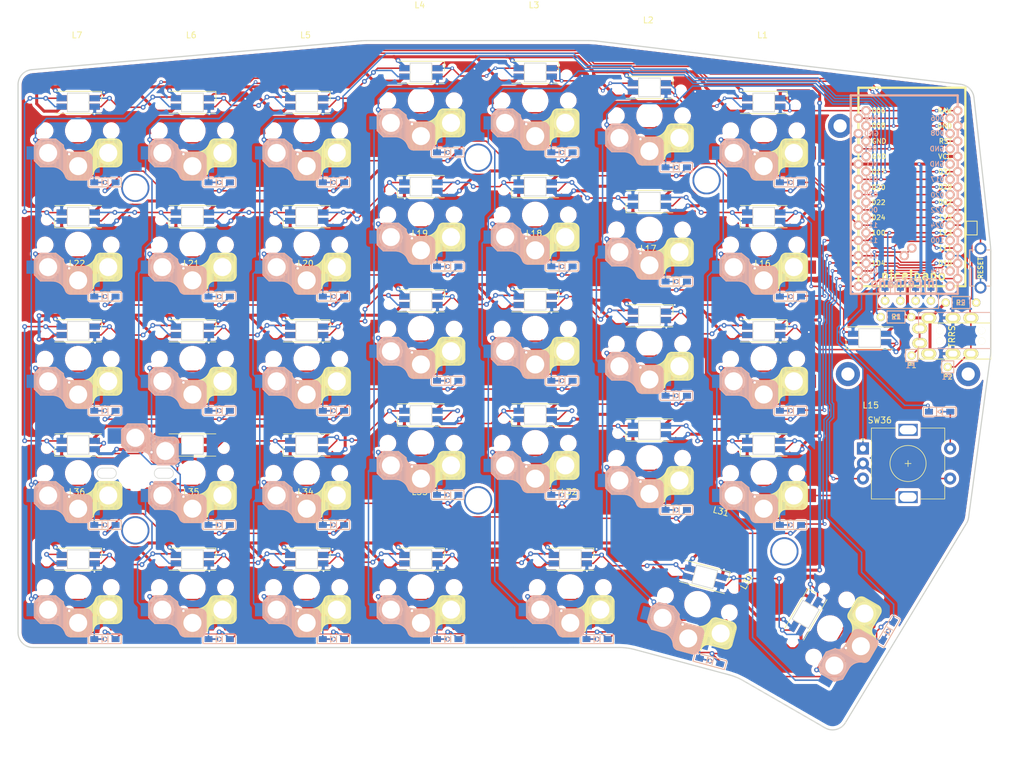
<source format=kicad_pcb>
(kicad_pcb (version 20171130) (host pcbnew "(5.1.10)-1")
  (layers (0 F.Cu signal) (31 B.Cu signal) (34 B.Paste user) (35 F.Paste user) (36 B.SilkS user) (37 F.SilkS user) (38 B.Mask user) (39 F.Mask user) (44 Edge.Cuts user))
  (net 0 "")
  (net 1 "Net-(D1-Pad2)")
  (net 2 row0)
  (net 3 "Net-(D2-Pad2)")
  (net 4 "Net-(D3-Pad2)")
  (net 5 "Net-(D4-Pad2)")
  (net 6 "Net-(D5-Pad2)")
  (net 7 "Net-(D6-Pad2)")
  (net 8 "Net-(D7-Pad2)")
  (net 9 "Net-(D8-Pad2)")
  (net 10 row1)
  (net 11 "Net-(D9-Pad2)")
  (net 12 "Net-(D10-Pad2)")
  (net 13 "Net-(D11-Pad2)")
  (net 14 "Net-(D12-Pad2)")
  (net 15 "Net-(D13-Pad2)")
  (net 16 "Net-(D14-Pad2)")
  (net 17 row2)
  (net 18 "Net-(D15-Pad2)")
  (net 19 "Net-(D16-Pad2)")
  (net 20 "Net-(D17-Pad2)")
  (net 21 "Net-(D18-Pad2)")
  (net 22 "Net-(D19-Pad2)")
  (net 23 "Net-(D20-Pad2)")
  (net 24 "Net-(D21-Pad2)")
  (net 25 "Net-(D22-Pad2)")
  (net 26 "Net-(D23-Pad2)")
  (net 27 "Net-(D24-Pad2)")
  (net 28 "Net-(D25-Pad2)")
  (net 29 "Net-(D26-Pad2)")
  (net 30 "Net-(D28-Pad2)")
  (net 31 row4)
  (net 32 "Net-(D29-Pad2)")
  (net 33 "Net-(D30-Pad2)")
  (net 34 "Net-(D31-Pad2)")
  (net 35 "Net-(D32-Pad2)")
  (net 36 "Net-(D33-Pad2)")
  (net 37 "Net-(D34-Pad2)")
  (net 38 "Net-(D35-Pad2)")
  (net 39 GND)
  (net 40 VCC)
  (net 41 /i2c_c)
  (net 42 /i2c_d)
  (net 43 "Net-(J3-Pad1)")
  (net 44 "Net-(J3-Pad2)")
  (net 45 "Net-(J3-Pad3)")
  (net 46 "Net-(J3-Pad4)")
  (net 47 SCL)
  (net 48 SDA)
  (net 49 LED)
  (net 50 RESET)
  (net 51 ENCB)
  (net 52 ENCA)
  (net 53 "Net-(U1-Pad24)")
  (net 54 col1)
  (net 55 col2)
  (net 56 col3)
  (net 57 col4)
  (net 58 col6)
  (net 59 DATA)
  (net 60 2uD)
  (net 61 2uCol)
  (net 62 row3)
  (net 63 "Net-(L1-Pad2)")
  (net 64 "Net-(L2-Pad2)")
  (net 65 "Net-(L3-Pad2)")
  (net 66 "Net-(L4-Pad2)")
  (net 67 "Net-(L5-Pad2)")
  (net 68 "Net-(L6-Pad2)")
  (net 69 "Net-(L14-Pad4)")
  (net 70 "Net-(L8-Pad4)")
  (net 71 "Net-(L15-Pad4)")
  (net 72 "Net-(L10-Pad2)")
  (net 73 "Net-(L10-Pad4)")
  (net 74 "Net-(L11-Pad4)")
  (net 75 "Net-(L12-Pad4)")
  (net 76 "Net-(L13-Pad4)")
  (net 77 "Net-(L15-Pad2)")
  (net 78 "Net-(L16-Pad2)")
  (net 79 "Net-(L17-Pad2)")
  (net 80 "Net-(L18-Pad2)")
  (net 81 "Net-(L19-Pad2)")
  (net 82 "Net-(L20-Pad2)")
  (net 83 "Net-(L21-Pad2)")
  (net 84 "Net-(L22-Pad2)")
  (net 85 "Net-(L23-Pad4)")
  (net 86 "Net-(L23-Pad2)")
  (net 87 "Net-(L24-Pad4)")
  (net 88 "Net-(L25-Pad4)")
  (net 89 "Net-(L26-Pad4)")
  (net 90 "Net-(L27-Pad4)")
  (net 91 "Net-(L28-Pad4)")
  (net 92 "Net-(L30-Pad2)")
  (net 93 "Net-(L31-Pad2)")
  (net 94 "Net-(L32-Pad2)")
  (net 95 "Net-(L33-Pad2)")
  (net 96 "Net-(L34-Pad2)")
  (net 97 "Net-(L35-Pad2)")
  (net 98 "Net-(L36-Pad2)")
  (net 99 ESWB)
  (net 100 row5)
  (net 101 ESWA)
  (module kbd:Choc_Hotswap_DoubleSide (layer F.Cu) (at 145.5 44.5 180)
    (fp_text reference SW3 hide)
    (fp_text value SW_PUSH-MX_W_LED hide)
    (pad "" np_thru_hole circle (at -5.22 4.2 180) (size 1 1) (drill 1) (layers *.Cu *.Mask))
    (pad "" np_thru_hole circle (at 5.22 4.2 180) (size 1 1) (drill 1) (layers *.Cu *.Mask))
    (pad "" np_thru_hole circle (at -5 -3.7 270) (size 3 3) (drill 3) (layers *.Cu *.Mask))
    (pad 2 smd rect (at 2.8 -5.9 180) (size 1.6 2.2) (layers F.Cu F.Paste F.Mask) (net 4 "Net-(D3-Pad2)"))
    (pad 1 smd rect (at -7.9 -3.7 180) (size 1.6 2.2) (layers F.Cu F.Paste F.Mask) (net 55 col2))
    (pad 1 smd rect (at 7.8 -3.7 180) (size 1.6 2.2) (layers B.Cu B.Paste B.Mask) (net 55 col2))
    (pad 2 smd rect (at -2.8 -5.9 180) (size 1.6 2.2) (layers B.Cu B.Paste B.Mask) (net 4 "Net-(D3-Pad2)"))
    (pad "" np_thru_hole circle (at 5 -3.7 90) (size 3 3) (drill 3) (layers *.Cu *.Mask))
    (pad "" np_thru_hole circle (at 0 -5.9 90) (size 3 3) (drill 3) (layers *.Cu *.Mask))
    (pad "" np_thru_hole circle (at 0 0 90) (size 3.4 3.4) (drill 3.4) (layers *.Cu *.Mask))
    (pad "" np_thru_hole circle (at 5.5 0 90) (size 1.8 1.8) (drill 1.8) (layers *.Cu *.Mask))
    (pad "" np_thru_hole circle (at -5.5 0 90) (size 1.8 1.8) (drill 1.8) (layers *.Cu *.Mask))
  )
  (module Keebio-Parts:nice_nano (layer F.Cu) (at 207.5 59.499999)
    (fp_text reference U1 hide)
    (fp_text value nice_nano hide)
    (fp_text user nice!nano (at 0.889 14.097) (layer F.SilkS) (effects (font (size 1.5 1.5) (thickness 0.3))))
    (fp_text user 010 (at 6.172191 12.065) (layer F.SilkS) (effects (font (size 0.8 0.8))))
    (fp_text user 115 (at 6.172191 4.445) (layer F.SilkS) (effects (font (size 0.8 0.8))))
    (fp_text user 002 (at 6.172191 1.905) (layer F.SilkS) (effects (font (size 0.8 0.8))))
    (fp_text user 029 (at 6.172191 -0.635) (layer F.SilkS) (effects (font (size 0.8 0.8))))
    (fp_text user RAW (at 6.108715 -13.335) (layer F.SilkS) (effects (font (size 0.8 0.8))))
    (fp_text user GND (at 6.089667 -10.795) (layer F.SilkS) (effects (font (size 0.8 0.8))))
    (fp_text user RST (at 6.223 -8.255) (layer F.SilkS) (effects (font (size 0.8 0.8))))
    (fp_text user VCC (at 6.172191 -5.715) (layer F.SilkS) (effects (font (size 0.8 0.8))))
    (fp_text user 031 (at 6.172191 -3.175) (layer F.SilkS) (effects (font (size 0.8 0.8))))
    (fp_text user 113 (at 6.172191 6.985) (layer F.SilkS) (effects (font (size 0.8 0.8))))
    (fp_text user 111 (at 6.172191 9.525) (layer F.SilkS) (effects (font (size 0.8 0.8))))
    (fp_text user 104 (at -4.90219 12.065) (layer F.SilkS) (effects (font (size 0.8 0.8))))
    (fp_text user 100 (at -4.90219 6.985) (layer F.SilkS) (effects (font (size 0.8 0.8))))
    (fp_text user 024 (at -4.90219 4.445) (layer F.SilkS) (effects (font (size 0.8 0.8))))
    (fp_text user 022 (at -4.90219 1.935) (layer F.SilkS) (effects (font (size 0.8 0.8))))
    (fp_text user GND (at -4.826 -8.255) (layer F.SilkS) (effects (font (size 0.8 0.8))))
    (fp_text user GND (at -4.826 -5.715) (layer F.SilkS) (effects (font (size 0.8 0.8))))
    (fp_text user 017 (at -4.90219 -3.165) (layer F.SilkS) (effects (font (size 0.8 0.8))))
    (fp_text user 020 (at -4.90219 -0.565) (layer F.SilkS) (effects (font (size 0.8 0.8))))
    (fp_text user 008 (at -4.90219 -10.865) (layer F.SilkS) (effects (font (size 0.8 0.8))))
    (fp_text user 006 (at -4.90219 -13.335) (layer F.SilkS) (effects (font (size 0.8 0.8))))
    (fp_text user 020 (at 4.90219 0.705 180) (layer B.SilkS) (effects (font (size 0.8 0.8)) (justify mirror)))
    (fp_text user 006 (at 4.90219 -12.065 180) (layer B.SilkS) (effects (font (size 0.8 0.8)) (justify mirror)))
    (fp_text user GND (at 4.826 -6.985 180) (layer B.SilkS) (effects (font (size 0.8 0.8)) (justify mirror)))
    (fp_text user 008 (at 4.90219 -9.595 180) (layer B.SilkS) (effects (font (size 0.8 0.8)) (justify mirror)))
    (fp_text user GND (at 4.826 -4.445 180) (layer B.SilkS) (effects (font (size 0.8 0.8)) (justify mirror)))
    (fp_text user 017 (at 4.90219 -1.895 180) (layer B.SilkS) (effects (font (size 0.8 0.8)) (justify mirror)))
    (fp_text user 022 (at 4.90219 3.205 180) (layer B.SilkS) (effects (font (size 0.8 0.8)) (justify mirror)))
    (fp_text user 024 (at 4.90219 5.715 180) (layer B.SilkS) (effects (font (size 0.8 0.8)) (justify mirror)))
    (fp_text user 100 (at 4.90219 8.255 180) (layer B.SilkS) (effects (font (size 0.8 0.8)) (justify mirror)))
    (fp_text user 104 (at 4.90219 13.335 180) (layer B.SilkS) (effects (font (size 0.8 0.8)) (justify mirror)))
    (fp_text user 111 (at -6.172191 10.795 180) (layer B.SilkS) (effects (font (size 0.8 0.8)) (justify mirror)))
    (fp_text user 031 (at -6.172191 -1.905 180) (layer B.SilkS) (effects (font (size 0.8 0.8)) (justify mirror)))
    (fp_text user VCC (at -6.172191 -4.445 180) (layer B.SilkS) (effects (font (size 0.8 0.8)) (justify mirror)))
    (fp_text user nice!nano (at -0.889 15.367 180) (layer B.SilkS) (effects (font (size 1.5 1.5) (thickness 0.3)) (justify mirror)))
    (fp_text user RST (at -6.223 -6.985 180) (layer B.SilkS) (effects (font (size 0.8 0.8)) (justify mirror)))
    (fp_text user 002 (at -6.172191 3.175 180) (layer B.SilkS) (effects (font (size 0.8 0.8)) (justify mirror)))
    (fp_text user 115 (at -6.172191 5.715 180) (layer B.SilkS) (effects (font (size 0.8 0.8)) (justify mirror)))
    (fp_text user 010 (at -6.172191 13.335 180) (layer B.SilkS) (effects (font (size 0.8 0.8)) (justify mirror)))
    (fp_text user RAW (at -6.108715 -12.065 180) (layer B.SilkS) (effects (font (size 0.8 0.8)) (justify mirror)))
    (fp_text user 029 (at -6.172191 0.635 180) (layer B.SilkS) (effects (font (size 0.8 0.8)) (justify mirror)))
    (fp_text user 113 (at -6.172191 8.255 180) (layer B.SilkS) (effects (font (size 0.8 0.8)) (justify mirror)))
    (fp_text user GND (at -6.089667 -9.525 180) (layer B.SilkS) (effects (font (size 0.8 0.8)) (justify mirror)))
    (pad 17 thru_hole circle (at 8.255 4.445 270) (size 1.57 1.57) (drill 0.95) (layers *.Cu *.SilkS *.Mask) (net 2 row0))
    (pad 16 thru_hole circle (at 8.255 6.985 270) (size 1.57 1.57) (drill 0.95) (layers *.Cu *.SilkS *.Mask) (net 10 row1))
    (pad 5 thru_hole circle (at -6.985 -3.175 270) (size 1.57 1.57) (drill 0.95) (layers *.Cu *.SilkS *.Mask) (net 57 col4))
    (pad 8 thru_hole circle (at -6.985 4.445 270) (size 1.57 1.57) (drill 0.95) (layers *.Cu *.SilkS *.Mask) (net 59 DATA))
    (pad 18 thru_hole circle (at 8.255 1.905 270) (size 1.57 1.57) (drill 0.95) (layers *.Cu *.SilkS *.Mask) (net 101 ESWA))
    (pad 7 thru_hole circle (at -6.985 1.905 270) (size 1.57 1.57) (drill 0.95) (layers *.Cu *.SilkS *.Mask) (net 50 RESET))
    (pad 6 thru_hole circle (at -6.985 -0.635 270) (size 1.57 1.57) (drill 0.95) (layers *.Cu *.SilkS *.Mask) (net 55 col2))
    (pad 24 thru_hole circle (at 8.255 -13.335 270) (size 1.57 1.57) (drill 0.95) (layers *.Cu *.SilkS *.Mask) (net 53 "Net-(U1-Pad24)"))
    (pad 21 thru_hole circle (at 8.255 -5.715 270) (size 1.57 1.57) (drill 0.95) (layers *.Cu *.SilkS *.Mask) (net 40 VCC))
    (pad 1 thru_hole circle (at -6.985 -13.335 270) (size 1.57 1.57) (drill 0.95) (layers *.Cu *.SilkS *.Mask) (net 49 LED))
    (pad 12 thru_hole circle (at -6.985 14.605 270) (size 1.57 1.57) (drill 0.95) (layers *.Cu *.SilkS *.Mask) (net 51 ENCB))
    (pad 23 thru_hole circle (at 8.255 -10.795 270) (size 1.57 1.57) (drill 0.95) (layers *.Cu *.SilkS *.Mask) (net 39 GND))
    (pad 15 thru_hole circle (at 8.255 9.525 270) (size 1.57 1.57) (drill 0.95) (layers *.Cu *.SilkS *.Mask) (net 17 row2))
    (pad 9 thru_hole circle (at -6.985 6.985 270) (size 1.57 1.57) (drill 0.95) (layers *.Cu *.SilkS *.Mask) (net 48 SDA))
    (pad 19 thru_hole circle (at 8.255 -0.635 270) (size 1.57 1.57) (drill 0.95) (layers *.Cu *.SilkS *.Mask) (net 54 col1))
    (pad 11 thru_hole circle (at -6.985 12.065 270) (size 1.57 1.57) (drill 0.95) (layers *.Cu *.SilkS *.Mask) (net 62 row3))
    (pad 14 thru_hole circle (at 8.255 12.065 270) (size 1.57 1.57) (drill 0.95) (layers *.Cu *.SilkS *.Mask) (net 31 row4))
    (pad 20 thru_hole circle (at 8.255 -3.175 270) (size 1.57 1.57) (drill 0.95) (layers *.Cu *.SilkS *.Mask) (net 56 col3))
    (pad 4 thru_hole circle (at -6.985 -5.715 270) (size 1.57 1.57) (drill 0.95) (layers *.Cu *.SilkS *.Mask) (net 39 GND))
    (pad 2 thru_hole circle (at -6.985 -10.795 270) (size 1.57 1.57) (drill 0.95) (layers *.Cu *.SilkS *.Mask) (net 58 col6))
    (pad 3 thru_hole circle (at -6.985 -8.255 270) (size 1.57 1.57) (drill 0.95) (layers *.Cu *.SilkS *.Mask) (net 39 GND))
    (pad 22 thru_hole circle (at 8.255 -8.255 270) (size 1.57 1.57) (drill 0.95) (layers *.Cu *.SilkS *.Mask) (net 61 2uCol))
    (pad 10 thru_hole circle (at -6.985 9.525 270) (size 1.57 1.57) (drill 0.95) (layers *.Cu *.SilkS *.Mask) (net 47 SCL))
    (pad 33 thru_hole circle (at 0.635 9.525 270) (size 1.57 1.57) (drill 0.95) (layers *.Cu *.SilkS *.Mask) (net 100 row5))
    (pad 13 thru_hole circle (at 8.255 14.605 270) (size 1.57 1.57) (drill 0.95) (layers *.Cu *.SilkS *.Mask) (net 52 ENCA))
    (pad 10 thru_hole circle (at 6.985 10.795 270) (size 1.57 1.57) (drill 0.95) (layers *.Cu *.SilkS *.Mask) (net 47 SCL))
    (pad 13 thru_hole circle (at -8.255 15.875 270) (size 1.57 1.57) (drill 0.95) (layers *.Cu *.SilkS *.Mask) (net 52 ENCA))
    (pad 22 thru_hole circle (at -8.255 -6.985 270) (size 1.57 1.57) (drill 0.95) (layers *.Cu *.SilkS *.Mask) (net 61 2uCol))
    (pad 33 thru_hole circle (at -0.635 10.795 270) (size 1.57 1.57) (drill 0.95) (layers *.Cu *.SilkS *.Mask) (net 100 row5))
    (pad 16 thru_hole circle (at -8.255 8.255 270) (size 1.57 1.57) (drill 0.95) (layers *.Cu *.SilkS *.Mask) (net 10 row1))
    (pad 11 thru_hole circle (at 6.985 13.335 270) (size 1.57 1.57) (drill 0.95) (layers *.Cu *.SilkS *.Mask) (net 62 row3))
    (pad 15 thru_hole circle (at -8.255 10.795 270) (size 1.57 1.57) (drill 0.95) (layers *.Cu *.SilkS *.Mask) (net 17 row2))
    (pad 24 thru_hole circle (at -8.255 -12.065 270) (size 1.57 1.57) (drill 0.95) (layers *.Cu *.SilkS *.Mask) (net 53 "Net-(U1-Pad24)"))
    (pad 8 thru_hole circle (at 6.985 5.715 270) (size 1.57 1.57) (drill 0.95) (layers *.Cu *.SilkS *.Mask) (net 59 DATA))
    (pad 17 thru_hole circle (at -8.255 5.715 270) (size 1.57 1.57) (drill 0.95) (layers *.Cu *.SilkS *.Mask) (net 2 row0))
    (pad 3 thru_hole circle (at 6.985 -6.985 270) (size 1.57 1.57) (drill 0.95) (layers *.Cu *.SilkS *.Mask) (net 39 GND))
    (pad 6 thru_hole circle (at 6.985 0.635 270) (size 1.57 1.57) (drill 0.95) (layers *.Cu *.SilkS *.Mask) (net 55 col2))
    (pad 2 thru_hole circle (at 6.985 -9.525 270) (size 1.57 1.57) (drill 0.95) (layers *.Cu *.SilkS *.Mask) (net 58 col6))
    (pad 4 thru_hole circle (at 6.985 -4.445 270) (size 1.57 1.57) (drill 0.95) (layers *.Cu *.SilkS *.Mask) (net 39 GND))
    (pad 18 thru_hole circle (at -8.255 3.175 270) (size 1.57 1.57) (drill 0.95) (layers *.Cu *.SilkS *.Mask) (net 101 ESWA))
    (pad 20 thru_hole circle (at -8.255 -1.905 270) (size 1.57 1.57) (drill 0.95) (layers *.Cu *.SilkS *.Mask) (net 56 col3))
    (pad 14 thru_hole circle (at -8.255 13.335 270) (size 1.57 1.57) (drill 0.95) (layers *.Cu *.SilkS *.Mask) (net 31 row4))
    (pad 23 thru_hole circle (at -8.255 -9.525 270) (size 1.57 1.57) (drill 0.95) (layers *.Cu *.SilkS *.Mask) (net 39 GND))
    (pad 21 thru_hole circle (at -8.255 -4.445 270) (size 1.57 1.57) (drill 0.95) (layers *.Cu *.SilkS *.Mask) (net 40 VCC))
    (pad 5 thru_hole circle (at 6.985 -1.905 270) (size 1.57 1.57) (drill 0.95) (layers *.Cu *.SilkS *.Mask) (net 57 col4))
    (pad 12 thru_hole circle (at 6.985 15.875 270) (size 1.57 1.57) (drill 0.95) (layers *.Cu *.SilkS *.Mask) (net 51 ENCB))
    (pad 1 thru_hole circle (at 6.985 -12.065 270) (size 1.57 1.57) (drill 0.95) (layers *.Cu *.SilkS *.Mask) (net 49 LED))
    (pad 7 thru_hole circle (at 6.985 3.175 270) (size 1.57 1.57) (drill 0.95) (layers *.Cu *.SilkS *.Mask) (net 50 RESET))
    (pad 19 thru_hole circle (at -8.255 0.635 270) (size 1.57 1.57) (drill 0.95) (layers *.Cu *.SilkS *.Mask) (net 54 col1))
    (pad 9 thru_hole circle (at 6.985 8.255 270) (size 1.57 1.57) (drill 0.95) (layers *.Cu *.SilkS *.Mask) (net 48 SDA))
  )
  (module kbd:Choc_Hotswap_DoubleSide (layer F.Cu) (at 69.5 87.5 180)
    (fp_text reference SW21 hide)
    (fp_text value SW_PUSH-MX_W_LED hide)
    (pad "" np_thru_hole circle (at -5.22 4.2 180) (size 1 1) (drill 1) (layers *.Cu *.Mask))
    (pad "" np_thru_hole circle (at 5.22 4.2 180) (size 1 1) (drill 1) (layers *.Cu *.Mask))
    (pad "" np_thru_hole circle (at -5 -3.7 270) (size 3 3) (drill 3) (layers *.Cu *.Mask))
    (pad 2 smd rect (at 2.8 -5.9 180) (size 1.6 2.2) (layers F.Cu F.Paste F.Mask) (net 24 "Net-(D21-Pad2)"))
    (pad 1 smd rect (at -7.9 -3.7 180) (size 1.6 2.2) (layers F.Cu F.Paste F.Mask) (net 58 col6))
    (pad 1 smd rect (at 7.8 -3.7 180) (size 1.6 2.2) (layers B.Cu B.Paste B.Mask) (net 58 col6))
    (pad 2 smd rect (at -2.8 -5.9 180) (size 1.6 2.2) (layers B.Cu B.Paste B.Mask) (net 24 "Net-(D21-Pad2)"))
    (pad "" np_thru_hole circle (at 5 -3.7 90) (size 3 3) (drill 3) (layers *.Cu *.Mask))
    (pad "" np_thru_hole circle (at 0 -5.9 90) (size 3 3) (drill 3) (layers *.Cu *.Mask))
    (pad "" np_thru_hole circle (at 0 0 90) (size 3.4 3.4) (drill 3.4) (layers *.Cu *.Mask))
    (pad "" np_thru_hole circle (at 5.5 0 90) (size 1.8 1.8) (drill 1.8) (layers *.Cu *.Mask))
    (pad "" np_thru_hole circle (at -5.5 0 90) (size 1.8 1.8) (drill 1.8) (layers *.Cu *.Mask))
  )
  (module Keebio-Parts:YS-SK6812MINI-E-DoubleSide (layer F.Cu) (at 88.5 101.799999)
    (fp_text reference L28 (at 0.2 11.2) (layer F.SilkS))
    (fp_text value LED_sk2812_SM)
    (fp_line (start -1.8 -1.55) (end -1.8 1.55) (layer Edge.Cuts) (width 0.12))
    (fp_line (start -1.8 1.55) (end 1.8 1.55) (layer Edge.Cuts) (width 0.12))
    (fp_line (start 1.8 1.55) (end 1.8 -1.55) (layer Edge.Cuts) (width 0.12))
    (fp_line (start 1.8 -1.55) (end -1.8 -1.55) (layer Edge.Cuts) (width 0.12))
    (pad 4 smd rect (at -2.55 -0.7) (size 1.3 1) (layers F.Cu F.Paste F.Mask) (net 91 "Net-(L28-Pad4)"))
    (pad 3 smd rect (at -2.35 0.85) (size 0.9 1.25) (layers F.Cu F.Paste F.Mask) (net 39 GND))
    (pad 1 smd rect (at 2.75 -0.7) (size 1.7 1) (layers F.Cu F.Paste F.Mask) (net 40 VCC))
    (pad 2 smd rect (at 2.75 0.7) (size 1.7 1) (layers F.Cu F.Paste F.Mask) (net 90 "Net-(L27-Pad4)"))
  )
  (module Rotary_Encoder:RotaryEncoder_Alps_EC11E-Switch_Vertical_H20mm (layer F.Cu) (at 207.5 104.877487)
    (fp_text reference SW36 (at -4.7 -7.2 180) (layer F.SilkS))
    (fp_text value Rotary_Encoder)
    (pad S1 thru_hole circle (at 7 2.5) (size 2 2) (drill 1) (layers *.Cu *.Mask) (net 101 ESWA))
    (pad S2 thru_hole circle (at 7 -2.5) (size 2 2) (drill 1) (layers *.Cu *.Mask) (net 99 ESWB))
    (pad MP thru_hole rect (at 0 5.6) (size 3.2 2) (drill oval 2.8 1.5) (layers *.Cu *.Mask))
    (pad MP thru_hole rect (at 0 -5.6) (size 3.2 2) (drill oval 2.8 1.5) (layers *.Cu *.Mask))
    (pad B thru_hole circle (at -7.5 2.5) (size 2 2) (drill 1) (layers *.Cu *.Mask) (net 51 ENCB))
    (pad C thru_hole circle (at -7.5 0) (size 2 2) (drill 1) (layers *.Cu *.Mask) (net 39 GND))
    (pad A thru_hole rect (at -7.5 -2.5) (size 2 2) (drill 1) (layers *.Cu *.Mask) (net 52 ENCA))
  )
  (module SofleRGB:HOLE_M2_TH (layer F.Cu) (at 79 116)
    (fp_text reference TH8 hide)
    (fp_text value HOLE hide)
    (pad "" thru_hole circle (at 0 0 90) (size 4.7 4.7) (drill 4.1) (layers *.Cu *.Mask Dwgs.User) (clearance 0.3))
  )
  (module kbd:Choc_Hotswap_DoubleSide (layer F.Cu) (at 88.5 106.5 180)
    (fp_text reference SW27 hide)
    (fp_text value SW_PUSH-MX_W_LED hide)
    (pad "" np_thru_hole circle (at -5.22 4.2 180) (size 1 1) (drill 1) (layers *.Cu *.Mask))
    (pad "" np_thru_hole circle (at -5 -3.7 270) (size 3 3) (drill 3) (layers *.Cu *.Mask))
    (pad 2 smd rect (at 2.8 -5.9 180) (size 1.6 2.2) (layers F.Cu F.Paste F.Mask) (net 60 2uD))
    (pad 1 smd rect (at -7.9 -3.7 180) (size 1.6 2.2) (layers F.Cu F.Paste F.Mask) (net 61 2uCol))
    (pad 1 smd rect (at 7.8 -3.7 180) (size 1.6 2.2) (layers B.Cu B.Paste B.Mask) (net 61 2uCol))
    (pad 2 smd rect (at -2.8 -5.9 180) (size 1.6 2.2) (layers B.Cu B.Paste B.Mask) (net 60 2uD))
    (pad "" np_thru_hole circle (at 5 -3.7 90) (size 3 3) (drill 3) (layers *.Cu *.Mask))
    (pad "" np_thru_hole circle (at 0 -5.9 90) (size 3 3) (drill 3) (layers *.Cu *.Mask))
    (pad "" np_thru_hole circle (at 0 0 90) (size 3.4 3.4) (drill 3.4) (layers *.Cu *.Mask))
    (pad "" np_thru_hole circle (at -5.5 0 90) (size 1.8 1.8) (drill 1.8) (layers *.Cu *.Mask))
  )
  (module kbd:Choc_Hotswap_DoubleSide (layer F.Cu) (at 69.5 106.5 180)
    (fp_text reference SW28 hide)
    (fp_text value SW_PUSH-MX_W_LED hide)
    (pad "" np_thru_hole circle (at -5.22 4.2 180) (size 1 1) (drill 1) (layers *.Cu *.Mask))
    (pad "" np_thru_hole circle (at 5.22 4.2 180) (size 1 1) (drill 1) (layers *.Cu *.Mask))
    (pad "" np_thru_hole circle (at -5 -3.7 270) (size 3 3) (drill 3) (layers *.Cu *.Mask))
    (pad 2 smd rect (at 2.8 -5.9 180) (size 1.6 2.2) (layers F.Cu F.Paste F.Mask) (net 30 "Net-(D28-Pad2)"))
    (pad 1 smd rect (at -7.9 -3.7 180) (size 1.6 2.2) (layers F.Cu F.Paste F.Mask) (net 58 col6))
    (pad 1 smd rect (at 7.8 -3.7 180) (size 1.6 2.2) (layers B.Cu B.Paste B.Mask) (net 58 col6))
    (pad 2 smd rect (at -2.8 -5.9 180) (size 1.6 2.2) (layers B.Cu B.Paste B.Mask) (net 30 "Net-(D28-Pad2)"))
    (pad "" np_thru_hole circle (at 5 -3.7 90) (size 3 3) (drill 3) (layers *.Cu *.Mask))
    (pad "" np_thru_hole circle (at 0 -5.9 90) (size 3 3) (drill 3) (layers *.Cu *.Mask))
    (pad "" np_thru_hole circle (at 0 0 90) (size 3.4 3.4) (drill 3.4) (layers *.Cu *.Mask))
    (pad "" np_thru_hole circle (at 5.5 0 90) (size 1.8 1.8) (drill 1.8) (layers *.Cu *.Mask))
  )
  (module kbd:Choc_Hotswap_DoubleSide (layer F.Cu) (at 164.5 47 180)
    (fp_text reference SW2 hide)
    (fp_text value SW_PUSH-MX_W_LED hide)
    (pad "" np_thru_hole circle (at -5.22 4.2 180) (size 1 1) (drill 1) (layers *.Cu *.Mask))
    (pad "" np_thru_hole circle (at 5.22 4.2 180) (size 1 1) (drill 1) (layers *.Cu *.Mask))
    (pad "" np_thru_hole circle (at -5 -3.7 270) (size 3 3) (drill 3) (layers *.Cu *.Mask))
    (pad 2 smd rect (at 2.8 -5.9 180) (size 1.6 2.2) (layers F.Cu F.Paste F.Mask) (net 3 "Net-(D2-Pad2)"))
    (pad 1 smd rect (at -7.9 -3.7 180) (size 1.6 2.2) (layers F.Cu F.Paste F.Mask) (net 54 col1))
    (pad 1 smd rect (at 7.8 -3.7 180) (size 1.6 2.2) (layers B.Cu B.Paste B.Mask) (net 54 col1))
    (pad 2 smd rect (at -2.8 -5.9 180) (size 1.6 2.2) (layers B.Cu B.Paste B.Mask) (net 3 "Net-(D2-Pad2)"))
    (pad "" np_thru_hole circle (at 5 -3.7 90) (size 3 3) (drill 3) (layers *.Cu *.Mask))
    (pad "" np_thru_hole circle (at 0 -5.9 90) (size 3 3) (drill 3) (layers *.Cu *.Mask))
    (pad "" np_thru_hole circle (at 0 0 90) (size 3.4 3.4) (drill 3.4) (layers *.Cu *.Mask))
    (pad "" np_thru_hole circle (at 5.5 0 90) (size 1.8 1.8) (drill 1.8) (layers *.Cu *.Mask))
    (pad "" np_thru_hole circle (at -5.5 0 90) (size 1.8 1.8) (drill 1.8) (layers *.Cu *.Mask))
  )
  (module SofleRGB:HOLE_M2_TH (layer F.Cu) (at 136 111 180)
    (fp_text reference TH7 hide)
    (fp_text value HOLE hide)
    (pad "" thru_hole circle (at 0 0 270) (size 4.7 4.7) (drill 4.1) (layers *.Cu *.Mask Dwgs.User) (clearance 0.3))
  )
  (module SofleRGB:HOLE_M2_TH (layer F.Cu) (at 79 59 180)
    (fp_text reference TH5 hide)
    (fp_text value HOLE hide)
    (pad "" thru_hole circle (at 0 0 270) (size 4.7 4.7) (drill 4.1) (layers *.Cu *.Mask Dwgs.User) (clearance 0.3))
  )
  (module SofleRGB:HOLE_M2_TH (layer F.Cu) (at 136 54 180)
    (fp_text reference TH4 hide)
    (fp_text value HOLE hide)
    (pad "" thru_hole circle (at 0 0 270) (size 4.7 4.7) (drill 4.1) (layers *.Cu *.Mask Dwgs.User) (clearance 0.3))
  )
  (module SofleRGB:HOLE_M2_TH (layer F.Cu) (at 186.936576 119.50096 180)
    (fp_text reference TH6 hide)
    (fp_text value HOLE hide)
    (pad "" thru_hole circle (at 0 0 270) (size 4.7 4.7) (drill 4.1) (layers *.Cu *.Mask Dwgs.User) (clearance 0.3))
  )
  (module SofleRGB:HOLE_M2_TH (layer F.Cu) (at 174 57.75 180)
    (fp_text reference TH3 hide)
    (fp_text value HOLE hide)
    (pad "" thru_hole circle (at 0 0 270) (size 4.7 4.7) (drill 4.1) (layers *.Cu *.Mask Dwgs.User) (clearance 0.3))
  )
  (module kbd:ChocV1_V2_Hotswap (layer F.Cu) (at 79 106.5 180)
    (fp_text reference SW37 hide)
    (fp_text value SW_PUSH-MX_W_LED hide)
    (pad 2 smd rect (at 3.3 6.2) (size 2.6 2.6) (layers B.Cu B.Paste B.Mask) (net 60 2uD))
    (pad "" np_thru_hole circle (at -5 3.7 270) (size 3 3) (drill 3) (layers *.Cu *.Mask))
    (pad "" np_thru_hole circle (at 0 5.9 270) (size 3 3) (drill 3) (layers *.Cu *.Mask))
    (pad "" np_thru_hole circle (at 0 0 270) (size 5 5) (drill 5) (layers *.Cu))
    (pad 1 smd rect (at -7.2 3.7 180) (size 1 2.6) (layers B.Cu B.Adhes) (net 61 2uCol))
    (pad 1 smd rect (at -8.2 2.6 180) (size 3 1) (layers B.Cu B.Adhes) (net 61 2uCol))
  )
  (module SofleRGB:OLED_4Pin (layer F.Cu) (at 207.5 77.8 180)
    (fp_text reference J3 hide)
    (fp_text value OLED hide)
    (pad 1 thru_hole circle (at -3.8 0 180) (size 1.397 1.397) (drill 0.8128) (layers *.Cu *.Mask F.SilkS) (net 43 "Net-(J3-Pad1)"))
    (pad 2 thru_hole circle (at -1.26 0 180) (size 1.397 1.397) (drill 0.8128) (layers *.Cu *.Mask F.SilkS) (net 44 "Net-(J3-Pad2)"))
    (pad 3 thru_hole circle (at 1.28 0 180) (size 1.397 1.397) (drill 0.8128) (layers *.Cu *.Mask F.SilkS) (net 45 "Net-(J3-Pad3)"))
    (pad 4 thru_hole circle (at 3.82 0 180) (size 1.397 1.397) (drill 0.8128) (layers *.Cu *.Mask F.SilkS) (net 46 "Net-(J3-Pad4)"))
  )
  (module SofleRGB:crkbd-diode (layer F.Cu) (at 187.95 58.1 180)
    (fp_text reference D1 hide)
    (fp_text value D hide)
    (pad 2 smd rect (at 1.775 0 180) (size 1.3 0.95) (layers F.Cu F.Paste F.Mask) (net 1 "Net-(D1-Pad2)"))
    (pad 1 smd rect (at -1.775 0 180) (size 1.3 0.95) (layers B.Cu B.Paste B.Mask) (net 2 row0))
    (pad 2 smd rect (at 1.775 0 180) (size 1.3 0.95) (layers B.Cu B.Paste B.Mask) (net 1 "Net-(D1-Pad2)"))
    (pad 1 smd rect (at -1.775 0 180) (size 1.3 0.95) (layers F.Cu F.Paste F.Mask) (net 2 row0))
  )
  (module SofleRGB:crkbd-diode (layer F.Cu) (at 168.95 55.6 180)
    (fp_text reference D2 hide)
    (fp_text value D hide)
    (pad 1 smd rect (at -1.775 0 180) (size 1.3 0.95) (layers F.Cu F.Paste F.Mask) (net 2 row0))
    (pad 2 smd rect (at 1.775 0 180) (size 1.3 0.95) (layers B.Cu B.Paste B.Mask) (net 3 "Net-(D2-Pad2)"))
    (pad 1 smd rect (at -1.775 0 180) (size 1.3 0.95) (layers B.Cu B.Paste B.Mask) (net 2 row0))
    (pad 2 smd rect (at 1.775 0 180) (size 1.3 0.95) (layers F.Cu F.Paste F.Mask) (net 3 "Net-(D2-Pad2)"))
  )
  (module SofleRGB:crkbd-diode (layer F.Cu) (at 149.95 53.1 180)
    (fp_text reference D3 hide)
    (fp_text value D hide)
    (pad 1 smd rect (at -1.775 0 180) (size 1.3 0.95) (layers F.Cu F.Paste F.Mask) (net 2 row0))
    (pad 2 smd rect (at 1.775 0 180) (size 1.3 0.95) (layers B.Cu B.Paste B.Mask) (net 4 "Net-(D3-Pad2)"))
    (pad 1 smd rect (at -1.775 0 180) (size 1.3 0.95) (layers B.Cu B.Paste B.Mask) (net 2 row0))
    (pad 2 smd rect (at 1.775 0 180) (size 1.3 0.95) (layers F.Cu F.Paste F.Mask) (net 4 "Net-(D3-Pad2)"))
  )
  (module SofleRGB:crkbd-diode (layer F.Cu) (at 130.95 53.1 180)
    (fp_text reference D4 hide)
    (fp_text value D hide)
    (pad 2 smd rect (at 1.775 0 180) (size 1.3 0.95) (layers F.Cu F.Paste F.Mask) (net 5 "Net-(D4-Pad2)"))
    (pad 1 smd rect (at -1.775 0 180) (size 1.3 0.95) (layers B.Cu B.Paste B.Mask) (net 2 row0))
    (pad 2 smd rect (at 1.775 0 180) (size 1.3 0.95) (layers B.Cu B.Paste B.Mask) (net 5 "Net-(D4-Pad2)"))
    (pad 1 smd rect (at -1.775 0 180) (size 1.3 0.95) (layers F.Cu F.Paste F.Mask) (net 2 row0))
  )
  (module SofleRGB:crkbd-diode (layer F.Cu) (at 111.95 58.1 180)
    (fp_text reference D5 hide)
    (fp_text value D hide)
    (pad 2 smd rect (at 1.775 0 180) (size 1.3 0.95) (layers F.Cu F.Paste F.Mask) (net 6 "Net-(D5-Pad2)"))
    (pad 1 smd rect (at -1.775 0 180) (size 1.3 0.95) (layers B.Cu B.Paste B.Mask) (net 2 row0))
    (pad 2 smd rect (at 1.775 0 180) (size 1.3 0.95) (layers B.Cu B.Paste B.Mask) (net 6 "Net-(D5-Pad2)"))
    (pad 1 smd rect (at -1.775 0 180) (size 1.3 0.95) (layers F.Cu F.Paste F.Mask) (net 2 row0))
  )
  (module SofleRGB:crkbd-diode (layer F.Cu) (at 92.95 58.1 180)
    (fp_text reference D6 hide)
    (fp_text value D hide)
    (pad 1 smd rect (at -1.775 0 180) (size 1.3 0.95) (layers F.Cu F.Paste F.Mask) (net 2 row0))
    (pad 2 smd rect (at 1.775 0 180) (size 1.3 0.95) (layers B.Cu B.Paste B.Mask) (net 7 "Net-(D6-Pad2)"))
    (pad 1 smd rect (at -1.775 0 180) (size 1.3 0.95) (layers B.Cu B.Paste B.Mask) (net 2 row0))
    (pad 2 smd rect (at 1.775 0 180) (size 1.3 0.95) (layers F.Cu F.Paste F.Mask) (net 7 "Net-(D6-Pad2)"))
  )
  (module SofleRGB:crkbd-diode (layer F.Cu) (at 73.95 58.1 180)
    (fp_text reference D7 hide)
    (fp_text value D hide)
    (pad 2 smd rect (at 1.775 0 180) (size 1.3 0.95) (layers F.Cu F.Paste F.Mask) (net 8 "Net-(D7-Pad2)"))
    (pad 1 smd rect (at -1.775 0 180) (size 1.3 0.95) (layers B.Cu B.Paste B.Mask) (net 2 row0))
    (pad 2 smd rect (at 1.775 0 180) (size 1.3 0.95) (layers B.Cu B.Paste B.Mask) (net 8 "Net-(D7-Pad2)"))
    (pad 1 smd rect (at -1.775 0 180) (size 1.3 0.95) (layers F.Cu F.Paste F.Mask) (net 2 row0))
  )
  (module SofleRGB:crkbd-diode (layer F.Cu) (at 187.95 77.1 180)
    (fp_text reference D8 hide)
    (fp_text value D hide)
    (pad 2 smd rect (at 1.775 0 180) (size 1.3 0.95) (layers F.Cu F.Paste F.Mask) (net 9 "Net-(D8-Pad2)"))
    (pad 1 smd rect (at -1.775 0 180) (size 1.3 0.95) (layers B.Cu B.Paste B.Mask) (net 10 row1))
    (pad 2 smd rect (at 1.775 0 180) (size 1.3 0.95) (layers B.Cu B.Paste B.Mask) (net 9 "Net-(D8-Pad2)"))
    (pad 1 smd rect (at -1.775 0 180) (size 1.3 0.95) (layers F.Cu F.Paste F.Mask) (net 10 row1))
  )
  (module SofleRGB:crkbd-diode (layer F.Cu) (at 168.95 74.6 180)
    (fp_text reference D9 hide)
    (fp_text value D hide)
    (pad 1 smd rect (at -1.775 0 180) (size 1.3 0.95) (layers F.Cu F.Paste F.Mask) (net 10 row1))
    (pad 2 smd rect (at 1.775 0 180) (size 1.3 0.95) (layers B.Cu B.Paste B.Mask) (net 11 "Net-(D9-Pad2)"))
    (pad 1 smd rect (at -1.775 0 180) (size 1.3 0.95) (layers B.Cu B.Paste B.Mask) (net 10 row1))
    (pad 2 smd rect (at 1.775 0 180) (size 1.3 0.95) (layers F.Cu F.Paste F.Mask) (net 11 "Net-(D9-Pad2)"))
  )
  (module SofleRGB:crkbd-diode (layer F.Cu) (at 149.95 72.1 180)
    (fp_text reference D10 hide)
    (fp_text value D hide)
    (pad 1 smd rect (at -1.775 0 180) (size 1.3 0.95) (layers F.Cu F.Paste F.Mask) (net 10 row1))
    (pad 2 smd rect (at 1.775 0 180) (size 1.3 0.95) (layers B.Cu B.Paste B.Mask) (net 12 "Net-(D10-Pad2)"))
    (pad 1 smd rect (at -1.775 0 180) (size 1.3 0.95) (layers B.Cu B.Paste B.Mask) (net 10 row1))
    (pad 2 smd rect (at 1.775 0 180) (size 1.3 0.95) (layers F.Cu F.Paste F.Mask) (net 12 "Net-(D10-Pad2)"))
  )
  (module SofleRGB:crkbd-diode (layer F.Cu) (at 130.95 72.1 180)
    (fp_text reference D11 hide)
    (fp_text value D hide)
    (pad 2 smd rect (at 1.775 0 180) (size 1.3 0.95) (layers F.Cu F.Paste F.Mask) (net 13 "Net-(D11-Pad2)"))
    (pad 1 smd rect (at -1.775 0 180) (size 1.3 0.95) (layers B.Cu B.Paste B.Mask) (net 10 row1))
    (pad 2 smd rect (at 1.775 0 180) (size 1.3 0.95) (layers B.Cu B.Paste B.Mask) (net 13 "Net-(D11-Pad2)"))
    (pad 1 smd rect (at -1.775 0 180) (size 1.3 0.95) (layers F.Cu F.Paste F.Mask) (net 10 row1))
  )
  (module SofleRGB:crkbd-diode (layer F.Cu) (at 111.95 77.1 180)
    (fp_text reference D12 hide)
    (fp_text value D hide)
    (pad 1 smd rect (at -1.775 0 180) (size 1.3 0.95) (layers F.Cu F.Paste F.Mask) (net 10 row1))
    (pad 2 smd rect (at 1.775 0 180) (size 1.3 0.95) (layers B.Cu B.Paste B.Mask) (net 14 "Net-(D12-Pad2)"))
    (pad 1 smd rect (at -1.775 0 180) (size 1.3 0.95) (layers B.Cu B.Paste B.Mask) (net 10 row1))
    (pad 2 smd rect (at 1.775 0 180) (size 1.3 0.95) (layers F.Cu F.Paste F.Mask) (net 14 "Net-(D12-Pad2)"))
  )
  (module SofleRGB:crkbd-diode (layer F.Cu) (at 92.95 77.1 180)
    (fp_text reference D13 hide)
    (fp_text value D hide)
    (pad 2 smd rect (at 1.775 0 180) (size 1.3 0.95) (layers F.Cu F.Paste F.Mask) (net 15 "Net-(D13-Pad2)"))
    (pad 1 smd rect (at -1.775 0 180) (size 1.3 0.95) (layers B.Cu B.Paste B.Mask) (net 10 row1))
    (pad 2 smd rect (at 1.775 0 180) (size 1.3 0.95) (layers B.Cu B.Paste B.Mask) (net 15 "Net-(D13-Pad2)"))
    (pad 1 smd rect (at -1.775 0 180) (size 1.3 0.95) (layers F.Cu F.Paste F.Mask) (net 10 row1))
  )
  (module SofleRGB:crkbd-diode (layer F.Cu) (at 73.95 77.1 180)
    (fp_text reference D14 hide)
    (fp_text value D hide)
    (pad 1 smd rect (at -1.775 0 180) (size 1.3 0.95) (layers F.Cu F.Paste F.Mask) (net 10 row1))
    (pad 2 smd rect (at 1.775 0 180) (size 1.3 0.95) (layers B.Cu B.Paste B.Mask) (net 16 "Net-(D14-Pad2)"))
    (pad 1 smd rect (at -1.775 0 180) (size 1.3 0.95) (layers B.Cu B.Paste B.Mask) (net 10 row1))
    (pad 2 smd rect (at 1.775 0 180) (size 1.3 0.95) (layers F.Cu F.Paste F.Mask) (net 16 "Net-(D14-Pad2)"))
  )
  (module SofleRGB:crkbd-diode (layer F.Cu) (at 187.95 96.1 180)
    (fp_text reference D15 hide)
    (fp_text value D hide)
    (pad 1 smd rect (at -1.775 0 180) (size 1.3 0.95) (layers F.Cu F.Paste F.Mask) (net 17 row2))
    (pad 2 smd rect (at 1.775 0 180) (size 1.3 0.95) (layers B.Cu B.Paste B.Mask) (net 18 "Net-(D15-Pad2)"))
    (pad 1 smd rect (at -1.775 0 180) (size 1.3 0.95) (layers B.Cu B.Paste B.Mask) (net 17 row2))
    (pad 2 smd rect (at 1.775 0 180) (size 1.3 0.95) (layers F.Cu F.Paste F.Mask) (net 18 "Net-(D15-Pad2)"))
  )
  (module SofleRGB:crkbd-diode (layer F.Cu) (at 168.95 93.6 180)
    (fp_text reference D16 hide)
    (fp_text value D hide)
    (pad 1 smd rect (at -1.775 0 180) (size 1.3 0.95) (layers F.Cu F.Paste F.Mask) (net 17 row2))
    (pad 2 smd rect (at 1.775 0 180) (size 1.3 0.95) (layers B.Cu B.Paste B.Mask) (net 19 "Net-(D16-Pad2)"))
    (pad 1 smd rect (at -1.775 0 180) (size 1.3 0.95) (layers B.Cu B.Paste B.Mask) (net 17 row2))
    (pad 2 smd rect (at 1.775 0 180) (size 1.3 0.95) (layers F.Cu F.Paste F.Mask) (net 19 "Net-(D16-Pad2)"))
  )
  (module SofleRGB:crkbd-diode (layer F.Cu) (at 149.95 91.1 180)
    (fp_text reference D17 hide)
    (fp_text value D hide)
    (pad 2 smd rect (at 1.775 0 180) (size 1.3 0.95) (layers F.Cu F.Paste F.Mask) (net 20 "Net-(D17-Pad2)"))
    (pad 1 smd rect (at -1.775 0 180) (size 1.3 0.95) (layers B.Cu B.Paste B.Mask) (net 17 row2))
    (pad 2 smd rect (at 1.775 0 180) (size 1.3 0.95) (layers B.Cu B.Paste B.Mask) (net 20 "Net-(D17-Pad2)"))
    (pad 1 smd rect (at -1.775 0 180) (size 1.3 0.95) (layers F.Cu F.Paste F.Mask) (net 17 row2))
  )
  (module SofleRGB:crkbd-diode (layer F.Cu) (at 130.95 91.1 180)
    (fp_text reference D18 hide)
    (fp_text value D hide)
    (pad 1 smd rect (at -1.775 0 180) (size 1.3 0.95) (layers F.Cu F.Paste F.Mask) (net 17 row2))
    (pad 2 smd rect (at 1.775 0 180) (size 1.3 0.95) (layers B.Cu B.Paste B.Mask) (net 21 "Net-(D18-Pad2)"))
    (pad 1 smd rect (at -1.775 0 180) (size 1.3 0.95) (layers B.Cu B.Paste B.Mask) (net 17 row2))
    (pad 2 smd rect (at 1.775 0 180) (size 1.3 0.95) (layers F.Cu F.Paste F.Mask) (net 21 "Net-(D18-Pad2)"))
  )
  (module SofleRGB:crkbd-diode (layer F.Cu) (at 111.95 96.1 180)
    (fp_text reference D19 hide)
    (fp_text value D hide)
    (pad 2 smd rect (at 1.775 0 180) (size 1.3 0.95) (layers F.Cu F.Paste F.Mask) (net 22 "Net-(D19-Pad2)"))
    (pad 1 smd rect (at -1.775 0 180) (size 1.3 0.95) (layers B.Cu B.Paste B.Mask) (net 17 row2))
    (pad 2 smd rect (at 1.775 0 180) (size 1.3 0.95) (layers B.Cu B.Paste B.Mask) (net 22 "Net-(D19-Pad2)"))
    (pad 1 smd rect (at -1.775 0 180) (size 1.3 0.95) (layers F.Cu F.Paste F.Mask) (net 17 row2))
  )
  (module SofleRGB:crkbd-diode (layer F.Cu) (at 92.95 96.1 180)
    (fp_text reference D20 hide)
    (fp_text value D hide)
    (pad 2 smd rect (at 1.775 0 180) (size 1.3 0.95) (layers F.Cu F.Paste F.Mask) (net 23 "Net-(D20-Pad2)"))
    (pad 1 smd rect (at -1.775 0 180) (size 1.3 0.95) (layers B.Cu B.Paste B.Mask) (net 17 row2))
    (pad 2 smd rect (at 1.775 0 180) (size 1.3 0.95) (layers B.Cu B.Paste B.Mask) (net 23 "Net-(D20-Pad2)"))
    (pad 1 smd rect (at -1.775 0 180) (size 1.3 0.95) (layers F.Cu F.Paste F.Mask) (net 17 row2))
  )
  (module SofleRGB:crkbd-diode (layer F.Cu) (at 73.95 96.1 180)
    (fp_text reference D21 hide)
    (fp_text value D hide)
    (pad 1 smd rect (at -1.775 0 180) (size 1.3 0.95) (layers F.Cu F.Paste F.Mask) (net 17 row2))
    (pad 2 smd rect (at 1.775 0 180) (size 1.3 0.95) (layers B.Cu B.Paste B.Mask) (net 24 "Net-(D21-Pad2)"))
    (pad 1 smd rect (at -1.775 0 180) (size 1.3 0.95) (layers B.Cu B.Paste B.Mask) (net 17 row2))
    (pad 2 smd rect (at 1.775 0 180) (size 1.3 0.95) (layers F.Cu F.Paste F.Mask) (net 24 "Net-(D21-Pad2)"))
  )
  (module SofleRGB:crkbd-diode (layer F.Cu) (at 187.95 115.1 180)
    (fp_text reference D22 hide)
    (fp_text value D hide)
    (pad 2 smd rect (at 1.775 0 180) (size 1.3 0.95) (layers F.Cu F.Paste F.Mask) (net 25 "Net-(D22-Pad2)"))
    (pad 1 smd rect (at -1.775 0 180) (size 1.3 0.95) (layers B.Cu B.Paste B.Mask) (net 62 row3))
    (pad 2 smd rect (at 1.775 0 180) (size 1.3 0.95) (layers B.Cu B.Paste B.Mask) (net 25 "Net-(D22-Pad2)"))
    (pad 1 smd rect (at -1.775 0 180) (size 1.3 0.95) (layers F.Cu F.Paste F.Mask) (net 62 row3))
  )
  (module SofleRGB:crkbd-diode (layer F.Cu) (at 168.95 112.6 180)
    (fp_text reference D23 hide)
    (fp_text value D hide)
    (pad 2 smd rect (at 1.775 0 180) (size 1.3 0.95) (layers F.Cu F.Paste F.Mask) (net 26 "Net-(D23-Pad2)"))
    (pad 1 smd rect (at -1.775 0 180) (size 1.3 0.95) (layers B.Cu B.Paste B.Mask) (net 62 row3))
    (pad 2 smd rect (at 1.775 0 180) (size 1.3 0.95) (layers B.Cu B.Paste B.Mask) (net 26 "Net-(D23-Pad2)"))
    (pad 1 smd rect (at -1.775 0 180) (size 1.3 0.95) (layers F.Cu F.Paste F.Mask) (net 62 row3))
  )
  (module SofleRGB:crkbd-diode (layer F.Cu) (at 149.95 110.1 180)
    (fp_text reference D24 hide)
    (fp_text value D hide)
    (pad 2 smd rect (at 1.775 0 180) (size 1.3 0.95) (layers F.Cu F.Paste F.Mask) (net 27 "Net-(D24-Pad2)"))
    (pad 1 smd rect (at -1.775 0 180) (size 1.3 0.95) (layers B.Cu B.Paste B.Mask) (net 62 row3))
    (pad 2 smd rect (at 1.775 0 180) (size 1.3 0.95) (layers B.Cu B.Paste B.Mask) (net 27 "Net-(D24-Pad2)"))
    (pad 1 smd rect (at -1.775 0 180) (size 1.3 0.95) (layers F.Cu F.Paste F.Mask) (net 62 row3))
  )
  (module SofleRGB:crkbd-diode (layer F.Cu) (at 130.95 110.1 180)
    (fp_text reference D25 hide)
    (fp_text value D hide)
    (pad 2 smd rect (at 1.775 0 180) (size 1.3 0.95) (layers F.Cu F.Paste F.Mask) (net 28 "Net-(D25-Pad2)"))
    (pad 1 smd rect (at -1.775 0 180) (size 1.3 0.95) (layers B.Cu B.Paste B.Mask) (net 62 row3))
    (pad 2 smd rect (at 1.775 0 180) (size 1.3 0.95) (layers B.Cu B.Paste B.Mask) (net 28 "Net-(D25-Pad2)"))
    (pad 1 smd rect (at -1.775 0 180) (size 1.3 0.95) (layers F.Cu F.Paste F.Mask) (net 62 row3))
  )
  (module SofleRGB:crkbd-diode (layer F.Cu) (at 111.95 115.1 180)
    (fp_text reference D26 hide)
    (fp_text value D hide)
    (pad 1 smd rect (at -1.775 0 180) (size 1.3 0.95) (layers F.Cu F.Paste F.Mask) (net 62 row3))
    (pad 2 smd rect (at 1.775 0 180) (size 1.3 0.95) (layers B.Cu B.Paste B.Mask) (net 29 "Net-(D26-Pad2)"))
    (pad 1 smd rect (at -1.775 0 180) (size 1.3 0.95) (layers B.Cu B.Paste B.Mask) (net 62 row3))
    (pad 2 smd rect (at 1.775 0 180) (size 1.3 0.95) (layers F.Cu F.Paste F.Mask) (net 29 "Net-(D26-Pad2)"))
  )
  (module SofleRGB:crkbd-diode (layer F.Cu) (at 92.95 115.1 180)
    (fp_text reference D27 hide)
    (fp_text value D hide)
    (pad 2 smd rect (at 1.775 0 180) (size 1.3 0.95) (layers F.Cu F.Paste F.Mask) (net 60 2uD))
    (pad 1 smd rect (at -1.775 0 180) (size 1.3 0.95) (layers B.Cu B.Paste B.Mask) (net 62 row3))
    (pad 2 smd rect (at 1.775 0 180) (size 1.3 0.95) (layers B.Cu B.Paste B.Mask) (net 60 2uD))
    (pad 1 smd rect (at -1.775 0 180) (size 1.3 0.95) (layers F.Cu F.Paste F.Mask) (net 62 row3))
  )
  (module SofleRGB:crkbd-diode (layer F.Cu) (at 73.95 115.1 180)
    (fp_text reference D28 hide)
    (fp_text value D hide)
    (pad 2 smd rect (at 1.775 0 180) (size 1.3 0.95) (layers F.Cu F.Paste F.Mask) (net 30 "Net-(D28-Pad2)"))
    (pad 1 smd rect (at -1.775 0 180) (size 1.3 0.95) (layers B.Cu B.Paste B.Mask) (net 62 row3))
    (pad 2 smd rect (at 1.775 0 180) (size 1.3 0.95) (layers B.Cu B.Paste B.Mask) (net 30 "Net-(D28-Pad2)"))
    (pad 1 smd rect (at -1.775 0 180) (size 1.3 0.95) (layers F.Cu F.Paste F.Mask) (net 62 row3))
  )
  (module SofleRGB:crkbd-diode (layer F.Cu) (at 204.216249 132.772886 240)
    (fp_text reference D29 hide)
    (fp_text value D hide)
    (pad 1 smd rect (at -1.775 0 240) (size 1.3 0.95) (layers F.Cu F.Paste F.Mask) (net 31 row4))
    (pad 2 smd rect (at 1.775 0 240) (size 1.3 0.95) (layers B.Cu B.Paste B.Mask) (net 32 "Net-(D29-Pad2)"))
    (pad 1 smd rect (at -1.775 0 240) (size 1.3 0.95) (layers B.Cu B.Paste B.Mask) (net 31 row4))
    (pad 2 smd rect (at 1.775 0 240) (size 1.3 0.95) (layers F.Cu F.Paste F.Mask) (net 32 "Net-(D29-Pad2)"))
  )
  (module SofleRGB:crkbd-diode (layer F.Cu) (at 155.788598 134.1 180)
    (fp_text reference D31 hide)
    (fp_text value D hide)
    (pad 2 smd rect (at 1.775 0 180) (size 1.3 0.95) (layers F.Cu F.Paste F.Mask) (net 34 "Net-(D31-Pad2)"))
    (pad 1 smd rect (at -1.775 0 180) (size 1.3 0.95) (layers B.Cu B.Paste B.Mask) (net 31 row4))
    (pad 2 smd rect (at 1.775 0 180) (size 1.3 0.95) (layers B.Cu B.Paste B.Mask) (net 34 "Net-(D31-Pad2)"))
    (pad 1 smd rect (at -1.775 0 180) (size 1.3 0.95) (layers F.Cu F.Paste F.Mask) (net 31 row4))
  )
  (module SofleRGB:crkbd-diode (layer F.Cu) (at 130.95 134.1 180)
    (fp_text reference D32 hide)
    (fp_text value D hide)
    (pad 1 smd rect (at -1.775 0 180) (size 1.3 0.95) (layers F.Cu F.Paste F.Mask) (net 31 row4))
    (pad 2 smd rect (at 1.775 0 180) (size 1.3 0.95) (layers B.Cu B.Paste B.Mask) (net 35 "Net-(D32-Pad2)"))
    (pad 1 smd rect (at -1.775 0 180) (size 1.3 0.95) (layers B.Cu B.Paste B.Mask) (net 31 row4))
    (pad 2 smd rect (at 1.775 0 180) (size 1.3 0.95) (layers F.Cu F.Paste F.Mask) (net 35 "Net-(D32-Pad2)"))
  )
  (module SofleRGB:crkbd-diode (layer F.Cu) (at 111.95 134.1 180)
    (fp_text reference D33 hide)
    (fp_text value D hide)
    (pad 2 smd rect (at 1.775 0 180) (size 1.3 0.95) (layers F.Cu F.Paste F.Mask) (net 36 "Net-(D33-Pad2)"))
    (pad 1 smd rect (at -1.775 0 180) (size 1.3 0.95) (layers B.Cu B.Paste B.Mask) (net 31 row4))
    (pad 2 smd rect (at 1.775 0 180) (size 1.3 0.95) (layers B.Cu B.Paste B.Mask) (net 36 "Net-(D33-Pad2)"))
    (pad 1 smd rect (at -1.775 0 180) (size 1.3 0.95) (layers F.Cu F.Paste F.Mask) (net 31 row4))
  )
  (module SofleRGB:crkbd-diode (layer F.Cu) (at 92.95 134.1 180)
    (fp_text reference D34 hide)
    (fp_text value D hide)
    (pad 1 smd rect (at -1.775 0 180) (size 1.3 0.95) (layers F.Cu F.Paste F.Mask) (net 31 row4))
    (pad 2 smd rect (at 1.775 0 180) (size 1.3 0.95) (layers B.Cu B.Paste B.Mask) (net 37 "Net-(D34-Pad2)"))
    (pad 1 smd rect (at -1.775 0 180) (size 1.3 0.95) (layers B.Cu B.Paste B.Mask) (net 31 row4))
    (pad 2 smd rect (at 1.775 0 180) (size 1.3 0.95) (layers F.Cu F.Paste F.Mask) (net 37 "Net-(D34-Pad2)"))
  )
  (module SofleRGB:crkbd-diode (layer F.Cu) (at 73.95 134.1 180)
    (fp_text reference D35 hide)
    (fp_text value D hide)
    (pad 1 smd rect (at -1.775 0 180) (size 1.3 0.95) (layers F.Cu F.Paste F.Mask) (net 31 row4))
    (pad 2 smd rect (at 1.775 0 180) (size 1.3 0.95) (layers B.Cu B.Paste B.Mask) (net 38 "Net-(D35-Pad2)"))
    (pad 1 smd rect (at -1.775 0 180) (size 1.3 0.95) (layers B.Cu B.Paste B.Mask) (net 31 row4))
    (pad 2 smd rect (at 1.775 0 180) (size 1.3 0.95) (layers F.Cu F.Paste F.Mask) (net 38 "Net-(D35-Pad2)"))
  )
  (module SofleRGB:MJ-4PP-9 (layer F.Cu) (at 221.25 84.5 270)
    (fp_text reference J2)
    (fp_text value 4PIN hide)
    (fp_text user TRRS (at -0.75 6.45 90) (layer F.SilkS))
    (fp_text user TRRS (at -0.75 6.45 90) (layer F.SilkS))
    (pad 4 thru_hole oval (at -2.1 11.8 270) (size 1.7 2.5) (drill oval 1 1.5) (layers *.Cu *.Mask F.SilkS) (net 41 /i2c_c) (clearance 0.15))
    (pad 1 thru_hole oval (at 2.1 10.3 270) (size 1.7 2.5) (drill oval 1 1.5) (layers *.Cu *.Mask F.SilkS) (net 40 VCC) (clearance 0.15))
    (pad 2 thru_hole oval (at 2.1 6.3 270) (size 1.7 2.5) (drill oval 1 1.5) (layers *.Cu *.Mask F.SilkS) (net 39 GND))
    (pad 3 thru_hole oval (at 2.1 3.3 270) (size 1.7 2.5) (drill oval 1 1.5) (layers *.Cu *.Mask F.SilkS) (net 42 /i2c_d))
    (pad "" np_thru_hole circle (at 0 8.5 270) (size 1.2 1.2) (drill 1.2) (layers *.Cu *.Mask F.SilkS))
    (pad "" np_thru_hole circle (at 0 1.5 270) (size 1.2 1.2) (drill 1.2) (layers *.Cu *.Mask F.SilkS))
    (pad 2 thru_hole oval (at -3.85 6.3 270) (size 1.7 2.5) (drill oval 1 1.5) (layers *.Cu *.Mask F.SilkS) (net 39 GND))
    (pad 3 thru_hole oval (at -3.85 3.3 270) (size 1.7 2.5) (drill oval 1 1.5) (layers *.Cu *.Mask F.SilkS) (net 42 /i2c_d))
    (pad 4 thru_hole oval (at 0.35 11.8 270) (size 1.7 2.5) (drill oval 1 1.5) (layers *.Cu *.Mask F.SilkS) (net 41 /i2c_c) (clearance 0.15))
    (pad 1 thru_hole oval (at -3.85 10.3 270) (size 1.7 2.5) (drill oval 1 1.5) (layers *.Cu *.Mask F.SilkS) (net 40 VCC) (clearance 0.15))
    (pad "" np_thru_hole circle (at -1.75 1.5 270) (size 1.2 1.2) (drill 1.2) (layers *.Cu *.Mask F.SilkS))
    (pad "" np_thru_hole circle (at -1.75 8.5 270) (size 1.2 1.2) (drill 1.2) (layers *.Cu *.Mask F.SilkS))
  )
  (module SofleRGB:Jumper (layer F.Cu) (at 203.68 75.3 90)
    (fp_text reference JP1 hide)
    (fp_text value Jumper_NO_Small hide)
    (pad 1 smd rect (at -0.50038 0 90) (size 0.635 1.143) (layers F.Cu F.Paste F.Mask) (net 46 "Net-(J3-Pad4)") (clearance 0.1905))
    (pad 2 smd rect (at 0.50038 0 90) (size 0.635 1.143) (layers F.Cu F.Paste F.Mask) (net 39 GND) (clearance 0.1905))
  )
  (module SofleRGB:Jumper (layer F.Cu) (at 206.22 75.3 90)
    (fp_text reference JP2 hide)
    (fp_text value Jumper_NO_Small hide)
    (pad 2 smd rect (at 0.50038 0 90) (size 0.635 1.143) (layers F.Cu F.Paste F.Mask) (net 40 VCC) (clearance 0.1905))
    (pad 1 smd rect (at -0.50038 0 90) (size 0.635 1.143) (layers F.Cu F.Paste F.Mask) (net 45 "Net-(J3-Pad3)") (clearance 0.1905))
  )
  (module SofleRGB:Jumper (layer F.Cu) (at 208.76 75.3 90)
    (fp_text reference JP3 hide)
    (fp_text value Jumper_NO_Small hide)
    (pad 1 smd rect (at -0.50038 0 90) (size 0.635 1.143) (layers F.Cu F.Paste F.Mask) (net 44 "Net-(J3-Pad2)") (clearance 0.1905))
    (pad 2 smd rect (at 0.50038 0 90) (size 0.635 1.143) (layers F.Cu F.Paste F.Mask) (net 47 SCL) (clearance 0.1905))
  )
  (module SofleRGB:Jumper (layer F.Cu) (at 211.3 75.3 90)
    (fp_text reference JP4 hide)
    (fp_text value Jumper_NO_Small hide)
    (pad 2 smd rect (at 0.50038 0 90) (size 0.635 1.143) (layers F.Cu F.Paste F.Mask) (net 48 SDA) (clearance 0.1905))
    (pad 1 smd rect (at -0.50038 0 90) (size 0.635 1.143) (layers F.Cu F.Paste F.Mask) (net 43 "Net-(J3-Pad1)") (clearance 0.1905))
  )
  (module SofleRGB:Jumper (layer B.Cu) (at 203.68 75.3 90)
    (fp_text reference JP5 hide)
    (fp_text value Jumper_NO_Small hide)
    (pad 1 smd rect (at -0.50038 0 90) (size 0.635 1.143) (layers B.Cu B.Paste B.Mask) (net 46 "Net-(J3-Pad4)") (clearance 0.1905))
    (pad 2 smd rect (at 0.50038 0 90) (size 0.635 1.143) (layers B.Cu B.Paste B.Mask) (net 48 SDA) (clearance 0.1905))
  )
  (module SofleRGB:Jumper (layer B.Cu) (at 206.22 75.3 90)
    (fp_text reference JP6 hide)
    (fp_text value Jumper_NO_Small hide)
    (pad 1 smd rect (at -0.50038 0 90) (size 0.635 1.143) (layers B.Cu B.Paste B.Mask) (net 45 "Net-(J3-Pad3)") (clearance 0.1905))
    (pad 2 smd rect (at 0.50038 0 90) (size 0.635 1.143) (layers B.Cu B.Paste B.Mask) (net 47 SCL) (clearance 0.1905))
  )
  (module SofleRGB:Jumper (layer B.Cu) (at 208.76 75.3 90)
    (fp_text reference JP7 hide)
    (fp_text value Jumper_NO_Small hide)
    (pad 1 smd rect (at -0.50038 0 90) (size 0.635 1.143) (layers B.Cu B.Paste B.Mask) (net 44 "Net-(J3-Pad2)") (clearance 0.1905))
    (pad 2 smd rect (at 0.50038 0 90) (size 0.635 1.143) (layers B.Cu B.Paste B.Mask) (net 40 VCC) (clearance 0.1905))
  )
  (module SofleRGB:Jumper (layer B.Cu) (at 211.3 75.3 90)
    (fp_text reference JP8 hide)
    (fp_text value Jumper_NO_Small hide)
    (pad 2 smd rect (at 0.50038 0 90) (size 0.635 1.143) (layers B.Cu B.Paste B.Mask) (net 39 GND) (clearance 0.1905))
    (pad 1 smd rect (at -0.50038 0 90) (size 0.635 1.143) (layers B.Cu B.Paste B.Mask) (net 43 "Net-(J3-Pad1)") (clearance 0.1905))
  )
  (module SofleRGB:1pin_conn (layer F.Cu) (at 208.1 86.9 180)
    (fp_text reference P1 (at 0 -1.671944) (layer F.SilkS) (effects (font (size 0.8128 0.8128))))
    (fp_text value i2c_pin hide)
    (fp_text user P1 (at 0.2 -1.7) (layer B.SilkS) (effects (font (size 0.8 0.8)) (justify mirror)))
    (pad 1 thru_hole circle (at 0 0 180) (size 1.397 1.397) (drill 0.8128) (layers *.Cu *.Mask F.SilkS) (net 41 /i2c_c))
  )
  (module SofleRGB:1pin_conn (layer F.Cu) (at 214.1 88.8 180)
    (fp_text reference P2 (at 0 -1.671944) (layer F.SilkS) (effects (font (size 0.8128 0.8128))))
    (fp_text value i2c_pin hide)
    (fp_text user P1 (at 0.2 -1.7) (layer B.SilkS) (effects (font (size 0.8 0.8)) (justify mirror)))
    (pad 1 thru_hole circle (at 0 0 180) (size 1.397 1.397) (drill 0.8128) (layers *.Cu *.Mask F.SilkS) (net 42 /i2c_d))
  )
  (module SofleRGB:RESISTOR_mini (layer F.Cu) (at 205.5 80.5 180)
    (fp_text reference R1 (at -0.039272 0.038035 180) (layer F.SilkS) (effects (font (size 0.8128 0.8128))))
    (fp_text value R hide)
    (fp_text user R2 (at 0 0 180) (layer B.SilkS) (effects (font (size 0.8 0.8)) (justify mirror)))
    (pad 1 thru_hole circle (at -2.54 0 180) (size 1.397 1.397) (drill 0.8128) (layers *.Cu *.Mask F.SilkS) (net 40 VCC))
    (pad 2 thru_hole circle (at 2.54 0 180) (size 1.397 1.397) (drill 0.8128) (layers *.Cu *.Mask F.SilkS) (net 48 SDA))
  )
  (module SofleRGB:RESISTOR_mini (layer F.Cu) (at 216.3 78.1)
    (fp_text reference R2 (at -0.039272 0.038035 180) (layer F.SilkS) (effects (font (size 0.8128 0.8128))))
    (fp_text value R hide)
    (fp_text user R2 (at 0 0 180) (layer B.SilkS) (effects (font (size 0.8 0.8)) (justify mirror)))
    (pad 2 thru_hole circle (at 2.54 0) (size 1.397 1.397) (drill 0.8128) (layers *.Cu *.Mask F.SilkS) (net 47 SCL))
    (pad 1 thru_hole circle (at -2.54 0) (size 1.397 1.397) (drill 0.8128) (layers *.Cu *.Mask F.SilkS) (net 40 VCC))
  )
  (module SofleRGB:TACT_SWITCH_TVBP06 (layer F.Cu) (at 219.55 72.35 90)
    (fp_text reference RSW1 hide)
    (fp_text value SW_RST hide)
    (fp_text user RESET (at 0 0 90) (layer F.SilkS) (effects (font (size 0.8 0.8))))
    (fp_text user RESET (at 0 0 90) (layer F.SilkS) (effects (font (size 0.8 0.8))))
    (pad 1 thru_hole circle (at -3.25 0 90) (size 2 2) (drill 1.3) (layers *.Cu *.Mask) (net 39 GND))
    (pad 2 thru_hole circle (at 3.25 0 90) (size 2 2) (drill 1.3) (layers *.Cu *.Mask) (net 50 RESET))
  )
  (module kbd:Choc_Hotswap_DoubleSide (layer F.Cu) (at 183.5 49.5 180)
    (fp_text reference SW1 hide)
    (fp_text value SW_PUSH-MX_W_LED hide)
    (pad "" np_thru_hole circle (at -5.5 0 90) (size 1.8 1.8) (drill 1.8) (layers *.Cu *.Mask))
    (pad "" np_thru_hole circle (at 5.5 0 90) (size 1.8 1.8) (drill 1.8) (layers *.Cu *.Mask))
    (pad "" np_thru_hole circle (at 0 0 90) (size 3.4 3.4) (drill 3.4) (layers *.Cu *.Mask))
    (pad "" np_thru_hole circle (at 0 -5.9 90) (size 3 3) (drill 3) (layers *.Cu *.Mask))
    (pad "" np_thru_hole circle (at 5 -3.7 90) (size 3 3) (drill 3) (layers *.Cu *.Mask))
    (pad 2 smd rect (at -2.8 -5.9 180) (size 1.6 2.2) (layers B.Cu B.Paste B.Mask) (net 1 "Net-(D1-Pad2)"))
    (pad 1 smd rect (at 7.8 -3.7 180) (size 1.6 2.2) (layers B.Cu B.Paste B.Mask) (net 101 ESWA))
    (pad 1 smd rect (at -7.9 -3.7 180) (size 1.6 2.2) (layers F.Cu F.Paste F.Mask) (net 101 ESWA))
    (pad 2 smd rect (at 2.8 -5.9 180) (size 1.6 2.2) (layers F.Cu F.Paste F.Mask) (net 1 "Net-(D1-Pad2)"))
    (pad "" np_thru_hole circle (at -5 -3.7 270) (size 3 3) (drill 3) (layers *.Cu *.Mask))
    (pad "" np_thru_hole circle (at 5.22 4.2 180) (size 1 1) (drill 1) (layers *.Cu *.Mask))
    (pad "" np_thru_hole circle (at -5.22 4.2 180) (size 1 1) (drill 1) (layers *.Cu *.Mask))
  )
  (module kbd:Choc_Hotswap_DoubleSide (layer F.Cu) (at 126.5 44.5 180)
    (fp_text reference SW4 hide)
    (fp_text value SW_PUSH-MX_W_LED hide)
    (pad "" np_thru_hole circle (at -5.22 4.2 180) (size 1 1) (drill 1) (layers *.Cu *.Mask))
    (pad "" np_thru_hole circle (at 5.22 4.2 180) (size 1 1) (drill 1) (layers *.Cu *.Mask))
    (pad "" np_thru_hole circle (at -5 -3.7 270) (size 3 3) (drill 3) (layers *.Cu *.Mask))
    (pad 2 smd rect (at 2.8 -5.9 180) (size 1.6 2.2) (layers F.Cu F.Paste F.Mask) (net 5 "Net-(D4-Pad2)"))
    (pad 1 smd rect (at -7.9 -3.7 180) (size 1.6 2.2) (layers F.Cu F.Paste F.Mask) (net 56 col3))
    (pad 1 smd rect (at 7.8 -3.7 180) (size 1.6 2.2) (layers B.Cu B.Paste B.Mask) (net 56 col3))
    (pad 2 smd rect (at -2.8 -5.9 180) (size 1.6 2.2) (layers B.Cu B.Paste B.Mask) (net 5 "Net-(D4-Pad2)"))
    (pad "" np_thru_hole circle (at 5 -3.7 90) (size 3 3) (drill 3) (layers *.Cu *.Mask))
    (pad "" np_thru_hole circle (at 0 -5.9 90) (size 3 3) (drill 3) (layers *.Cu *.Mask))
    (pad "" np_thru_hole circle (at 0 0 90) (size 3.4 3.4) (drill 3.4) (layers *.Cu *.Mask))
    (pad "" np_thru_hole circle (at 5.5 0 90) (size 1.8 1.8) (drill 1.8) (layers *.Cu *.Mask))
    (pad "" np_thru_hole circle (at -5.5 0 90) (size 1.8 1.8) (drill 1.8) (layers *.Cu *.Mask))
  )
  (module kbd:Choc_Hotswap_DoubleSide (layer F.Cu) (at 107.5 49.5 180)
    (fp_text reference SW5 hide)
    (fp_text value SW_PUSH-MX_W_LED hide)
    (pad "" np_thru_hole circle (at -5.5 0 90) (size 1.8 1.8) (drill 1.8) (layers *.Cu *.Mask))
    (pad "" np_thru_hole circle (at 5.5 0 90) (size 1.8 1.8) (drill 1.8) (layers *.Cu *.Mask))
    (pad "" np_thru_hole circle (at 0 0 90) (size 3.4 3.4) (drill 3.4) (layers *.Cu *.Mask))
    (pad "" np_thru_hole circle (at 0 -5.9 90) (size 3 3) (drill 3) (layers *.Cu *.Mask))
    (pad "" np_thru_hole circle (at 5 -3.7 90) (size 3 3) (drill 3) (layers *.Cu *.Mask))
    (pad 2 smd rect (at -2.8 -5.9 180) (size 1.6 2.2) (layers B.Cu B.Paste B.Mask) (net 6 "Net-(D5-Pad2)"))
    (pad 1 smd rect (at 7.8 -3.7 180) (size 1.6 2.2) (layers B.Cu B.Paste B.Mask) (net 57 col4))
    (pad 1 smd rect (at -7.9 -3.7 180) (size 1.6 2.2) (layers F.Cu F.Paste F.Mask) (net 57 col4))
    (pad 2 smd rect (at 2.8 -5.9 180) (size 1.6 2.2) (layers F.Cu F.Paste F.Mask) (net 6 "Net-(D5-Pad2)"))
    (pad "" np_thru_hole circle (at -5 -3.7 270) (size 3 3) (drill 3) (layers *.Cu *.Mask))
    (pad "" np_thru_hole circle (at 5.22 4.2 180) (size 1 1) (drill 1) (layers *.Cu *.Mask))
    (pad "" np_thru_hole circle (at -5.22 4.2 180) (size 1 1) (drill 1) (layers *.Cu *.Mask))
  )
  (module kbd:Choc_Hotswap_DoubleSide (layer F.Cu) (at 88.5 49.5 180)
    (fp_text reference SW6 hide)
    (fp_text value SW_PUSH-MX_W_LED hide)
    (pad "" np_thru_hole circle (at -5.22 4.2 180) (size 1 1) (drill 1) (layers *.Cu *.Mask))
    (pad "" np_thru_hole circle (at 5.22 4.2 180) (size 1 1) (drill 1) (layers *.Cu *.Mask))
    (pad "" np_thru_hole circle (at -5 -3.7 270) (size 3 3) (drill 3) (layers *.Cu *.Mask))
    (pad 2 smd rect (at 2.8 -5.9 180) (size 1.6 2.2) (layers F.Cu F.Paste F.Mask) (net 7 "Net-(D6-Pad2)"))
    (pad 1 smd rect (at -7.9 -3.7 180) (size 1.6 2.2) (layers F.Cu F.Paste F.Mask) (net 61 2uCol))
    (pad 1 smd rect (at 7.8 -3.7 180) (size 1.6 2.2) (layers B.Cu B.Paste B.Mask) (net 61 2uCol))
    (pad 2 smd rect (at -2.8 -5.9 180) (size 1.6 2.2) (layers B.Cu B.Paste B.Mask) (net 7 "Net-(D6-Pad2)"))
    (pad "" np_thru_hole circle (at 5 -3.7 90) (size 3 3) (drill 3) (layers *.Cu *.Mask))
    (pad "" np_thru_hole circle (at 0 -5.9 90) (size 3 3) (drill 3) (layers *.Cu *.Mask))
    (pad "" np_thru_hole circle (at 0 0 90) (size 3.4 3.4) (drill 3.4) (layers *.Cu *.Mask))
    (pad "" np_thru_hole circle (at 5.5 0 90) (size 1.8 1.8) (drill 1.8) (layers *.Cu *.Mask))
    (pad "" np_thru_hole circle (at -5.5 0 90) (size 1.8 1.8) (drill 1.8) (layers *.Cu *.Mask))
  )
  (module kbd:Choc_Hotswap_DoubleSide (layer F.Cu) (at 69.5 49.5 180)
    (fp_text reference SW7 hide)
    (fp_text value SW_PUSH-MX_W_LED hide)
    (pad "" np_thru_hole circle (at -5.5 0 90) (size 1.8 1.8) (drill 1.8) (layers *.Cu *.Mask))
    (pad "" np_thru_hole circle (at 5.5 0 90) (size 1.8 1.8) (drill 1.8) (layers *.Cu *.Mask))
    (pad "" np_thru_hole circle (at 0 0 90) (size 3.4 3.4) (drill 3.4) (layers *.Cu *.Mask))
    (pad "" np_thru_hole circle (at 0 -5.9 90) (size 3 3) (drill 3) (layers *.Cu *.Mask))
    (pad "" np_thru_hole circle (at 5 -3.7 90) (size 3 3) (drill 3) (layers *.Cu *.Mask))
    (pad 2 smd rect (at -2.8 -5.9 180) (size 1.6 2.2) (layers B.Cu B.Paste B.Mask) (net 8 "Net-(D7-Pad2)"))
    (pad 1 smd rect (at 7.8 -3.7 180) (size 1.6 2.2) (layers B.Cu B.Paste B.Mask) (net 58 col6))
    (pad 1 smd rect (at -7.9 -3.7 180) (size 1.6 2.2) (layers F.Cu F.Paste F.Mask) (net 58 col6))
    (pad 2 smd rect (at 2.8 -5.9 180) (size 1.6 2.2) (layers F.Cu F.Paste F.Mask) (net 8 "Net-(D7-Pad2)"))
    (pad "" np_thru_hole circle (at -5 -3.7 270) (size 3 3) (drill 3) (layers *.Cu *.Mask))
    (pad "" np_thru_hole circle (at 5.22 4.2 180) (size 1 1) (drill 1) (layers *.Cu *.Mask))
    (pad "" np_thru_hole circle (at -5.22 4.2 180) (size 1 1) (drill 1) (layers *.Cu *.Mask))
  )
  (module kbd:Choc_Hotswap_DoubleSide (layer F.Cu) (at 183.5 68.5 180)
    (fp_text reference SW8 hide)
    (fp_text value SW_PUSH-MX_W_LED hide)
    (pad "" np_thru_hole circle (at -5.22 4.2 180) (size 1 1) (drill 1) (layers *.Cu *.Mask))
    (pad "" np_thru_hole circle (at 5.22 4.2 180) (size 1 1) (drill 1) (layers *.Cu *.Mask))
    (pad "" np_thru_hole circle (at -5 -3.7 270) (size 3 3) (drill 3) (layers *.Cu *.Mask))
    (pad 2 smd rect (at 2.8 -5.9 180) (size 1.6 2.2) (layers F.Cu F.Paste F.Mask) (net 9 "Net-(D8-Pad2)"))
    (pad 1 smd rect (at -7.9 -3.7 180) (size 1.6 2.2) (layers F.Cu F.Paste F.Mask) (net 101 ESWA))
    (pad 1 smd rect (at 7.8 -3.7 180) (size 1.6 2.2) (layers B.Cu B.Paste B.Mask) (net 101 ESWA))
    (pad 2 smd rect (at -2.8 -5.9 180) (size 1.6 2.2) (layers B.Cu B.Paste B.Mask) (net 9 "Net-(D8-Pad2)"))
    (pad "" np_thru_hole circle (at 5 -3.7 90) (size 3 3) (drill 3) (layers *.Cu *.Mask))
    (pad "" np_thru_hole circle (at 0 -5.9 90) (size 3 3) (drill 3) (layers *.Cu *.Mask))
    (pad "" np_thru_hole circle (at 0 0 90) (size 3.4 3.4) (drill 3.4) (layers *.Cu *.Mask))
    (pad "" np_thru_hole circle (at 5.5 0 90) (size 1.8 1.8) (drill 1.8) (layers *.Cu *.Mask))
    (pad "" np_thru_hole circle (at -5.5 0 90) (size 1.8 1.8) (drill 1.8) (layers *.Cu *.Mask))
  )
  (module kbd:Choc_Hotswap_DoubleSide (layer F.Cu) (at 164.5 66 180)
    (fp_text reference SW9 hide)
    (fp_text value SW_PUSH-MX_W_LED hide)
    (pad "" np_thru_hole circle (at -5.22 4.2 180) (size 1 1) (drill 1) (layers *.Cu *.Mask))
    (pad "" np_thru_hole circle (at 5.22 4.2 180) (size 1 1) (drill 1) (layers *.Cu *.Mask))
    (pad "" np_thru_hole circle (at -5 -3.7 270) (size 3 3) (drill 3) (layers *.Cu *.Mask))
    (pad 2 smd rect (at 2.8 -5.9 180) (size 1.6 2.2) (layers F.Cu F.Paste F.Mask) (net 11 "Net-(D9-Pad2)"))
    (pad 1 smd rect (at -7.9 -3.7 180) (size 1.6 2.2) (layers F.Cu F.Paste F.Mask) (net 54 col1))
    (pad 1 smd rect (at 7.8 -3.7 180) (size 1.6 2.2) (layers B.Cu B.Paste B.Mask) (net 54 col1))
    (pad 2 smd rect (at -2.8 -5.9 180) (size 1.6 2.2) (layers B.Cu B.Paste B.Mask) (net 11 "Net-(D9-Pad2)"))
    (pad "" np_thru_hole circle (at 5 -3.7 90) (size 3 3) (drill 3) (layers *.Cu *.Mask))
    (pad "" np_thru_hole circle (at 0 -5.9 90) (size 3 3) (drill 3) (layers *.Cu *.Mask))
    (pad "" np_thru_hole circle (at 0 0 90) (size 3.4 3.4) (drill 3.4) (layers *.Cu *.Mask))
    (pad "" np_thru_hole circle (at 5.5 0 90) (size 1.8 1.8) (drill 1.8) (layers *.Cu *.Mask))
    (pad "" np_thru_hole circle (at -5.5 0 90) (size 1.8 1.8) (drill 1.8) (layers *.Cu *.Mask))
  )
  (module kbd:Choc_Hotswap_DoubleSide (layer F.Cu) (at 145.5 63.5 180)
    (fp_text reference SW10 hide)
    (fp_text value SW_PUSH-MX_W_LED hide)
    (pad "" np_thru_hole circle (at -5.5 0 90) (size 1.8 1.8) (drill 1.8) (layers *.Cu *.Mask))
    (pad "" np_thru_hole circle (at 5.5 0 90) (size 1.8 1.8) (drill 1.8) (layers *.Cu *.Mask))
    (pad "" np_thru_hole circle (at 0 0 90) (size 3.4 3.4) (drill 3.4) (layers *.Cu *.Mask))
    (pad "" np_thru_hole circle (at 0 -5.9 90) (size 3 3) (drill 3) (layers *.Cu *.Mask))
    (pad "" np_thru_hole circle (at 5 -3.7 90) (size 3 3) (drill 3) (layers *.Cu *.Mask))
    (pad 2 smd rect (at -2.8 -5.9 180) (size 1.6 2.2) (layers B.Cu B.Paste B.Mask) (net 12 "Net-(D10-Pad2)"))
    (pad 1 smd rect (at 7.8 -3.7 180) (size 1.6 2.2) (layers B.Cu B.Paste B.Mask) (net 55 col2))
    (pad 1 smd rect (at -7.9 -3.7 180) (size 1.6 2.2) (layers F.Cu F.Paste F.Mask) (net 55 col2))
    (pad 2 smd rect (at 2.8 -5.9 180) (size 1.6 2.2) (layers F.Cu F.Paste F.Mask) (net 12 "Net-(D10-Pad2)"))
    (pad "" np_thru_hole circle (at -5 -3.7 270) (size 3 3) (drill 3) (layers *.Cu *.Mask))
    (pad "" np_thru_hole circle (at 5.22 4.2 180) (size 1 1) (drill 1) (layers *.Cu *.Mask))
    (pad "" np_thru_hole circle (at -5.22 4.2 180) (size 1 1) (drill 1) (layers *.Cu *.Mask))
  )
  (module kbd:Choc_Hotswap_DoubleSide (layer F.Cu) (at 126.5 63.5 180)
    (fp_text reference SW11 hide)
    (fp_text value SW_PUSH-MX_W_LED hide)
    (pad "" np_thru_hole circle (at -5.5 0 90) (size 1.8 1.8) (drill 1.8) (layers *.Cu *.Mask))
    (pad "" np_thru_hole circle (at 5.5 0 90) (size 1.8 1.8) (drill 1.8) (layers *.Cu *.Mask))
    (pad "" np_thru_hole circle (at 0 0 90) (size 3.4 3.4) (drill 3.4) (layers *.Cu *.Mask))
    (pad "" np_thru_hole circle (at 0 -5.9 90) (size 3 3) (drill 3) (layers *.Cu *.Mask))
    (pad "" np_thru_hole circle (at 5 -3.7 90) (size 3 3) (drill 3) (layers *.Cu *.Mask))
    (pad 2 smd rect (at -2.8 -5.9 180) (size 1.6 2.2) (layers B.Cu B.Paste B.Mask) (net 13 "Net-(D11-Pad2)"))
    (pad 1 smd rect (at 7.8 -3.7 180) (size 1.6 2.2) (layers B.Cu B.Paste B.Mask) (net 56 col3))
    (pad 1 smd rect (at -7.9 -3.7 180) (size 1.6 2.2) (layers F.Cu F.Paste F.Mask) (net 56 col3))
    (pad 2 smd rect (at 2.8 -5.9 180) (size 1.6 2.2) (layers F.Cu F.Paste F.Mask) (net 13 "Net-(D11-Pad2)"))
    (pad "" np_thru_hole circle (at -5 -3.7 270) (size 3 3) (drill 3) (layers *.Cu *.Mask))
    (pad "" np_thru_hole circle (at 5.22 4.2 180) (size 1 1) (drill 1) (layers *.Cu *.Mask))
    (pad "" np_thru_hole circle (at -5.22 4.2 180) (size 1 1) (drill 1) (layers *.Cu *.Mask))
  )
  (module kbd:Choc_Hotswap_DoubleSide (layer F.Cu) (at 107.5 68.5 180)
    (fp_text reference SW12 hide)
    (fp_text value SW_PUSH-MX_W_LED hide)
    (pad "" np_thru_hole circle (at -5.22 4.2 180) (size 1 1) (drill 1) (layers *.Cu *.Mask))
    (pad "" np_thru_hole circle (at 5.22 4.2 180) (size 1 1) (drill 1) (layers *.Cu *.Mask))
    (pad "" np_thru_hole circle (at -5 -3.7 270) (size 3 3) (drill 3) (layers *.Cu *.Mask))
    (pad 2 smd rect (at 2.8 -5.9 180) (size 1.6 2.2) (layers F.Cu F.Paste F.Mask) (net 14 "Net-(D12-Pad2)"))
    (pad 1 smd rect (at -7.9 -3.7 180) (size 1.6 2.2) (layers F.Cu F.Paste F.Mask) (net 57 col4))
    (pad 1 smd rect (at 7.8 -3.7 180) (size 1.6 2.2) (layers B.Cu B.Paste B.Mask) (net 57 col4))
    (pad 2 smd rect (at -2.8 -5.9 180) (size 1.6 2.2) (layers B.Cu B.Paste B.Mask) (net 14 "Net-(D12-Pad2)"))
    (pad "" np_thru_hole circle (at 5 -3.7 90) (size 3 3) (drill 3) (layers *.Cu *.Mask))
    (pad "" np_thru_hole circle (at 0 -5.9 90) (size 3 3) (drill 3) (layers *.Cu *.Mask))
    (pad "" np_thru_hole circle (at 0 0 90) (size 3.4 3.4) (drill 3.4) (layers *.Cu *.Mask))
    (pad "" np_thru_hole circle (at 5.5 0 90) (size 1.8 1.8) (drill 1.8) (layers *.Cu *.Mask))
    (pad "" np_thru_hole circle (at -5.5 0 90) (size 1.8 1.8) (drill 1.8) (layers *.Cu *.Mask))
  )
  (module kbd:Choc_Hotswap_DoubleSide (layer F.Cu) (at 88.5 68.5 180)
    (fp_text reference SW13 hide)
    (fp_text value SW_PUSH-MX_W_LED hide)
    (pad "" np_thru_hole circle (at -5.22 4.2 180) (size 1 1) (drill 1) (layers *.Cu *.Mask))
    (pad "" np_thru_hole circle (at 5.22 4.2 180) (size 1 1) (drill 1) (layers *.Cu *.Mask))
    (pad "" np_thru_hole circle (at -5 -3.7 270) (size 3 3) (drill 3) (layers *.Cu *.Mask))
    (pad 2 smd rect (at 2.8 -5.9 180) (size 1.6 2.2) (layers F.Cu F.Paste F.Mask) (net 15 "Net-(D13-Pad2)"))
    (pad 1 smd rect (at -7.9 -3.7 180) (size 1.6 2.2) (layers F.Cu F.Paste F.Mask) (net 61 2uCol))
    (pad 1 smd rect (at 7.8 -3.7 180) (size 1.6 2.2) (layers B.Cu B.Paste B.Mask) (net 61 2uCol))
    (pad 2 smd rect (at -2.8 -5.9 180) (size 1.6 2.2) (layers B.Cu B.Paste B.Mask) (net 15 "Net-(D13-Pad2)"))
    (pad "" np_thru_hole circle (at 5 -3.7 90) (size 3 3) (drill 3) (layers *.Cu *.Mask))
    (pad "" np_thru_hole circle (at 0 -5.9 90) (size 3 3) (drill 3) (layers *.Cu *.Mask))
    (pad "" np_thru_hole circle (at 0 0 90) (size 3.4 3.4) (drill 3.4) (layers *.Cu *.Mask))
    (pad "" np_thru_hole circle (at 5.5 0 90) (size 1.8 1.8) (drill 1.8) (layers *.Cu *.Mask))
    (pad "" np_thru_hole circle (at -5.5 0 90) (size 1.8 1.8) (drill 1.8) (layers *.Cu *.Mask))
  )
  (module kbd:Choc_Hotswap_DoubleSide (layer F.Cu) (at 69.5 68.5 180)
    (fp_text reference SW14 hide)
    (fp_text value SW_PUSH-MX_W_LED hide)
    (pad "" np_thru_hole circle (at -5.5 0 90) (size 1.8 1.8) (drill 1.8) (layers *.Cu *.Mask))
    (pad "" np_thru_hole circle (at 5.5 0 90) (size 1.8 1.8) (drill 1.8) (layers *.Cu *.Mask))
    (pad "" np_thru_hole circle (at 0 0 90) (size 3.4 3.4) (drill 3.4) (layers *.Cu *.Mask))
    (pad "" np_thru_hole circle (at 0 -5.9 90) (size 3 3) (drill 3) (layers *.Cu *.Mask))
    (pad "" np_thru_hole circle (at 5 -3.7 90) (size 3 3) (drill 3) (layers *.Cu *.Mask))
    (pad 2 smd rect (at -2.8 -5.9 180) (size 1.6 2.2) (layers B.Cu B.Paste B.Mask) (net 16 "Net-(D14-Pad2)"))
    (pad 1 smd rect (at 7.8 -3.7 180) (size 1.6 2.2) (layers B.Cu B.Paste B.Mask) (net 58 col6))
    (pad 1 smd rect (at -7.9 -3.7 180) (size 1.6 2.2) (layers F.Cu F.Paste F.Mask) (net 58 col6))
    (pad 2 smd rect (at 2.8 -5.9 180) (size 1.6 2.2) (layers F.Cu F.Paste F.Mask) (net 16 "Net-(D14-Pad2)"))
    (pad "" np_thru_hole circle (at -5 -3.7 270) (size 3 3) (drill 3) (layers *.Cu *.Mask))
    (pad "" np_thru_hole circle (at 5.22 4.2 180) (size 1 1) (drill 1) (layers *.Cu *.Mask))
    (pad "" np_thru_hole circle (at -5.22 4.2 180) (size 1 1) (drill 1) (layers *.Cu *.Mask))
  )
  (module kbd:Choc_Hotswap_DoubleSide (layer F.Cu) (at 183.5 87.5 180)
    (fp_text reference SW15 hide)
    (fp_text value SW_PUSH-MX_W_LED hide)
    (pad "" np_thru_hole circle (at -5.5 0 90) (size 1.8 1.8) (drill 1.8) (layers *.Cu *.Mask))
    (pad "" np_thru_hole circle (at 5.5 0 90) (size 1.8 1.8) (drill 1.8) (layers *.Cu *.Mask))
    (pad "" np_thru_hole circle (at 0 0 90) (size 3.4 3.4) (drill 3.4) (layers *.Cu *.Mask))
    (pad "" np_thru_hole circle (at 0 -5.9 90) (size 3 3) (drill 3) (layers *.Cu *.Mask))
    (pad "" np_thru_hole circle (at 5 -3.7 90) (size 3 3) (drill 3) (layers *.Cu *.Mask))
    (pad 2 smd rect (at -2.8 -5.9 180) (size 1.6 2.2) (layers B.Cu B.Paste B.Mask) (net 18 "Net-(D15-Pad2)"))
    (pad 1 smd rect (at 7.8 -3.7 180) (size 1.6 2.2) (layers B.Cu B.Paste B.Mask) (net 101 ESWA))
    (pad 1 smd rect (at -7.9 -3.7 180) (size 1.6 2.2) (layers F.Cu F.Paste F.Mask) (net 101 ESWA))
    (pad 2 smd rect (at 2.8 -5.9 180) (size 1.6 2.2) (layers F.Cu F.Paste F.Mask) (net 18 "Net-(D15-Pad2)"))
    (pad "" np_thru_hole circle (at -5 -3.7 270) (size 3 3) (drill 3) (layers *.Cu *.Mask))
    (pad "" np_thru_hole circle (at 5.22 4.2 180) (size 1 1) (drill 1) (layers *.Cu *.Mask))
    (pad "" np_thru_hole circle (at -5.22 4.2 180) (size 1 1) (drill 1) (layers *.Cu *.Mask))
  )
  (module kbd:Choc_Hotswap_DoubleSide (layer F.Cu) (at 164.5 85 180)
    (fp_text reference SW16 hide)
    (fp_text value SW_PUSH-MX_W_LED hide)
    (pad "" np_thru_hole circle (at -5.5 0 90) (size 1.8 1.8) (drill 1.8) (layers *.Cu *.Mask))
    (pad "" np_thru_hole circle (at 5.5 0 90) (size 1.8 1.8) (drill 1.8) (layers *.Cu *.Mask))
    (pad "" np_thru_hole circle (at 0 0 90) (size 3.4 3.4) (drill 3.4) (layers *.Cu *.Mask))
    (pad "" np_thru_hole circle (at 0 -5.9 90) (size 3 3) (drill 3) (layers *.Cu *.Mask))
    (pad "" np_thru_hole circle (at 5 -3.7 90) (size 3 3) (drill 3) (layers *.Cu *.Mask))
    (pad 2 smd rect (at -2.8 -5.9 180) (size 1.6 2.2) (layers B.Cu B.Paste B.Mask) (net 19 "Net-(D16-Pad2)"))
    (pad 1 smd rect (at 7.8 -3.7 180) (size 1.6 2.2) (layers B.Cu B.Paste B.Mask) (net 54 col1))
    (pad 1 smd rect (at -7.9 -3.7 180) (size 1.6 2.2) (layers F.Cu F.Paste F.Mask) (net 54 col1))
    (pad 2 smd rect (at 2.8 -5.9 180) (size 1.6 2.2) (layers F.Cu F.Paste F.Mask) (net 19 "Net-(D16-Pad2)"))
    (pad "" np_thru_hole circle (at -5 -3.7 270) (size 3 3) (drill 3) (layers *.Cu *.Mask))
    (pad "" np_thru_hole circle (at 5.22 4.2 180) (size 1 1) (drill 1) (layers *.Cu *.Mask))
    (pad "" np_thru_hole circle (at -5.22 4.2 180) (size 1 1) (drill 1) (layers *.Cu *.Mask))
  )
  (module kbd:Choc_Hotswap_DoubleSide (layer F.Cu) (at 145.5 82.5 180)
    (fp_text reference SW17 hide)
    (fp_text value SW_PUSH-MX_W_LED hide)
    (pad "" np_thru_hole circle (at -5.22 4.2 180) (size 1 1) (drill 1) (layers *.Cu *.Mask))
    (pad "" np_thru_hole circle (at 5.22 4.2 180) (size 1 1) (drill 1) (layers *.Cu *.Mask))
    (pad "" np_thru_hole circle (at -5 -3.7 270) (size 3 3) (drill 3) (layers *.Cu *.Mask))
    (pad 2 smd rect (at 2.8 -5.9 180) (size 1.6 2.2) (layers F.Cu F.Paste F.Mask) (net 20 "Net-(D17-Pad2)"))
    (pad 1 smd rect (at -7.9 -3.7 180) (size 1.6 2.2) (layers F.Cu F.Paste F.Mask) (net 55 col2))
    (pad 1 smd rect (at 7.8 -3.7 180) (size 1.6 2.2) (layers B.Cu B.Paste B.Mask) (net 55 col2))
    (pad 2 smd rect (at -2.8 -5.9 180) (size 1.6 2.2) (layers B.Cu B.Paste B.Mask) (net 20 "Net-(D17-Pad2)"))
    (pad "" np_thru_hole circle (at 5 -3.7 90) (size 3 3) (drill 3) (layers *.Cu *.Mask))
    (pad "" np_thru_hole circle (at 0 -5.9 90) (size 3 3) (drill 3) (layers *.Cu *.Mask))
    (pad "" np_thru_hole circle (at 0 0 90) (size 3.4 3.4) (drill 3.4) (layers *.Cu *.Mask))
    (pad "" np_thru_hole circle (at 5.5 0 90) (size 1.8 1.8) (drill 1.8) (layers *.Cu *.Mask))
    (pad "" np_thru_hole circle (at -5.5 0 90) (size 1.8 1.8) (drill 1.8) (layers *.Cu *.Mask))
  )
  (module kbd:Choc_Hotswap_DoubleSide (layer F.Cu) (at 126.5 82.5 180)
    (fp_text reference SW18 hide)
    (fp_text value SW_PUSH-MX_W_LED hide)
    (pad "" np_thru_hole circle (at -5.5 0 90) (size 1.8 1.8) (drill 1.8) (layers *.Cu *.Mask))
    (pad "" np_thru_hole circle (at 5.5 0 90) (size 1.8 1.8) (drill 1.8) (layers *.Cu *.Mask))
    (pad "" np_thru_hole circle (at 0 0 90) (size 3.4 3.4) (drill 3.4) (layers *.Cu *.Mask))
    (pad "" np_thru_hole circle (at 0 -5.9 90) (size 3 3) (drill 3) (layers *.Cu *.Mask))
    (pad "" np_thru_hole circle (at 5 -3.7 90) (size 3 3) (drill 3) (layers *.Cu *.Mask))
    (pad 2 smd rect (at -2.8 -5.9 180) (size 1.6 2.2) (layers B.Cu B.Paste B.Mask) (net 21 "Net-(D18-Pad2)"))
    (pad 1 smd rect (at 7.8 -3.7 180) (size 1.6 2.2) (layers B.Cu B.Paste B.Mask) (net 56 col3))
    (pad 1 smd rect (at -7.9 -3.7 180) (size 1.6 2.2) (layers F.Cu F.Paste F.Mask) (net 56 col3))
    (pad 2 smd rect (at 2.8 -5.9 180) (size 1.6 2.2) (layers F.Cu F.Paste F.Mask) (net 21 "Net-(D18-Pad2)"))
    (pad "" np_thru_hole circle (at -5 -3.7 270) (size 3 3) (drill 3) (layers *.Cu *.Mask))
    (pad "" np_thru_hole circle (at 5.22 4.2 180) (size 1 1) (drill 1) (layers *.Cu *.Mask))
    (pad "" np_thru_hole circle (at -5.22 4.2 180) (size 1 1) (drill 1) (layers *.Cu *.Mask))
  )
  (module kbd:Choc_Hotswap_DoubleSide (layer F.Cu) (at 107.5 87.5 180)
    (fp_text reference SW19 hide)
    (fp_text value SW_PUSH-MX_W_LED hide)
    (pad "" np_thru_hole circle (at -5.22 4.2 180) (size 1 1) (drill 1) (layers *.Cu *.Mask))
    (pad "" np_thru_hole circle (at 5.22 4.2 180) (size 1 1) (drill 1) (layers *.Cu *.Mask))
    (pad "" np_thru_hole circle (at -5 -3.7 270) (size 3 3) (drill 3) (layers *.Cu *.Mask))
    (pad 2 smd rect (at 2.8 -5.9 180) (size 1.6 2.2) (layers F.Cu F.Paste F.Mask) (net 22 "Net-(D19-Pad2)"))
    (pad 1 smd rect (at -7.9 -3.7 180) (size 1.6 2.2) (layers F.Cu F.Paste F.Mask) (net 57 col4))
    (pad 1 smd rect (at 7.8 -3.7 180) (size 1.6 2.2) (layers B.Cu B.Paste B.Mask) (net 57 col4))
    (pad 2 smd rect (at -2.8 -5.9 180) (size 1.6 2.2) (layers B.Cu B.Paste B.Mask) (net 22 "Net-(D19-Pad2)"))
    (pad "" np_thru_hole circle (at 5 -3.7 90) (size 3 3) (drill 3) (layers *.Cu *.Mask))
    (pad "" np_thru_hole circle (at 0 -5.9 90) (size 3 3) (drill 3) (layers *.Cu *.Mask))
    (pad "" np_thru_hole circle (at 0 0 90) (size 3.4 3.4) (drill 3.4) (layers *.Cu *.Mask))
    (pad "" np_thru_hole circle (at 5.5 0 90) (size 1.8 1.8) (drill 1.8) (layers *.Cu *.Mask))
    (pad "" np_thru_hole circle (at -5.5 0 90) (size 1.8 1.8) (drill 1.8) (layers *.Cu *.Mask))
  )
  (module kbd:Choc_Hotswap_DoubleSide (layer F.Cu) (at 88.5 87.5 180)
    (fp_text reference SW20 hide)
    (fp_text value SW_PUSH-MX_W_LED hide)
    (pad "" np_thru_hole circle (at -5.5 0 90) (size 1.8 1.8) (drill 1.8) (layers *.Cu *.Mask))
    (pad "" np_thru_hole circle (at 5.5 0 90) (size 1.8 1.8) (drill 1.8) (layers *.Cu *.Mask))
    (pad "" np_thru_hole circle (at 0 0 90) (size 3.4 3.4) (drill 3.4) (layers *.Cu *.Mask))
    (pad "" np_thru_hole circle (at 0 -5.9 90) (size 3 3) (drill 3) (layers *.Cu *.Mask))
    (pad "" np_thru_hole circle (at 5 -3.7 90) (size 3 3) (drill 3) (layers *.Cu *.Mask))
    (pad 2 smd rect (at -2.8 -5.9 180) (size 1.6 2.2) (layers B.Cu B.Paste B.Mask) (net 23 "Net-(D20-Pad2)"))
    (pad 1 smd rect (at 7.8 -3.7 180) (size 1.6 2.2) (layers B.Cu B.Paste B.Mask) (net 61 2uCol))
    (pad 1 smd rect (at -7.9 -3.7 180) (size 1.6 2.2) (layers F.Cu F.Paste F.Mask) (net 61 2uCol))
    (pad 2 smd rect (at 2.8 -5.9 180) (size 1.6 2.2) (layers F.Cu F.Paste F.Mask) (net 23 "Net-(D20-Pad2)"))
    (pad "" np_thru_hole circle (at -5 -3.7 270) (size 3 3) (drill 3) (layers *.Cu *.Mask))
    (pad "" np_thru_hole circle (at 5.22 4.2 180) (size 1 1) (drill 1) (layers *.Cu *.Mask))
    (pad "" np_thru_hole circle (at -5.22 4.2 180) (size 1 1) (drill 1) (layers *.Cu *.Mask))
  )
  (module kbd:Choc_Hotswap_DoubleSide (layer F.Cu) (at 183.5 106.5 180)
    (fp_text reference SW22 hide)
    (fp_text value SW_PUSH-MX_W_LED hide)
    (pad "" np_thru_hole circle (at -5.5 0 90) (size 1.8 1.8) (drill 1.8) (layers *.Cu *.Mask))
    (pad "" np_thru_hole circle (at 5.5 0 90) (size 1.8 1.8) (drill 1.8) (layers *.Cu *.Mask))
    (pad "" np_thru_hole circle (at 0 0 90) (size 3.4 3.4) (drill 3.4) (layers *.Cu *.Mask))
    (pad "" np_thru_hole circle (at 0 -5.9 90) (size 3 3) (drill 3) (layers *.Cu *.Mask))
    (pad "" np_thru_hole circle (at 5 -3.7 90) (size 3 3) (drill 3) (layers *.Cu *.Mask))
    (pad 2 smd rect (at -2.8 -5.9 180) (size 1.6 2.2) (layers B.Cu B.Paste B.Mask) (net 25 "Net-(D22-Pad2)"))
    (pad 1 smd rect (at 7.8 -3.7 180) (size 1.6 2.2) (layers B.Cu B.Paste B.Mask) (net 101 ESWA))
    (pad 1 smd rect (at -7.9 -3.7 180) (size 1.6 2.2) (layers F.Cu F.Paste F.Mask) (net 101 ESWA))
    (pad 2 smd rect (at 2.8 -5.9 180) (size 1.6 2.2) (layers F.Cu F.Paste F.Mask) (net 25 "Net-(D22-Pad2)"))
    (pad "" np_thru_hole circle (at -5 -3.7 270) (size 3 3) (drill 3) (layers *.Cu *.Mask))
    (pad "" np_thru_hole circle (at 5.22 4.2 180) (size 1 1) (drill 1) (layers *.Cu *.Mask))
    (pad "" np_thru_hole circle (at -5.22 4.2 180) (size 1 1) (drill 1) (layers *.Cu *.Mask))
  )
  (module kbd:Choc_Hotswap_DoubleSide (layer F.Cu) (at 164.5 104 180)
    (fp_text reference SW23 hide)
    (fp_text value SW_PUSH-MX_W_LED hide)
    (pad "" np_thru_hole circle (at -5.22 4.2 180) (size 1 1) (drill 1) (layers *.Cu *.Mask))
    (pad "" np_thru_hole circle (at 5.22 4.2 180) (size 1 1) (drill 1) (layers *.Cu *.Mask))
    (pad "" np_thru_hole circle (at -5 -3.7 270) (size 3 3) (drill 3) (layers *.Cu *.Mask))
    (pad 2 smd rect (at 2.8 -5.9 180) (size 1.6 2.2) (layers F.Cu F.Paste F.Mask) (net 26 "Net-(D23-Pad2)"))
    (pad 1 smd rect (at -7.9 -3.7 180) (size 1.6 2.2) (layers F.Cu F.Paste F.Mask) (net 54 col1))
    (pad 1 smd rect (at 7.8 -3.7 180) (size 1.6 2.2) (layers B.Cu B.Paste B.Mask) (net 54 col1))
    (pad 2 smd rect (at -2.8 -5.9 180) (size 1.6 2.2) (layers B.Cu B.Paste B.Mask) (net 26 "Net-(D23-Pad2)"))
    (pad "" np_thru_hole circle (at 5 -3.7 90) (size 3 3) (drill 3) (layers *.Cu *.Mask))
    (pad "" np_thru_hole circle (at 0 -5.9 90) (size 3 3) (drill 3) (layers *.Cu *.Mask))
    (pad "" np_thru_hole circle (at 0 0 90) (size 3.4 3.4) (drill 3.4) (layers *.Cu *.Mask))
    (pad "" np_thru_hole circle (at 5.5 0 90) (size 1.8 1.8) (drill 1.8) (layers *.Cu *.Mask))
    (pad "" np_thru_hole circle (at -5.5 0 90) (size 1.8 1.8) (drill 1.8) (layers *.Cu *.Mask))
  )
  (module kbd:Choc_Hotswap_DoubleSide (layer F.Cu) (at 145.5 101.5 180)
    (fp_text reference SW24 hide)
    (fp_text value SW_PUSH-MX_W_LED hide)
    (pad "" np_thru_hole circle (at -5.22 4.2 180) (size 1 1) (drill 1) (layers *.Cu *.Mask))
    (pad "" np_thru_hole circle (at 5.22 4.2 180) (size 1 1) (drill 1) (layers *.Cu *.Mask))
    (pad "" np_thru_hole circle (at -5 -3.7 270) (size 3 3) (drill 3) (layers *.Cu *.Mask))
    (pad 2 smd rect (at 2.8 -5.9 180) (size 1.6 2.2) (layers F.Cu F.Paste F.Mask) (net 27 "Net-(D24-Pad2)"))
    (pad 1 smd rect (at -7.9 -3.7 180) (size 1.6 2.2) (layers F.Cu F.Paste F.Mask) (net 55 col2))
    (pad 1 smd rect (at 7.8 -3.7 180) (size 1.6 2.2) (layers B.Cu B.Paste B.Mask) (net 55 col2))
    (pad 2 smd rect (at -2.8 -5.9 180) (size 1.6 2.2) (layers B.Cu B.Paste B.Mask) (net 27 "Net-(D24-Pad2)"))
    (pad "" np_thru_hole circle (at 5 -3.7 90) (size 3 3) (drill 3) (layers *.Cu *.Mask))
    (pad "" np_thru_hole circle (at 0 -5.9 90) (size 3 3) (drill 3) (layers *.Cu *.Mask))
    (pad "" np_thru_hole circle (at 0 0 90) (size 3.4 3.4) (drill 3.4) (layers *.Cu *.Mask))
    (pad "" np_thru_hole circle (at 5.5 0 90) (size 1.8 1.8) (drill 1.8) (layers *.Cu *.Mask))
    (pad "" np_thru_hole circle (at -5.5 0 90) (size 1.8 1.8) (drill 1.8) (layers *.Cu *.Mask))
  )
  (module kbd:Choc_Hotswap_DoubleSide (layer F.Cu) (at 126.5 101.5 180)
    (fp_text reference SW25 hide)
    (fp_text value SW_PUSH-MX_W_LED hide)
    (pad "" np_thru_hole circle (at -5.5 0 90) (size 1.8 1.8) (drill 1.8) (layers *.Cu *.Mask))
    (pad "" np_thru_hole circle (at 5.5 0 90) (size 1.8 1.8) (drill 1.8) (layers *.Cu *.Mask))
    (pad "" np_thru_hole circle (at 0 0 90) (size 3.4 3.4) (drill 3.4) (layers *.Cu *.Mask))
    (pad "" np_thru_hole circle (at 0 -5.9 90) (size 3 3) (drill 3) (layers *.Cu *.Mask))
    (pad "" np_thru_hole circle (at 5 -3.7 90) (size 3 3) (drill 3) (layers *.Cu *.Mask))
    (pad 2 smd rect (at -2.8 -5.9 180) (size 1.6 2.2) (layers B.Cu B.Paste B.Mask) (net 28 "Net-(D25-Pad2)"))
    (pad 1 smd rect (at 7.8 -3.7 180) (size 1.6 2.2) (layers B.Cu B.Paste B.Mask) (net 56 col3))
    (pad 1 smd rect (at -7.9 -3.7 180) (size 1.6 2.2) (layers F.Cu F.Paste F.Mask) (net 56 col3))
    (pad 2 smd rect (at 2.8 -5.9 180) (size 1.6 2.2) (layers F.Cu F.Paste F.Mask) (net 28 "Net-(D25-Pad2)"))
    (pad "" np_thru_hole circle (at -5 -3.7 270) (size 3 3) (drill 3) (layers *.Cu *.Mask))
    (pad "" np_thru_hole circle (at 5.22 4.2 180) (size 1 1) (drill 1) (layers *.Cu *.Mask))
    (pad "" np_thru_hole circle (at -5.22 4.2 180) (size 1 1) (drill 1) (layers *.Cu *.Mask))
  )
  (module kbd:Choc_Hotswap_DoubleSide (layer F.Cu) (at 107.5 106.5 180)
    (fp_text reference SW26 hide)
    (fp_text value SW_PUSH-MX_W_LED hide)
    (pad "" np_thru_hole circle (at -5.22 4.2 180) (size 1 1) (drill 1) (layers *.Cu *.Mask))
    (pad "" np_thru_hole circle (at 5.22 4.2 180) (size 1 1) (drill 1) (layers *.Cu *.Mask))
    (pad "" np_thru_hole circle (at -5 -3.7 270) (size 3 3) (drill 3) (layers *.Cu *.Mask))
    (pad 2 smd rect (at 2.8 -5.9 180) (size 1.6 2.2) (layers F.Cu F.Paste F.Mask) (net 29 "Net-(D26-Pad2)"))
    (pad 1 smd rect (at -7.9 -3.7 180) (size 1.6 2.2) (layers F.Cu F.Paste F.Mask) (net 57 col4))
    (pad 1 smd rect (at 7.8 -3.7 180) (size 1.6 2.2) (layers B.Cu B.Paste B.Mask) (net 57 col4))
    (pad 2 smd rect (at -2.8 -5.9 180) (size 1.6 2.2) (layers B.Cu B.Paste B.Mask) (net 29 "Net-(D26-Pad2)"))
    (pad "" np_thru_hole circle (at 5 -3.7 90) (size 3 3) (drill 3) (layers *.Cu *.Mask))
    (pad "" np_thru_hole circle (at 0 -5.9 90) (size 3 3) (drill 3) (layers *.Cu *.Mask))
    (pad "" np_thru_hole circle (at 0 0 90) (size 3.4 3.4) (drill 3.4) (layers *.Cu *.Mask))
    (pad "" np_thru_hole circle (at 5.5 0 90) (size 1.8 1.8) (drill 1.8) (layers *.Cu *.Mask))
    (pad "" np_thru_hole circle (at -5.5 0 90) (size 1.8 1.8) (drill 1.8) (layers *.Cu *.Mask))
  )
  (module kbd:Choc_Hotswap_DoubleSide (layer F.Cu) (at 194.54343 132.326699 240)
    (fp_text reference SW29 hide)
    (fp_text value SW_PUSH-MX_W_LED hide)
    (pad "" np_thru_hole circle (at -5.5 0 150) (size 1.8 1.8) (drill 1.8) (layers *.Cu *.Mask))
    (pad "" np_thru_hole circle (at 5.5 0 150) (size 1.8 1.8) (drill 1.8) (layers *.Cu *.Mask))
    (pad "" np_thru_hole circle (at 0 0 150) (size 3.4 3.4) (drill 3.4) (layers *.Cu *.Mask))
    (pad "" np_thru_hole circle (at 0 -5.9 150) (size 3 3) (drill 3) (layers *.Cu *.Mask))
    (pad "" np_thru_hole circle (at 5 -3.7 150) (size 3 3) (drill 3) (layers *.Cu *.Mask))
    (pad 2 smd rect (at -2.8 -5.9 240) (size 1.6 2.2) (layers B.Cu B.Paste B.Mask) (net 32 "Net-(D29-Pad2)"))
    (pad 1 smd rect (at 7.8 -3.7 240) (size 1.6 2.2) (layers B.Cu B.Paste B.Mask) (net 101 ESWA))
    (pad 1 smd rect (at -7.9 -3.7 240) (size 1.6 2.2) (layers F.Cu F.Paste F.Mask) (net 101 ESWA))
    (pad 2 smd rect (at 2.8 -5.9 240) (size 1.6 2.2) (layers F.Cu F.Paste F.Mask) (net 32 "Net-(D29-Pad2)"))
    (pad "" np_thru_hole circle (at -5 -3.7 330) (size 3 3) (drill 3) (layers *.Cu *.Mask))
    (pad "" np_thru_hole circle (at 5.22 4.2 240) (size 1 1) (drill 1) (layers *.Cu *.Mask))
    (pad "" np_thru_hole circle (at -5.22 4.2 240) (size 1 1) (drill 1) (layers *.Cu *.Mask))
  )
  (module kbd:Choc_Hotswap_DoubleSide (layer F.Cu) (at 172.473674 128.282485 165)
    (fp_text reference SW30 hide)
    (fp_text value SW_PUSH-MX_W_LED hide)
    (pad "" np_thru_hole circle (at -5.5 0 75) (size 1.8 1.8) (drill 1.8) (layers *.Cu *.Mask))
    (pad "" np_thru_hole circle (at 5.5 0 75) (size 1.8 1.8) (drill 1.8) (layers *.Cu *.Mask))
    (pad "" np_thru_hole circle (at 0 0 75) (size 3.4 3.4) (drill 3.4) (layers *.Cu *.Mask))
    (pad "" np_thru_hole circle (at 0 -5.9 75) (size 3 3) (drill 3) (layers *.Cu *.Mask))
    (pad "" np_thru_hole circle (at 5 -3.7 75) (size 3 3) (drill 3) (layers *.Cu *.Mask))
    (pad 2 smd rect (at -2.8 -5.9 165) (size 1.6 2.2) (layers B.Cu B.Paste B.Mask) (net 33 "Net-(D30-Pad2)"))
    (pad 1 smd rect (at 7.8 -3.7 165) (size 1.6 2.2) (layers B.Cu B.Paste B.Mask) (net 54 col1))
    (pad 1 smd rect (at -7.9 -3.7 165) (size 1.6 2.2) (layers F.Cu F.Paste F.Mask) (net 54 col1))
    (pad 2 smd rect (at 2.8 -5.9 165) (size 1.6 2.2) (layers F.Cu F.Paste F.Mask) (net 33 "Net-(D30-Pad2)"))
    (pad "" np_thru_hole circle (at -5 -3.7 255) (size 3 3) (drill 3) (layers *.Cu *.Mask))
    (pad "" np_thru_hole circle (at 5.22 4.2 165) (size 1 1) (drill 1) (layers *.Cu *.Mask))
    (pad "" np_thru_hole circle (at -5.22 4.2 165) (size 1 1) (drill 1) (layers *.Cu *.Mask))
  )
  (module kbd:Choc_Hotswap_DoubleSide (layer F.Cu) (at 151.338598 125.5 180)
    (fp_text reference SW31 hide)
    (fp_text value SW_PUSH-MX_W_LED hide)
    (pad "" np_thru_hole circle (at -5.5 0 90) (size 1.8 1.8) (drill 1.8) (layers *.Cu *.Mask))
    (pad "" np_thru_hole circle (at 5.5 0 90) (size 1.8 1.8) (drill 1.8) (layers *.Cu *.Mask))
    (pad "" np_thru_hole circle (at 0 0 90) (size 3.4 3.4) (drill 3.4) (layers *.Cu *.Mask))
    (pad "" np_thru_hole circle (at 0 -5.9 90) (size 3 3) (drill 3) (layers *.Cu *.Mask))
    (pad "" np_thru_hole circle (at 5 -3.7 90) (size 3 3) (drill 3) (layers *.Cu *.Mask))
    (pad 2 smd rect (at -2.8 -5.9 180) (size 1.6 2.2) (layers B.Cu B.Paste B.Mask) (net 34 "Net-(D31-Pad2)"))
    (pad 1 smd rect (at 7.8 -3.7 180) (size 1.6 2.2) (layers B.Cu B.Paste B.Mask) (net 55 col2))
    (pad 1 smd rect (at -7.9 -3.7 180) (size 1.6 2.2) (layers F.Cu F.Paste F.Mask) (net 55 col2))
    (pad 2 smd rect (at 2.8 -5.9 180) (size 1.6 2.2) (layers F.Cu F.Paste F.Mask) (net 34 "Net-(D31-Pad2)"))
    (pad "" np_thru_hole circle (at -5 -3.7 270) (size 3 3) (drill 3) (layers *.Cu *.Mask))
    (pad "" np_thru_hole circle (at 5.22 4.2 180) (size 1 1) (drill 1) (layers *.Cu *.Mask))
    (pad "" np_thru_hole circle (at -5.22 4.2 180) (size 1 1) (drill 1) (layers *.Cu *.Mask))
  )
  (module kbd:Choc_Hotswap_DoubleSide (layer F.Cu) (at 126.5 125.5 180)
    (fp_text reference SW32 hide)
    (fp_text value SW_PUSH-MX_W_LED hide)
    (pad "" np_thru_hole circle (at -5.5 0 90) (size 1.8 1.8) (drill 1.8) (layers *.Cu *.Mask))
    (pad "" np_thru_hole circle (at 5.5 0 90) (size 1.8 1.8) (drill 1.8) (layers *.Cu *.Mask))
    (pad "" np_thru_hole circle (at 0 0 90) (size 3.4 3.4) (drill 3.4) (layers *.Cu *.Mask))
    (pad "" np_thru_hole circle (at 0 -5.9 90) (size 3 3) (drill 3) (layers *.Cu *.Mask))
    (pad "" np_thru_hole circle (at 5 -3.7 90) (size 3 3) (drill 3) (layers *.Cu *.Mask))
    (pad 2 smd rect (at -2.8 -5.9 180) (size 1.6 2.2) (layers B.Cu B.Paste B.Mask) (net 35 "Net-(D32-Pad2)"))
    (pad 1 smd rect (at 7.8 -3.7 180) (size 1.6 2.2) (layers B.Cu B.Paste B.Mask) (net 56 col3))
    (pad 1 smd rect (at -7.9 -3.7 180) (size 1.6 2.2) (layers F.Cu F.Paste F.Mask) (net 56 col3))
    (pad 2 smd rect (at 2.8 -5.9 180) (size 1.6 2.2) (layers F.Cu F.Paste F.Mask) (net 35 "Net-(D32-Pad2)"))
    (pad "" np_thru_hole circle (at -5 -3.7 270) (size 3 3) (drill 3) (layers *.Cu *.Mask))
    (pad "" np_thru_hole circle (at 5.22 4.2 180) (size 1 1) (drill 1) (layers *.Cu *.Mask))
    (pad "" np_thru_hole circle (at -5.22 4.2 180) (size 1 1) (drill 1) (layers *.Cu *.Mask))
  )
  (module kbd:Choc_Hotswap_DoubleSide (layer F.Cu) (at 107.5 125.5 180)
    (fp_text reference SW33 hide)
    (fp_text value SW_PUSH-MX_W_LED hide)
    (pad "" np_thru_hole circle (at -5.22 4.2 180) (size 1 1) (drill 1) (layers *.Cu *.Mask))
    (pad "" np_thru_hole circle (at 5.22 4.2 180) (size 1 1) (drill 1) (layers *.Cu *.Mask))
    (pad "" np_thru_hole circle (at -5 -3.7 270) (size 3 3) (drill 3) (layers *.Cu *.Mask))
    (pad 2 smd rect (at 2.8 -5.9 180) (size 1.6 2.2) (layers F.Cu F.Paste F.Mask) (net 36 "Net-(D33-Pad2)"))
    (pad 1 smd rect (at -7.9 -3.7 180) (size 1.6 2.2) (layers F.Cu F.Paste F.Mask) (net 57 col4))
    (pad 1 smd rect (at 7.8 -3.7 180) (size 1.6 2.2) (layers B.Cu B.Paste B.Mask) (net 57 col4))
    (pad 2 smd rect (at -2.8 -5.9 180) (size 1.6 2.2) (layers B.Cu B.Paste B.Mask) (net 36 "Net-(D33-Pad2)"))
    (pad "" np_thru_hole circle (at 5 -3.7 90) (size 3 3) (drill 3) (layers *.Cu *.Mask))
    (pad "" np_thru_hole circle (at 0 -5.9 90) (size 3 3) (drill 3) (layers *.Cu *.Mask))
    (pad "" np_thru_hole circle (at 0 0 90) (size 3.4 3.4) (drill 3.4) (layers *.Cu *.Mask))
    (pad "" np_thru_hole circle (at 5.5 0 90) (size 1.8 1.8) (drill 1.8) (layers *.Cu *.Mask))
    (pad "" np_thru_hole circle (at -5.5 0 90) (size 1.8 1.8) (drill 1.8) (layers *.Cu *.Mask))
  )
  (module kbd:Choc_Hotswap_DoubleSide (layer F.Cu) (at 88.5 125.5 180)
    (fp_text reference SW34 hide)
    (fp_text value SW_PUSH-MX_W_LED hide)
    (pad "" np_thru_hole circle (at -5.5 0 90) (size 1.8 1.8) (drill 1.8) (layers *.Cu *.Mask))
    (pad "" np_thru_hole circle (at 5.5 0 90) (size 1.8 1.8) (drill 1.8) (layers *.Cu *.Mask))
    (pad "" np_thru_hole circle (at 0 0 90) (size 3.4 3.4) (drill 3.4) (layers *.Cu *.Mask))
    (pad "" np_thru_hole circle (at 0 -5.9 90) (size 3 3) (drill 3) (layers *.Cu *.Mask))
    (pad "" np_thru_hole circle (at 5 -3.7 90) (size 3 3) (drill 3) (layers *.Cu *.Mask))
    (pad 2 smd rect (at -2.8 -5.9 180) (size 1.6 2.2) (layers B.Cu B.Paste B.Mask) (net 37 "Net-(D34-Pad2)"))
    (pad 1 smd rect (at 7.8 -3.7 180) (size 1.6 2.2) (layers B.Cu B.Paste B.Mask) (net 61 2uCol))
    (pad 1 smd rect (at -7.9 -3.7 180) (size 1.6 2.2) (layers F.Cu F.Paste F.Mask) (net 61 2uCol))
    (pad 2 smd rect (at 2.8 -5.9 180) (size 1.6 2.2) (layers F.Cu F.Paste F.Mask) (net 37 "Net-(D34-Pad2)"))
    (pad "" np_thru_hole circle (at -5 -3.7 270) (size 3 3) (drill 3) (layers *.Cu *.Mask))
    (pad "" np_thru_hole circle (at 5.22 4.2 180) (size 1 1) (drill 1) (layers *.Cu *.Mask))
    (pad "" np_thru_hole circle (at -5.22 4.2 180) (size 1 1) (drill 1) (layers *.Cu *.Mask))
  )
  (module kbd:Choc_Hotswap_DoubleSide (layer F.Cu) (at 69.5 125.5 180)
    (fp_text reference SW35 hide)
    (fp_text value SW_PUSH-MX_W_LED hide)
    (pad "" np_thru_hole circle (at -5.22 4.2 180) (size 1 1) (drill 1) (layers *.Cu *.Mask))
    (pad "" np_thru_hole circle (at 5.22 4.2 180) (size 1 1) (drill 1) (layers *.Cu *.Mask))
    (pad "" np_thru_hole circle (at -5 -3.7 270) (size 3 3) (drill 3) (layers *.Cu *.Mask))
    (pad 2 smd rect (at 2.8 -5.9 180) (size 1.6 2.2) (layers F.Cu F.Paste F.Mask) (net 38 "Net-(D35-Pad2)"))
    (pad 1 smd rect (at -7.9 -3.7 180) (size 1.6 2.2) (layers F.Cu F.Paste F.Mask) (net 58 col6))
    (pad 1 smd rect (at 7.8 -3.7 180) (size 1.6 2.2) (layers B.Cu B.Paste B.Mask) (net 58 col6))
    (pad 2 smd rect (at -2.8 -5.9 180) (size 1.6 2.2) (layers B.Cu B.Paste B.Mask) (net 38 "Net-(D35-Pad2)"))
    (pad "" np_thru_hole circle (at 5 -3.7 90) (size 3 3) (drill 3) (layers *.Cu *.Mask))
    (pad "" np_thru_hole circle (at 0 -5.9 90) (size 3 3) (drill 3) (layers *.Cu *.Mask))
    (pad "" np_thru_hole circle (at 0 0 90) (size 3.4 3.4) (drill 3.4) (layers *.Cu *.Mask))
    (pad "" np_thru_hole circle (at 5.5 0 90) (size 1.8 1.8) (drill 1.8) (layers *.Cu *.Mask))
    (pad "" np_thru_hole circle (at -5.5 0 90) (size 1.8 1.8) (drill 1.8) (layers *.Cu *.Mask))
  )
  (module SofleRGB:M2_HOLE_PCB (layer F.Cu) (at 197.5 90 180)
    (fp_text reference TH1 hide)
    (fp_text value HOLE)
    (pad "" thru_hole circle (at 0 0 180) (size 4 4) (drill 2.2) (layers *.Cu *.Mask Dwgs.User))
  )
  (module SofleRGB:M2_HOLE_PCB (layer F.Cu) (at 217.5 90 180)
    (fp_text reference TH2 hide)
    (fp_text value HOLE)
    (pad "" thru_hole circle (at 0 0 180) (size 4 4) (drill 2.2) (layers *.Cu *.Mask Dwgs.User))
  )
  (module SofleRGB:Jumper (layer F.Cu) (at 218.1 65.69962 270)
    (fp_text reference W1 hide)
    (fp_text value jumper hide)
    (pad 2 smd rect (at 0.50038 0 270) (size 0.635 1.143) (layers F.Cu F.Paste F.Mask) (net 42 /i2c_d) (clearance 0.1905))
    (pad 1 smd rect (at -0.50038 0 270) (size 0.635 1.143) (layers F.Cu F.Paste F.Mask) (net 59 DATA) (clearance 0.1905))
  )
  (module Keebio-Parts:YS-SK6812MINI-E-DoubleSide (layer F.Cu) (at 183.5 44.8 180)
    (fp_text reference L1 (at 0.2 11.2) (layer F.SilkS))
    (fp_text value LED_sk2812_SM)
    (fp_line (start -1.8 -1.55) (end -1.8 1.55) (layer Edge.Cuts) (width 0.12))
    (fp_line (start -1.8 1.55) (end 1.8 1.55) (layer Edge.Cuts) (width 0.12))
    (fp_line (start 1.8 1.55) (end 1.8 -1.55) (layer Edge.Cuts) (width 0.12))
    (fp_line (start 1.8 -1.55) (end -1.8 -1.55) (layer Edge.Cuts) (width 0.12))
    (pad 4 smd rect (at -2.75 -0.7 180) (size 1.7 1) (layers F.Cu F.Paste F.Mask) (net 49 LED))
    (pad 3 smd rect (at -2.75 0.7 180) (size 1.7 1) (layers F.Cu F.Paste F.Mask) (net 39 GND))
    (pad 1 smd rect (at 2.75 -0.7 180) (size 1.7 1) (layers F.Cu F.Paste F.Mask) (net 40 VCC))
    (pad 2 smd rect (at 2.75 0.7 180) (size 1.7 1) (layers F.Cu F.Paste F.Mask) (net 63 "Net-(L1-Pad2)"))
    (pad 2 smd rect (at 2.75 -0.7 180) (size 1.7 1) (layers B.Cu B.Paste B.Mask) (net 63 "Net-(L1-Pad2)"))
    (pad 1 smd rect (at 2.75 0.7 180) (size 1.7 1) (layers B.Cu B.Paste B.Mask) (net 40 VCC))
    (pad 4 smd rect (at -2.75 0.7 180) (size 1.7 1) (layers B.Cu B.Paste B.Mask) (net 49 LED))
    (pad 3 smd rect (at -2.75 -0.7 180) (size 1.7 1) (layers B.Cu B.Paste B.Mask) (net 39 GND))
  )
  (module Keebio-Parts:YS-SK6812MINI-E-DoubleSide (layer F.Cu) (at 164.5 42.3 180)
    (fp_text reference L2 (at 0.2 11.2) (layer F.SilkS))
    (fp_text value LED_sk2812_SM)
    (fp_line (start -1.8 -1.55) (end -1.8 1.55) (layer Edge.Cuts) (width 0.12))
    (fp_line (start -1.8 1.55) (end 1.8 1.55) (layer Edge.Cuts) (width 0.12))
    (fp_line (start 1.8 1.55) (end 1.8 -1.55) (layer Edge.Cuts) (width 0.12))
    (fp_line (start 1.8 -1.55) (end -1.8 -1.55) (layer Edge.Cuts) (width 0.12))
    (pad 4 smd rect (at -2.75 -0.7 180) (size 1.7 1) (layers F.Cu F.Paste F.Mask) (net 63 "Net-(L1-Pad2)"))
    (pad 3 smd rect (at -2.75 0.7 180) (size 1.7 1) (layers F.Cu F.Paste F.Mask) (net 39 GND))
    (pad 1 smd rect (at 2.75 -0.7 180) (size 1.7 1) (layers F.Cu F.Paste F.Mask) (net 40 VCC))
    (pad 2 smd rect (at 2.75 0.7 180) (size 1.7 1) (layers F.Cu F.Paste F.Mask) (net 64 "Net-(L2-Pad2)"))
    (pad 2 smd rect (at 2.75 -0.7 180) (size 1.7 1) (layers B.Cu B.Paste B.Mask) (net 64 "Net-(L2-Pad2)"))
    (pad 1 smd rect (at 2.75 0.7 180) (size 1.7 1) (layers B.Cu B.Paste B.Mask) (net 40 VCC))
    (pad 4 smd rect (at -2.75 0.7 180) (size 1.7 1) (layers B.Cu B.Paste B.Mask) (net 63 "Net-(L1-Pad2)"))
    (pad 3 smd rect (at -2.75 -0.7 180) (size 1.7 1) (layers B.Cu B.Paste B.Mask) (net 39 GND))
  )
  (module Keebio-Parts:YS-SK6812MINI-E-DoubleSide (layer F.Cu) (at 145.5 39.8 180)
    (fp_text reference L3 (at 0.2 11.2) (layer F.SilkS))
    (fp_text value LED_sk2812_SM)
    (fp_line (start 1.8 -1.55) (end -1.8 -1.55) (layer Edge.Cuts) (width 0.12))
    (fp_line (start 1.8 1.55) (end 1.8 -1.55) (layer Edge.Cuts) (width 0.12))
    (fp_line (start -1.8 1.55) (end 1.8 1.55) (layer Edge.Cuts) (width 0.12))
    (fp_line (start -1.8 -1.55) (end -1.8 1.55) (layer Edge.Cuts) (width 0.12))
    (pad 3 smd rect (at -2.75 -0.7 180) (size 1.7 1) (layers B.Cu B.Paste B.Mask) (net 39 GND))
    (pad 4 smd rect (at -2.75 0.7 180) (size 1.7 1) (layers B.Cu B.Paste B.Mask) (net 64 "Net-(L2-Pad2)"))
    (pad 1 smd rect (at 2.75 0.7 180) (size 1.7 1) (layers B.Cu B.Paste B.Mask) (net 40 VCC))
    (pad 2 smd rect (at 2.75 -0.7 180) (size 1.7 1) (layers B.Cu B.Paste B.Mask) (net 65 "Net-(L3-Pad2)"))
    (pad 2 smd rect (at 2.75 0.7 180) (size 1.7 1) (layers F.Cu F.Paste F.Mask) (net 65 "Net-(L3-Pad2)"))
    (pad 1 smd rect (at 2.75 -0.7 180) (size 1.7 1) (layers F.Cu F.Paste F.Mask) (net 40 VCC))
    (pad 3 smd rect (at -2.75 0.7 180) (size 1.7 1) (layers F.Cu F.Paste F.Mask) (net 39 GND))
    (pad 4 smd rect (at -2.75 -0.7 180) (size 1.7 1) (layers F.Cu F.Paste F.Mask) (net 64 "Net-(L2-Pad2)"))
  )
  (module Keebio-Parts:YS-SK6812MINI-E-DoubleSide (layer F.Cu) (at 126.5 39.8 180)
    (fp_text reference L4 (at 0.2 11.2) (layer F.SilkS))
    (fp_text value LED_sk2812_SM)
    (fp_line (start -1.8 -1.55) (end -1.8 1.55) (layer Edge.Cuts) (width 0.12))
    (fp_line (start -1.8 1.55) (end 1.8 1.55) (layer Edge.Cuts) (width 0.12))
    (fp_line (start 1.8 1.55) (end 1.8 -1.55) (layer Edge.Cuts) (width 0.12))
    (fp_line (start 1.8 -1.55) (end -1.8 -1.55) (layer Edge.Cuts) (width 0.12))
    (pad 4 smd rect (at -2.75 -0.7 180) (size 1.7 1) (layers F.Cu F.Paste F.Mask) (net 65 "Net-(L3-Pad2)"))
    (pad 3 smd rect (at -2.75 0.7 180) (size 1.7 1) (layers F.Cu F.Paste F.Mask) (net 39 GND))
    (pad 1 smd rect (at 2.75 -0.7 180) (size 1.7 1) (layers F.Cu F.Paste F.Mask) (net 40 VCC))
    (pad 2 smd rect (at 2.75 0.7 180) (size 1.7 1) (layers F.Cu F.Paste F.Mask) (net 66 "Net-(L4-Pad2)"))
    (pad 2 smd rect (at 2.75 -0.7 180) (size 1.7 1) (layers B.Cu B.Paste B.Mask) (net 66 "Net-(L4-Pad2)"))
    (pad 1 smd rect (at 2.75 0.7 180) (size 1.7 1) (layers B.Cu B.Paste B.Mask) (net 40 VCC))
    (pad 4 smd rect (at -2.75 0.7 180) (size 1.7 1) (layers B.Cu B.Paste B.Mask) (net 65 "Net-(L3-Pad2)"))
    (pad 3 smd rect (at -2.75 -0.7 180) (size 1.7 1) (layers B.Cu B.Paste B.Mask) (net 39 GND))
  )
  (module Keebio-Parts:YS-SK6812MINI-E-DoubleSide (layer F.Cu) (at 107.5 44.8 180)
    (fp_text reference L5 (at 0.2 11.2) (layer F.SilkS))
    (fp_text value LED_sk2812_SM)
    (fp_line (start 1.8 -1.55) (end -1.8 -1.55) (layer Edge.Cuts) (width 0.12))
    (fp_line (start 1.8 1.55) (end 1.8 -1.55) (layer Edge.Cuts) (width 0.12))
    (fp_line (start -1.8 1.55) (end 1.8 1.55) (layer Edge.Cuts) (width 0.12))
    (fp_line (start -1.8 -1.55) (end -1.8 1.55) (layer Edge.Cuts) (width 0.12))
    (pad 3 smd rect (at -2.75 -0.7 180) (size 1.7 1) (layers B.Cu B.Paste B.Mask) (net 39 GND))
    (pad 4 smd rect (at -2.75 0.7 180) (size 1.7 1) (layers B.Cu B.Paste B.Mask) (net 66 "Net-(L4-Pad2)"))
    (pad 1 smd rect (at 2.75 0.7 180) (size 1.7 1) (layers B.Cu B.Paste B.Mask) (net 40 VCC))
    (pad 2 smd rect (at 2.75 -0.7 180) (size 1.7 1) (layers B.Cu B.Paste B.Mask) (net 67 "Net-(L5-Pad2)"))
    (pad 2 smd rect (at 2.75 0.7 180) (size 1.7 1) (layers F.Cu F.Paste F.Mask) (net 67 "Net-(L5-Pad2)"))
    (pad 1 smd rect (at 2.75 -0.7 180) (size 1.7 1) (layers F.Cu F.Paste F.Mask) (net 40 VCC))
    (pad 3 smd rect (at -2.75 0.7 180) (size 1.7 1) (layers F.Cu F.Paste F.Mask) (net 39 GND))
    (pad 4 smd rect (at -2.75 -0.7 180) (size 1.7 1) (layers F.Cu F.Paste F.Mask) (net 66 "Net-(L4-Pad2)"))
  )
  (module Keebio-Parts:YS-SK6812MINI-E-DoubleSide (layer F.Cu) (at 88.5 44.8 180)
    (fp_text reference L6 (at 0.2 11.2) (layer F.SilkS))
    (fp_text value LED_sk2812_SM)
    (fp_line (start -1.8 -1.55) (end -1.8 1.55) (layer Edge.Cuts) (width 0.12))
    (fp_line (start -1.8 1.55) (end 1.8 1.55) (layer Edge.Cuts) (width 0.12))
    (fp_line (start 1.8 1.55) (end 1.8 -1.55) (layer Edge.Cuts) (width 0.12))
    (fp_line (start 1.8 -1.55) (end -1.8 -1.55) (layer Edge.Cuts) (width 0.12))
    (pad 4 smd rect (at -2.75 -0.7 180) (size 1.7 1) (layers F.Cu F.Paste F.Mask) (net 67 "Net-(L5-Pad2)"))
    (pad 3 smd rect (at -2.75 0.7 180) (size 1.7 1) (layers F.Cu F.Paste F.Mask) (net 39 GND))
    (pad 1 smd rect (at 2.75 -0.7 180) (size 1.7 1) (layers F.Cu F.Paste F.Mask) (net 40 VCC))
    (pad 2 smd rect (at 2.75 0.7 180) (size 1.7 1) (layers F.Cu F.Paste F.Mask) (net 68 "Net-(L6-Pad2)"))
    (pad 2 smd rect (at 2.75 -0.7 180) (size 1.7 1) (layers B.Cu B.Paste B.Mask) (net 68 "Net-(L6-Pad2)"))
    (pad 1 smd rect (at 2.75 0.7 180) (size 1.7 1) (layers B.Cu B.Paste B.Mask) (net 40 VCC))
    (pad 4 smd rect (at -2.75 0.7 180) (size 1.7 1) (layers B.Cu B.Paste B.Mask) (net 67 "Net-(L5-Pad2)"))
    (pad 3 smd rect (at -2.75 -0.7 180) (size 1.7 1) (layers B.Cu B.Paste B.Mask) (net 39 GND))
  )
  (module Keebio-Parts:YS-SK6812MINI-E-DoubleSide (layer F.Cu) (at 69.5 44.8 180)
    (fp_text reference L7 (at 0.2 11.2) (layer F.SilkS))
    (fp_text value LED_sk2812_SM)
    (fp_line (start 1.8 -1.55) (end -1.8 -1.55) (layer Edge.Cuts) (width 0.12))
    (fp_line (start 1.8 1.55) (end 1.8 -1.55) (layer Edge.Cuts) (width 0.12))
    (fp_line (start -1.8 1.55) (end 1.8 1.55) (layer Edge.Cuts) (width 0.12))
    (fp_line (start -1.8 -1.55) (end -1.8 1.55) (layer Edge.Cuts) (width 0.12))
    (pad 3 smd rect (at -2.75 -0.7 180) (size 1.7 1) (layers B.Cu B.Paste B.Mask) (net 39 GND))
    (pad 4 smd rect (at -2.75 0.7 180) (size 1.7 1) (layers B.Cu B.Paste B.Mask) (net 68 "Net-(L6-Pad2)"))
    (pad 1 smd rect (at 2.75 0.7 180) (size 1.7 1) (layers B.Cu B.Paste B.Mask) (net 40 VCC))
    (pad 2 smd rect (at 2.75 -0.7 180) (size 1.7 1) (layers B.Cu B.Paste B.Mask) (net 69 "Net-(L14-Pad4)"))
    (pad 2 smd rect (at 2.75 0.7 180) (size 1.7 1) (layers F.Cu F.Paste F.Mask) (net 69 "Net-(L14-Pad4)"))
    (pad 1 smd rect (at 2.75 -0.7 180) (size 1.7 1) (layers F.Cu F.Paste F.Mask) (net 40 VCC))
    (pad 3 smd rect (at -2.75 0.7 180) (size 1.7 1) (layers F.Cu F.Paste F.Mask) (net 39 GND))
    (pad 4 smd rect (at -2.75 -0.7 180) (size 1.7 1) (layers F.Cu F.Paste F.Mask) (net 68 "Net-(L6-Pad2)"))
  )
  (module Keebio-Parts:YS-SK6812MINI-E-DoubleSide (layer F.Cu) (at 183.5 63.8)
    (fp_text reference L8 (at 0.2 11.2) (layer F.SilkS))
    (fp_text value LED_sk2812_SM)
    (fp_line (start -1.8 -1.55) (end -1.8 1.55) (layer Edge.Cuts) (width 0.12))
    (fp_line (start -1.8 1.55) (end 1.8 1.55) (layer Edge.Cuts) (width 0.12))
    (fp_line (start 1.8 1.55) (end 1.8 -1.55) (layer Edge.Cuts) (width 0.12))
    (fp_line (start 1.8 -1.55) (end -1.8 -1.55) (layer Edge.Cuts) (width 0.12))
    (pad 4 smd rect (at -2.75 -0.7) (size 1.7 1) (layers F.Cu F.Paste F.Mask) (net 70 "Net-(L8-Pad4)"))
    (pad 3 smd rect (at -2.75 0.7) (size 1.7 1) (layers F.Cu F.Paste F.Mask) (net 39 GND))
    (pad 1 smd rect (at 2.75 -0.7) (size 1.7 1) (layers F.Cu F.Paste F.Mask) (net 40 VCC))
    (pad 2 smd rect (at 2.75 0.7) (size 1.7 1) (layers F.Cu F.Paste F.Mask) (net 71 "Net-(L15-Pad4)"))
    (pad 2 smd rect (at 2.75 -0.7) (size 1.7 1) (layers B.Cu B.Paste B.Mask) (net 71 "Net-(L15-Pad4)"))
    (pad 1 smd rect (at 2.75 0.7) (size 1.7 1) (layers B.Cu B.Paste B.Mask) (net 40 VCC))
    (pad 4 smd rect (at -2.75 0.7) (size 1.7 1) (layers B.Cu B.Paste B.Mask) (net 70 "Net-(L8-Pad4)"))
    (pad 3 smd rect (at -2.75 -0.7) (size 1.7 1) (layers B.Cu B.Paste B.Mask) (net 39 GND))
  )
  (module Keebio-Parts:YS-SK6812MINI-E-DoubleSide (layer F.Cu) (at 164.5 61.3)
    (fp_text reference L9 (at 0.2 11.2) (layer F.SilkS))
    (fp_text value LED_sk2812_SM)
    (fp_line (start 1.8 -1.55) (end -1.8 -1.55) (layer Edge.Cuts) (width 0.12))
    (fp_line (start 1.8 1.55) (end 1.8 -1.55) (layer Edge.Cuts) (width 0.12))
    (fp_line (start -1.8 1.55) (end 1.8 1.55) (layer Edge.Cuts) (width 0.12))
    (fp_line (start -1.8 -1.55) (end -1.8 1.55) (layer Edge.Cuts) (width 0.12))
    (pad 3 smd rect (at -2.75 -0.7) (size 1.7 1) (layers B.Cu B.Paste B.Mask) (net 39 GND))
    (pad 4 smd rect (at -2.75 0.7) (size 1.7 1) (layers B.Cu B.Paste B.Mask) (net 72 "Net-(L10-Pad2)"))
    (pad 1 smd rect (at 2.75 0.7) (size 1.7 1) (layers B.Cu B.Paste B.Mask) (net 40 VCC))
    (pad 2 smd rect (at 2.75 -0.7) (size 1.7 1) (layers B.Cu B.Paste B.Mask) (net 70 "Net-(L8-Pad4)"))
    (pad 2 smd rect (at 2.75 0.7) (size 1.7 1) (layers F.Cu F.Paste F.Mask) (net 70 "Net-(L8-Pad4)"))
    (pad 1 smd rect (at 2.75 -0.7) (size 1.7 1) (layers F.Cu F.Paste F.Mask) (net 40 VCC))
    (pad 3 smd rect (at -2.75 0.7) (size 1.7 1) (layers F.Cu F.Paste F.Mask) (net 39 GND))
    (pad 4 smd rect (at -2.75 -0.7) (size 1.7 1) (layers F.Cu F.Paste F.Mask) (net 72 "Net-(L10-Pad2)"))
  )
  (module Keebio-Parts:YS-SK6812MINI-E-DoubleSide (layer F.Cu) (at 145.5 58.8)
    (fp_text reference L10 (at 0.2 11.2) (layer F.SilkS))
    (fp_text value LED_sk2812_SM)
    (fp_line (start 1.8 -1.55) (end -1.8 -1.55) (layer Edge.Cuts) (width 0.12))
    (fp_line (start 1.8 1.55) (end 1.8 -1.55) (layer Edge.Cuts) (width 0.12))
    (fp_line (start -1.8 1.55) (end 1.8 1.55) (layer Edge.Cuts) (width 0.12))
    (fp_line (start -1.8 -1.55) (end -1.8 1.55) (layer Edge.Cuts) (width 0.12))
    (pad 3 smd rect (at -2.75 -0.7) (size 1.7 1) (layers B.Cu B.Paste B.Mask) (net 39 GND))
    (pad 4 smd rect (at -2.75 0.7) (size 1.7 1) (layers B.Cu B.Paste B.Mask) (net 73 "Net-(L10-Pad4)"))
    (pad 1 smd rect (at 2.75 0.7) (size 1.7 1) (layers B.Cu B.Paste B.Mask) (net 40 VCC))
    (pad 2 smd rect (at 2.75 -0.7) (size 1.7 1) (layers B.Cu B.Paste B.Mask) (net 72 "Net-(L10-Pad2)"))
    (pad 2 smd rect (at 2.75 0.7) (size 1.7 1) (layers F.Cu F.Paste F.Mask) (net 72 "Net-(L10-Pad2)"))
    (pad 1 smd rect (at 2.75 -0.7) (size 1.7 1) (layers F.Cu F.Paste F.Mask) (net 40 VCC))
    (pad 3 smd rect (at -2.75 0.7) (size 1.7 1) (layers F.Cu F.Paste F.Mask) (net 39 GND))
    (pad 4 smd rect (at -2.75 -0.7) (size 1.7 1) (layers F.Cu F.Paste F.Mask) (net 73 "Net-(L10-Pad4)"))
  )
  (module Keebio-Parts:YS-SK6812MINI-E-DoubleSide (layer F.Cu) (at 126.5 58.8)
    (fp_text reference L11 (at 0.2 11.2) (layer F.SilkS))
    (fp_text value LED_sk2812_SM)
    (fp_line (start 1.8 -1.55) (end -1.8 -1.55) (layer Edge.Cuts) (width 0.12))
    (fp_line (start 1.8 1.55) (end 1.8 -1.55) (layer Edge.Cuts) (width 0.12))
    (fp_line (start -1.8 1.55) (end 1.8 1.55) (layer Edge.Cuts) (width 0.12))
    (fp_line (start -1.8 -1.55) (end -1.8 1.55) (layer Edge.Cuts) (width 0.12))
    (pad 3 smd rect (at -2.75 -0.7) (size 1.7 1) (layers B.Cu B.Paste B.Mask) (net 39 GND))
    (pad 4 smd rect (at -2.75 0.7) (size 1.7 1) (layers B.Cu B.Paste B.Mask) (net 74 "Net-(L11-Pad4)"))
    (pad 1 smd rect (at 2.75 0.7) (size 1.7 1) (layers B.Cu B.Paste B.Mask) (net 40 VCC))
    (pad 2 smd rect (at 2.75 -0.7) (size 1.7 1) (layers B.Cu B.Paste B.Mask) (net 73 "Net-(L10-Pad4)"))
    (pad 2 smd rect (at 2.75 0.7) (size 1.7 1) (layers F.Cu F.Paste F.Mask) (net 73 "Net-(L10-Pad4)"))
    (pad 1 smd rect (at 2.75 -0.7) (size 1.7 1) (layers F.Cu F.Paste F.Mask) (net 40 VCC))
    (pad 3 smd rect (at -2.75 0.7) (size 1.7 1) (layers F.Cu F.Paste F.Mask) (net 39 GND))
    (pad 4 smd rect (at -2.75 -0.7) (size 1.7 1) (layers F.Cu F.Paste F.Mask) (net 74 "Net-(L11-Pad4)"))
  )
  (module Keebio-Parts:YS-SK6812MINI-E-DoubleSide (layer F.Cu) (at 107.5 63.8)
    (fp_text reference L12 (at 0.2 11.2) (layer F.SilkS))
    (fp_text value LED_sk2812_SM)
    (fp_line (start -1.8 -1.55) (end -1.8 1.55) (layer Edge.Cuts) (width 0.12))
    (fp_line (start -1.8 1.55) (end 1.8 1.55) (layer Edge.Cuts) (width 0.12))
    (fp_line (start 1.8 1.55) (end 1.8 -1.55) (layer Edge.Cuts) (width 0.12))
    (fp_line (start 1.8 -1.55) (end -1.8 -1.55) (layer Edge.Cuts) (width 0.12))
    (pad 4 smd rect (at -2.75 -0.7) (size 1.7 1) (layers F.Cu F.Paste F.Mask) (net 75 "Net-(L12-Pad4)"))
    (pad 3 smd rect (at -2.75 0.7) (size 1.7 1) (layers F.Cu F.Paste F.Mask) (net 39 GND))
    (pad 1 smd rect (at 2.75 -0.7) (size 1.7 1) (layers F.Cu F.Paste F.Mask) (net 40 VCC))
    (pad 2 smd rect (at 2.75 0.7) (size 1.7 1) (layers F.Cu F.Paste F.Mask) (net 74 "Net-(L11-Pad4)"))
    (pad 2 smd rect (at 2.75 -0.7) (size 1.7 1) (layers B.Cu B.Paste B.Mask) (net 74 "Net-(L11-Pad4)"))
    (pad 1 smd rect (at 2.75 0.7) (size 1.7 1) (layers B.Cu B.Paste B.Mask) (net 40 VCC))
    (pad 4 smd rect (at -2.75 0.7) (size 1.7 1) (layers B.Cu B.Paste B.Mask) (net 75 "Net-(L12-Pad4)"))
    (pad 3 smd rect (at -2.75 -0.7) (size 1.7 1) (layers B.Cu B.Paste B.Mask) (net 39 GND))
  )
  (module Keebio-Parts:YS-SK6812MINI-E-DoubleSide (layer F.Cu) (at 88.5 63.8)
    (fp_text reference L13 (at 0.2 11.2) (layer F.SilkS))
    (fp_text value LED_sk2812_SM)
    (fp_line (start 1.8 -1.55) (end -1.8 -1.55) (layer Edge.Cuts) (width 0.12))
    (fp_line (start 1.8 1.55) (end 1.8 -1.55) (layer Edge.Cuts) (width 0.12))
    (fp_line (start -1.8 1.55) (end 1.8 1.55) (layer Edge.Cuts) (width 0.12))
    (fp_line (start -1.8 -1.55) (end -1.8 1.55) (layer Edge.Cuts) (width 0.12))
    (pad 3 smd rect (at -2.75 -0.7) (size 1.7 1) (layers B.Cu B.Paste B.Mask) (net 39 GND))
    (pad 4 smd rect (at -2.75 0.7) (size 1.7 1) (layers B.Cu B.Paste B.Mask) (net 76 "Net-(L13-Pad4)"))
    (pad 1 smd rect (at 2.75 0.7) (size 1.7 1) (layers B.Cu B.Paste B.Mask) (net 40 VCC))
    (pad 2 smd rect (at 2.75 -0.7) (size 1.7 1) (layers B.Cu B.Paste B.Mask) (net 75 "Net-(L12-Pad4)"))
    (pad 2 smd rect (at 2.75 0.7) (size 1.7 1) (layers F.Cu F.Paste F.Mask) (net 75 "Net-(L12-Pad4)"))
    (pad 1 smd rect (at 2.75 -0.7) (size 1.7 1) (layers F.Cu F.Paste F.Mask) (net 40 VCC))
    (pad 3 smd rect (at -2.75 0.7) (size 1.7 1) (layers F.Cu F.Paste F.Mask) (net 39 GND))
    (pad 4 smd rect (at -2.75 -0.7) (size 1.7 1) (layers F.Cu F.Paste F.Mask) (net 76 "Net-(L13-Pad4)"))
  )
  (module Keebio-Parts:YS-SK6812MINI-E-DoubleSide (layer F.Cu) (at 69.5 63.8)
    (fp_text reference L14 (at 0.2 11.2) (layer F.SilkS))
    (fp_text value LED_sk2812_SM)
    (fp_line (start -1.8 -1.55) (end -1.8 1.55) (layer Edge.Cuts) (width 0.12))
    (fp_line (start -1.8 1.55) (end 1.8 1.55) (layer Edge.Cuts) (width 0.12))
    (fp_line (start 1.8 1.55) (end 1.8 -1.55) (layer Edge.Cuts) (width 0.12))
    (fp_line (start 1.8 -1.55) (end -1.8 -1.55) (layer Edge.Cuts) (width 0.12))
    (pad 4 smd rect (at -2.75 -0.7) (size 1.7 1) (layers F.Cu F.Paste F.Mask) (net 69 "Net-(L14-Pad4)"))
    (pad 3 smd rect (at -2.75 0.7) (size 1.7 1) (layers F.Cu F.Paste F.Mask) (net 39 GND))
    (pad 1 smd rect (at 2.75 -0.7) (size 1.7 1) (layers F.Cu F.Paste F.Mask) (net 40 VCC))
    (pad 2 smd rect (at 2.75 0.7) (size 1.7 1) (layers F.Cu F.Paste F.Mask) (net 76 "Net-(L13-Pad4)"))
    (pad 2 smd rect (at 2.75 -0.7) (size 1.7 1) (layers B.Cu B.Paste B.Mask) (net 76 "Net-(L13-Pad4)"))
    (pad 1 smd rect (at 2.75 0.7) (size 1.7 1) (layers B.Cu B.Paste B.Mask) (net 40 VCC))
    (pad 4 smd rect (at -2.75 0.7) (size 1.7 1) (layers B.Cu B.Paste B.Mask) (net 69 "Net-(L14-Pad4)"))
    (pad 3 smd rect (at -2.75 -0.7) (size 1.7 1) (layers B.Cu B.Paste B.Mask) (net 39 GND))
  )
  (module Keebio-Parts:YS-SK6812MINI-E-DoubleSide (layer F.Cu) (at 201.1 83.988743)
    (fp_text reference L15 (at 0.2 11.2) (layer F.SilkS))
    (fp_text value LED_sk2812_SM)
    (fp_line (start 1.8 -1.55) (end -1.8 -1.55) (layer Edge.Cuts) (width 0.12))
    (fp_line (start 1.8 1.55) (end 1.8 -1.55) (layer Edge.Cuts) (width 0.12))
    (fp_line (start -1.8 1.55) (end 1.8 1.55) (layer Edge.Cuts) (width 0.12))
    (fp_line (start -1.8 -1.55) (end -1.8 1.55) (layer Edge.Cuts) (width 0.12))
    (pad 3 smd rect (at -2.75 -0.7) (size 1.7 1) (layers B.Cu B.Paste B.Mask) (net 39 GND))
    (pad 4 smd rect (at -2.75 0.7) (size 1.7 1) (layers B.Cu B.Paste B.Mask) (net 71 "Net-(L15-Pad4)"))
    (pad 1 smd rect (at 2.75 0.7) (size 1.7 1) (layers B.Cu B.Paste B.Mask) (net 40 VCC))
    (pad 2 smd rect (at 2.75 -0.7) (size 1.7 1) (layers B.Cu B.Paste B.Mask) (net 77 "Net-(L15-Pad2)"))
    (pad 2 smd rect (at 2.75 0.7) (size 1.7 1) (layers F.Cu F.Paste F.Mask) (net 77 "Net-(L15-Pad2)"))
    (pad 1 smd rect (at 2.75 -0.7) (size 1.7 1) (layers F.Cu F.Paste F.Mask) (net 40 VCC))
    (pad 3 smd rect (at -2.75 0.7) (size 1.7 1) (layers F.Cu F.Paste F.Mask) (net 39 GND))
    (pad 4 smd rect (at -2.75 -0.7) (size 1.7 1) (layers F.Cu F.Paste F.Mask) (net 71 "Net-(L15-Pad4)"))
  )
  (module Keebio-Parts:YS-SK6812MINI-E-DoubleSide (layer F.Cu) (at 183.5 82.8 180)
    (fp_text reference L16 (at 0.2 11.2) (layer F.SilkS))
    (fp_text value LED_sk2812_SM)
    (fp_line (start -1.8 -1.55) (end -1.8 1.55) (layer Edge.Cuts) (width 0.12))
    (fp_line (start -1.8 1.55) (end 1.8 1.55) (layer Edge.Cuts) (width 0.12))
    (fp_line (start 1.8 1.55) (end 1.8 -1.55) (layer Edge.Cuts) (width 0.12))
    (fp_line (start 1.8 -1.55) (end -1.8 -1.55) (layer Edge.Cuts) (width 0.12))
    (pad 4 smd rect (at -2.75 -0.7 180) (size 1.7 1) (layers F.Cu F.Paste F.Mask) (net 77 "Net-(L15-Pad2)"))
    (pad 3 smd rect (at -2.75 0.7 180) (size 1.7 1) (layers F.Cu F.Paste F.Mask) (net 39 GND))
    (pad 1 smd rect (at 2.75 -0.7 180) (size 1.7 1) (layers F.Cu F.Paste F.Mask) (net 40 VCC))
    (pad 2 smd rect (at 2.75 0.7 180) (size 1.7 1) (layers F.Cu F.Paste F.Mask) (net 78 "Net-(L16-Pad2)"))
    (pad 2 smd rect (at 2.75 -0.7 180) (size 1.7 1) (layers B.Cu B.Paste B.Mask) (net 78 "Net-(L16-Pad2)"))
    (pad 1 smd rect (at 2.75 0.7 180) (size 1.7 1) (layers B.Cu B.Paste B.Mask) (net 40 VCC))
    (pad 4 smd rect (at -2.75 0.7 180) (size 1.7 1) (layers B.Cu B.Paste B.Mask) (net 77 "Net-(L15-Pad2)"))
    (pad 3 smd rect (at -2.75 -0.7 180) (size 1.7 1) (layers B.Cu B.Paste B.Mask) (net 39 GND))
  )
  (module Keebio-Parts:YS-SK6812MINI-E-DoubleSide (layer F.Cu) (at 164.5 80.3 180)
    (fp_text reference L17 (at 0.2 11.2) (layer F.SilkS))
    (fp_text value LED_sk2812_SM)
    (fp_line (start 1.8 -1.55) (end -1.8 -1.55) (layer Edge.Cuts) (width 0.12))
    (fp_line (start 1.8 1.55) (end 1.8 -1.55) (layer Edge.Cuts) (width 0.12))
    (fp_line (start -1.8 1.55) (end 1.8 1.55) (layer Edge.Cuts) (width 0.12))
    (fp_line (start -1.8 -1.55) (end -1.8 1.55) (layer Edge.Cuts) (width 0.12))
    (pad 3 smd rect (at -2.75 -0.7 180) (size 1.7 1) (layers B.Cu B.Paste B.Mask) (net 39 GND))
    (pad 4 smd rect (at -2.75 0.7 180) (size 1.7 1) (layers B.Cu B.Paste B.Mask) (net 78 "Net-(L16-Pad2)"))
    (pad 1 smd rect (at 2.75 0.7 180) (size 1.7 1) (layers B.Cu B.Paste B.Mask) (net 40 VCC))
    (pad 2 smd rect (at 2.75 -0.7 180) (size 1.7 1) (layers B.Cu B.Paste B.Mask) (net 79 "Net-(L17-Pad2)"))
    (pad 2 smd rect (at 2.75 0.7 180) (size 1.7 1) (layers F.Cu F.Paste F.Mask) (net 79 "Net-(L17-Pad2)"))
    (pad 1 smd rect (at 2.75 -0.7 180) (size 1.7 1) (layers F.Cu F.Paste F.Mask) (net 40 VCC))
    (pad 3 smd rect (at -2.75 0.7 180) (size 1.7 1) (layers F.Cu F.Paste F.Mask) (net 39 GND))
    (pad 4 smd rect (at -2.75 -0.7 180) (size 1.7 1) (layers F.Cu F.Paste F.Mask) (net 78 "Net-(L16-Pad2)"))
  )
  (module Keebio-Parts:YS-SK6812MINI-E-DoubleSide (layer F.Cu) (at 145.5 77.8 180)
    (fp_text reference L18 (at 0.2 11.2) (layer F.SilkS))
    (fp_text value LED_sk2812_SM)
    (fp_line (start -1.8 -1.55) (end -1.8 1.55) (layer Edge.Cuts) (width 0.12))
    (fp_line (start -1.8 1.55) (end 1.8 1.55) (layer Edge.Cuts) (width 0.12))
    (fp_line (start 1.8 1.55) (end 1.8 -1.55) (layer Edge.Cuts) (width 0.12))
    (fp_line (start 1.8 -1.55) (end -1.8 -1.55) (layer Edge.Cuts) (width 0.12))
    (pad 4 smd rect (at -2.75 -0.7 180) (size 1.7 1) (layers F.Cu F.Paste F.Mask) (net 79 "Net-(L17-Pad2)"))
    (pad 3 smd rect (at -2.75 0.7 180) (size 1.7 1) (layers F.Cu F.Paste F.Mask) (net 39 GND))
    (pad 1 smd rect (at 2.75 -0.7 180) (size 1.7 1) (layers F.Cu F.Paste F.Mask) (net 40 VCC))
    (pad 2 smd rect (at 2.75 0.7 180) (size 1.7 1) (layers F.Cu F.Paste F.Mask) (net 80 "Net-(L18-Pad2)"))
    (pad 2 smd rect (at 2.75 -0.7 180) (size 1.7 1) (layers B.Cu B.Paste B.Mask) (net 80 "Net-(L18-Pad2)"))
    (pad 1 smd rect (at 2.75 0.7 180) (size 1.7 1) (layers B.Cu B.Paste B.Mask) (net 40 VCC))
    (pad 4 smd rect (at -2.75 0.7 180) (size 1.7 1) (layers B.Cu B.Paste B.Mask) (net 79 "Net-(L17-Pad2)"))
    (pad 3 smd rect (at -2.75 -0.7 180) (size 1.7 1) (layers B.Cu B.Paste B.Mask) (net 39 GND))
  )
  (module Keebio-Parts:YS-SK6812MINI-E-DoubleSide (layer F.Cu) (at 126.5 77.8 180)
    (fp_text reference L19 (at 0.2 11.2) (layer F.SilkS))
    (fp_text value LED_sk2812_SM)
    (fp_line (start 1.8 -1.55) (end -1.8 -1.55) (layer Edge.Cuts) (width 0.12))
    (fp_line (start 1.8 1.55) (end 1.8 -1.55) (layer Edge.Cuts) (width 0.12))
    (fp_line (start -1.8 1.55) (end 1.8 1.55) (layer Edge.Cuts) (width 0.12))
    (fp_line (start -1.8 -1.55) (end -1.8 1.55) (layer Edge.Cuts) (width 0.12))
    (pad 3 smd rect (at -2.75 -0.7 180) (size 1.7 1) (layers B.Cu B.Paste B.Mask) (net 39 GND))
    (pad 4 smd rect (at -2.75 0.7 180) (size 1.7 1) (layers B.Cu B.Paste B.Mask) (net 80 "Net-(L18-Pad2)"))
    (pad 1 smd rect (at 2.75 0.7 180) (size 1.7 1) (layers B.Cu B.Paste B.Mask) (net 40 VCC))
    (pad 2 smd rect (at 2.75 -0.7 180) (size 1.7 1) (layers B.Cu B.Paste B.Mask) (net 81 "Net-(L19-Pad2)"))
    (pad 2 smd rect (at 2.75 0.7 180) (size 1.7 1) (layers F.Cu F.Paste F.Mask) (net 81 "Net-(L19-Pad2)"))
    (pad 1 smd rect (at 2.75 -0.7 180) (size 1.7 1) (layers F.Cu F.Paste F.Mask) (net 40 VCC))
    (pad 3 smd rect (at -2.75 0.7 180) (size 1.7 1) (layers F.Cu F.Paste F.Mask) (net 39 GND))
    (pad 4 smd rect (at -2.75 -0.7 180) (size 1.7 1) (layers F.Cu F.Paste F.Mask) (net 80 "Net-(L18-Pad2)"))
  )
  (module Keebio-Parts:YS-SK6812MINI-E-DoubleSide (layer F.Cu) (at 107.5 82.8 180)
    (fp_text reference L20 (at 0.2 11.2) (layer F.SilkS))
    (fp_text value LED_sk2812_SM)
    (fp_line (start -1.8 -1.55) (end -1.8 1.55) (layer Edge.Cuts) (width 0.12))
    (fp_line (start -1.8 1.55) (end 1.8 1.55) (layer Edge.Cuts) (width 0.12))
    (fp_line (start 1.8 1.55) (end 1.8 -1.55) (layer Edge.Cuts) (width 0.12))
    (fp_line (start 1.8 -1.55) (end -1.8 -1.55) (layer Edge.Cuts) (width 0.12))
    (pad 4 smd rect (at -2.75 -0.7 180) (size 1.7 1) (layers F.Cu F.Paste F.Mask) (net 81 "Net-(L19-Pad2)"))
    (pad 3 smd rect (at -2.75 0.7 180) (size 1.7 1) (layers F.Cu F.Paste F.Mask) (net 39 GND))
    (pad 1 smd rect (at 2.75 -0.7 180) (size 1.7 1) (layers F.Cu F.Paste F.Mask) (net 40 VCC))
    (pad 2 smd rect (at 2.75 0.7 180) (size 1.7 1) (layers F.Cu F.Paste F.Mask) (net 82 "Net-(L20-Pad2)"))
    (pad 2 smd rect (at 2.75 -0.7 180) (size 1.7 1) (layers B.Cu B.Paste B.Mask) (net 82 "Net-(L20-Pad2)"))
    (pad 1 smd rect (at 2.75 0.7 180) (size 1.7 1) (layers B.Cu B.Paste B.Mask) (net 40 VCC))
    (pad 4 smd rect (at -2.75 0.7 180) (size 1.7 1) (layers B.Cu B.Paste B.Mask) (net 81 "Net-(L19-Pad2)"))
    (pad 3 smd rect (at -2.75 -0.7 180) (size 1.7 1) (layers B.Cu B.Paste B.Mask) (net 39 GND))
  )
  (module Keebio-Parts:YS-SK6812MINI-E-DoubleSide (layer F.Cu) (at 88.5 82.8 180)
    (fp_text reference L21 (at 0.2 11.2) (layer F.SilkS))
    (fp_text value LED_sk2812_SM)
    (fp_line (start -1.8 -1.55) (end -1.8 1.55) (layer Edge.Cuts) (width 0.12))
    (fp_line (start -1.8 1.55) (end 1.8 1.55) (layer Edge.Cuts) (width 0.12))
    (fp_line (start 1.8 1.55) (end 1.8 -1.55) (layer Edge.Cuts) (width 0.12))
    (fp_line (start 1.8 -1.55) (end -1.8 -1.55) (layer Edge.Cuts) (width 0.12))
    (pad 4 smd rect (at -2.75 -0.7 180) (size 1.7 1) (layers F.Cu F.Paste F.Mask) (net 82 "Net-(L20-Pad2)"))
    (pad 3 smd rect (at -2.75 0.7 180) (size 1.7 1) (layers F.Cu F.Paste F.Mask) (net 39 GND))
    (pad 1 smd rect (at 2.75 -0.7 180) (size 1.7 1) (layers F.Cu F.Paste F.Mask) (net 40 VCC))
    (pad 2 smd rect (at 2.75 0.7 180) (size 1.7 1) (layers F.Cu F.Paste F.Mask) (net 83 "Net-(L21-Pad2)"))
    (pad 2 smd rect (at 2.75 -0.7 180) (size 1.7 1) (layers B.Cu B.Paste B.Mask) (net 83 "Net-(L21-Pad2)"))
    (pad 1 smd rect (at 2.75 0.7 180) (size 1.7 1) (layers B.Cu B.Paste B.Mask) (net 40 VCC))
    (pad 4 smd rect (at -2.75 0.7 180) (size 1.7 1) (layers B.Cu B.Paste B.Mask) (net 82 "Net-(L20-Pad2)"))
    (pad 3 smd rect (at -2.75 -0.7 180) (size 1.7 1) (layers B.Cu B.Paste B.Mask) (net 39 GND))
  )
  (module Keebio-Parts:YS-SK6812MINI-E-DoubleSide (layer F.Cu) (at 69.5 82.8 180)
    (fp_text reference L22 (at 0.2 11.2) (layer F.SilkS))
    (fp_text value LED_sk2812_SM)
    (fp_line (start 1.8 -1.55) (end -1.8 -1.55) (layer Edge.Cuts) (width 0.12))
    (fp_line (start 1.8 1.55) (end 1.8 -1.55) (layer Edge.Cuts) (width 0.12))
    (fp_line (start -1.8 1.55) (end 1.8 1.55) (layer Edge.Cuts) (width 0.12))
    (fp_line (start -1.8 -1.55) (end -1.8 1.55) (layer Edge.Cuts) (width 0.12))
    (pad 3 smd rect (at -2.75 -0.7 180) (size 1.7 1) (layers B.Cu B.Paste B.Mask) (net 39 GND))
    (pad 4 smd rect (at -2.75 0.7 180) (size 1.7 1) (layers B.Cu B.Paste B.Mask) (net 83 "Net-(L21-Pad2)"))
    (pad 1 smd rect (at 2.75 0.7 180) (size 1.7 1) (layers B.Cu B.Paste B.Mask) (net 40 VCC))
    (pad 2 smd rect (at 2.75 -0.7 180) (size 1.7 1) (layers B.Cu B.Paste B.Mask) (net 84 "Net-(L22-Pad2)"))
    (pad 2 smd rect (at 2.75 0.7 180) (size 1.7 1) (layers F.Cu F.Paste F.Mask) (net 84 "Net-(L22-Pad2)"))
    (pad 1 smd rect (at 2.75 -0.7 180) (size 1.7 1) (layers F.Cu F.Paste F.Mask) (net 40 VCC))
    (pad 3 smd rect (at -2.75 0.7 180) (size 1.7 1) (layers F.Cu F.Paste F.Mask) (net 39 GND))
    (pad 4 smd rect (at -2.75 -0.7 180) (size 1.7 1) (layers F.Cu F.Paste F.Mask) (net 83 "Net-(L21-Pad2)"))
  )
  (module Keebio-Parts:YS-SK6812MINI-E-DoubleSide (layer F.Cu) (at 183.5 101.8)
    (fp_text reference L23 (at 0.2 11.2) (layer F.SilkS))
    (fp_text value LED_sk2812_SM)
    (fp_line (start 1.8 -1.55) (end -1.8 -1.55) (layer Edge.Cuts) (width 0.12))
    (fp_line (start 1.8 1.55) (end 1.8 -1.55) (layer Edge.Cuts) (width 0.12))
    (fp_line (start -1.8 1.55) (end 1.8 1.55) (layer Edge.Cuts) (width 0.12))
    (fp_line (start -1.8 -1.55) (end -1.8 1.55) (layer Edge.Cuts) (width 0.12))
    (pad 3 smd rect (at -2.75 -0.7) (size 1.7 1) (layers B.Cu B.Paste B.Mask) (net 39 GND))
    (pad 4 smd rect (at -2.75 0.7) (size 1.7 1) (layers B.Cu B.Paste B.Mask) (net 85 "Net-(L23-Pad4)"))
    (pad 1 smd rect (at 2.75 0.7) (size 1.7 1) (layers B.Cu B.Paste B.Mask) (net 40 VCC))
    (pad 2 smd rect (at 2.75 -0.7) (size 1.7 1) (layers B.Cu B.Paste B.Mask) (net 86 "Net-(L23-Pad2)"))
    (pad 2 smd rect (at 2.75 0.7) (size 1.7 1) (layers F.Cu F.Paste F.Mask) (net 86 "Net-(L23-Pad2)"))
    (pad 1 smd rect (at 2.75 -0.7) (size 1.7 1) (layers F.Cu F.Paste F.Mask) (net 40 VCC))
    (pad 3 smd rect (at -2.75 0.7) (size 1.7 1) (layers F.Cu F.Paste F.Mask) (net 39 GND))
    (pad 4 smd rect (at -2.75 -0.7) (size 1.7 1) (layers F.Cu F.Paste F.Mask) (net 85 "Net-(L23-Pad4)"))
  )
  (module Keebio-Parts:YS-SK6812MINI-E-DoubleSide (layer F.Cu) (at 164.5 99.3)
    (fp_text reference L24 (at 0.2 11.2) (layer F.SilkS))
    (fp_text value LED_sk2812_SM)
    (fp_line (start -1.8 -1.55) (end -1.8 1.55) (layer Edge.Cuts) (width 0.12))
    (fp_line (start -1.8 1.55) (end 1.8 1.55) (layer Edge.Cuts) (width 0.12))
    (fp_line (start 1.8 1.55) (end 1.8 -1.55) (layer Edge.Cuts) (width 0.12))
    (fp_line (start 1.8 -1.55) (end -1.8 -1.55) (layer Edge.Cuts) (width 0.12))
    (pad 4 smd rect (at -2.75 -0.7) (size 1.7 1) (layers F.Cu F.Paste F.Mask) (net 87 "Net-(L24-Pad4)"))
    (pad 3 smd rect (at -2.75 0.7) (size 1.7 1) (layers F.Cu F.Paste F.Mask) (net 39 GND))
    (pad 1 smd rect (at 2.75 -0.7) (size 1.7 1) (layers F.Cu F.Paste F.Mask) (net 40 VCC))
    (pad 2 smd rect (at 2.75 0.7) (size 1.7 1) (layers F.Cu F.Paste F.Mask) (net 85 "Net-(L23-Pad4)"))
    (pad 2 smd rect (at 2.75 -0.7) (size 1.7 1) (layers B.Cu B.Paste B.Mask) (net 85 "Net-(L23-Pad4)"))
    (pad 1 smd rect (at 2.75 0.7) (size 1.7 1) (layers B.Cu B.Paste B.Mask) (net 40 VCC))
    (pad 4 smd rect (at -2.75 0.7) (size 1.7 1) (layers B.Cu B.Paste B.Mask) (net 87 "Net-(L24-Pad4)"))
    (pad 3 smd rect (at -2.75 -0.7) (size 1.7 1) (layers B.Cu B.Paste B.Mask) (net 39 GND))
  )
  (module Keebio-Parts:YS-SK6812MINI-E-DoubleSide (layer F.Cu) (at 145.5 96.8)
    (fp_text reference L25 (at 0.2 11.2) (layer F.SilkS))
    (fp_text value LED_sk2812_SM)
    (fp_line (start 1.8 -1.55) (end -1.8 -1.55) (layer Edge.Cuts) (width 0.12))
    (fp_line (start 1.8 1.55) (end 1.8 -1.55) (layer Edge.Cuts) (width 0.12))
    (fp_line (start -1.8 1.55) (end 1.8 1.55) (layer Edge.Cuts) (width 0.12))
    (fp_line (start -1.8 -1.55) (end -1.8 1.55) (layer Edge.Cuts) (width 0.12))
    (pad 3 smd rect (at -2.75 -0.7) (size 1.7 1) (layers B.Cu B.Paste B.Mask) (net 39 GND))
    (pad 4 smd rect (at -2.75 0.7) (size 1.7 1) (layers B.Cu B.Paste B.Mask) (net 88 "Net-(L25-Pad4)"))
    (pad 1 smd rect (at 2.75 0.7) (size 1.7 1) (layers B.Cu B.Paste B.Mask) (net 40 VCC))
    (pad 2 smd rect (at 2.75 -0.7) (size 1.7 1) (layers B.Cu B.Paste B.Mask) (net 87 "Net-(L24-Pad4)"))
    (pad 2 smd rect (at 2.75 0.7) (size 1.7 1) (layers F.Cu F.Paste F.Mask) (net 87 "Net-(L24-Pad4)"))
    (pad 1 smd rect (at 2.75 -0.7) (size 1.7 1) (layers F.Cu F.Paste F.Mask) (net 40 VCC))
    (pad 3 smd rect (at -2.75 0.7) (size 1.7 1) (layers F.Cu F.Paste F.Mask) (net 39 GND))
    (pad 4 smd rect (at -2.75 -0.7) (size 1.7 1) (layers F.Cu F.Paste F.Mask) (net 88 "Net-(L25-Pad4)"))
  )
  (module Keebio-Parts:YS-SK6812MINI-E-DoubleSide (layer F.Cu) (at 126.5 96.8)
    (fp_text reference L26 (at 0.2 11.2) (layer F.SilkS))
    (fp_text value LED_sk2812_SM)
    (fp_line (start -1.8 -1.55) (end -1.8 1.55) (layer Edge.Cuts) (width 0.12))
    (fp_line (start -1.8 1.55) (end 1.8 1.55) (layer Edge.Cuts) (width 0.12))
    (fp_line (start 1.8 1.55) (end 1.8 -1.55) (layer Edge.Cuts) (width 0.12))
    (fp_line (start 1.8 -1.55) (end -1.8 -1.55) (layer Edge.Cuts) (width 0.12))
    (pad 4 smd rect (at -2.75 -0.7) (size 1.7 1) (layers F.Cu F.Paste F.Mask) (net 89 "Net-(L26-Pad4)"))
    (pad 3 smd rect (at -2.75 0.7) (size 1.7 1) (layers F.Cu F.Paste F.Mask) (net 39 GND))
    (pad 1 smd rect (at 2.75 -0.7) (size 1.7 1) (layers F.Cu F.Paste F.Mask) (net 40 VCC))
    (pad 2 smd rect (at 2.75 0.7) (size 1.7 1) (layers F.Cu F.Paste F.Mask) (net 88 "Net-(L25-Pad4)"))
    (pad 2 smd rect (at 2.75 -0.7) (size 1.7 1) (layers B.Cu B.Paste B.Mask) (net 88 "Net-(L25-Pad4)"))
    (pad 1 smd rect (at 2.75 0.7) (size 1.7 1) (layers B.Cu B.Paste B.Mask) (net 40 VCC))
    (pad 4 smd rect (at -2.75 0.7) (size 1.7 1) (layers B.Cu B.Paste B.Mask) (net 89 "Net-(L26-Pad4)"))
    (pad 3 smd rect (at -2.75 -0.7) (size 1.7 1) (layers B.Cu B.Paste B.Mask) (net 39 GND))
  )
  (module Keebio-Parts:YS-SK6812MINI-E-DoubleSide (layer F.Cu) (at 69.5 101.799999)
    (fp_text reference L29 (at 0.2 11.2) (layer F.SilkS))
    (fp_text value LED_sk2812_SM)
    (fp_line (start -1.8 -1.55) (end -1.8 1.55) (layer Edge.Cuts) (width 0.12))
    (fp_line (start -1.8 1.55) (end 1.8 1.55) (layer Edge.Cuts) (width 0.12))
    (fp_line (start 1.8 1.55) (end 1.8 -1.55) (layer Edge.Cuts) (width 0.12))
    (fp_line (start 1.8 -1.55) (end -1.8 -1.55) (layer Edge.Cuts) (width 0.12))
    (pad 4 smd rect (at -2.75 -0.7) (size 1.7 1) (layers F.Cu F.Paste F.Mask) (net 84 "Net-(L22-Pad2)"))
    (pad 3 smd rect (at -2.75 0.7) (size 1.7 1) (layers F.Cu F.Paste F.Mask) (net 39 GND))
    (pad 1 smd rect (at 2.75 -0.7) (size 1.7 1) (layers F.Cu F.Paste F.Mask) (net 40 VCC))
    (pad 2 smd rect (at 2.75 0.7) (size 1.7 1) (layers F.Cu F.Paste F.Mask) (net 91 "Net-(L28-Pad4)"))
    (pad 2 smd rect (at 2.75 -0.7) (size 1.7 1) (layers B.Cu B.Paste B.Mask) (net 91 "Net-(L28-Pad4)"))
    (pad 1 smd rect (at 2.75 0.7) (size 1.7 1) (layers B.Cu B.Paste B.Mask) (net 40 VCC))
    (pad 4 smd rect (at -2.75 0.7) (size 1.7 1) (layers B.Cu B.Paste B.Mask) (net 84 "Net-(L22-Pad2)"))
    (pad 3 smd rect (at -2.75 -0.7) (size 1.7 1) (layers B.Cu B.Paste B.Mask) (net 39 GND))
  )
  (module Keebio-Parts:YS-SK6812MINI-E-DoubleSide (layer F.Cu) (at 190.473111 129.976699 240)
    (fp_text reference L30 (at 0.2 11.2 60) (layer F.SilkS))
    (fp_text value LED_sk2812_SM)
    (fp_line (start -1.8 -1.55) (end -1.8 1.55) (layer Edge.Cuts) (width 0.12))
    (fp_line (start -1.8 1.55) (end 1.8 1.55) (layer Edge.Cuts) (width 0.12))
    (fp_line (start 1.8 1.55) (end 1.8 -1.55) (layer Edge.Cuts) (width 0.12))
    (fp_line (start 1.8 -1.55) (end -1.8 -1.55) (layer Edge.Cuts) (width 0.12))
    (pad 4 smd rect (at -2.75 -0.7 240) (size 1.7 1) (layers F.Cu F.Paste F.Mask) (net 86 "Net-(L23-Pad2)"))
    (pad 3 smd rect (at -2.75 0.7 240) (size 1.7 1) (layers F.Cu F.Paste F.Mask) (net 39 GND))
    (pad 1 smd rect (at 2.75 -0.7 240) (size 1.7 1) (layers F.Cu F.Paste F.Mask) (net 40 VCC))
    (pad 2 smd rect (at 2.75 0.7 240) (size 1.7 1) (layers F.Cu F.Paste F.Mask) (net 92 "Net-(L30-Pad2)"))
    (pad 2 smd rect (at 2.75 -0.7 240) (size 1.7 1) (layers B.Cu B.Paste B.Mask) (net 92 "Net-(L30-Pad2)"))
    (pad 1 smd rect (at 2.75 0.7 240) (size 1.7 1) (layers B.Cu B.Paste B.Mask) (net 40 VCC))
    (pad 4 smd rect (at -2.75 0.7 240) (size 1.7 1) (layers B.Cu B.Paste B.Mask) (net 86 "Net-(L23-Pad2)"))
    (pad 3 smd rect (at -2.75 -0.7 240) (size 1.7 1) (layers B.Cu B.Paste B.Mask) (net 39 GND))
  )
  (module Keebio-Parts:YS-SK6812MINI-E-DoubleSide (layer F.Cu) (at 173.690124 123.742634 165)
    (fp_text reference L31 (at 0.2 11.2 165) (layer F.SilkS))
    (fp_text value LED_sk2812_SM)
    (fp_line (start 1.8 -1.55) (end -1.8 -1.55) (layer Edge.Cuts) (width 0.12))
    (fp_line (start 1.8 1.55) (end 1.8 -1.55) (layer Edge.Cuts) (width 0.12))
    (fp_line (start -1.8 1.55) (end 1.8 1.55) (layer Edge.Cuts) (width 0.12))
    (fp_line (start -1.8 -1.55) (end -1.8 1.55) (layer Edge.Cuts) (width 0.12))
    (pad 3 smd rect (at -2.75 -0.7 165) (size 1.7 1) (layers B.Cu B.Paste B.Mask) (net 39 GND))
    (pad 4 smd rect (at -2.75 0.7 165) (size 1.7 1) (layers B.Cu B.Paste B.Mask) (net 92 "Net-(L30-Pad2)"))
    (pad 1 smd rect (at 2.75 0.7 165) (size 1.7 1) (layers B.Cu B.Paste B.Mask) (net 40 VCC))
    (pad 2 smd rect (at 2.75 -0.7 165) (size 1.7 1) (layers B.Cu B.Paste B.Mask) (net 93 "Net-(L31-Pad2)"))
    (pad 2 smd rect (at 2.75 0.7 165) (size 1.7 1) (layers F.Cu F.Paste F.Mask) (net 93 "Net-(L31-Pad2)"))
    (pad 1 smd rect (at 2.75 -0.7 165) (size 1.7 1) (layers F.Cu F.Paste F.Mask) (net 40 VCC))
    (pad 3 smd rect (at -2.75 0.7 165) (size 1.7 1) (layers F.Cu F.Paste F.Mask) (net 39 GND))
    (pad 4 smd rect (at -2.75 -0.7 165) (size 1.7 1) (layers F.Cu F.Paste F.Mask) (net 92 "Net-(L30-Pad2)"))
  )
  (module Keebio-Parts:YS-SK6812MINI-E-DoubleSide (layer F.Cu) (at 151.338598 120.8 180)
    (fp_text reference L32 (at 0.2 11.2) (layer F.SilkS))
    (fp_text value LED_sk2812_SM)
    (fp_line (start -1.8 -1.55) (end -1.8 1.55) (layer Edge.Cuts) (width 0.12))
    (fp_line (start -1.8 1.55) (end 1.8 1.55) (layer Edge.Cuts) (width 0.12))
    (fp_line (start 1.8 1.55) (end 1.8 -1.55) (layer Edge.Cuts) (width 0.12))
    (fp_line (start 1.8 -1.55) (end -1.8 -1.55) (layer Edge.Cuts) (width 0.12))
    (pad 4 smd rect (at -2.75 -0.7 180) (size 1.7 1) (layers F.Cu F.Paste F.Mask) (net 93 "Net-(L31-Pad2)"))
    (pad 3 smd rect (at -2.75 0.7 180) (size 1.7 1) (layers F.Cu F.Paste F.Mask) (net 39 GND))
    (pad 1 smd rect (at 2.75 -0.7 180) (size 1.7 1) (layers F.Cu F.Paste F.Mask) (net 40 VCC))
    (pad 2 smd rect (at 2.75 0.7 180) (size 1.7 1) (layers F.Cu F.Paste F.Mask) (net 94 "Net-(L32-Pad2)"))
    (pad 2 smd rect (at 2.75 -0.7 180) (size 1.7 1) (layers B.Cu B.Paste B.Mask) (net 94 "Net-(L32-Pad2)"))
    (pad 1 smd rect (at 2.75 0.7 180) (size 1.7 1) (layers B.Cu B.Paste B.Mask) (net 40 VCC))
    (pad 4 smd rect (at -2.75 0.7 180) (size 1.7 1) (layers B.Cu B.Paste B.Mask) (net 93 "Net-(L31-Pad2)"))
    (pad 3 smd rect (at -2.75 -0.7 180) (size 1.7 1) (layers B.Cu B.Paste B.Mask) (net 39 GND))
  )
  (module Keebio-Parts:YS-SK6812MINI-E-DoubleSide (layer F.Cu) (at 126.5 120.8 180)
    (fp_text reference L33 (at 0.2 11.2) (layer F.SilkS))
    (fp_text value LED_sk2812_SM)
    (fp_line (start 1.8 -1.55) (end -1.8 -1.55) (layer Edge.Cuts) (width 0.12))
    (fp_line (start 1.8 1.55) (end 1.8 -1.55) (layer Edge.Cuts) (width 0.12))
    (fp_line (start -1.8 1.55) (end 1.8 1.55) (layer Edge.Cuts) (width 0.12))
    (fp_line (start -1.8 -1.55) (end -1.8 1.55) (layer Edge.Cuts) (width 0.12))
    (pad 3 smd rect (at -2.75 -0.7 180) (size 1.7 1) (layers B.Cu B.Paste B.Mask) (net 39 GND))
    (pad 4 smd rect (at -2.75 0.7 180) (size 1.7 1) (layers B.Cu B.Paste B.Mask) (net 94 "Net-(L32-Pad2)"))
    (pad 1 smd rect (at 2.75 0.7 180) (size 1.7 1) (layers B.Cu B.Paste B.Mask) (net 40 VCC))
    (pad 2 smd rect (at 2.75 -0.7 180) (size 1.7 1) (layers B.Cu B.Paste B.Mask) (net 95 "Net-(L33-Pad2)"))
    (pad 2 smd rect (at 2.75 0.7 180) (size 1.7 1) (layers F.Cu F.Paste F.Mask) (net 95 "Net-(L33-Pad2)"))
    (pad 1 smd rect (at 2.75 -0.7 180) (size 1.7 1) (layers F.Cu F.Paste F.Mask) (net 40 VCC))
    (pad 3 smd rect (at -2.75 0.7 180) (size 1.7 1) (layers F.Cu F.Paste F.Mask) (net 39 GND))
    (pad 4 smd rect (at -2.75 -0.7 180) (size 1.7 1) (layers F.Cu F.Paste F.Mask) (net 94 "Net-(L32-Pad2)"))
  )
  (module Keebio-Parts:YS-SK6812MINI-E-DoubleSide (layer F.Cu) (at 107.5 120.8 180)
    (fp_text reference L34 (at 0.2 11.2) (layer F.SilkS))
    (fp_text value LED_sk2812_SM)
    (fp_line (start -1.8 -1.55) (end -1.8 1.55) (layer Edge.Cuts) (width 0.12))
    (fp_line (start -1.8 1.55) (end 1.8 1.55) (layer Edge.Cuts) (width 0.12))
    (fp_line (start 1.8 1.55) (end 1.8 -1.55) (layer Edge.Cuts) (width 0.12))
    (fp_line (start 1.8 -1.55) (end -1.8 -1.55) (layer Edge.Cuts) (width 0.12))
    (pad 4 smd rect (at -2.75 -0.7 180) (size 1.7 1) (layers F.Cu F.Paste F.Mask) (net 95 "Net-(L33-Pad2)"))
    (pad 3 smd rect (at -2.75 0.7 180) (size 1.7 1) (layers F.Cu F.Paste F.Mask) (net 39 GND))
    (pad 1 smd rect (at 2.75 -0.7 180) (size 1.7 1) (layers F.Cu F.Paste F.Mask) (net 40 VCC))
    (pad 2 smd rect (at 2.75 0.7 180) (size 1.7 1) (layers F.Cu F.Paste F.Mask) (net 96 "Net-(L34-Pad2)"))
    (pad 2 smd rect (at 2.75 -0.7 180) (size 1.7 1) (layers B.Cu B.Paste B.Mask) (net 96 "Net-(L34-Pad2)"))
    (pad 1 smd rect (at 2.75 0.7 180) (size 1.7 1) (layers B.Cu B.Paste B.Mask) (net 40 VCC))
    (pad 4 smd rect (at -2.75 0.7 180) (size 1.7 1) (layers B.Cu B.Paste B.Mask) (net 95 "Net-(L33-Pad2)"))
    (pad 3 smd rect (at -2.75 -0.7 180) (size 1.7 1) (layers B.Cu B.Paste B.Mask) (net 39 GND))
  )
  (module Keebio-Parts:YS-SK6812MINI-E-DoubleSide (layer F.Cu) (at 88.5 120.8 180)
    (fp_text reference L35 (at 0.2 11.2) (layer F.SilkS))
    (fp_text value LED_sk2812_SM)
    (fp_line (start 1.8 -1.55) (end -1.8 -1.55) (layer Edge.Cuts) (width 0.12))
    (fp_line (start 1.8 1.55) (end 1.8 -1.55) (layer Edge.Cuts) (width 0.12))
    (fp_line (start -1.8 1.55) (end 1.8 1.55) (layer Edge.Cuts) (width 0.12))
    (fp_line (start -1.8 -1.55) (end -1.8 1.55) (layer Edge.Cuts) (width 0.12))
    (pad 3 smd rect (at -2.75 -0.7 180) (size 1.7 1) (layers B.Cu B.Paste B.Mask) (net 39 GND))
    (pad 4 smd rect (at -2.75 0.7 180) (size 1.7 1) (layers B.Cu B.Paste B.Mask) (net 96 "Net-(L34-Pad2)"))
    (pad 1 smd rect (at 2.75 0.7 180) (size 1.7 1) (layers B.Cu B.Paste B.Mask) (net 40 VCC))
    (pad 2 smd rect (at 2.75 -0.7 180) (size 1.7 1) (layers B.Cu B.Paste B.Mask) (net 97 "Net-(L35-Pad2)"))
    (pad 2 smd rect (at 2.75 0.7 180) (size 1.7 1) (layers F.Cu F.Paste F.Mask) (net 97 "Net-(L35-Pad2)"))
    (pad 1 smd rect (at 2.75 -0.7 180) (size 1.7 1) (layers F.Cu F.Paste F.Mask) (net 40 VCC))
    (pad 3 smd rect (at -2.75 0.7 180) (size 1.7 1) (layers F.Cu F.Paste F.Mask) (net 39 GND))
    (pad 4 smd rect (at -2.75 -0.7 180) (size 1.7 1) (layers F.Cu F.Paste F.Mask) (net 96 "Net-(L34-Pad2)"))
  )
  (module Keebio-Parts:YS-SK6812MINI-E-DoubleSide (layer F.Cu) (at 69.5 120.8 180)
    (fp_text reference L36 (at 0.2 11.2) (layer F.SilkS))
    (fp_text value LED_sk2812_SM)
    (fp_line (start -1.8 -1.55) (end -1.8 1.55) (layer Edge.Cuts) (width 0.12))
    (fp_line (start -1.8 1.55) (end 1.8 1.55) (layer Edge.Cuts) (width 0.12))
    (fp_line (start 1.8 1.55) (end 1.8 -1.55) (layer Edge.Cuts) (width 0.12))
    (fp_line (start 1.8 -1.55) (end -1.8 -1.55) (layer Edge.Cuts) (width 0.12))
    (pad 4 smd rect (at -2.75 -0.7 180) (size 1.7 1) (layers F.Cu F.Paste F.Mask) (net 97 "Net-(L35-Pad2)"))
    (pad 3 smd rect (at -2.75 0.7 180) (size 1.7 1) (layers F.Cu F.Paste F.Mask) (net 39 GND))
    (pad 1 smd rect (at 2.75 -0.7 180) (size 1.7 1) (layers F.Cu F.Paste F.Mask) (net 40 VCC))
    (pad 2 smd rect (at 2.75 0.7 180) (size 1.7 1) (layers F.Cu F.Paste F.Mask) (net 98 "Net-(L36-Pad2)"))
    (pad 2 smd rect (at 2.75 -0.7 180) (size 1.7 1) (layers B.Cu B.Paste B.Mask) (net 98 "Net-(L36-Pad2)"))
    (pad 1 smd rect (at 2.75 0.7 180) (size 1.7 1) (layers B.Cu B.Paste B.Mask) (net 40 VCC))
    (pad 4 smd rect (at -2.75 0.7 180) (size 1.7 1) (layers B.Cu B.Paste B.Mask) (net 97 "Net-(L35-Pad2)"))
    (pad 3 smd rect (at -2.75 -0.7 180) (size 1.7 1) (layers B.Cu B.Paste B.Mask) (net 39 GND))
  )
  (module SofleRGB:crkbd-diode (layer F.Cu) (at 174.5462 137.741192 165)
    (fp_text reference D30 hide)
    (fp_text value D hide)
    (pad 2 smd rect (at 1.775 0 165) (size 1.3 0.95) (layers F.Cu F.Paste F.Mask) (net 33 "Net-(D30-Pad2)"))
    (pad 1 smd rect (at -1.775 0 165) (size 1.3 0.95) (layers B.Cu B.Paste B.Mask) (net 31 row4))
    (pad 2 smd rect (at 1.775 0 165) (size 1.3 0.95) (layers B.Cu B.Paste B.Mask) (net 33 "Net-(D30-Pad2)"))
    (pad 1 smd rect (at -1.775 0 165) (size 1.3 0.95) (layers F.Cu F.Paste F.Mask) (net 31 row4))
  )
  (module SofleRGB:crkbd-diode (layer F.Cu) (at 212.75 96.25)
    (fp_text reference D36 hide)
    (fp_text value D hide)
    (pad 2 smd rect (at 1.775 0) (size 1.3 0.95) (layers F.Cu F.Paste F.Mask) (net 99 ESWB))
    (pad 1 smd rect (at -1.775 0) (size 1.3 0.95) (layers B.Cu B.Paste B.Mask) (net 100 row5))
    (pad 2 smd rect (at 1.775 0) (size 1.3 0.95) (layers B.Cu B.Paste B.Mask) (net 99 ESWB))
    (pad 1 smd rect (at -1.775 0) (size 1.3 0.95) (layers F.Cu F.Paste F.Mask) (net 100 row5))
  )
  (module Keebio-Parts:YS-SK6812MINI-E-DoubleSide (layer F.Cu) (at 107.5 101.8)
    (fp_text reference L27 (at 0.2 11.2 -180) (layer F.SilkS))
    (fp_text value LED_sk2812_SM)
    (fp_line (start -1.8 -1.55) (end -1.8 1.55) (layer Edge.Cuts) (width 0.12))
    (fp_line (start -1.8 1.55) (end 1.8 1.55) (layer Edge.Cuts) (width 0.12))
    (fp_line (start 1.8 1.55) (end 1.8 -1.55) (layer Edge.Cuts) (width 0.12))
    (fp_line (start 1.8 -1.55) (end -1.8 -1.55) (layer Edge.Cuts) (width 0.12))
    (pad 4 smd rect (at -2.75 -0.7) (size 1.7 1) (layers F.Cu F.Paste F.Mask) (net 90 "Net-(L27-Pad4)"))
    (pad 3 smd rect (at -2.75 0.7) (size 1.7 1) (layers F.Cu F.Paste F.Mask) (net 39 GND))
    (pad 1 smd rect (at 2.75 -0.7) (size 1.7 1) (layers F.Cu F.Paste F.Mask) (net 40 VCC))
    (pad 2 smd rect (at 2.75 0.7) (size 1.7 1) (layers F.Cu F.Paste F.Mask) (net 89 "Net-(L26-Pad4)"))
    (pad 2 smd rect (at 2.75 -0.7) (size 1.7 1) (layers B.Cu B.Paste B.Mask) (net 89 "Net-(L26-Pad4)"))
    (pad 1 smd rect (at 2.75 0.7) (size 1.7 1) (layers B.Cu B.Paste B.Mask) (net 40 VCC))
    (pad 4 smd rect (at -2.75 0.7) (size 1.7 1) (layers B.Cu B.Paste B.Mask) (net 90 "Net-(L27-Pad4)"))
    (pad 3 smd rect (at -2.75 -0.7) (size 1.7 1) (layers B.Cu B.Paste B.Mask) (net 39 GND))
  )
  (module SofleRGB:M2_HOLE_PCB (layer F.Cu) (at 196.2 48.7)
    (fp_text reference TH9 hide)
    (fp_text value HOLE)
    (pad "" thru_hole circle (at 0 0) (size 4 4) (drill 2.2) (layers *.Cu *.Mask Dwgs.User))
  )
  (gr_arc (start 215.982233 44.267766) (end 218.466903 43.991339) (angle -76.92360867) (layer Edge.Cuts) (width 0.2))
  (gr_line (start 218.466903 43.991339) (end 221.188682 68.456026) (layer Edge.Cuts) (width 0.2))
  (gr_line (start 216.275129 41.784983) (end 191.296693 38.83825) (layer Edge.Cuts) (width 0.2))
  (gr_arc (start 211.25 69.561737) (end 221.25 69.561737) (angle -6.348242205) (layer Edge.Cuts) (width 0.2))
  (gr_line (start 221.25 69.561737) (end 221.25 85.92804) (layer Edge.Cuts) (width 0.2))
  (gr_arc (start 211.25 85.92804) (end 221.1601 87.265918) (angle -7.688527176) (layer Edge.Cuts) (width 0.2))
  (gr_line (start 221.1601 87.265918) (end 217.569781 113.860593) (layer Edge.Cuts) (width 0.2))
  (gr_arc (start 117.437756 44.5) (end 117.437756 34.5) (angle -5.013113755) (layer Edge.Cuts) (width 0.2))
  (gr_line (start 61.78154 39.343724) (end 116.563918 34.538252) (layer Edge.Cuts) (width 0.2))
  (gr_line (start 117.437756 34.5) (end 154.404509 34.5) (layer Edge.Cuts) (width 0.2))
  (gr_arc (start 154.404509 44.5) (end 155.591281 34.570671) (angle -6.815768334) (layer Edge.Cuts) (width 0.2))
  (gr_line (start 155.591281 34.570671) (end 191.296693 38.83825) (layer Edge.Cuts) (width 0.2))
  (gr_arc (start 159.45792 145.496019) (end 162.04611 135.836761) (angle -15.01294376) (layer Edge.Cuts) (width 0.2))
  (gr_line (start 177.727072 140.038462) (end 162.04611 135.836761) (layer Edge.Cuts) (width 0.2))
  (gr_line (start 159.455661 135.49602) (end 141.838598 135.5) (layer Edge.Cuts) (width 0.2))
  (gr_arc (start 175.138881 149.69772) (end 180.140837 141.038596) (angle -15.01294376) (layer Edge.Cuts) (width 0.2))
  (gr_line (start 193.700875 148.871573) (end 180.140837 141.038596) (layer Edge.Cuts) (width 0.2))
  (gr_arc (start 215.092256 113.526124) (end 217.229354 114.823356) (angle -23.5695086) (layer Edge.Cuts) (width 0.2))
  (gr_line (start 217.229354 114.823356) (end 197.088462 148.004024) (layer Edge.Cuts) (width 0.2))
  (gr_arc (start 62 133) (end 59.5 133) (angle -90) (layer Edge.Cuts) (width 0.2))
  (gr_line (start 59.5 41.834161) (end 59.5 133) (layer Edge.Cuts) (width 0.2))
  (gr_line (start 141.838598 135.5) (end 62 135.5) (layer Edge.Cuts) (width 0.2))
  (gr_arc (start 194.951365 146.706792) (end 193.700875 148.871573) (angle -88.75490799) (layer Edge.Cuts) (width 0.2))
  (gr_arc (start 62 41.834161) (end 61.78154 39.343724) (angle -84.98688624) (layer Edge.Cuts) (width 0.2))
  (gr_arc (start 73.5 106.5) (end 73.5 105.65) (angle -180) (layer Edge.Cuts) (width 0.1))
  (gr_line (start 73.5 105.65) (end 75 105.65) (layer Edge.Cuts) (width 0.1))
  (gr_arc (start 75 106.5) (end 75 107.35) (angle -180) (layer Edge.Cuts) (width 0.1))
  (gr_line (start 75 107.35) (end 73.5 107.35) (layer Edge.Cuts) (width 0.1))
  (gr_arc (start 83 106.5) (end 83 105.65) (angle -180) (layer Edge.Cuts) (width 0.1))
  (gr_line (start 83 105.65) (end 84.5 105.65) (layer Edge.Cuts) (width 0.1))
  (gr_arc (start 84.5 106.5) (end 84.5 107.35) (angle -180) (layer Edge.Cuts) (width 0.1))
  (gr_line (start 84.5 107.35) (end 83 107.35) (layer Edge.Cuts) (width 0.1))
  (via (at 205.5 86.3) (size 0.8) (drill 0.4) (layers F.Cu B.Cu) (net 40))
  (via (at 64.25 120) (size 0.8) (drill 0.4) (layers F.Cu B.Cu) (net 98))
  (via (at 73.75 101.5) (size 0.8) (drill 0.4) (layers F.Cu B.Cu) (net 91))
  (segment (start 91.175 134.1) (end 92.95 134.1) (width 0.25) (layer B.Cu) (net 37))
  (via (at 92.95 134.1) (size 0.8) (drill 0.4) (layers F.Cu B.Cu) (net 37))
  (segment (start 91.175 134.1) (end 92.95 134.1) (width 0.25) (layer F.Cu) (net 37))
  (segment (start 72.175 134.1) (end 73.95 134.1) (width 0.25) (layer B.Cu) (net 38))
  (via (at 73.95 134.1) (size 0.8) (drill 0.4) (layers F.Cu B.Cu) (net 38))
  (segment (start 72.175 134.1) (end 73.95 134.1) (width 0.25) (layer F.Cu) (net 38))
  (segment (start 110.175 134.1) (end 111.95 134.1) (width 0.25) (layer B.Cu) (net 36))
  (via (at 111.95 134.1) (size 0.8) (drill 0.4) (layers F.Cu B.Cu) (net 36))
  (segment (start 110.175 134.1) (end 111.95 134.1) (width 0.25) (layer F.Cu) (net 36))
  (segment (start 129.175 134.1) (end 130.95 134.1) (width 0.25) (layer B.Cu) (net 35))
  (via (at 130.95 134.1) (size 0.8) (drill 0.4) (layers F.Cu B.Cu) (net 35))
  (segment (start 129.175 134.1) (end 130.95 134.1) (width 0.25) (layer F.Cu) (net 35))
  (segment (start 154.013598 134.1) (end 155.788598 134.1) (width 0.25) (layer B.Cu) (net 34))
  (via (at 155.788598 134.1) (size 0.8) (drill 0.4) (layers F.Cu B.Cu) (net 34))
  (segment (start 154.013598 134.1) (end 155.788598 134.1) (width 0.25) (layer F.Cu) (net 34))
  (segment (start 172.831683 137.281791) (end 174.5462 137.741192) (width 0.25) (layer B.Cu) (net 33))
  (via (at 174.5462 137.741192) (size 0.8) (drill 0.4) (layers F.Cu B.Cu) (net 33))
  (segment (start 172.831683 137.281791) (end 174.5462 137.741192) (width 0.25) (layer F.Cu) (net 33))
  (segment (start 203.32875 134.310081) (end 204.216249 132.772886) (width 0.25) (layer B.Cu) (net 32))
  (via (at 204.216249 132.772886) (size 0.8) (drill 0.4) (layers F.Cu B.Cu) (net 32))
  (segment (start 203.32875 134.310081) (end 204.216249 132.772886) (width 0.25) (layer F.Cu) (net 32))
  (segment (start 186.175 115.1) (end 187.95 115.1) (width 0.25) (layer B.Cu) (net 25))
  (via (at 187.95 115.1) (size 0.8) (drill 0.4) (layers F.Cu B.Cu) (net 25))
  (segment (start 186.175 115.1) (end 187.95 115.1) (width 0.25) (layer F.Cu) (net 25))
  (segment (start 167.175 112.6) (end 168.95 112.6) (width 0.25) (layer B.Cu) (net 26))
  (via (at 168.95 112.6) (size 0.8) (drill 0.4) (layers F.Cu B.Cu) (net 26))
  (segment (start 167.175 112.6) (end 168.95 112.6) (width 0.25) (layer F.Cu) (net 26))
  (segment (start 148.175 110.1) (end 149.95 110.1) (width 0.25) (layer B.Cu) (net 27))
  (via (at 149.95 110.1) (size 0.8) (drill 0.4) (layers F.Cu B.Cu) (net 27))
  (segment (start 148.175 110.1) (end 149.95 110.1) (width 0.25) (layer F.Cu) (net 27))
  (segment (start 129.175 110.1) (end 130.95 110.1) (width 0.25) (layer B.Cu) (net 28))
  (via (at 130.95 110.1) (size 0.8) (drill 0.4) (layers F.Cu B.Cu) (net 28))
  (segment (start 129.175 110.1) (end 130.95 110.1) (width 0.25) (layer F.Cu) (net 28))
  (segment (start 110.175 115.1) (end 111.95 115.1) (width 0.25) (layer B.Cu) (net 29))
  (via (at 111.95 115.1) (size 0.8) (drill 0.4) (layers F.Cu B.Cu) (net 29))
  (segment (start 110.175 115.1) (end 111.95 115.1) (width 0.25) (layer F.Cu) (net 29))
  (segment (start 91.175 115.1) (end 92.95 115.1) (width 0.25) (layer B.Cu) (net 60))
  (via (at 92.95 115.1) (size 0.8) (drill 0.4) (layers F.Cu B.Cu) (net 60))
  (segment (start 91.175 115.1) (end 92.95 115.1) (width 0.25) (layer F.Cu) (net 60))
  (segment (start 72.175 115.1) (end 73.95 115.1) (width 0.25) (layer B.Cu) (net 30))
  (via (at 73.95 115.1) (size 0.8) (drill 0.4) (layers F.Cu B.Cu) (net 30))
  (segment (start 72.175 115.1) (end 73.95 115.1) (width 0.25) (layer F.Cu) (net 30))
  (segment (start 72.175 96.1) (end 73.95 96.1) (width 0.25) (layer B.Cu) (net 24))
  (via (at 73.95 96.1) (size 0.8) (drill 0.4) (layers F.Cu B.Cu) (net 24))
  (segment (start 72.175 96.1) (end 73.95 96.1) (width 0.25) (layer F.Cu) (net 24))
  (segment (start 91.175 96.1) (end 92.95 96.1) (width 0.25) (layer B.Cu) (net 23))
  (via (at 92.95 96.1) (size 0.8) (drill 0.4) (layers F.Cu B.Cu) (net 23))
  (segment (start 91.175 96.1) (end 92.95 96.1) (width 0.25) (layer F.Cu) (net 23))
  (segment (start 110.175 96.1) (end 111.95 96.1) (width 0.25) (layer B.Cu) (net 22))
  (via (at 111.95 96.1) (size 0.8) (drill 0.4) (layers F.Cu B.Cu) (net 22))
  (segment (start 110.175 96.1) (end 111.95 96.1) (width 0.25) (layer F.Cu) (net 22))
  (segment (start 129.175 91.1) (end 130.95 91.1) (width 0.25) (layer B.Cu) (net 21))
  (via (at 130.95 91.1) (size 0.8) (drill 0.4) (layers F.Cu B.Cu) (net 21))
  (segment (start 129.175 91.1) (end 130.95 91.1) (width 0.25) (layer F.Cu) (net 21))
  (segment (start 148.175 91.1) (end 149.95 91.1) (width 0.25) (layer B.Cu) (net 20))
  (via (at 149.95 91.1) (size 0.8) (drill 0.4) (layers F.Cu B.Cu) (net 20))
  (segment (start 148.175 91.1) (end 149.95 91.1) (width 0.25) (layer F.Cu) (net 20))
  (segment (start 167.175 93.6) (end 168.95 93.6) (width 0.25) (layer B.Cu) (net 19))
  (via (at 168.95 93.6) (size 0.8) (drill 0.4) (layers F.Cu B.Cu) (net 19))
  (segment (start 167.175 93.6) (end 168.95 93.6) (width 0.25) (layer F.Cu) (net 19))
  (segment (start 186.175 96.1) (end 187.95 96.1) (width 0.25) (layer B.Cu) (net 18))
  (via (at 187.95 96.1) (size 0.8) (drill 0.4) (layers F.Cu B.Cu) (net 18))
  (segment (start 186.175 96.1) (end 187.95 96.1) (width 0.25) (layer F.Cu) (net 18))
  (segment (start 186.175 77.1) (end 187.95 77.1) (width 0.25) (layer B.Cu) (net 9))
  (via (at 187.95 77.1) (size 0.8) (drill 0.4) (layers F.Cu B.Cu) (net 9))
  (segment (start 186.175 77.1) (end 187.95 77.1) (width 0.25) (layer F.Cu) (net 9))
  (segment (start 167.175 74.6) (end 168.95 74.6) (width 0.25) (layer B.Cu) (net 11))
  (via (at 168.95 74.6) (size 0.8) (drill 0.4) (layers F.Cu B.Cu) (net 11))
  (segment (start 167.175 74.6) (end 168.95 74.6) (width 0.25) (layer F.Cu) (net 11))
  (segment (start 148.175 72.1) (end 149.95 72.1) (width 0.25) (layer B.Cu) (net 12))
  (via (at 149.95 72.1) (size 0.8) (drill 0.4) (layers F.Cu B.Cu) (net 12))
  (segment (start 148.175 72.1) (end 149.95 72.1) (width 0.25) (layer F.Cu) (net 12))
  (segment (start 129.175 72.1) (end 130.95 72.1) (width 0.25) (layer B.Cu) (net 13))
  (via (at 130.95 72.1) (size 0.8) (drill 0.4) (layers F.Cu B.Cu) (net 13))
  (segment (start 129.175 72.1) (end 130.95 72.1) (width 0.25) (layer F.Cu) (net 13))
  (segment (start 110.175 77.1) (end 111.95 77.1) (width 0.25) (layer B.Cu) (net 14))
  (via (at 111.95 77.1) (size 0.8) (drill 0.4) (layers F.Cu B.Cu) (net 14))
  (segment (start 110.175 77.1) (end 111.95 77.1) (width 0.25) (layer F.Cu) (net 14))
  (segment (start 91.175 77.1) (end 92.95 77.1) (width 0.25) (layer B.Cu) (net 15))
  (via (at 92.95 77.1) (size 0.8) (drill 0.4) (layers F.Cu B.Cu) (net 15))
  (segment (start 91.175 77.1) (end 92.95 77.1) (width 0.25) (layer F.Cu) (net 15))
  (segment (start 72.175 77.1) (end 73.95 77.1) (width 0.25) (layer B.Cu) (net 16))
  (via (at 73.95 77.1) (size 0.8) (drill 0.4) (layers F.Cu B.Cu) (net 16))
  (segment (start 72.175 77.1) (end 73.95 77.1) (width 0.25) (layer F.Cu) (net 16))
  (segment (start 72.175 58.1) (end 73.95 58.1) (width 0.25) (layer B.Cu) (net 8))
  (via (at 73.95 58.1) (size 0.8) (drill 0.4) (layers F.Cu B.Cu) (net 8))
  (segment (start 72.175 58.1) (end 73.95 58.1) (width 0.25) (layer F.Cu) (net 8))
  (segment (start 91.175 58.1) (end 92.95 58.1) (width 0.25) (layer B.Cu) (net 7))
  (via (at 92.95 58.1) (size 0.8) (drill 0.4) (layers F.Cu B.Cu) (net 7))
  (segment (start 91.175 58.1) (end 92.95 58.1) (width 0.25) (layer F.Cu) (net 7))
  (segment (start 110.175 58.1) (end 111.95 58.1) (width 0.25) (layer B.Cu) (net 6))
  (via (at 111.95 58.1) (size 0.8) (drill 0.4) (layers F.Cu B.Cu) (net 6))
  (segment (start 110.175 58.1) (end 111.95 58.1) (width 0.25) (layer F.Cu) (net 6))
  (segment (start 129.175 53.1) (end 130.95 53.1) (width 0.25) (layer B.Cu) (net 5))
  (via (at 130.95 53.1) (size 0.8) (drill 0.4) (layers F.Cu B.Cu) (net 5))
  (segment (start 129.175 53.1) (end 130.95 53.1) (width 0.25) (layer F.Cu) (net 5))
  (segment (start 148.175 53.1) (end 149.95 53.1) (width 0.25) (layer B.Cu) (net 4))
  (via (at 149.95 53.1) (size 0.8) (drill 0.4) (layers F.Cu B.Cu) (net 4))
  (segment (start 148.175 53.1) (end 149.95 53.1) (width 0.25) (layer F.Cu) (net 4))
  (segment (start 167.175 55.6) (end 168.95 55.6) (width 0.25) (layer B.Cu) (net 3))
  (via (at 168.95 55.6) (size 0.8) (drill 0.4) (layers F.Cu B.Cu) (net 3))
  (segment (start 167.175 55.6) (end 168.95 55.6) (width 0.25) (layer F.Cu) (net 3))
  (segment (start 180.7 54.7) (end 182 53.4) (width 0.25) (layer F.Cu) (net 1))
  (segment (start 180.7 55.4) (end 180.7 54.7) (width 0.25) (layer F.Cu) (net 1))
  (via (at 182 53.4) (size 0.8) (drill 0.4) (layers F.Cu B.Cu) (net 1))
  (segment (start 184.3 53.4) (end 186.3 55.4) (width 0.25) (layer B.Cu) (net 1))
  (segment (start 182 53.4) (end 184.3 53.4) (width 0.25) (layer B.Cu) (net 1))
  (segment (start 161.7 52.2) (end 163 50.9) (width 0.25) (layer F.Cu) (net 3))
  (segment (start 161.7 52.9) (end 161.7 52.2) (width 0.25) (layer F.Cu) (net 3))
  (via (at 163 50.9) (size 0.8) (drill 0.4) (layers F.Cu B.Cu) (net 3))
  (segment (start 165.3 50.9) (end 167.3 52.9) (width 0.25) (layer B.Cu) (net 3))
  (segment (start 163 50.9) (end 165.3 50.9) (width 0.25) (layer B.Cu) (net 3))
  (segment (start 142.7 49.7) (end 144 48.4) (width 0.25) (layer F.Cu) (net 4))
  (segment (start 142.7 50.4) (end 142.7 49.7) (width 0.25) (layer F.Cu) (net 4))
  (via (at 144 48.4) (size 0.8) (drill 0.4) (layers F.Cu B.Cu) (net 4))
  (segment (start 146.3 48.4) (end 148.3 50.4) (width 0.25) (layer B.Cu) (net 4))
  (segment (start 144 48.4) (end 146.3 48.4) (width 0.25) (layer B.Cu) (net 4))
  (segment (start 123.7 49.7) (end 125 48.4) (width 0.25) (layer F.Cu) (net 5))
  (segment (start 123.7 50.4) (end 123.7 49.7) (width 0.25) (layer F.Cu) (net 5))
  (via (at 125 48.4) (size 0.8) (drill 0.4) (layers F.Cu B.Cu) (net 5))
  (segment (start 127.3 48.4) (end 129.3 50.4) (width 0.25) (layer B.Cu) (net 5))
  (segment (start 125 48.4) (end 127.3 48.4) (width 0.25) (layer B.Cu) (net 5))
  (segment (start 104.7 54.7) (end 106 53.4) (width 0.25) (layer F.Cu) (net 6))
  (segment (start 104.7 55.4) (end 104.7 54.7) (width 0.25) (layer F.Cu) (net 6))
  (via (at 106 53.4) (size 0.8) (drill 0.4) (layers F.Cu B.Cu) (net 6))
  (segment (start 108.3 53.4) (end 110.3 55.4) (width 0.25) (layer B.Cu) (net 6))
  (segment (start 106 53.4) (end 108.3 53.4) (width 0.25) (layer B.Cu) (net 6))
  (segment (start 104.7 73.7) (end 106 72.4) (width 0.25) (layer F.Cu) (net 14))
  (segment (start 104.7 74.4) (end 104.7 73.7) (width 0.25) (layer F.Cu) (net 14))
  (via (at 106 72.4) (size 0.8) (drill 0.4) (layers F.Cu B.Cu) (net 14))
  (segment (start 108.3 72.4) (end 110.3 74.4) (width 0.25) (layer B.Cu) (net 14))
  (segment (start 106 72.4) (end 108.3 72.4) (width 0.25) (layer B.Cu) (net 14))
  (segment (start 123.7 68.7) (end 125 67.4) (width 0.25) (layer F.Cu) (net 13))
  (segment (start 123.7 69.4) (end 123.7 68.7) (width 0.25) (layer F.Cu) (net 13))
  (via (at 125 67.4) (size 0.8) (drill 0.4) (layers F.Cu B.Cu) (net 13))
  (segment (start 127.3 67.4) (end 129.3 69.4) (width 0.25) (layer B.Cu) (net 13))
  (segment (start 125 67.4) (end 127.3 67.4) (width 0.25) (layer B.Cu) (net 13))
  (segment (start 142.7 68.7) (end 144 67.4) (width 0.25) (layer F.Cu) (net 12))
  (segment (start 142.7 69.4) (end 142.7 68.7) (width 0.25) (layer F.Cu) (net 12))
  (via (at 144 67.4) (size 0.8) (drill 0.4) (layers F.Cu B.Cu) (net 12))
  (segment (start 146.3 67.4) (end 148.3 69.4) (width 0.25) (layer B.Cu) (net 12))
  (segment (start 144 67.4) (end 146.3 67.4) (width 0.25) (layer B.Cu) (net 12))
  (segment (start 161.7 71.2) (end 163 69.9) (width 0.25) (layer F.Cu) (net 11))
  (segment (start 161.7 71.9) (end 161.7 71.2) (width 0.25) (layer F.Cu) (net 11))
  (via (at 163 69.9) (size 0.8) (drill 0.4) (layers F.Cu B.Cu) (net 11))
  (segment (start 165.3 69.9) (end 167.3 71.9) (width 0.25) (layer B.Cu) (net 11))
  (segment (start 163 69.9) (end 165.3 69.9) (width 0.25) (layer B.Cu) (net 11))
  (segment (start 180.7 73.7) (end 182 72.4) (width 0.25) (layer F.Cu) (net 9))
  (segment (start 180.7 74.4) (end 180.7 73.7) (width 0.25) (layer F.Cu) (net 9))
  (via (at 182 72.4) (size 0.8) (drill 0.4) (layers F.Cu B.Cu) (net 9))
  (segment (start 184.3 72.4) (end 186.3 74.4) (width 0.25) (layer B.Cu) (net 9))
  (segment (start 182 72.4) (end 184.3 72.4) (width 0.25) (layer B.Cu) (net 9))
  (segment (start 180.7 92.7) (end 182 91.4) (width 0.25) (layer F.Cu) (net 18))
  (segment (start 180.7 93.4) (end 180.7 92.7) (width 0.25) (layer F.Cu) (net 18))
  (via (at 182 91.4) (size 0.8) (drill 0.4) (layers F.Cu B.Cu) (net 18))
  (segment (start 184.3 91.4) (end 186.3 93.4) (width 0.25) (layer B.Cu) (net 18))
  (segment (start 182 91.4) (end 184.3 91.4) (width 0.25) (layer B.Cu) (net 18))
  (segment (start 161.7 90.2) (end 163 88.9) (width 0.25) (layer F.Cu) (net 19))
  (segment (start 161.7 90.9) (end 161.7 90.2) (width 0.25) (layer F.Cu) (net 19))
  (via (at 163 88.9) (size 0.8) (drill 0.4) (layers F.Cu B.Cu) (net 19))
  (segment (start 165.3 88.9) (end 167.3 90.9) (width 0.25) (layer B.Cu) (net 19))
  (segment (start 163 88.9) (end 165.3 88.9) (width 0.25) (layer B.Cu) (net 19))
  (segment (start 142.7 87.7) (end 144 86.4) (width 0.25) (layer F.Cu) (net 20))
  (segment (start 142.7 88.4) (end 142.7 87.7) (width 0.25) (layer F.Cu) (net 20))
  (via (at 144 86.4) (size 0.8) (drill 0.4) (layers F.Cu B.Cu) (net 20))
  (segment (start 146.3 86.4) (end 148.3 88.4) (width 0.25) (layer B.Cu) (net 20))
  (segment (start 144 86.4) (end 146.3 86.4) (width 0.25) (layer B.Cu) (net 20))
  (segment (start 123.7 87.7) (end 125 86.4) (width 0.25) (layer F.Cu) (net 21))
  (segment (start 123.7 88.4) (end 123.7 87.7) (width 0.25) (layer F.Cu) (net 21))
  (via (at 125 86.4) (size 0.8) (drill 0.4) (layers F.Cu B.Cu) (net 21))
  (segment (start 127.3 86.4) (end 129.3 88.4) (width 0.25) (layer B.Cu) (net 21))
  (segment (start 125 86.4) (end 127.3 86.4) (width 0.25) (layer B.Cu) (net 21))
  (segment (start 104.7 92.7) (end 106 91.4) (width 0.25) (layer F.Cu) (net 22))
  (segment (start 104.7 93.4) (end 104.7 92.7) (width 0.25) (layer F.Cu) (net 22))
  (via (at 106 91.4) (size 0.8) (drill 0.4) (layers F.Cu B.Cu) (net 22))
  (segment (start 108.3 91.4) (end 110.3 93.4) (width 0.25) (layer B.Cu) (net 22))
  (segment (start 106 91.4) (end 108.3 91.4) (width 0.25) (layer B.Cu) (net 22))
  (segment (start 104.7 111.7) (end 106 110.4) (width 0.25) (layer F.Cu) (net 29))
  (segment (start 104.7 112.4) (end 104.7 111.7) (width 0.25) (layer F.Cu) (net 29))
  (via (at 106 110.4) (size 0.8) (drill 0.4) (layers F.Cu B.Cu) (net 29))
  (segment (start 108.3 110.4) (end 110.3 112.4) (width 0.25) (layer B.Cu) (net 29))
  (segment (start 106 110.4) (end 108.3 110.4) (width 0.25) (layer B.Cu) (net 29))
  (segment (start 123.7 106.7) (end 125 105.4) (width 0.25) (layer F.Cu) (net 28))
  (segment (start 123.7 107.4) (end 123.7 106.7) (width 0.25) (layer F.Cu) (net 28))
  (via (at 125 105.4) (size 0.8) (drill 0.4) (layers F.Cu B.Cu) (net 28))
  (segment (start 127.3 105.4) (end 129.3 107.4) (width 0.25) (layer B.Cu) (net 28))
  (segment (start 125 105.4) (end 127.3 105.4) (width 0.25) (layer B.Cu) (net 28))
  (segment (start 142.7 106.7) (end 144 105.4) (width 0.25) (layer F.Cu) (net 27))
  (segment (start 142.7 107.4) (end 142.7 106.7) (width 0.25) (layer F.Cu) (net 27))
  (via (at 144 105.4) (size 0.8) (drill 0.4) (layers F.Cu B.Cu) (net 27))
  (segment (start 146.3 105.4) (end 148.3 107.4) (width 0.25) (layer B.Cu) (net 27))
  (segment (start 144 105.4) (end 146.3 105.4) (width 0.25) (layer B.Cu) (net 27))
  (segment (start 161.7 109.2) (end 163 107.9) (width 0.25) (layer F.Cu) (net 26))
  (segment (start 161.7 109.9) (end 161.7 109.2) (width 0.25) (layer F.Cu) (net 26))
  (via (at 163 107.9) (size 0.8) (drill 0.4) (layers F.Cu B.Cu) (net 26))
  (segment (start 165.3 107.9) (end 167.3 109.9) (width 0.25) (layer B.Cu) (net 26))
  (segment (start 163 107.9) (end 165.3 107.9) (width 0.25) (layer B.Cu) (net 26))
  (segment (start 180.7 111.7) (end 182 110.4) (width 0.25) (layer F.Cu) (net 25))
  (segment (start 180.7 112.4) (end 180.7 111.7) (width 0.25) (layer F.Cu) (net 25))
  (via (at 182 110.4) (size 0.8) (drill 0.4) (layers F.Cu B.Cu) (net 25))
  (segment (start 184.3 110.4) (end 186.3 112.4) (width 0.25) (layer B.Cu) (net 25))
  (segment (start 182 110.4) (end 184.3 110.4) (width 0.25) (layer B.Cu) (net 25))
  (segment (start 197.646762 137.35157) (end 197.170929 135.575738) (width 0.25) (layer F.Cu) (net 32))
  (segment (start 198.25298 137.70157) (end 197.646762 137.35157) (width 0.25) (layer F.Cu) (net 32))
  (via (at 197.170929 135.575738) (size 0.8) (drill 0.4) (layers F.Cu B.Cu) (net 32))
  (segment (start 198.320929 133.583879) (end 201.05298 132.851828) (width 0.25) (layer B.Cu) (net 32))
  (segment (start 197.170929 135.575738) (end 198.320929 133.583879) (width 0.25) (layer B.Cu) (net 32))
  (segment (start 168.423223 132.580606) (end 170.015392 131.66137) (width 0.25) (layer F.Cu) (net 33))
  (segment (start 168.242049 133.256754) (end 168.423223 132.580606) (width 0.25) (layer F.Cu) (net 33))
  (via (at 170.015392 131.66137) (size 0.8) (drill 0.4) (layers F.Cu B.Cu) (net 33))
  (segment (start 172.23702 132.256651) (end 173.651234 134.706141) (width 0.25) (layer B.Cu) (net 33))
  (segment (start 170.015392 131.66137) (end 172.23702 132.256651) (width 0.25) (layer B.Cu) (net 33))
  (segment (start 148.538598 130.7) (end 149.838598 129.4) (width 0.25) (layer F.Cu) (net 34))
  (segment (start 148.538598 131.4) (end 148.538598 130.7) (width 0.25) (layer F.Cu) (net 34))
  (via (at 149.838598 129.4) (size 0.8) (drill 0.4) (layers F.Cu B.Cu) (net 34))
  (segment (start 152.138598 129.4) (end 154.138598 131.4) (width 0.25) (layer B.Cu) (net 34))
  (segment (start 149.838598 129.4) (end 152.138598 129.4) (width 0.25) (layer B.Cu) (net 34))
  (segment (start 123.7 130.7) (end 125 129.4) (width 0.25) (layer F.Cu) (net 35))
  (segment (start 123.7 131.4) (end 123.7 130.7) (width 0.25) (layer F.Cu) (net 35))
  (via (at 125 129.4) (size 0.8) (drill 0.4) (layers F.Cu B.Cu) (net 35))
  (segment (start 127.3 129.4) (end 129.3 131.4) (width 0.25) (layer B.Cu) (net 35))
  (segment (start 125 129.4) (end 127.3 129.4) (width 0.25) (layer B.Cu) (net 35))
  (segment (start 104.7 130.7) (end 106 129.4) (width 0.25) (layer F.Cu) (net 36))
  (segment (start 104.7 131.4) (end 104.7 130.7) (width 0.25) (layer F.Cu) (net 36))
  (via (at 106 129.4) (size 0.8) (drill 0.4) (layers F.Cu B.Cu) (net 36))
  (segment (start 108.3 129.4) (end 110.3 131.4) (width 0.25) (layer B.Cu) (net 36))
  (segment (start 106 129.4) (end 108.3 129.4) (width 0.25) (layer B.Cu) (net 36))
  (segment (start 85.7 130.7) (end 87 129.4) (width 0.25) (layer F.Cu) (net 37))
  (segment (start 85.7 131.4) (end 85.7 130.7) (width 0.25) (layer F.Cu) (net 37))
  (via (at 87 129.4) (size 0.8) (drill 0.4) (layers F.Cu B.Cu) (net 37))
  (segment (start 89.3 129.4) (end 91.3 131.4) (width 0.25) (layer B.Cu) (net 37))
  (segment (start 87 129.4) (end 89.3 129.4) (width 0.25) (layer B.Cu) (net 37))
  (segment (start 66.7 130.7) (end 68 129.4) (width 0.25) (layer F.Cu) (net 38))
  (segment (start 66.7 131.4) (end 66.7 130.7) (width 0.25) (layer F.Cu) (net 38))
  (via (at 68 129.4) (size 0.8) (drill 0.4) (layers F.Cu B.Cu) (net 38))
  (segment (start 70.3 129.4) (end 72.3 131.4) (width 0.25) (layer B.Cu) (net 38))
  (segment (start 68 129.4) (end 70.3 129.4) (width 0.25) (layer B.Cu) (net 38))
  (segment (start 85.7 92.7) (end 87 91.4) (width 0.25) (layer F.Cu) (net 23))
  (segment (start 85.7 93.4) (end 85.7 92.7) (width 0.25) (layer F.Cu) (net 23))
  (via (at 87 91.4) (size 0.8) (drill 0.4) (layers F.Cu B.Cu) (net 23))
  (segment (start 89.3 91.4) (end 91.3 93.4) (width 0.25) (layer B.Cu) (net 23))
  (segment (start 87 91.4) (end 89.3 91.4) (width 0.25) (layer B.Cu) (net 23))
  (segment (start 85.7 73.7) (end 87 72.4) (width 0.25) (layer F.Cu) (net 15))
  (segment (start 85.7 74.4) (end 85.7 73.7) (width 0.25) (layer F.Cu) (net 15))
  (via (at 87 72.4) (size 0.8) (drill 0.4) (layers F.Cu B.Cu) (net 15))
  (segment (start 89.3 72.4) (end 91.3 74.4) (width 0.25) (layer B.Cu) (net 15))
  (segment (start 87 72.4) (end 89.3 72.4) (width 0.25) (layer B.Cu) (net 15))
  (segment (start 85.7 54.7) (end 87 53.4) (width 0.25) (layer F.Cu) (net 7))
  (segment (start 85.7 55.4) (end 85.7 54.7) (width 0.25) (layer F.Cu) (net 7))
  (via (at 87 53.4) (size 0.8) (drill 0.4) (layers F.Cu B.Cu) (net 7))
  (segment (start 89.3 53.4) (end 91.3 55.4) (width 0.25) (layer B.Cu) (net 7))
  (segment (start 87 53.4) (end 89.3 53.4) (width 0.25) (layer B.Cu) (net 7))
  (segment (start 66.7 54.7) (end 68 53.4) (width 0.25) (layer F.Cu) (net 8))
  (segment (start 66.7 55.4) (end 66.7 54.7) (width 0.25) (layer F.Cu) (net 8))
  (via (at 68 53.4) (size 0.8) (drill 0.4) (layers F.Cu B.Cu) (net 8))
  (segment (start 70.3 53.4) (end 72.3 55.4) (width 0.25) (layer B.Cu) (net 8))
  (segment (start 68 53.4) (end 70.3 53.4) (width 0.25) (layer B.Cu) (net 8))
  (segment (start 66.7 73.7) (end 68 72.4) (width 0.25) (layer F.Cu) (net 16))
  (segment (start 66.7 74.4) (end 66.7 73.7) (width 0.25) (layer F.Cu) (net 16))
  (via (at 68 72.4) (size 0.8) (drill 0.4) (layers F.Cu B.Cu) (net 16))
  (segment (start 70.3 72.4) (end 72.3 74.4) (width 0.25) (layer B.Cu) (net 16))
  (segment (start 68 72.4) (end 70.3 72.4) (width 0.25) (layer B.Cu) (net 16))
  (segment (start 66.7 92.7) (end 68 91.4) (width 0.25) (layer F.Cu) (net 24))
  (segment (start 66.7 93.4) (end 66.7 92.7) (width 0.25) (layer F.Cu) (net 24))
  (via (at 68 91.4) (size 0.8) (drill 0.4) (layers F.Cu B.Cu) (net 24))
  (segment (start 70.3 91.4) (end 72.3 93.4) (width 0.25) (layer B.Cu) (net 24))
  (segment (start 68 91.4) (end 70.3 91.4) (width 0.25) (layer B.Cu) (net 24))
  (segment (start 66.7 111.7) (end 68 110.4) (width 0.25) (layer F.Cu) (net 30))
  (segment (start 66.7 112.4) (end 66.7 111.7) (width 0.25) (layer F.Cu) (net 30))
  (via (at 68 110.4) (size 0.8) (drill 0.4) (layers F.Cu B.Cu) (net 30))
  (segment (start 70.3 110.4) (end 72.3 112.4) (width 0.25) (layer B.Cu) (net 30))
  (segment (start 68 110.4) (end 70.3 110.4) (width 0.25) (layer B.Cu) (net 30))
  (via (at 87 110.4) (size 0.8) (drill 0.4) (layers F.Cu B.Cu) (net 60))
  (segment (start 119.4 47.5) (end 118.7 48.2) (width 0.25) (layer B.Cu) (net 56))
  (segment (start 122.526003 46.525001) (end 122.001002 46) (width 0.25) (layer F.Cu) (net 56))
  (segment (start 127.472001 46.525001) (end 122.526003 46.525001) (width 0.25) (layer F.Cu) (net 56))
  (segment (start 132.574999 46.374999) (end 127.622003 46.374999) (width 0.25) (layer F.Cu) (net 56))
  (segment (start 122.001002 46) (end 119.4 46) (width 0.25) (layer F.Cu) (net 56))
  (segment (start 127.622003 46.374999) (end 127.472001 46.525001) (width 0.25) (layer F.Cu) (net 56))
  (segment (start 119.4 46) (end 119.4 47.5) (width 0.25) (layer B.Cu) (net 56))
  (via (at 119.4 46) (size 0.8) (drill 0.4) (layers F.Cu B.Cu) (net 56))
  (segment (start 134.4 48.2) (end 132.574999 46.374999) (width 0.25) (layer F.Cu) (net 56))
  (segment (start 100.4 52.5) (end 99.7 53.2) (width 0.25) (layer B.Cu) (net 57))
  (segment (start 103.526003 51.525001) (end 103.001002 51) (width 0.25) (layer F.Cu) (net 57))
  (segment (start 108.472001 51.525001) (end 103.526003 51.525001) (width 0.25) (layer F.Cu) (net 57))
  (segment (start 113.574999 51.374999) (end 108.622003 51.374999) (width 0.25) (layer F.Cu) (net 57))
  (segment (start 103.001002 51) (end 100.4 51) (width 0.25) (layer F.Cu) (net 57))
  (segment (start 108.622003 51.374999) (end 108.472001 51.525001) (width 0.25) (layer F.Cu) (net 57))
  (segment (start 100.4 51) (end 100.4 52.5) (width 0.25) (layer B.Cu) (net 57))
  (via (at 100.4 51) (size 0.8) (drill 0.4) (layers F.Cu B.Cu) (net 57))
  (segment (start 115.4 53.2) (end 113.574999 51.374999) (width 0.25) (layer F.Cu) (net 57))
  (segment (start 81.4 52.5) (end 80.7 53.2) (width 0.25) (layer B.Cu) (net 61))
  (segment (start 84.526003 51.525001) (end 84.001002 51) (width 0.25) (layer F.Cu) (net 61))
  (segment (start 89.472001 51.525001) (end 84.526003 51.525001) (width 0.25) (layer F.Cu) (net 61))
  (segment (start 94.574999 51.374999) (end 89.622003 51.374999) (width 0.25) (layer F.Cu) (net 61))
  (segment (start 84.001002 51) (end 81.4 51) (width 0.25) (layer F.Cu) (net 61))
  (segment (start 89.622003 51.374999) (end 89.472001 51.525001) (width 0.25) (layer F.Cu) (net 61))
  (segment (start 81.4 51) (end 81.4 52.5) (width 0.25) (layer B.Cu) (net 61))
  (via (at 81.4 51) (size 0.8) (drill 0.4) (layers F.Cu B.Cu) (net 61))
  (segment (start 96.4 53.2) (end 94.574999 51.374999) (width 0.25) (layer F.Cu) (net 61))
  (segment (start 62.4 52.5) (end 61.7 53.2) (width 0.25) (layer B.Cu) (net 58))
  (segment (start 65.526003 51.525001) (end 65.001002 51) (width 0.25) (layer F.Cu) (net 58))
  (segment (start 70.472001 51.525001) (end 65.526003 51.525001) (width 0.25) (layer F.Cu) (net 58))
  (segment (start 75.574999 51.374999) (end 70.622003 51.374999) (width 0.25) (layer F.Cu) (net 58))
  (segment (start 65.001002 51) (end 62.4 51) (width 0.25) (layer F.Cu) (net 58))
  (segment (start 70.622003 51.374999) (end 70.472001 51.525001) (width 0.25) (layer F.Cu) (net 58))
  (segment (start 62.4 51) (end 62.4 52.5) (width 0.25) (layer B.Cu) (net 58))
  (via (at 62.4 51) (size 0.8) (drill 0.4) (layers F.Cu B.Cu) (net 58))
  (segment (start 77.4 53.2) (end 75.574999 51.374999) (width 0.25) (layer F.Cu) (net 58))
  (segment (start 62.4 71.5) (end 61.7 72.2) (width 0.25) (layer B.Cu) (net 58))
  (segment (start 65.526003 70.525001) (end 65.001002 70) (width 0.25) (layer F.Cu) (net 58))
  (segment (start 70.472001 70.525001) (end 65.526003 70.525001) (width 0.25) (layer F.Cu) (net 58))
  (segment (start 75.574999 70.374999) (end 70.622003 70.374999) (width 0.25) (layer F.Cu) (net 58))
  (segment (start 65.001002 70) (end 62.4 70) (width 0.25) (layer F.Cu) (net 58))
  (segment (start 70.622003 70.374999) (end 70.472001 70.525001) (width 0.25) (layer F.Cu) (net 58))
  (segment (start 62.4 70) (end 62.4 71.5) (width 0.25) (layer B.Cu) (net 58))
  (via (at 62.4 70) (size 0.8) (drill 0.4) (layers F.Cu B.Cu) (net 58))
  (segment (start 77.4 72.2) (end 75.574999 70.374999) (width 0.25) (layer F.Cu) (net 58))
  (segment (start 81.4 71.5) (end 80.7 72.2) (width 0.25) (layer B.Cu) (net 61))
  (segment (start 84.526003 70.525001) (end 84.001002 70) (width 0.25) (layer F.Cu) (net 61))
  (segment (start 89.472001 70.525001) (end 84.526003 70.525001) (width 0.25) (layer F.Cu) (net 61))
  (segment (start 94.574999 70.374999) (end 89.622003 70.374999) (width 0.25) (layer F.Cu) (net 61))
  (segment (start 84.001002 70) (end 81.4 70) (width 0.25) (layer F.Cu) (net 61))
  (segment (start 89.622003 70.374999) (end 89.472001 70.525001) (width 0.25) (layer F.Cu) (net 61))
  (segment (start 81.4 70) (end 81.4 71.5) (width 0.25) (layer B.Cu) (net 61))
  (via (at 81.4 70) (size 0.8) (drill 0.4) (layers F.Cu B.Cu) (net 61))
  (segment (start 96.4 72.2) (end 94.574999 70.374999) (width 0.25) (layer F.Cu) (net 61))
  (segment (start 100.4 71.5) (end 99.7 72.2) (width 0.25) (layer B.Cu) (net 57))
  (segment (start 103.526003 70.525001) (end 103.001002 70) (width 0.25) (layer F.Cu) (net 57))
  (segment (start 108.472001 70.525001) (end 103.526003 70.525001) (width 0.25) (layer F.Cu) (net 57))
  (segment (start 113.574999 70.374999) (end 108.622003 70.374999) (width 0.25) (layer F.Cu) (net 57))
  (segment (start 103.001002 70) (end 100.4 70) (width 0.25) (layer F.Cu) (net 57))
  (segment (start 108.622003 70.374999) (end 108.472001 70.525001) (width 0.25) (layer F.Cu) (net 57))
  (segment (start 100.4 70) (end 100.4 71.5) (width 0.25) (layer B.Cu) (net 57))
  (via (at 100.4 70) (size 0.8) (drill 0.4) (layers F.Cu B.Cu) (net 57))
  (segment (start 115.4 72.2) (end 113.574999 70.374999) (width 0.25) (layer F.Cu) (net 57))
  (segment (start 119.4 66.5) (end 118.7 67.2) (width 0.25) (layer B.Cu) (net 56))
  (segment (start 122.526003 65.525001) (end 122.001002 65) (width 0.25) (layer F.Cu) (net 56))
  (segment (start 127.472001 65.525001) (end 122.526003 65.525001) (width 0.25) (layer F.Cu) (net 56))
  (segment (start 132.574999 65.374999) (end 127.622003 65.374999) (width 0.25) (layer F.Cu) (net 56))
  (segment (start 122.001002 65) (end 119.4 65) (width 0.25) (layer F.Cu) (net 56))
  (segment (start 127.622003 65.374999) (end 127.472001 65.525001) (width 0.25) (layer F.Cu) (net 56))
  (segment (start 119.4 65) (end 119.4 66.5) (width 0.25) (layer B.Cu) (net 56))
  (via (at 119.4 65) (size 0.8) (drill 0.4) (layers F.Cu B.Cu) (net 56))
  (segment (start 134.4 67.2) (end 132.574999 65.374999) (width 0.25) (layer F.Cu) (net 56))
  (segment (start 119.4 85.5) (end 118.7 86.2) (width 0.25) (layer B.Cu) (net 56))
  (segment (start 122.526003 84.525001) (end 122.001002 84) (width 0.25) (layer F.Cu) (net 56))
  (segment (start 127.472001 84.525001) (end 122.526003 84.525001) (width 0.25) (layer F.Cu) (net 56))
  (segment (start 132.574999 84.374999) (end 127.622003 84.374999) (width 0.25) (layer F.Cu) (net 56))
  (segment (start 122.001002 84) (end 119.4 84) (width 0.25) (layer F.Cu) (net 56))
  (segment (start 127.622003 84.374999) (end 127.472001 84.525001) (width 0.25) (layer F.Cu) (net 56))
  (segment (start 119.4 84) (end 119.4 85.5) (width 0.25) (layer B.Cu) (net 56))
  (via (at 119.4 84) (size 0.8) (drill 0.4) (layers F.Cu B.Cu) (net 56))
  (segment (start 134.4 86.2) (end 132.574999 84.374999) (width 0.25) (layer F.Cu) (net 56))
  (segment (start 100.4 90.5) (end 99.7 91.2) (width 0.25) (layer B.Cu) (net 57))
  (segment (start 103.526003 89.525001) (end 103.001002 89) (width 0.25) (layer F.Cu) (net 57))
  (segment (start 108.472001 89.525001) (end 103.526003 89.525001) (width 0.25) (layer F.Cu) (net 57))
  (segment (start 113.574999 89.374999) (end 108.622003 89.374999) (width 0.25) (layer F.Cu) (net 57))
  (segment (start 103.001002 89) (end 100.4 89) (width 0.25) (layer F.Cu) (net 57))
  (segment (start 108.622003 89.374999) (end 108.472001 89.525001) (width 0.25) (layer F.Cu) (net 57))
  (segment (start 100.4 89) (end 100.4 90.5) (width 0.25) (layer B.Cu) (net 57))
  (via (at 100.4 89) (size 0.8) (drill 0.4) (layers F.Cu B.Cu) (net 57))
  (segment (start 115.4 91.2) (end 113.574999 89.374999) (width 0.25) (layer F.Cu) (net 57))
  (segment (start 81.4 90.5) (end 80.7 91.2) (width 0.25) (layer B.Cu) (net 61))
  (segment (start 84.526003 89.525001) (end 84.001002 89) (width 0.25) (layer F.Cu) (net 61))
  (segment (start 89.472001 89.525001) (end 84.526003 89.525001) (width 0.25) (layer F.Cu) (net 61))
  (segment (start 94.574999 89.374999) (end 89.622003 89.374999) (width 0.25) (layer F.Cu) (net 61))
  (segment (start 84.001002 89) (end 81.4 89) (width 0.25) (layer F.Cu) (net 61))
  (segment (start 89.622003 89.374999) (end 89.472001 89.525001) (width 0.25) (layer F.Cu) (net 61))
  (segment (start 81.4 89) (end 81.4 90.5) (width 0.25) (layer B.Cu) (net 61))
  (via (at 81.4 89) (size 0.8) (drill 0.4) (layers F.Cu B.Cu) (net 61))
  (segment (start 96.4 91.2) (end 94.574999 89.374999) (width 0.25) (layer F.Cu) (net 61))
  (segment (start 62.4 90.5) (end 61.7 91.2) (width 0.25) (layer B.Cu) (net 58))
  (segment (start 65.526003 89.525001) (end 65.001002 89) (width 0.25) (layer F.Cu) (net 58))
  (segment (start 70.472001 89.525001) (end 65.526003 89.525001) (width 0.25) (layer F.Cu) (net 58))
  (segment (start 75.574999 89.374999) (end 70.622003 89.374999) (width 0.25) (layer F.Cu) (net 58))
  (segment (start 65.001002 89) (end 62.4 89) (width 0.25) (layer F.Cu) (net 58))
  (segment (start 70.622003 89.374999) (end 70.472001 89.525001) (width 0.25) (layer F.Cu) (net 58))
  (segment (start 62.4 89) (end 62.4 90.5) (width 0.25) (layer B.Cu) (net 58))
  (via (at 62.4 89) (size 0.8) (drill 0.4) (layers F.Cu B.Cu) (net 58))
  (segment (start 77.4 91.2) (end 75.574999 89.374999) (width 0.25) (layer F.Cu) (net 58))
  (segment (start 62.4 109.5) (end 61.7 110.2) (width 0.25) (layer B.Cu) (net 58))
  (segment (start 65.526003 108.525001) (end 65.001002 108) (width 0.25) (layer F.Cu) (net 58))
  (segment (start 70.472001 108.525001) (end 65.526003 108.525001) (width 0.25) (layer F.Cu) (net 58))
  (segment (start 75.574999 108.374999) (end 70.622003 108.374999) (width 0.25) (layer F.Cu) (net 58))
  (segment (start 65.001002 108) (end 62.4 108) (width 0.25) (layer F.Cu) (net 58))
  (segment (start 70.622003 108.374999) (end 70.472001 108.525001) (width 0.25) (layer F.Cu) (net 58))
  (segment (start 62.4 108) (end 62.4 109.5) (width 0.25) (layer B.Cu) (net 58))
  (via (at 62.4 108) (size 0.8) (drill 0.4) (layers F.Cu B.Cu) (net 58))
  (segment (start 77.4 110.2) (end 75.574999 108.374999) (width 0.25) (layer F.Cu) (net 58))
  (segment (start 81.4 109.5) (end 80.7 110.2) (width 0.25) (layer B.Cu) (net 61))
  (segment (start 96.4 110.2) (end 94.574999 108.374999) (width 0.25) (layer F.Cu) (net 61))
  (segment (start 100.4 109.5) (end 99.7 110.2) (width 0.25) (layer B.Cu) (net 57))
  (segment (start 103.526003 108.525001) (end 103.001002 108) (width 0.25) (layer F.Cu) (net 57))
  (segment (start 108.472001 108.525001) (end 103.526003 108.525001) (width 0.25) (layer F.Cu) (net 57))
  (segment (start 113.574999 108.374999) (end 108.622003 108.374999) (width 0.25) (layer F.Cu) (net 57))
  (segment (start 103.001002 108) (end 100.4 108) (width 0.25) (layer F.Cu) (net 57))
  (segment (start 108.622003 108.374999) (end 108.472001 108.525001) (width 0.25) (layer F.Cu) (net 57))
  (segment (start 100.4 108) (end 100.4 109.5) (width 0.25) (layer B.Cu) (net 57))
  (via (at 100.4 108) (size 0.8) (drill 0.4) (layers F.Cu B.Cu) (net 57))
  (segment (start 115.4 110.2) (end 113.574999 108.374999) (width 0.25) (layer F.Cu) (net 57))
  (segment (start 119.4 104.5) (end 118.7 105.2) (width 0.25) (layer B.Cu) (net 56))
  (segment (start 122.526003 103.525001) (end 122.001002 103) (width 0.25) (layer F.Cu) (net 56))
  (segment (start 127.472001 103.525001) (end 122.526003 103.525001) (width 0.25) (layer F.Cu) (net 56))
  (segment (start 132.574999 103.374999) (end 127.622003 103.374999) (width 0.25) (layer F.Cu) (net 56))
  (segment (start 122.001002 103) (end 119.4 103) (width 0.25) (layer F.Cu) (net 56))
  (segment (start 127.622003 103.374999) (end 127.472001 103.525001) (width 0.25) (layer F.Cu) (net 56))
  (segment (start 119.4 103) (end 119.4 104.5) (width 0.25) (layer B.Cu) (net 56))
  (via (at 119.4 103) (size 0.8) (drill 0.4) (layers F.Cu B.Cu) (net 56))
  (segment (start 134.4 105.2) (end 132.574999 103.374999) (width 0.25) (layer F.Cu) (net 56))
  (segment (start 193.591506 139.975479) (end 193.847724 140.931697) (width 0.25) (layer B.Cu) (net 101))
  (segment (start 194.310134 136.780782) (end 193.592969 136.972945) (width 0.25) (layer F.Cu) (net 101))
  (segment (start 196.783132 132.497422) (end 194.310134 136.780782) (width 0.25) (layer F.Cu) (net 101))
  (segment (start 199.204727 128.003095) (end 196.728228 132.292515) (width 0.25) (layer F.Cu) (net 101))
  (segment (start 193.592969 136.972945) (end 192.292467 139.225479) (width 0.25) (layer F.Cu) (net 101))
  (segment (start 196.728228 132.292515) (end 196.783132 132.497422) (width 0.25) (layer F.Cu) (net 101))
  (segment (start 192.292467 139.225479) (end 193.591506 139.975479) (width 0.25) (layer B.Cu) (net 101))
  (via (at 192.292467 139.225479) (size 0.8) (drill 0.4) (layers F.Cu B.Cu) (net 101))
  (segment (start 201.697723 127.335099) (end 199.204727 128.003095) (width 0.25) (layer F.Cu) (net 101))
  (segment (start 164.839144 129.342647) (end 163.981822 129.837622) (width 0.25) (layer B.Cu) (net 54))
  (segment (start 165.227374 127.893757) (end 164.839144 129.342647) (width 0.25) (layer B.Cu) (net 54))
  (via (at 165.227374 127.893757) (size 0.8) (drill 0.4) (layers F.Cu B.Cu) (net 54))
  (segment (start 62.4 128.5) (end 61.7 129.2) (width 0.25) (layer B.Cu) (net 58))
  (segment (start 65.526003 127.525001) (end 65.001002 127) (width 0.25) (layer F.Cu) (net 58))
  (segment (start 70.472001 127.525001) (end 65.526003 127.525001) (width 0.25) (layer F.Cu) (net 58))
  (segment (start 75.574999 127.374999) (end 70.622003 127.374999) (width 0.25) (layer F.Cu) (net 58))
  (segment (start 65.001002 127) (end 62.4 127) (width 0.25) (layer F.Cu) (net 58))
  (segment (start 70.622003 127.374999) (end 70.472001 127.525001) (width 0.25) (layer F.Cu) (net 58))
  (segment (start 62.4 127) (end 62.4 128.5) (width 0.25) (layer B.Cu) (net 58))
  (via (at 62.4 127) (size 0.8) (drill 0.4) (layers F.Cu B.Cu) (net 58))
  (segment (start 77.4 129.2) (end 75.574999 127.374999) (width 0.25) (layer F.Cu) (net 58))
  (segment (start 81.4 128.5) (end 80.7 129.2) (width 0.25) (layer B.Cu) (net 61))
  (segment (start 84.526003 127.525001) (end 84.001002 127) (width 0.25) (layer F.Cu) (net 61))
  (segment (start 89.472001 127.525001) (end 84.526003 127.525001) (width 0.25) (layer F.Cu) (net 61))
  (segment (start 94.574999 127.374999) (end 89.622003 127.374999) (width 0.25) (layer F.Cu) (net 61))
  (segment (start 84.001002 127) (end 81.4 127) (width 0.25) (layer F.Cu) (net 61))
  (segment (start 89.622003 127.374999) (end 89.472001 127.525001) (width 0.25) (layer F.Cu) (net 61))
  (segment (start 81.4 127) (end 81.4 128.5) (width 0.25) (layer B.Cu) (net 61))
  (via (at 81.4 127) (size 0.8) (drill 0.4) (layers F.Cu B.Cu) (net 61))
  (segment (start 96.4 129.2) (end 94.574999 127.374999) (width 0.25) (layer F.Cu) (net 61))
  (segment (start 100.4 128.5) (end 99.7 129.2) (width 0.25) (layer B.Cu) (net 57))
  (segment (start 103.526003 127.525001) (end 103.001002 127) (width 0.25) (layer F.Cu) (net 57))
  (segment (start 108.472001 127.525001) (end 103.526003 127.525001) (width 0.25) (layer F.Cu) (net 57))
  (segment (start 113.574999 127.374999) (end 108.622003 127.374999) (width 0.25) (layer F.Cu) (net 57))
  (segment (start 103.001002 127) (end 100.4 127) (width 0.25) (layer F.Cu) (net 57))
  (segment (start 108.622003 127.374999) (end 108.472001 127.525001) (width 0.25) (layer F.Cu) (net 57))
  (segment (start 100.4 127) (end 100.4 128.5) (width 0.25) (layer B.Cu) (net 57))
  (via (at 100.4 127) (size 0.8) (drill 0.4) (layers F.Cu B.Cu) (net 57))
  (segment (start 115.4 129.2) (end 113.574999 127.374999) (width 0.25) (layer F.Cu) (net 57))
  (segment (start 119.4 128.5) (end 118.7 129.2) (width 0.25) (layer B.Cu) (net 56))
  (segment (start 122.526003 127.525001) (end 122.001002 127) (width 0.25) (layer F.Cu) (net 56))
  (segment (start 127.472001 127.525001) (end 122.526003 127.525001) (width 0.25) (layer F.Cu) (net 56))
  (segment (start 132.574999 127.374999) (end 127.622003 127.374999) (width 0.25) (layer F.Cu) (net 56))
  (segment (start 122.001002 127) (end 119.4 127) (width 0.25) (layer F.Cu) (net 56))
  (segment (start 127.622003 127.374999) (end 127.472001 127.525001) (width 0.25) (layer F.Cu) (net 56))
  (segment (start 119.4 127) (end 119.4 128.5) (width 0.25) (layer B.Cu) (net 56))
  (via (at 119.4 127) (size 0.8) (drill 0.4) (layers F.Cu B.Cu) (net 56))
  (segment (start 134.4 129.2) (end 132.574999 127.374999) (width 0.25) (layer F.Cu) (net 56))
  (segment (start 144.238598 128.5) (end 143.538598 129.2) (width 0.25) (layer B.Cu) (net 55))
  (segment (start 147.364601 127.525001) (end 146.8396 127) (width 0.25) (layer F.Cu) (net 55))
  (segment (start 152.310599 127.525001) (end 147.364601 127.525001) (width 0.25) (layer F.Cu) (net 55))
  (segment (start 157.413597 127.374999) (end 152.460601 127.374999) (width 0.25) (layer F.Cu) (net 55))
  (segment (start 146.8396 127) (end 144.238598 127) (width 0.25) (layer F.Cu) (net 55))
  (segment (start 152.460601 127.374999) (end 152.310599 127.525001) (width 0.25) (layer F.Cu) (net 55))
  (segment (start 144.238598 127) (end 144.238598 128.5) (width 0.25) (layer B.Cu) (net 55))
  (via (at 144.238598 127) (size 0.8) (drill 0.4) (layers F.Cu B.Cu) (net 55))
  (segment (start 159.238598 129.2) (end 157.413597 127.374999) (width 0.25) (layer F.Cu) (net 55))
  (segment (start 138.4 104.5) (end 137.7 105.2) (width 0.25) (layer B.Cu) (net 55))
  (segment (start 141.526003 103.525001) (end 141.001002 103) (width 0.25) (layer F.Cu) (net 55))
  (segment (start 146.472001 103.525001) (end 141.526003 103.525001) (width 0.25) (layer F.Cu) (net 55))
  (segment (start 151.574999 103.374999) (end 146.622003 103.374999) (width 0.25) (layer F.Cu) (net 55))
  (segment (start 141.001002 103) (end 138.4 103) (width 0.25) (layer F.Cu) (net 55))
  (segment (start 146.622003 103.374999) (end 146.472001 103.525001) (width 0.25) (layer F.Cu) (net 55))
  (segment (start 138.4 103) (end 138.4 104.5) (width 0.25) (layer B.Cu) (net 55))
  (via (at 138.4 103) (size 0.8) (drill 0.4) (layers F.Cu B.Cu) (net 55))
  (segment (start 153.4 105.2) (end 151.574999 103.374999) (width 0.25) (layer F.Cu) (net 55))
  (segment (start 138.4 85.5) (end 137.7 86.2) (width 0.25) (layer B.Cu) (net 55))
  (segment (start 141.526003 84.525001) (end 141.001002 84) (width 0.25) (layer F.Cu) (net 55))
  (segment (start 146.472001 84.525001) (end 141.526003 84.525001) (width 0.25) (layer F.Cu) (net 55))
  (segment (start 151.574999 84.374999) (end 146.622003 84.374999) (width 0.25) (layer F.Cu) (net 55))
  (segment (start 141.001002 84) (end 138.4 84) (width 0.25) (layer F.Cu) (net 55))
  (segment (start 146.622003 84.374999) (end 146.472001 84.525001) (width 0.25) (layer F.Cu) (net 55))
  (segment (start 138.4 84) (end 138.4 85.5) (width 0.25) (layer B.Cu) (net 55))
  (via (at 138.4 84) (size 0.8) (drill 0.4) (layers F.Cu B.Cu) (net 55))
  (segment (start 153.4 86.2) (end 151.574999 84.374999) (width 0.25) (layer F.Cu) (net 55))
  (segment (start 138.4 66.5) (end 137.7 67.2) (width 0.25) (layer B.Cu) (net 55))
  (segment (start 141.526003 65.525001) (end 141.001002 65) (width 0.25) (layer F.Cu) (net 55))
  (segment (start 146.472001 65.525001) (end 141.526003 65.525001) (width 0.25) (layer F.Cu) (net 55))
  (segment (start 151.574999 65.374999) (end 146.622003 65.374999) (width 0.25) (layer F.Cu) (net 55))
  (segment (start 141.001002 65) (end 138.4 65) (width 0.25) (layer F.Cu) (net 55))
  (segment (start 146.622003 65.374999) (end 146.472001 65.525001) (width 0.25) (layer F.Cu) (net 55))
  (segment (start 138.4 65) (end 138.4 66.5) (width 0.25) (layer B.Cu) (net 55))
  (via (at 138.4 65) (size 0.8) (drill 0.4) (layers F.Cu B.Cu) (net 55))
  (segment (start 153.4 67.2) (end 151.574999 65.374999) (width 0.25) (layer F.Cu) (net 55))
  (segment (start 138.4 47.5) (end 137.7 48.2) (width 0.25) (layer B.Cu) (net 55))
  (segment (start 141.526003 46.525001) (end 141.001002 46) (width 0.25) (layer F.Cu) (net 55))
  (segment (start 146.472001 46.525001) (end 141.526003 46.525001) (width 0.25) (layer F.Cu) (net 55))
  (segment (start 151.574999 46.374999) (end 146.622003 46.374999) (width 0.25) (layer F.Cu) (net 55))
  (segment (start 141.001002 46) (end 138.4 46) (width 0.25) (layer F.Cu) (net 55))
  (segment (start 146.622003 46.374999) (end 146.472001 46.525001) (width 0.25) (layer F.Cu) (net 55))
  (segment (start 138.4 46) (end 138.4 47.5) (width 0.25) (layer B.Cu) (net 55))
  (via (at 138.4 46) (size 0.8) (drill 0.4) (layers F.Cu B.Cu) (net 55))
  (segment (start 153.4 48.2) (end 151.574999 46.374999) (width 0.25) (layer F.Cu) (net 55))
  (segment (start 157.4 50) (end 156.7 50.7) (width 0.25) (layer B.Cu) (net 54))
  (segment (start 160.526003 49.025001) (end 160.001002 48.5) (width 0.25) (layer F.Cu) (net 54))
  (segment (start 165.472001 49.025001) (end 160.526003 49.025001) (width 0.25) (layer F.Cu) (net 54))
  (segment (start 170.574999 48.874999) (end 165.622003 48.874999) (width 0.25) (layer F.Cu) (net 54))
  (segment (start 160.001002 48.5) (end 157.4 48.5) (width 0.25) (layer F.Cu) (net 54))
  (segment (start 165.622003 48.874999) (end 165.472001 49.025001) (width 0.25) (layer F.Cu) (net 54))
  (segment (start 157.4 48.5) (end 157.4 50) (width 0.25) (layer B.Cu) (net 54))
  (via (at 157.4 48.5) (size 0.8) (drill 0.4) (layers F.Cu B.Cu) (net 54))
  (segment (start 172.4 50.7) (end 170.574999 48.874999) (width 0.25) (layer F.Cu) (net 54))
  (segment (start 157.4 69) (end 156.7 69.7) (width 0.25) (layer B.Cu) (net 54))
  (segment (start 160.526003 68.025001) (end 160.001002 67.5) (width 0.25) (layer F.Cu) (net 54))
  (segment (start 165.472001 68.025001) (end 160.526003 68.025001) (width 0.25) (layer F.Cu) (net 54))
  (segment (start 170.574999 67.874999) (end 165.622003 67.874999) (width 0.25) (layer F.Cu) (net 54))
  (segment (start 160.001002 67.5) (end 157.4 67.5) (width 0.25) (layer F.Cu) (net 54))
  (segment (start 165.622003 67.874999) (end 165.472001 68.025001) (width 0.25) (layer F.Cu) (net 54))
  (segment (start 157.4 67.5) (end 157.4 69) (width 0.25) (layer B.Cu) (net 54))
  (via (at 157.4 67.5) (size 0.8) (drill 0.4) (layers F.Cu B.Cu) (net 54))
  (segment (start 172.4 69.7) (end 170.574999 67.874999) (width 0.25) (layer F.Cu) (net 54))
  (segment (start 157.4 88) (end 156.7 88.7) (width 0.25) (layer B.Cu) (net 54))
  (segment (start 160.526003 87.025001) (end 160.001002 86.5) (width 0.25) (layer F.Cu) (net 54))
  (segment (start 165.472001 87.025001) (end 160.526003 87.025001) (width 0.25) (layer F.Cu) (net 54))
  (segment (start 170.574999 86.874999) (end 165.622003 86.874999) (width 0.25) (layer F.Cu) (net 54))
  (segment (start 160.001002 86.5) (end 157.4 86.5) (width 0.25) (layer F.Cu) (net 54))
  (segment (start 165.622003 86.874999) (end 165.472001 87.025001) (width 0.25) (layer F.Cu) (net 54))
  (segment (start 157.4 86.5) (end 157.4 88) (width 0.25) (layer B.Cu) (net 54))
  (via (at 157.4 86.5) (size 0.8) (drill 0.4) (layers F.Cu B.Cu) (net 54))
  (segment (start 172.4 88.7) (end 170.574999 86.874999) (width 0.25) (layer F.Cu) (net 54))
  (segment (start 157.4 107) (end 156.7 107.7) (width 0.25) (layer B.Cu) (net 54))
  (segment (start 160.526003 106.025001) (end 160.001002 105.5) (width 0.25) (layer F.Cu) (net 54))
  (segment (start 165.472001 106.025001) (end 160.526003 106.025001) (width 0.25) (layer F.Cu) (net 54))
  (segment (start 170.574999 105.874999) (end 165.622003 105.874999) (width 0.25) (layer F.Cu) (net 54))
  (segment (start 160.001002 105.5) (end 157.4 105.5) (width 0.25) (layer F.Cu) (net 54))
  (segment (start 165.622003 105.874999) (end 165.472001 106.025001) (width 0.25) (layer F.Cu) (net 54))
  (segment (start 157.4 105.5) (end 157.4 107) (width 0.25) (layer B.Cu) (net 54))
  (via (at 157.4 105.5) (size 0.8) (drill 0.4) (layers F.Cu B.Cu) (net 54))
  (segment (start 172.4 107.7) (end 170.574999 105.874999) (width 0.25) (layer F.Cu) (net 54))
  (segment (start 176.4 109.5) (end 175.7 110.2) (width 0.25) (layer B.Cu) (net 101))
  (segment (start 179.526003 108.525001) (end 179.001002 108) (width 0.25) (layer F.Cu) (net 101))
  (segment (start 184.472001 108.525001) (end 179.526003 108.525001) (width 0.25) (layer F.Cu) (net 101))
  (segment (start 189.574999 108.374999) (end 184.622003 108.374999) (width 0.25) (layer F.Cu) (net 101))
  (segment (start 179.001002 108) (end 176.4 108) (width 0.25) (layer F.Cu) (net 101))
  (segment (start 184.622003 108.374999) (end 184.472001 108.525001) (width 0.25) (layer F.Cu) (net 101))
  (segment (start 176.4 108) (end 176.4 109.5) (width 0.25) (layer B.Cu) (net 101))
  (via (at 176.4 108) (size 0.8) (drill 0.4) (layers F.Cu B.Cu) (net 101))
  (segment (start 191.4 110.2) (end 189.574999 108.374999) (width 0.25) (layer F.Cu) (net 101))
  (segment (start 176.4 90.5) (end 175.7 91.2) (width 0.25) (layer B.Cu) (net 101))
  (segment (start 179.526003 89.525001) (end 179.001002 89) (width 0.25) (layer F.Cu) (net 101))
  (segment (start 184.472001 89.525001) (end 179.526003 89.525001) (width 0.25) (layer F.Cu) (net 101))
  (segment (start 189.574999 89.374999) (end 184.622003 89.374999) (width 0.25) (layer F.Cu) (net 101))
  (segment (start 179.001002 89) (end 176.4 89) (width 0.25) (layer F.Cu) (net 101))
  (segment (start 184.622003 89.374999) (end 184.472001 89.525001) (width 0.25) (layer F.Cu) (net 101))
  (segment (start 176.4 89) (end 176.4 90.5) (width 0.25) (layer B.Cu) (net 101))
  (via (at 176.4 89) (size 0.8) (drill 0.4) (layers F.Cu B.Cu) (net 101))
  (segment (start 191.4 91.2) (end 189.574999 89.374999) (width 0.25) (layer F.Cu) (net 101))
  (segment (start 176.4 71.5) (end 175.7 72.2) (width 0.25) (layer B.Cu) (net 101))
  (segment (start 179.526003 70.525001) (end 179.001002 70) (width 0.25) (layer F.Cu) (net 101))
  (segment (start 184.472001 70.525001) (end 179.526003 70.525001) (width 0.25) (layer F.Cu) (net 101))
  (segment (start 189.574999 70.374999) (end 184.622003 70.374999) (width 0.25) (layer F.Cu) (net 101))
  (segment (start 179.001002 70) (end 176.4 70) (width 0.25) (layer F.Cu) (net 101))
  (segment (start 184.622003 70.374999) (end 184.472001 70.525001) (width 0.25) (layer F.Cu) (net 101))
  (segment (start 176.4 70) (end 176.4 71.5) (width 0.25) (layer B.Cu) (net 101))
  (via (at 176.4 70) (size 0.8) (drill 0.4) (layers F.Cu B.Cu) (net 101))
  (segment (start 191.4 72.2) (end 189.574999 70.374999) (width 0.25) (layer F.Cu) (net 101))
  (via (at 176.4 51) (size 0.8) (drill 0.4) (layers F.Cu B.Cu) (net 101))
  (via (at 61.7 108.4) (size 0.8) (drill 0.4) (layers F.Cu B.Cu) (net 58))
  (via (at 203 132.1) (size 0.8) (drill 0.4) (layers F.Cu B.Cu) (net 31))
  (via (at 174.9 136.5) (size 0.8) (drill 0.4) (layers F.Cu B.Cu) (net 31))
  (via (at 111.95 132.9) (size 0.8) (drill 0.4) (layers F.Cu B.Cu) (net 31))
  (via (at 92.95 132.9) (size 0.8) (drill 0.4) (layers F.Cu B.Cu) (net 31))
  (via (at 73.95 132.9) (size 0.8) (drill 0.4) (layers F.Cu B.Cu) (net 31))
  (via (at 130.95 132.9) (size 0.8) (drill 0.4) (layers F.Cu B.Cu) (net 31))
  (via (at 155.788598 132.9) (size 0.8) (drill 0.4) (layers F.Cu B.Cu) (net 31))
  (via (at 73.95 116.5) (size 0.8) (drill 0.4) (layers F.Cu B.Cu) (net 62))
  (via (at 111.95 116.5) (size 0.8) (drill 0.4) (layers F.Cu B.Cu) (net 62))
  (via (at 92.95 116.5) (size 0.8) (drill 0.4) (layers F.Cu B.Cu) (net 62))
  (via (at 168.95 114) (size 0.8) (drill 0.4) (layers F.Cu B.Cu) (net 62))
  (via (at 149.95 111.5) (size 0.8) (drill 0.4) (layers F.Cu B.Cu) (net 62))
  (via (at 130.95 111.5) (size 0.8) (drill 0.4) (layers F.Cu B.Cu) (net 62))
  (via (at 73.95 97.5) (size 0.8) (drill 0.4) (layers F.Cu B.Cu) (net 17))
  (via (at 111.95 97.5) (size 0.8) (drill 0.4) (layers F.Cu B.Cu) (net 17))
  (via (at 92.95 97.5) (size 0.8) (drill 0.4) (layers F.Cu B.Cu) (net 17))
  (via (at 187.95 97.5) (size 0.8) (drill 0.4) (layers F.Cu B.Cu) (net 17))
  (via (at 168.95 95) (size 0.8) (drill 0.4) (layers F.Cu B.Cu) (net 17))
  (via (at 149.95 92.5) (size 0.8) (drill 0.4) (layers F.Cu B.Cu) (net 17))
  (via (at 130.95 92.5) (size 0.8) (drill 0.4) (layers F.Cu B.Cu) (net 17))
  (via (at 73.95 78.5) (size 0.8) (drill 0.4) (layers F.Cu B.Cu) (net 10))
  (via (at 111.95 78.5) (size 0.8) (drill 0.4) (layers F.Cu B.Cu) (net 10))
  (via (at 92.95 78.5) (size 0.8) (drill 0.4) (layers F.Cu B.Cu) (net 10))
  (via (at 187.95 78.5) (size 0.8) (drill 0.4) (layers F.Cu B.Cu) (net 10))
  (via (at 168.95 76) (size 0.8) (drill 0.4) (layers F.Cu B.Cu) (net 10))
  (via (at 149.95 73.5) (size 0.8) (drill 0.4) (layers F.Cu B.Cu) (net 10))
  (via (at 130.95 73.5) (size 0.8) (drill 0.4) (layers F.Cu B.Cu) (net 10))
  (via (at 187.95 59.5) (size 0.8) (drill 0.4) (layers F.Cu B.Cu) (net 2))
  (via (at 168.95 57) (size 0.8) (drill 0.4) (layers F.Cu B.Cu) (net 2))
  (via (at 149.95 54.5) (size 0.8) (drill 0.4) (layers F.Cu B.Cu) (net 2))
  (via (at 130.95 54.5) (size 0.8) (drill 0.4) (layers F.Cu B.Cu) (net 2))
  (via (at 111.95 59.5) (size 0.8) (drill 0.4) (layers F.Cu B.Cu) (net 2))
  (via (at 92.95 59.5) (size 0.8) (drill 0.4) (layers F.Cu B.Cu) (net 2))
  (via (at 73.95 59.5) (size 0.8) (drill 0.4) (layers F.Cu B.Cu) (net 2))
  (segment (start 186.175 55.525) (end 186.3 55.4) (width 0.25) (layer B.Cu) (net 1))
  (segment (start 186.175 58.1) (end 186.175 55.525) (width 0.25) (layer B.Cu) (net 1))
  (segment (start 186.175 58.1) (end 187.95 58.1) (width 0.25) (layer F.Cu) (net 1))
  (segment (start 187.95 58.1) (end 187.95 58.1) (width 0.25) (layer F.Cu) (net 1))
  (via (at 187.95 58.1) (size 0.8) (drill 0.4) (layers F.Cu B.Cu) (net 1))
  (segment (start 186.175 58.1) (end 187.95 58.1) (width 0.25) (layer B.Cu) (net 1))
  (segment (start 188.325 59.5) (end 189.725 58.1) (width 0.25) (layer F.Cu) (net 2))
  (segment (start 187.95 59.5) (end 188.325 59.5) (width 0.25) (layer F.Cu) (net 2))
  (segment (start 188.325 59.5) (end 189.725 58.1) (width 0.25) (layer B.Cu) (net 2))
  (segment (start 187.95 59.5) (end 188.325 59.5) (width 0.25) (layer B.Cu) (net 2))
  (segment (start 175.332001 54.974999) (end 172.825001 54.974999) (width 0.25) (layer F.Cu) (net 2))
  (segment (start 179.857002 59.5) (end 175.332001 54.974999) (width 0.25) (layer F.Cu) (net 2))
  (segment (start 187.95 59.5) (end 179.857002 59.5) (width 0.25) (layer F.Cu) (net 2))
  (segment (start 170.8 57) (end 168.95 57) (width 0.25) (layer F.Cu) (net 2))
  (segment (start 172.825001 54.974999) (end 170.8 57) (width 0.25) (layer F.Cu) (net 2))
  (segment (start 151.713186 54.5) (end 149.95 54.5) (width 0.25) (layer F.Cu) (net 2))
  (segment (start 154.213186 57) (end 151.713186 54.5) (width 0.25) (layer F.Cu) (net 2))
  (segment (start 168.95 57) (end 154.213186 57) (width 0.25) (layer F.Cu) (net 2))
  (segment (start 134.225001 51.224999) (end 130.95 54.5) (width 0.25) (layer F.Cu) (net 2))
  (segment (start 137.332001 51.224999) (end 134.225001 51.224999) (width 0.25) (layer F.Cu) (net 2))
  (segment (start 140.607002 54.5) (end 137.332001 51.224999) (width 0.25) (layer F.Cu) (net 2))
  (segment (start 149.95 54.5) (end 140.607002 54.5) (width 0.25) (layer F.Cu) (net 2))
  (segment (start 116.95 54.5) (end 111.95 59.5) (width 0.25) (layer F.Cu) (net 2))
  (segment (start 130.95 54.5) (end 116.95 54.5) (width 0.25) (layer F.Cu) (net 2))
  (segment (start 111.95 59.5) (end 92.95 59.5) (width 0.25) (layer F.Cu) (net 2))
  (segment (start 77.225001 56.224999) (end 73.95 59.5) (width 0.25) (layer F.Cu) (net 2))
  (segment (start 80.332001 56.224999) (end 77.225001 56.224999) (width 0.25) (layer F.Cu) (net 2))
  (segment (start 83.607002 59.5) (end 80.332001 56.224999) (width 0.25) (layer F.Cu) (net 2))
  (segment (start 92.95 59.5) (end 83.607002 59.5) (width 0.25) (layer F.Cu) (net 2))
  (segment (start 169.325 57) (end 170.725 55.6) (width 0.25) (layer F.Cu) (net 2))
  (segment (start 168.95 57) (end 169.325 57) (width 0.25) (layer F.Cu) (net 2))
  (segment (start 169.325 57) (end 170.725 55.6) (width 0.25) (layer B.Cu) (net 2))
  (segment (start 168.95 57) (end 169.325 57) (width 0.25) (layer B.Cu) (net 2))
  (segment (start 150.325 54.5) (end 151.725 53.1) (width 0.25) (layer F.Cu) (net 2))
  (segment (start 149.95 54.5) (end 150.325 54.5) (width 0.25) (layer F.Cu) (net 2))
  (segment (start 150.325 54.5) (end 151.725 53.1) (width 0.25) (layer B.Cu) (net 2))
  (segment (start 149.95 54.5) (end 150.325 54.5) (width 0.25) (layer B.Cu) (net 2))
  (segment (start 131.325 54.5) (end 132.725 53.1) (width 0.25) (layer B.Cu) (net 2))
  (segment (start 130.95 54.5) (end 131.325 54.5) (width 0.25) (layer B.Cu) (net 2))
  (segment (start 131.325 54.5) (end 132.725 53.1) (width 0.25) (layer F.Cu) (net 2))
  (segment (start 130.95 54.5) (end 131.325 54.5) (width 0.25) (layer F.Cu) (net 2))
  (segment (start 112.325 59.5) (end 113.725 58.1) (width 0.25) (layer F.Cu) (net 2))
  (segment (start 111.95 59.5) (end 112.325 59.5) (width 0.25) (layer F.Cu) (net 2))
  (segment (start 112.325 59.5) (end 113.725 58.1) (width 0.25) (layer B.Cu) (net 2))
  (segment (start 111.95 59.5) (end 112.325 59.5) (width 0.25) (layer B.Cu) (net 2))
  (segment (start 93.325 59.5) (end 94.725 58.1) (width 0.25) (layer B.Cu) (net 2))
  (segment (start 92.95 59.5) (end 93.325 59.5) (width 0.25) (layer B.Cu) (net 2))
  (segment (start 93.325 59.5) (end 94.725 58.1) (width 0.25) (layer F.Cu) (net 2))
  (segment (start 92.95 59.5) (end 93.325 59.5) (width 0.25) (layer F.Cu) (net 2))
  (segment (start 74.325 59.5) (end 75.725 58.1) (width 0.25) (layer F.Cu) (net 2))
  (segment (start 73.95 59.5) (end 74.325 59.5) (width 0.25) (layer F.Cu) (net 2))
  (segment (start 74.325 59.5) (end 75.725 58.1) (width 0.25) (layer B.Cu) (net 2))
  (segment (start 73.95 59.5) (end 74.325 59.5) (width 0.25) (layer B.Cu) (net 2))
  (segment (start 200.515 61.404999) (end 212.25 61.404999) (width 0.25) (layer F.Cu) (net 50))
  (segment (start 212.25 61.404999) (end 212.25 61.404999) (width 0.25) (layer F.Cu) (net 50))
  (via (at 212.25 61.404999) (size 0.6) (drill 0.3) (layers F.Cu B.Cu) (net 50))
  (segment (start 213.215 61.404999) (end 214.485 62.674999) (width 0.25) (layer B.Cu) (net 50))
  (segment (start 212.25 61.404999) (end 213.215 61.404999) (width 0.25) (layer B.Cu) (net 50))
  (segment (start 167.175 53.025) (end 167.3 52.9) (width 0.25) (layer B.Cu) (net 3))
  (segment (start 167.175 55.6) (end 167.175 53.025) (width 0.25) (layer B.Cu) (net 3))
  (segment (start 148.175 50.525) (end 148.3 50.4) (width 0.25) (layer B.Cu) (net 4))
  (segment (start 148.175 53.1) (end 148.175 50.525) (width 0.25) (layer B.Cu) (net 4))
  (segment (start 129.175 50.525) (end 129.3 50.4) (width 0.25) (layer B.Cu) (net 5))
  (segment (start 129.175 53.1) (end 129.175 50.525) (width 0.25) (layer B.Cu) (net 5))
  (segment (start 110.175 55.525) (end 110.3 55.4) (width 0.25) (layer B.Cu) (net 6))
  (segment (start 110.175 58.1) (end 110.175 55.525) (width 0.25) (layer B.Cu) (net 6))
  (segment (start 91.175 55.525) (end 91.3 55.4) (width 0.25) (layer B.Cu) (net 7))
  (segment (start 91.175 58.1) (end 91.175 55.525) (width 0.25) (layer B.Cu) (net 7))
  (segment (start 72.175 55.525) (end 72.3 55.4) (width 0.25) (layer B.Cu) (net 8))
  (segment (start 72.175 58.1) (end 72.175 55.525) (width 0.25) (layer B.Cu) (net 8))
  (segment (start 186.175 74.525) (end 186.3 74.4) (width 0.25) (layer B.Cu) (net 9))
  (segment (start 186.175 77.1) (end 186.175 74.525) (width 0.25) (layer B.Cu) (net 9))
  (segment (start 170.813186 76) (end 168.95 76) (width 0.25) (layer F.Cu) (net 10))
  (segment (start 173.313186 78.5) (end 170.813186 76) (width 0.25) (layer F.Cu) (net 10))
  (segment (start 187.95 78.5) (end 173.313186 78.5) (width 0.25) (layer F.Cu) (net 10))
  (segment (start 151.813186 73.5) (end 149.95 73.5) (width 0.25) (layer F.Cu) (net 10))
  (segment (start 154.313186 76) (end 151.813186 73.5) (width 0.25) (layer F.Cu) (net 10))
  (segment (start 168.95 76) (end 154.313186 76) (width 0.25) (layer F.Cu) (net 10))
  (segment (start 149.95 73.5) (end 130.95 73.5) (width 0.25) (layer F.Cu) (net 10))
  (segment (start 116.95 73.5) (end 111.95 78.5) (width 0.25) (layer F.Cu) (net 10))
  (segment (start 130.95 73.5) (end 116.95 73.5) (width 0.25) (layer F.Cu) (net 10))
  (segment (start 111.95 78.5) (end 92.95 78.5) (width 0.25) (layer F.Cu) (net 10))
  (segment (start 92.95 78.5) (end 73.95 78.5) (width 0.25) (layer F.Cu) (net 10))
  (segment (start 74.325 78.5) (end 75.725 77.1) (width 0.25) (layer B.Cu) (net 10))
  (segment (start 73.95 78.5) (end 74.325 78.5) (width 0.25) (layer B.Cu) (net 10))
  (segment (start 74.325 78.5) (end 75.725 77.1) (width 0.25) (layer F.Cu) (net 10))
  (segment (start 73.95 78.5) (end 74.325 78.5) (width 0.25) (layer F.Cu) (net 10))
  (segment (start 93.325 78.5) (end 94.725 77.1) (width 0.25) (layer F.Cu) (net 10))
  (segment (start 92.95 78.5) (end 93.325 78.5) (width 0.25) (layer F.Cu) (net 10))
  (segment (start 93.325 78.5) (end 94.725 77.1) (width 0.25) (layer B.Cu) (net 10))
  (segment (start 92.95 78.5) (end 93.325 78.5) (width 0.25) (layer B.Cu) (net 10))
  (segment (start 112.325 78.5) (end 113.725 77.1) (width 0.25) (layer B.Cu) (net 10))
  (segment (start 111.95 78.5) (end 112.325 78.5) (width 0.25) (layer B.Cu) (net 10))
  (segment (start 112.325 78.5) (end 113.725 77.1) (width 0.25) (layer F.Cu) (net 10))
  (segment (start 111.95 78.5) (end 112.325 78.5) (width 0.25) (layer F.Cu) (net 10))
  (segment (start 131.325 73.5) (end 132.725 72.1) (width 0.25) (layer F.Cu) (net 10))
  (segment (start 130.95 73.5) (end 131.325 73.5) (width 0.25) (layer F.Cu) (net 10))
  (segment (start 131.325 73.5) (end 132.725 72.1) (width 0.25) (layer B.Cu) (net 10))
  (segment (start 130.95 73.5) (end 131.325 73.5) (width 0.25) (layer B.Cu) (net 10))
  (segment (start 150.325 73.5) (end 151.725 72.1) (width 0.25) (layer B.Cu) (net 10))
  (segment (start 149.95 73.5) (end 150.325 73.5) (width 0.25) (layer B.Cu) (net 10))
  (segment (start 150.325 73.5) (end 151.725 72.1) (width 0.25) (layer F.Cu) (net 10))
  (segment (start 149.95 73.5) (end 150.325 73.5) (width 0.25) (layer F.Cu) (net 10))
  (segment (start 169.325 76) (end 170.725 74.6) (width 0.25) (layer F.Cu) (net 10))
  (segment (start 168.95 76) (end 169.325 76) (width 0.25) (layer F.Cu) (net 10))
  (segment (start 169.325 76) (end 170.725 74.6) (width 0.25) (layer B.Cu) (net 10))
  (segment (start 168.95 76) (end 169.325 76) (width 0.25) (layer B.Cu) (net 10))
  (segment (start 188.325 78.5) (end 189.725 77.1) (width 0.25) (layer B.Cu) (net 10))
  (segment (start 187.95 78.5) (end 188.325 78.5) (width 0.25) (layer B.Cu) (net 10))
  (segment (start 188.325 78.5) (end 189.725 77.1) (width 0.25) (layer F.Cu) (net 10))
  (segment (start 187.95 78.5) (end 188.325 78.5) (width 0.25) (layer F.Cu) (net 10))
  (segment (start 214.112198 63.944999) (end 215.755 63.944999) (width 0.25) (layer F.Cu) (net 2))
  (segment (start 212.842198 65.214999) (end 214.112198 63.944999) (width 0.25) (layer F.Cu) (net 2))
  (segment (start 199.245 65.214999) (end 212.842198 65.214999) (width 0.25) (layer F.Cu) (net 2))
  (segment (start 192.130001 58.1) (end 189.725 58.1) (width 0.25) (layer F.Cu) (net 2))
  (segment (start 199.245 65.214999) (end 192.130001 58.1) (width 0.25) (layer F.Cu) (net 2))
  (segment (start 167.175 72.025) (end 167.3 71.9) (width 0.25) (layer B.Cu) (net 11))
  (segment (start 167.175 74.6) (end 167.175 72.025) (width 0.25) (layer B.Cu) (net 11))
  (segment (start 148.175 69.525) (end 148.3 69.4) (width 0.25) (layer B.Cu) (net 12))
  (segment (start 148.175 72.1) (end 148.175 69.525) (width 0.25) (layer B.Cu) (net 12))
  (segment (start 129.175 69.525) (end 129.3 69.4) (width 0.25) (layer B.Cu) (net 13))
  (segment (start 129.175 72.1) (end 129.175 69.525) (width 0.25) (layer B.Cu) (net 13))
  (segment (start 110.175 74.525) (end 110.3 74.4) (width 0.25) (layer B.Cu) (net 14))
  (segment (start 110.175 77.1) (end 110.175 74.525) (width 0.25) (layer B.Cu) (net 14))
  (segment (start 91.175 74.525) (end 91.3 74.4) (width 0.25) (layer B.Cu) (net 15))
  (segment (start 91.175 77.1) (end 91.175 74.525) (width 0.25) (layer B.Cu) (net 15))
  (segment (start 72.175 74.525) (end 72.3 74.4) (width 0.25) (layer B.Cu) (net 16))
  (segment (start 72.175 77.1) (end 72.175 74.525) (width 0.25) (layer B.Cu) (net 16))
  (segment (start 170.813186 95) (end 168.95 95) (width 0.25) (layer F.Cu) (net 17))
  (segment (start 173.313186 97.5) (end 170.813186 95) (width 0.25) (layer F.Cu) (net 17))
  (segment (start 187.95 97.5) (end 173.313186 97.5) (width 0.25) (layer F.Cu) (net 17))
  (segment (start 154.313186 95) (end 151.813186 92.5) (width 0.25) (layer F.Cu) (net 17))
  (segment (start 151.813186 92.5) (end 149.95 92.5) (width 0.25) (layer F.Cu) (net 17))
  (segment (start 168.95 95) (end 154.313186 95) (width 0.25) (layer F.Cu) (net 17))
  (segment (start 149.95 92.5) (end 130.95 92.5) (width 0.25) (layer F.Cu) (net 17))
  (segment (start 116.95 92.5) (end 111.95 97.5) (width 0.25) (layer F.Cu) (net 17))
  (segment (start 130.95 92.5) (end 116.95 92.5) (width 0.25) (layer F.Cu) (net 17))
  (segment (start 111.95 97.5) (end 92.95 97.5) (width 0.25) (layer F.Cu) (net 17))
  (segment (start 92.95 97.5) (end 73.95 97.5) (width 0.25) (layer F.Cu) (net 17))
  (segment (start 188.325 97.5) (end 189.725 96.1) (width 0.25) (layer F.Cu) (net 17))
  (segment (start 187.95 97.5) (end 188.325 97.5) (width 0.25) (layer F.Cu) (net 17))
  (segment (start 188.325 97.5) (end 189.725 96.1) (width 0.25) (layer B.Cu) (net 17))
  (segment (start 187.95 97.5) (end 188.325 97.5) (width 0.25) (layer B.Cu) (net 17))
  (segment (start 169.325 95) (end 170.725 93.6) (width 0.25) (layer B.Cu) (net 17))
  (segment (start 168.95 95) (end 169.325 95) (width 0.25) (layer B.Cu) (net 17))
  (segment (start 169.325 95) (end 170.725 93.6) (width 0.25) (layer F.Cu) (net 17))
  (segment (start 168.95 95) (end 169.325 95) (width 0.25) (layer F.Cu) (net 17))
  (segment (start 150.325 92.5) (end 151.725 91.1) (width 0.25) (layer F.Cu) (net 17))
  (segment (start 149.95 92.5) (end 150.325 92.5) (width 0.25) (layer F.Cu) (net 17))
  (segment (start 150.325 92.5) (end 151.725 91.1) (width 0.25) (layer B.Cu) (net 17))
  (segment (start 149.95 92.5) (end 150.325 92.5) (width 0.25) (layer B.Cu) (net 17))
  (segment (start 131.325 92.5) (end 132.725 91.1) (width 0.25) (layer B.Cu) (net 17))
  (segment (start 130.95 92.5) (end 131.325 92.5) (width 0.25) (layer B.Cu) (net 17))
  (segment (start 131.325 92.5) (end 132.725 91.1) (width 0.25) (layer F.Cu) (net 17))
  (segment (start 130.95 92.5) (end 131.325 92.5) (width 0.25) (layer F.Cu) (net 17))
  (segment (start 112.325 97.5) (end 113.725 96.1) (width 0.25) (layer F.Cu) (net 17))
  (segment (start 111.95 97.5) (end 112.325 97.5) (width 0.25) (layer F.Cu) (net 17))
  (segment (start 112.325 97.5) (end 113.725 96.1) (width 0.25) (layer B.Cu) (net 17))
  (segment (start 111.95 97.5) (end 112.325 97.5) (width 0.25) (layer B.Cu) (net 17))
  (segment (start 93.325 97.5) (end 94.725 96.1) (width 0.25) (layer B.Cu) (net 17))
  (segment (start 92.95 97.5) (end 93.325 97.5) (width 0.25) (layer B.Cu) (net 17))
  (segment (start 93.325 97.5) (end 94.725 96.1) (width 0.25) (layer F.Cu) (net 17))
  (segment (start 92.95 97.5) (end 93.325 97.5) (width 0.25) (layer F.Cu) (net 17))
  (segment (start 74.325 97.5) (end 75.725 96.1) (width 0.25) (layer F.Cu) (net 17))
  (segment (start 73.95 97.5) (end 74.325 97.5) (width 0.25) (layer F.Cu) (net 17))
  (segment (start 74.325 97.5) (end 75.725 96.1) (width 0.25) (layer B.Cu) (net 17))
  (segment (start 73.95 97.5) (end 74.325 97.5) (width 0.25) (layer B.Cu) (net 17))
  (segment (start 212.2 71.564999) (end 212.2 71.564999) (width 0.25) (layer F.Cu) (net 62))
  (via (at 212.2 71.564999) (size 0.6) (drill 0.3) (layers F.Cu B.Cu) (net 62))
  (segment (start 213.215 71.564999) (end 214.485 72.834999) (width 0.25) (layer B.Cu) (net 62))
  (segment (start 212.2 71.564999) (end 213.215 71.564999) (width 0.25) (layer B.Cu) (net 62))
  (segment (start 200.515 71.564999) (end 205.855788 71.564999) (width 0.25) (layer F.Cu) (net 62))
  (segment (start 211.909989 71.85501) (end 212.2 71.564999) (width 0.25) (layer F.Cu) (net 62))
  (segment (start 206.145799 71.85501) (end 211.909989 71.85501) (width 0.25) (layer F.Cu) (net 62))
  (segment (start 205.855788 71.564999) (end 206.145799 71.85501) (width 0.25) (layer F.Cu) (net 62))
  (segment (start 186.175 93.525) (end 186.3 93.4) (width 0.25) (layer B.Cu) (net 18))
  (segment (start 186.175 96.1) (end 186.175 93.525) (width 0.25) (layer B.Cu) (net 18))
  (segment (start 167.175 91.025) (end 167.3 90.9) (width 0.25) (layer B.Cu) (net 19))
  (segment (start 167.175 93.6) (end 167.175 91.025) (width 0.25) (layer B.Cu) (net 19))
  (segment (start 148.175 88.525) (end 148.3 88.4) (width 0.25) (layer B.Cu) (net 20))
  (segment (start 148.175 91.1) (end 148.175 88.525) (width 0.25) (layer B.Cu) (net 20))
  (segment (start 129.175 88.525) (end 129.3 88.4) (width 0.25) (layer B.Cu) (net 21))
  (segment (start 129.175 91.1) (end 129.175 88.525) (width 0.25) (layer B.Cu) (net 21))
  (segment (start 110.175 93.525) (end 110.3 93.4) (width 0.25) (layer B.Cu) (net 22))
  (segment (start 110.175 96.1) (end 110.175 93.525) (width 0.25) (layer B.Cu) (net 22))
  (segment (start 91.175 93.525) (end 91.3 93.4) (width 0.25) (layer B.Cu) (net 23))
  (segment (start 91.175 96.1) (end 91.175 93.525) (width 0.25) (layer B.Cu) (net 23))
  (segment (start 72.175 93.525) (end 72.3 93.4) (width 0.25) (layer B.Cu) (net 24))
  (segment (start 72.175 96.1) (end 72.175 93.525) (width 0.25) (layer B.Cu) (net 24))
  (segment (start 186.175 112.525) (end 186.3 112.4) (width 0.25) (layer B.Cu) (net 25))
  (segment (start 186.175 115.1) (end 186.175 112.525) (width 0.25) (layer B.Cu) (net 25))
  (segment (start 167.175 110.025) (end 167.3 109.9) (width 0.25) (layer B.Cu) (net 26))
  (segment (start 167.175 112.6) (end 167.175 110.025) (width 0.25) (layer B.Cu) (net 26))
  (segment (start 148.175 107.525) (end 148.3 107.4) (width 0.25) (layer B.Cu) (net 27))
  (segment (start 148.175 110.1) (end 148.175 107.525) (width 0.25) (layer B.Cu) (net 27))
  (segment (start 129.175 107.525) (end 129.3 107.4) (width 0.25) (layer B.Cu) (net 28))
  (segment (start 129.175 110.1) (end 129.175 107.525) (width 0.25) (layer B.Cu) (net 28))
  (segment (start 110.175 112.525) (end 110.3 112.4) (width 0.25) (layer B.Cu) (net 29))
  (segment (start 110.175 115.1) (end 110.175 112.525) (width 0.25) (layer B.Cu) (net 29))
  (segment (start 72.175 112.525) (end 72.3 112.4) (width 0.25) (layer B.Cu) (net 30))
  (segment (start 72.175 115.1) (end 72.175 112.525) (width 0.25) (layer B.Cu) (net 30))
  (segment (start 174.729731 136.329731) (end 168.629731 136.329731) (width 0.25) (layer F.Cu) (net 31))
  (segment (start 174.9 136.5) (end 174.729731 136.329731) (width 0.25) (layer F.Cu) (net 31))
  (segment (start 168.629731 136.329731) (end 165.2 132.9) (width 0.25) (layer F.Cu) (net 31))
  (segment (start 131.275001 133.225001) (end 130.95 132.9) (width 0.25) (layer F.Cu) (net 31))
  (segment (start 153.503596 132.9) (end 153.178595 133.225001) (width 0.25) (layer F.Cu) (net 31))
  (segment (start 155.788598 132.9) (end 153.503596 132.9) (width 0.25) (layer F.Cu) (net 31))
  (segment (start 112.349999 133.299999) (end 111.95 132.9) (width 0.25) (layer F.Cu) (net 31))
  (segment (start 130.95 132.9) (end 130.550001 133.299999) (width 0.25) (layer F.Cu) (net 31))
  (segment (start 93.349999 133.299999) (end 92.95 132.9) (width 0.25) (layer F.Cu) (net 31))
  (segment (start 111.95 132.9) (end 111.550001 133.299999) (width 0.25) (layer F.Cu) (net 31))
  (segment (start 74.349999 133.299999) (end 73.95 132.9) (width 0.25) (layer F.Cu) (net 31))
  (segment (start 92.95 132.9) (end 92.550001 133.299999) (width 0.25) (layer F.Cu) (net 31))
  (segment (start 75.725 134.1) (end 75.725 134.075) (width 0.25) (layer F.Cu) (net 31))
  (segment (start 75.725 134.075) (end 76.500001 133.299999) (width 0.25) (layer F.Cu) (net 31))
  (segment (start 76.500001 133.299999) (end 74.349999 133.299999) (width 0.25) (layer F.Cu) (net 31))
  (segment (start 92.550001 133.299999) (end 76.500001 133.299999) (width 0.25) (layer F.Cu) (net 31))
  (segment (start 95 134.1) (end 95.800001 133.299999) (width 0.25) (layer F.Cu) (net 31))
  (segment (start 94.725 134.1) (end 95 134.1) (width 0.25) (layer F.Cu) (net 31))
  (segment (start 95.800001 133.299999) (end 93.349999 133.299999) (width 0.25) (layer F.Cu) (net 31))
  (segment (start 111.550001 133.299999) (end 95.800001 133.299999) (width 0.25) (layer F.Cu) (net 31))
  (segment (start 113.899998 134.1) (end 114.699999 133.299999) (width 0.25) (layer F.Cu) (net 31))
  (segment (start 113.725 134.1) (end 113.899998 134.1) (width 0.25) (layer F.Cu) (net 31))
  (segment (start 114.699999 133.299999) (end 112.349999 133.299999) (width 0.25) (layer F.Cu) (net 31))
  (segment (start 130.550001 133.299999) (end 114.699999 133.299999) (width 0.25) (layer F.Cu) (net 31))
  (segment (start 132.750002 134.1) (end 133.625001 133.225001) (width 0.25) (layer F.Cu) (net 31))
  (segment (start 132.725 134.1) (end 132.750002 134.1) (width 0.25) (layer F.Cu) (net 31))
  (segment (start 133.625001 133.225001) (end 131.275001 133.225001) (width 0.25) (layer F.Cu) (net 31))
  (segment (start 153.178595 133.225001) (end 133.625001 133.225001) (width 0.25) (layer F.Cu) (net 31))
  (segment (start 157.7 134.1) (end 158.9 132.9) (width 0.25) (layer F.Cu) (net 31))
  (segment (start 157.563598 134.1) (end 157.7 134.1) (width 0.25) (layer F.Cu) (net 31))
  (segment (start 158.9 132.9) (end 155.788598 132.9) (width 0.25) (layer F.Cu) (net 31))
  (segment (start 165.2 132.9) (end 158.9 132.9) (width 0.25) (layer F.Cu) (net 31))
  (segment (start 176.260718 137.860718) (end 174.9 136.5) (width 0.25) (layer F.Cu) (net 31))
  (segment (start 176.260718 138.200596) (end 176.260718 137.860718) (width 0.25) (layer F.Cu) (net 31))
  (segment (start 174.9 136.839878) (end 176.260718 138.200596) (width 0.25) (layer B.Cu) (net 31))
  (segment (start 174.9 136.5) (end 174.9 136.839878) (width 0.25) (layer B.Cu) (net 31))
  (segment (start 156.363598 132.9) (end 157.563598 134.1) (width 0.25) (layer B.Cu) (net 31))
  (segment (start 155.788598 132.9) (end 156.363598 132.9) (width 0.25) (layer B.Cu) (net 31))
  (segment (start 131.525 132.9) (end 132.725 134.1) (width 0.25) (layer B.Cu) (net 31))
  (segment (start 130.95 132.9) (end 131.525 132.9) (width 0.25) (layer B.Cu) (net 31))
  (segment (start 112.525 132.9) (end 113.725 134.1) (width 0.25) (layer B.Cu) (net 31))
  (segment (start 111.95 132.9) (end 112.525 132.9) (width 0.25) (layer B.Cu) (net 31))
  (segment (start 93.525 132.9) (end 94.725 134.1) (width 0.25) (layer B.Cu) (net 31))
  (segment (start 92.95 132.9) (end 93.525 132.9) (width 0.25) (layer B.Cu) (net 31))
  (segment (start 74.525 132.9) (end 75.725 134.1) (width 0.25) (layer B.Cu) (net 31))
  (segment (start 73.95 132.9) (end 74.525 132.9) (width 0.25) (layer B.Cu) (net 31))
  (segment (start 203.864309 131.235691) (end 203 132.1) (width 0.25) (layer F.Cu) (net 31))
  (segment (start 205.103749 131.235691) (end 203.864309 131.235691) (width 0.25) (layer F.Cu) (net 31))
  (segment (start 203.864309 131.235691) (end 205.103749 131.235691) (width 0.25) (layer B.Cu) (net 31))
  (segment (start 203 132.1) (end 203.864309 131.235691) (width 0.25) (layer B.Cu) (net 31))
  (segment (start 184.331827 140.331827) (end 180.5 136.5) (width 0.25) (layer F.Cu) (net 31))
  (segment (start 180.5 136.5) (end 174.9 136.5) (width 0.25) (layer F.Cu) (net 31))
  (segment (start 197.877807 140.331827) (end 184.331827 140.331827) (width 0.25) (layer F.Cu) (net 31))
  (segment (start 202.267377 135.942257) (end 197.877807 140.331827) (width 0.25) (layer F.Cu) (net 31))
  (segment (start 202.267377 132.832623) (end 202.267377 135.942257) (width 0.25) (layer F.Cu) (net 31))
  (segment (start 203 132.1) (end 202.267377 132.832623) (width 0.25) (layer F.Cu) (net 31))
  (segment (start 201.625157 74.104999) (end 202.975126 72.75503) (width 0.25) (layer F.Cu) (net 51))
  (segment (start 200.515 74.104999) (end 201.625157 74.104999) (width 0.25) (layer F.Cu) (net 51))
  (segment (start 202.975126 72.75503) (end 205.772999 72.75503) (width 0.25) (layer F.Cu) (net 51))
  (segment (start 205.772999 72.75503) (end 211.95503 72.75503) (width 0.25) (layer F.Cu) (net 51))
  (segment (start 211.95503 72.75503) (end 212.4 73.2) (width 0.25) (layer F.Cu) (net 51))
  (segment (start 212.4 73.2) (end 212.4 73.2) (width 0.25) (layer F.Cu) (net 51))
  (via (at 212.4 73.2) (size 0.6) (drill 0.3) (layers F.Cu B.Cu) (net 51))
  (segment (start 214.485 75.285) (end 214.485 75.374999) (width 0.25) (layer B.Cu) (net 51))
  (segment (start 212.4 73.2) (end 214.485 75.285) (width 0.25) (layer B.Cu) (net 51))
  (segment (start 202.511233 134.310081) (end 201.05298 132.851828) (width 0.25) (layer B.Cu) (net 32))
  (segment (start 203.328749 134.310081) (end 202.511233 134.310081) (width 0.25) (layer B.Cu) (net 32))
  (segment (start 172.831682 135.525693) (end 173.651234 134.706141) (width 0.25) (layer B.Cu) (net 33))
  (segment (start 172.831682 137.281788) (end 172.831682 135.525693) (width 0.25) (layer B.Cu) (net 33))
  (segment (start 154.013598 131.525) (end 154.138598 131.4) (width 0.25) (layer B.Cu) (net 34))
  (segment (start 154.013598 134.1) (end 154.013598 131.525) (width 0.25) (layer B.Cu) (net 34))
  (segment (start 129.175 131.525) (end 129.3 131.4) (width 0.25) (layer B.Cu) (net 35))
  (segment (start 129.175 134.1) (end 129.175 131.525) (width 0.25) (layer B.Cu) (net 35))
  (segment (start 110.175 131.525) (end 110.3 131.4) (width 0.25) (layer B.Cu) (net 36))
  (segment (start 110.175 134.1) (end 110.175 131.525) (width 0.25) (layer B.Cu) (net 36))
  (segment (start 91.175 131.525) (end 91.3 131.4) (width 0.25) (layer B.Cu) (net 37))
  (segment (start 91.175 134.1) (end 91.175 131.525) (width 0.25) (layer B.Cu) (net 37))
  (segment (start 72.175 131.525) (end 72.3 131.4) (width 0.25) (layer B.Cu) (net 38))
  (segment (start 72.175 134.1) (end 72.175 131.525) (width 0.25) (layer B.Cu) (net 38))
  (via (at 63 84.2) (size 0.8) (drill 0.4) (layers F.Cu B.Cu) (net 40))
  (via (at 168.9 121.7) (size 0.8) (drill 0.4) (layers F.Cu B.Cu) (net 93))
  (via (at 64.1 82.1) (size 0.8) (drill 0.4) (layers F.Cu B.Cu) (net 84))
  (segment (start 66.75 83.5) (end 65.65 83.5) (width 0.25) (layer B.Cu) (net 84))
  (segment (start 66.75 82.1) (end 64.1 82.1) (width 0.25) (layer F.Cu) (net 84))
  (segment (start 65.65 83.5) (end 64.25 82.1) (width 0.25) (layer B.Cu) (net 84))
  (via (at 205.6 84.9) (size 0.6) (drill 0.3) (layers F.Cu B.Cu) (net 77))
  (segment (start 169.75 98.6) (end 170.6 98.6) (width 0.25) (layer F.Cu) (net 85))
  (segment (start 168.35 100) (end 169.75 98.6) (width 0.25) (layer F.Cu) (net 85))
  (segment (start 167.25 100) (end 168.35 100) (width 0.25) (layer F.Cu) (net 85))
  (segment (start 167.25 98.6) (end 170.6 98.6) (width 0.25) (layer B.Cu) (net 85))
  (via (at 170.6 98.6) (size 0.8) (drill 0.4) (layers F.Cu B.Cu) (net 85))
  (segment (start 150.75 96.1) (end 151.6 96.1) (width 0.25) (layer F.Cu) (net 87))
  (segment (start 149.35 97.5) (end 150.75 96.1) (width 0.25) (layer F.Cu) (net 87))
  (segment (start 148.25 97.5) (end 149.35 97.5) (width 0.25) (layer F.Cu) (net 87))
  (segment (start 148.25 96.1) (end 151.6 96.1) (width 0.25) (layer B.Cu) (net 87))
  (via (at 151.6 96.1) (size 0.8) (drill 0.4) (layers F.Cu B.Cu) (net 87))
  (segment (start 131.75 96.1) (end 132.6 96.1) (width 0.25) (layer F.Cu) (net 88))
  (segment (start 130.35 97.5) (end 131.75 96.1) (width 0.25) (layer F.Cu) (net 88))
  (segment (start 129.25 97.5) (end 130.35 97.5) (width 0.25) (layer F.Cu) (net 88))
  (segment (start 129.25 96.1) (end 132.6 96.1) (width 0.25) (layer B.Cu) (net 88))
  (via (at 132.6 96.1) (size 0.8) (drill 0.4) (layers F.Cu B.Cu) (net 88))
  (segment (start 161.75 81) (end 160.65 81) (width 0.25) (layer B.Cu) (net 79))
  (segment (start 157.9 79.4) (end 161.55 79.4) (width 0.25) (layer F.Cu) (net 79))
  (segment (start 160.65 81) (end 159.05 79.4) (width 0.25) (layer B.Cu) (net 79))
  (via (at 157.9 79.4) (size 0.8) (drill 0.4) (layers F.Cu B.Cu) (net 79))
  (segment (start 186.25 64.5) (end 187.35 64.5) (width 0.25) (layer F.Cu) (net 71))
  (segment (start 187.35 64.5) (end 188.75 63.1) (width 0.25) (layer F.Cu) (net 71))
  (via (at 188.8 63.1) (size 0.8) (drill 0.4) (layers F.Cu B.Cu) (net 71))
  (segment (start 167.25 62) (end 168.35 62) (width 0.25) (layer F.Cu) (net 70))
  (segment (start 169.75 60.6) (end 170.6 60.6) (width 0.25) (layer F.Cu) (net 70))
  (segment (start 168.35 62) (end 169.75 60.6) (width 0.25) (layer F.Cu) (net 70))
  (segment (start 167.25 60.6) (end 170.6 60.6) (width 0.25) (layer B.Cu) (net 70))
  (via (at 170.6 60.6) (size 0.8) (drill 0.4) (layers F.Cu B.Cu) (net 70))
  (segment (start 148.25 59.5) (end 149.35 59.5) (width 0.25) (layer F.Cu) (net 72))
  (segment (start 150.75 58.1) (end 151.6 58.1) (width 0.25) (layer F.Cu) (net 72))
  (segment (start 149.35 59.5) (end 150.75 58.1) (width 0.25) (layer F.Cu) (net 72))
  (segment (start 148.25 58.1) (end 151.6 58.1) (width 0.25) (layer B.Cu) (net 72))
  (via (at 151.6 58.1) (size 0.8) (drill 0.4) (layers F.Cu B.Cu) (net 72))
  (segment (start 129.25 59.5) (end 130.35 59.5) (width 0.25) (layer F.Cu) (net 73))
  (segment (start 131.75 58.1) (end 132.6 58.1) (width 0.25) (layer F.Cu) (net 73))
  (segment (start 130.35 59.5) (end 131.75 58.1) (width 0.25) (layer F.Cu) (net 73))
  (segment (start 129.25 58.1) (end 132.6 58.1) (width 0.25) (layer B.Cu) (net 73))
  (via (at 132.6 58.1) (size 0.8) (drill 0.4) (layers F.Cu B.Cu) (net 73))
  (segment (start 110.25 64.5) (end 111.35 64.5) (width 0.25) (layer F.Cu) (net 74))
  (segment (start 112.75 63.1) (end 113.6 63.1) (width 0.25) (layer F.Cu) (net 74))
  (segment (start 111.35 64.5) (end 112.75 63.1) (width 0.25) (layer F.Cu) (net 74))
  (segment (start 110.25 63.1) (end 113.6 63.1) (width 0.25) (layer B.Cu) (net 74))
  (via (at 113.6 63.1) (size 0.8) (drill 0.4) (layers F.Cu B.Cu) (net 74))
  (segment (start 91.25 64.5) (end 92.35 64.5) (width 0.25) (layer F.Cu) (net 75))
  (segment (start 97.9 63.1) (end 102.25 63.1) (width 0.25) (layer F.Cu) (net 75))
  (segment (start 93.75 63.1) (end 94.6 63.1) (width 0.25) (layer F.Cu) (net 75))
  (segment (start 92.35 64.5) (end 93.75 63.1) (width 0.25) (layer F.Cu) (net 75))
  (segment (start 94.6 63.1) (end 97.9 63.1) (width 0.25) (layer B.Cu) (net 75))
  (segment (start 91.25 63.1) (end 94.6 63.1) (width 0.25) (layer B.Cu) (net 75))
  (via (at 94.6 63.1) (size 0.8) (drill 0.4) (layers F.Cu B.Cu) (net 75))
  (via (at 97.9 63.1) (size 0.8) (drill 0.4) (layers F.Cu B.Cu) (net 75))
  (segment (start 81.9 119.9) (end 85.55 119.9) (width 0.25) (layer F.Cu) (net 97))
  (via (at 81.9 119.9) (size 0.8) (drill 0.4) (layers F.Cu B.Cu) (net 97))
  (segment (start 85.75 121.5) (end 84.65 121.5) (width 0.25) (layer B.Cu) (net 97))
  (segment (start 84.65 121.5) (end 83.05 119.9) (width 0.25) (layer B.Cu) (net 97))
  (segment (start 100.9 119.9) (end 104.55 119.9) (width 0.25) (layer F.Cu) (net 96))
  (via (at 100.9 119.9) (size 0.8) (drill 0.4) (layers F.Cu B.Cu) (net 96))
  (segment (start 104.75 121.5) (end 103.65 121.5) (width 0.25) (layer B.Cu) (net 96))
  (segment (start 103.65 121.5) (end 102.05 119.9) (width 0.25) (layer B.Cu) (net 96))
  (segment (start 119.9 119.9) (end 123.55 119.9) (width 0.25) (layer F.Cu) (net 95))
  (via (at 119.9 119.9) (size 0.8) (drill 0.4) (layers F.Cu B.Cu) (net 95))
  (segment (start 123.75 121.5) (end 122.65 121.5) (width 0.25) (layer B.Cu) (net 95))
  (segment (start 122.65 121.5) (end 121.05 119.9) (width 0.25) (layer B.Cu) (net 95))
  (segment (start 144.738598 119.9) (end 148.388598 119.9) (width 0.25) (layer F.Cu) (net 94))
  (via (at 144.738598 119.9) (size 0.8) (drill 0.4) (layers F.Cu B.Cu) (net 94))
  (segment (start 148.588598 121.5) (end 147.488598 121.5) (width 0.25) (layer B.Cu) (net 94))
  (segment (start 147.488598 121.5) (end 145.888598 119.9) (width 0.25) (layer B.Cu) (net 94))
  (segment (start 176.9 81.9) (end 180.55 81.9) (width 0.25) (layer F.Cu) (net 78))
  (via (at 176.9 81.9) (size 0.8) (drill 0.4) (layers F.Cu B.Cu) (net 78))
  (segment (start 180.75 83.5) (end 179.65 83.5) (width 0.25) (layer B.Cu) (net 78))
  (segment (start 179.65 83.5) (end 178.05 81.9) (width 0.25) (layer B.Cu) (net 78))
  (segment (start 138.9 76.9) (end 142.55 76.9) (width 0.25) (layer F.Cu) (net 80))
  (via (at 138.9 76.9) (size 0.8) (drill 0.4) (layers F.Cu B.Cu) (net 80))
  (segment (start 142.75 78.5) (end 141.65 78.5) (width 0.25) (layer B.Cu) (net 80))
  (segment (start 141.65 78.5) (end 140.05 76.9) (width 0.25) (layer B.Cu) (net 80))
  (segment (start 123.75 78.5) (end 122.65 78.5) (width 0.25) (layer B.Cu) (net 81))
  (segment (start 122.65 78.5) (end 121.05 76.9) (width 0.25) (layer B.Cu) (net 81))
  (segment (start 81.9 81.9) (end 85.55 81.9) (width 0.25) (layer F.Cu) (net 83))
  (via (at 81.9 81.9) (size 0.8) (drill 0.4) (layers F.Cu B.Cu) (net 83))
  (segment (start 85.75 83.5) (end 84.65 83.5) (width 0.25) (layer B.Cu) (net 83))
  (segment (start 84.65 83.5) (end 83.05 81.9) (width 0.25) (layer B.Cu) (net 83))
  (segment (start 100.9 81.9) (end 104.55 81.9) (width 0.25) (layer F.Cu) (net 82))
  (via (at 100.9 81.9) (size 0.8) (drill 0.4) (layers F.Cu B.Cu) (net 82))
  (segment (start 104.75 83.5) (end 103.65 83.5) (width 0.25) (layer B.Cu) (net 82))
  (segment (start 103.65 83.5) (end 102.05 81.9) (width 0.25) (layer B.Cu) (net 82))
  (segment (start 154.088598 120.1) (end 156.538598 120.1) (width 0.25) (layer B.Cu) (net 93))
  (via (at 156.538598 120.1) (size 0.8) (drill 0.4) (layers F.Cu B.Cu) (net 93))
  (segment (start 155.138598 121.5) (end 154.088598 121.5) (width 0.25) (layer F.Cu) (net 93))
  (segment (start 156.538598 120.1) (end 155.138598 121.5) (width 0.25) (layer F.Cu) (net 93))
  (segment (start 72.25 120.1) (end 74.7 120.1) (width 0.25) (layer B.Cu) (net 97))
  (via (at 74.7 120.1) (size 0.8) (drill 0.4) (layers F.Cu B.Cu) (net 97))
  (segment (start 73.3 121.5) (end 72.25 121.5) (width 0.25) (layer F.Cu) (net 97))
  (segment (start 74.7 120.1) (end 73.3 121.5) (width 0.25) (layer F.Cu) (net 97))
  (segment (start 91.25 120.1) (end 93.7 120.1) (width 0.25) (layer B.Cu) (net 96))
  (via (at 93.7 120.1) (size 0.8) (drill 0.4) (layers F.Cu B.Cu) (net 96))
  (segment (start 92.3 121.5) (end 91.25 121.5) (width 0.25) (layer F.Cu) (net 96))
  (segment (start 93.7 120.1) (end 92.3 121.5) (width 0.25) (layer F.Cu) (net 96))
  (segment (start 110.25 120.1) (end 112.7 120.1) (width 0.25) (layer B.Cu) (net 95))
  (via (at 112.7 120.1) (size 0.8) (drill 0.4) (layers F.Cu B.Cu) (net 95))
  (segment (start 111.3 121.5) (end 110.25 121.5) (width 0.25) (layer F.Cu) (net 95))
  (segment (start 112.7 120.1) (end 111.3 121.5) (width 0.25) (layer F.Cu) (net 95))
  (segment (start 129.25 120.1) (end 131.7 120.1) (width 0.25) (layer B.Cu) (net 94))
  (via (at 131.7 120.1) (size 0.8) (drill 0.4) (layers F.Cu B.Cu) (net 94))
  (segment (start 130.3 121.5) (end 129.25 121.5) (width 0.25) (layer F.Cu) (net 94))
  (segment (start 131.7 120.1) (end 130.3 121.5) (width 0.25) (layer F.Cu) (net 94))
  (segment (start 186.25 82.1) (end 188.7 82.1) (width 0.25) (layer B.Cu) (net 77))
  (via (at 188.7 82.1) (size 0.8) (drill 0.4) (layers F.Cu B.Cu) (net 77))
  (segment (start 187.3 83.5) (end 186.25 83.5) (width 0.25) (layer F.Cu) (net 77))
  (segment (start 188.7 82.1) (end 187.3 83.5) (width 0.25) (layer F.Cu) (net 77))
  (segment (start 167.25 79.6) (end 169.7 79.6) (width 0.25) (layer B.Cu) (net 78))
  (via (at 169.7 79.6) (size 0.8) (drill 0.4) (layers F.Cu B.Cu) (net 78))
  (segment (start 168.3 81) (end 167.25 81) (width 0.25) (layer F.Cu) (net 78))
  (segment (start 169.7 79.6) (end 168.3 81) (width 0.25) (layer F.Cu) (net 78))
  (segment (start 148.25 77.1) (end 150.7 77.1) (width 0.25) (layer B.Cu) (net 79))
  (via (at 150.7 77.1) (size 0.8) (drill 0.4) (layers F.Cu B.Cu) (net 79))
  (segment (start 149.3 78.5) (end 148.25 78.5) (width 0.25) (layer F.Cu) (net 79))
  (segment (start 150.7 77.1) (end 149.3 78.5) (width 0.25) (layer F.Cu) (net 79))
  (segment (start 129.25 77.1) (end 131.7 77.1) (width 0.25) (layer B.Cu) (net 80))
  (via (at 131.7 77.1) (size 0.8) (drill 0.4) (layers F.Cu B.Cu) (net 80))
  (segment (start 130.3 78.5) (end 129.25 78.5) (width 0.25) (layer F.Cu) (net 80))
  (segment (start 131.7 77.1) (end 130.3 78.5) (width 0.25) (layer F.Cu) (net 80))
  (segment (start 110.25 82.1) (end 112.7 82.1) (width 0.25) (layer B.Cu) (net 81))
  (via (at 112.7 82.1) (size 0.8) (drill 0.4) (layers F.Cu B.Cu) (net 81))
  (segment (start 111.3 83.5) (end 110.25 83.5) (width 0.25) (layer F.Cu) (net 81))
  (segment (start 112.7 82.1) (end 111.3 83.5) (width 0.25) (layer F.Cu) (net 81))
  (segment (start 91.25 82.1) (end 93.7 82.1) (width 0.25) (layer B.Cu) (net 82))
  (via (at 93.7 82.1) (size 0.8) (drill 0.4) (layers F.Cu B.Cu) (net 82))
  (segment (start 92.3 83.5) (end 91.25 83.5) (width 0.25) (layer F.Cu) (net 82))
  (segment (start 93.7 82.1) (end 92.3 83.5) (width 0.25) (layer F.Cu) (net 82))
  (segment (start 72.25 82.1) (end 74.7 82.1) (width 0.25) (layer B.Cu) (net 83))
  (via (at 74.7 82.1) (size 0.8) (drill 0.4) (layers F.Cu B.Cu) (net 83))
  (segment (start 73.3 83.5) (end 72.25 83.5) (width 0.25) (layer F.Cu) (net 83))
  (segment (start 74.7 82.1) (end 73.3 83.5) (width 0.25) (layer F.Cu) (net 83))
  (via (at 64.275 101.124999) (size 0.8) (drill 0.4) (layers F.Cu B.Cu) (net 84))
  (segment (start 64.275 101.124999) (end 65.65 102.499999) (width 0.25) (layer B.Cu) (net 84))
  (segment (start 64.275 101.124999) (end 66.725 101.124999) (width 0.25) (layer F.Cu) (net 84))
  (segment (start 65.65 102.499999) (end 66.75 102.499999) (width 0.25) (layer B.Cu) (net 84))
  (via (at 102.275 101.125) (size 0.8) (drill 0.4) (layers F.Cu B.Cu) (net 90))
  (segment (start 102.275 101.125) (end 103.65 102.5) (width 0.25) (layer B.Cu) (net 90))
  (segment (start 102.275 101.125) (end 104.725 101.125) (width 0.25) (layer F.Cu) (net 90))
  (segment (start 103.65 102.5) (end 104.75 102.5) (width 0.25) (layer B.Cu) (net 90))
  (via (at 121.275 96.125) (size 0.8) (drill 0.4) (layers F.Cu B.Cu) (net 89))
  (segment (start 121.275 96.125) (end 122.65 97.5) (width 0.25) (layer B.Cu) (net 89))
  (segment (start 121.275 96.125) (end 123.725 96.125) (width 0.25) (layer F.Cu) (net 89))
  (segment (start 122.65 97.5) (end 123.75 97.5) (width 0.25) (layer B.Cu) (net 89))
  (via (at 140.275 96.125) (size 0.8) (drill 0.4) (layers F.Cu B.Cu) (net 88))
  (segment (start 140.275 96.125) (end 141.65 97.5) (width 0.25) (layer B.Cu) (net 88))
  (segment (start 140.275 96.125) (end 142.725 96.125) (width 0.25) (layer F.Cu) (net 88))
  (segment (start 141.65 97.5) (end 142.75 97.5) (width 0.25) (layer B.Cu) (net 88))
  (via (at 159.275 98.625) (size 0.8) (drill 0.4) (layers F.Cu B.Cu) (net 87))
  (segment (start 159.275 98.625) (end 160.65 100) (width 0.25) (layer B.Cu) (net 87))
  (segment (start 159.275 98.625) (end 161.725 98.625) (width 0.25) (layer F.Cu) (net 87))
  (segment (start 160.65 100) (end 161.75 100) (width 0.25) (layer B.Cu) (net 87))
  (via (at 178.275 101.125) (size 0.8) (drill 0.4) (layers F.Cu B.Cu) (net 85))
  (segment (start 178.275 101.125) (end 179.65 102.5) (width 0.25) (layer B.Cu) (net 85))
  (segment (start 178.275 101.125) (end 180.725 101.125) (width 0.25) (layer F.Cu) (net 85))
  (segment (start 179.65 102.5) (end 180.75 102.5) (width 0.25) (layer B.Cu) (net 85))
  (via (at 178.275 63.125) (size 0.8) (drill 0.4) (layers F.Cu B.Cu) (net 70))
  (segment (start 178.275 63.125) (end 179.65 64.5) (width 0.25) (layer B.Cu) (net 70))
  (segment (start 178.275 63.125) (end 180.725 63.125) (width 0.25) (layer F.Cu) (net 70))
  (segment (start 179.65 64.5) (end 180.75 64.5) (width 0.25) (layer B.Cu) (net 70))
  (via (at 159.275 60.625) (size 0.8) (drill 0.4) (layers F.Cu B.Cu) (net 72))
  (segment (start 159.275 60.625) (end 160.65 62) (width 0.25) (layer B.Cu) (net 72))
  (segment (start 159.275 60.625) (end 161.725 60.625) (width 0.25) (layer F.Cu) (net 72))
  (segment (start 160.65 62) (end 161.75 62) (width 0.25) (layer B.Cu) (net 72))
  (via (at 140.275 58.125) (size 0.8) (drill 0.4) (layers F.Cu B.Cu) (net 73))
  (segment (start 140.275 58.125) (end 141.65 59.5) (width 0.25) (layer B.Cu) (net 73))
  (segment (start 140.275 58.125) (end 142.725 58.125) (width 0.25) (layer F.Cu) (net 73))
  (segment (start 141.65 59.5) (end 142.75 59.5) (width 0.25) (layer B.Cu) (net 73))
  (via (at 121.275 58.125) (size 0.8) (drill 0.4) (layers F.Cu B.Cu) (net 74))
  (segment (start 121.275 58.125) (end 122.65 59.5) (width 0.25) (layer B.Cu) (net 74))
  (segment (start 121.275 58.125) (end 123.725 58.125) (width 0.25) (layer F.Cu) (net 74))
  (segment (start 122.65 59.5) (end 123.75 59.5) (width 0.25) (layer B.Cu) (net 74))
  (via (at 102.275 63.125) (size 0.8) (drill 0.4) (layers F.Cu B.Cu) (net 75))
  (segment (start 102.275 63.125) (end 103.65 64.5) (width 0.25) (layer B.Cu) (net 75))
  (segment (start 102.275 63.125) (end 104.725 63.125) (width 0.25) (layer F.Cu) (net 75))
  (segment (start 103.65 64.5) (end 104.75 64.5) (width 0.25) (layer B.Cu) (net 75))
  (via (at 83.275 63.125) (size 0.8) (drill 0.4) (layers F.Cu B.Cu) (net 76))
  (segment (start 83.275 63.125) (end 84.65 64.5) (width 0.25) (layer B.Cu) (net 76))
  (segment (start 83.275 63.125) (end 85.725 63.125) (width 0.25) (layer F.Cu) (net 76))
  (segment (start 84.65 64.5) (end 85.75 64.5) (width 0.25) (layer B.Cu) (net 76))
  (segment (start 75.8 45.2) (end 74.7 44.1) (width 0.25) (layer F.Cu) (net 68))
  (segment (start 81.9 43.9) (end 85.55 43.9) (width 0.25) (layer F.Cu) (net 68))
  (via (at 81.9 43.9) (size 0.8) (drill 0.4) (layers F.Cu B.Cu) (net 68))
  (via (at 80.3 45.6) (size 0.8) (drill 0.4) (layers F.Cu B.Cu) (net 68))
  (segment (start 85.75 45.5) (end 84.65 45.5) (width 0.25) (layer B.Cu) (net 68))
  (segment (start 83.05 43.9) (end 81.9 43.9) (width 0.25) (layer B.Cu) (net 68))
  (segment (start 84.65 45.5) (end 83.05 43.9) (width 0.25) (layer B.Cu) (net 68))
  (via (at 100.9 43.9) (size 0.8) (drill 0.4) (layers F.Cu B.Cu) (net 67))
  (via (at 99.5 45.3) (size 0.8) (drill 0.4) (layers F.Cu B.Cu) (net 67))
  (segment (start 72.25 44.1) (end 74.7 44.1) (width 0.25) (layer B.Cu) (net 68))
  (via (at 74.7 44.1) (size 0.8) (drill 0.4) (layers F.Cu B.Cu) (net 68))
  (segment (start 73.3 45.5) (end 72.25 45.5) (width 0.25) (layer F.Cu) (net 68))
  (segment (start 74.7 44.1) (end 73.3 45.5) (width 0.25) (layer F.Cu) (net 68))
  (segment (start 91.25 44.1) (end 93.7 44.1) (width 0.25) (layer B.Cu) (net 67))
  (via (at 93.7 44.1) (size 0.8) (drill 0.4) (layers F.Cu B.Cu) (net 67))
  (segment (start 92.3 45.5) (end 91.25 45.5) (width 0.25) (layer F.Cu) (net 67))
  (segment (start 93.7 44.1) (end 92.3 45.5) (width 0.25) (layer F.Cu) (net 67))
  (segment (start 161.75 41.6) (end 158 41.6) (width 0.25) (layer F.Cu) (net 64))
  (segment (start 158 41.6) (end 158 41.6) (width 0.25) (layer B.Cu) (net 64))
  (via (at 158 41.6) (size 0.6) (drill 0.3) (layers F.Cu B.Cu) (net 64))
  (via (at 186.8 130.8) (size 0.8) (drill 0.4) (layers F.Cu B.Cu) (net 40))
  (via (at 171.7 120.7) (size 0.8) (drill 0.4) (layers F.Cu B.Cu) (net 40))
  (via (at 160.7 40.3) (size 0.8) (drill 0.4) (layers F.Cu B.Cu) (net 40))
  (via (at 141.7 37.8) (size 0.8) (drill 0.4) (layers F.Cu B.Cu) (net 40))
  (via (at 122.7 37.8) (size 0.8) (drill 0.4) (layers F.Cu B.Cu) (net 40))
  (via (at 103.7 42.8) (size 0.8) (drill 0.4) (layers F.Cu B.Cu) (net 40))
  (via (at 84.7 42.8) (size 0.8) (drill 0.4) (layers F.Cu B.Cu) (net 40))
  (via (at 65.7 42.8) (size 0.8) (drill 0.4) (layers F.Cu B.Cu) (net 40))
  (via (at 179.7 80.8) (size 0.8) (drill 0.4) (layers F.Cu B.Cu) (net 40))
  (via (at 160.7 78.3) (size 0.8) (drill 0.4) (layers F.Cu B.Cu) (net 40))
  (via (at 141.7 75.8) (size 0.8) (drill 0.4) (layers F.Cu B.Cu) (net 40))
  (via (at 122.7 75.8) (size 0.8) (drill 0.4) (layers F.Cu B.Cu) (net 40))
  (via (at 103.7 80.8) (size 0.8) (drill 0.4) (layers F.Cu B.Cu) (net 40))
  (via (at 84.7 80.8) (size 0.8) (drill 0.4) (layers F.Cu B.Cu) (net 40))
  (via (at 65.7 80.8) (size 0.8) (drill 0.4) (layers F.Cu B.Cu) (net 40))
  (via (at 147.538598 118.8) (size 0.8) (drill 0.4) (layers F.Cu B.Cu) (net 40))
  (via (at 122.7 118.8) (size 0.8) (drill 0.4) (layers F.Cu B.Cu) (net 40))
  (via (at 103.7 118.8) (size 0.8) (drill 0.4) (layers F.Cu B.Cu) (net 40))
  (via (at 84.7 118.8) (size 0.8) (drill 0.4) (layers F.Cu B.Cu) (net 40))
  (via (at 65.7 118.8) (size 0.8) (drill 0.4) (layers F.Cu B.Cu) (net 40))
  (via (at 75.9 64.5) (size 0.8) (drill 0.4) (layers F.Cu B.Cu) (net 40))
  (via (at 113.9 64.5) (size 0.8) (drill 0.4) (layers F.Cu B.Cu) (net 40))
  (via (at 132.9 59.5) (size 0.8) (drill 0.4) (layers F.Cu B.Cu) (net 40))
  (via (at 151.9 59.5) (size 0.8) (drill 0.4) (layers F.Cu B.Cu) (net 40))
  (via (at 170.9 62) (size 0.8) (drill 0.4) (layers F.Cu B.Cu) (net 40))
  (via (at 189.9 64.5) (size 0.8) (drill 0.4) (layers F.Cu B.Cu) (net 40))
  (via (at 189.9 102.5) (size 0.8) (drill 0.4) (layers F.Cu B.Cu) (net 40))
  (via (at 170.9 100) (size 0.8) (drill 0.4) (layers F.Cu B.Cu) (net 40))
  (via (at 151.9 97.5) (size 0.8) (drill 0.4) (layers F.Cu B.Cu) (net 40))
  (via (at 132.9 97.5) (size 0.8) (drill 0.4) (layers F.Cu B.Cu) (net 40))
  (via (at 113.9 102.5) (size 0.8) (drill 0.4) (layers F.Cu B.Cu) (net 40))
  (via (at 75.9 102.499999) (size 0.8) (drill 0.4) (layers F.Cu B.Cu) (net 40))
  (via (at 179.7 42.8) (size 0.8) (drill 0.4) (layers F.Cu B.Cu) (net 40))
  (segment (start 212.657198 55.054999) (end 209.345001 55.054999) (width 0.5) (layer F.Cu) (net 40))
  (segment (start 213.927198 53.784999) (end 212.657198 55.054999) (width 0.5) (layer F.Cu) (net 40))
  (segment (start 215.755 53.784999) (end 213.927198 53.784999) (width 0.5) (layer F.Cu) (net 40))
  (segment (start 199.245 55.054999) (end 192.8 55.054999) (width 0.5) (layer F.Cu) (net 40))
  (segment (start 192.8 55.054999) (end 192.8 55.054999) (width 0.5) (layer F.Cu) (net 40))
  (via (at 192.8 55.054999) (size 0.8) (drill 0.4) (layers F.Cu B.Cu) (net 40))
  (segment (start 192.8 55.054999) (end 192.8 44.9) (width 0.5) (layer B.Cu) (net 40))
  (segment (start 192.8 55.054999) (end 192.8 62) (width 0.5) (layer B.Cu) (net 40))
  (segment (start 192.8 62) (end 192.8 81) (width 0.5) (layer B.Cu) (net 40))
  (via (at 192.8 62) (size 0.8) (drill 0.4) (layers F.Cu B.Cu) (net 40))
  (segment (start 192.8 81) (end 192.8 81) (width 0.5) (layer B.Cu) (net 40))
  (segment (start 192.8 100.3) (end 192.8 122.6) (width 0.5) (layer B.Cu) (net 40))
  (via (at 192.8 100.3) (size 0.8) (drill 0.4) (layers F.Cu B.Cu) (net 40))
  (segment (start 173.849999 41.849999) (end 171.8 39.8) (width 0.5) (layer F.Cu) (net 40))
  (segment (start 171.8 39.8) (end 171.7 39.7) (width 0.5) (layer F.Cu) (net 40))
  (segment (start 157.5 39.7) (end 155.2 39.7) (width 0.5) (layer F.Cu) (net 40))
  (segment (start 155.2 39.7) (end 152.7 37.2) (width 0.5) (layer F.Cu) (net 40))
  (segment (start 114.5 42.2) (end 112.1 42.2) (width 0.5) (layer F.Cu) (net 40))
  (segment (start 192.8 62) (end 191.6 62) (width 0.5) (layer F.Cu) (net 40))
  (segment (start 191.6 62) (end 190.8 61.2) (width 0.5) (layer F.Cu) (net 40))
  (segment (start 173.157998 61.2) (end 170.7 58.742002) (width 0.5) (layer F.Cu) (net 40))
  (segment (start 157.6 58.742002) (end 155.142002 58.742002) (width 0.5) (layer F.Cu) (net 40))
  (segment (start 155.142002 58.742002) (end 152.6 56.2) (width 0.5) (layer F.Cu) (net 40))
  (segment (start 138.092002 56.2) (end 137.392001 56.900001) (width 0.5) (layer F.Cu) (net 40))
  (segment (start 139.1 56.2) (end 138.092002 56.2) (width 0.5) (layer F.Cu) (net 40))
  (segment (start 134.300001 56.900001) (end 133.6 56.2) (width 0.5) (layer F.Cu) (net 40))
  (segment (start 81.092002 61.2) (end 80.392001 61.900001) (width 0.5) (layer F.Cu) (net 40))
  (segment (start 81.7 61.2) (end 81.092002 61.2) (width 0.5) (layer F.Cu) (net 40))
  (segment (start 77.500001 61.900001) (end 77.4 61.8) (width 0.5) (layer F.Cu) (net 40))
  (segment (start 77.4 61.8) (end 76.7 61.1) (width 0.5) (layer F.Cu) (net 40))
  (segment (start 192.8 81) (end 191.4 81) (width 0.5) (layer F.Cu) (net 40))
  (segment (start 191.4 81) (end 190.5 80.1) (width 0.5) (layer F.Cu) (net 40))
  (segment (start 176.6 80.1) (end 174.1 80.1) (width 0.5) (layer F.Cu) (net 40))
  (segment (start 174.1 80.1) (end 171.7 77.7) (width 0.5) (layer F.Cu) (net 40))
  (segment (start 157.6 77.7) (end 155.2 77.7) (width 0.5) (layer F.Cu) (net 40))
  (segment (start 155.2 77.7) (end 152.6 75.1) (width 0.5) (layer F.Cu) (net 40))
  (segment (start 119.4 75.1) (end 114.3 80.2) (width 0.5) (layer F.Cu) (net 40))
  (segment (start 115 98.649999) (end 113.849999 98.649999) (width 0.5) (layer F.Cu) (net 40))
  (segment (start 155.2 96.7) (end 152.7 94.2) (width 0.5) (layer F.Cu) (net 40))
  (segment (start 174.2 99.2) (end 171.7 96.7) (width 0.5) (layer F.Cu) (net 40))
  (segment (start 191.8 100.3) (end 190.7 99.2) (width 0.5) (layer F.Cu) (net 40))
  (segment (start 192.8 100.3) (end 191.8 100.3) (width 0.5) (layer F.Cu) (net 40))
  (via (at 192.8 122.6) (size 0.8) (drill 0.4) (layers F.Cu B.Cu) (net 40))
  (segment (start 192.774731 122.625269) (end 192.8 122.6) (width 0.5) (layer F.Cu) (net 40))
  (segment (start 174.7 118.1) (end 179.225269 122.625269) (width 0.5) (layer F.Cu) (net 40))
  (segment (start 179.225269 122.625269) (end 192.774731 122.625269) (width 0.5) (layer F.Cu) (net 40))
  (segment (start 76.807998 118.1) (end 77.607999 118.900001) (width 0.5) (layer F.Cu) (net 40))
  (segment (start 80.392001 118.900001) (end 81.192002 118.1) (width 0.5) (layer F.Cu) (net 40))
  (segment (start 173.849999 42.276001) (end 173.849999 41.849999) (width 0.5) (layer F.Cu) (net 40))
  (segment (start 177.823999 46.250001) (end 173.849999 42.276001) (width 0.5) (layer F.Cu) (net 40))
  (segment (start 179.999999 46.250001) (end 177.823999 46.250001) (width 0.5) (layer F.Cu) (net 40))
  (segment (start 180.75 45.5) (end 179.999999 46.250001) (width 0.5) (layer F.Cu) (net 40))
  (segment (start 155.2 40.126002) (end 155.2 39.7) (width 0.5) (layer F.Cu) (net 40))
  (segment (start 158.823999 43.750001) (end 155.2 40.126002) (width 0.5) (layer F.Cu) (net 40))
  (segment (start 160.999999 43.750001) (end 158.823999 43.750001) (width 0.5) (layer F.Cu) (net 40))
  (segment (start 161.75 43) (end 160.999999 43.750001) (width 0.5) (layer F.Cu) (net 40))
  (segment (start 139.650001 41.250001) (end 135.6 37.2) (width 0.5) (layer F.Cu) (net 40))
  (segment (start 142.75 40.5) (end 141.999999 41.250001) (width 0.5) (layer F.Cu) (net 40))
  (segment (start 141.999999 41.250001) (end 139.650001 41.250001) (width 0.5) (layer F.Cu) (net 40))
  (segment (start 118.650001 41.250001) (end 117.05 39.65) (width 0.5) (layer F.Cu) (net 40))
  (segment (start 122.999999 41.250001) (end 118.650001 41.250001) (width 0.5) (layer F.Cu) (net 40))
  (segment (start 123.75 40.5) (end 122.999999 41.250001) (width 0.5) (layer F.Cu) (net 40))
  (segment (start 117.05 39.65) (end 114.5 42.2) (width 0.5) (layer F.Cu) (net 40))
  (segment (start 119.5 37.2) (end 117.05 39.65) (width 0.5) (layer F.Cu) (net 40))
  (segment (start 97.9 42.326002) (end 97.9 42.2) (width 0.5) (layer F.Cu) (net 40))
  (segment (start 103.649999 46.250001) (end 101.823999 46.250001) (width 0.5) (layer F.Cu) (net 40))
  (segment (start 104.4 45.5) (end 103.649999 46.250001) (width 0.5) (layer F.Cu) (net 40))
  (segment (start 101.823999 46.250001) (end 97.9 42.326002) (width 0.5) (layer F.Cu) (net 40))
  (segment (start 104.75 45.5) (end 104.4 45.5) (width 0.5) (layer F.Cu) (net 40))
  (segment (start 100.5 42.2) (end 97.9 42.2) (width 0.5) (layer F.Cu) (net 40))
  (segment (start 84.999999 46.250001) (end 82.550001 46.250001) (width 0.5) (layer F.Cu) (net 40))
  (segment (start 85.75 45.5) (end 84.999999 46.250001) (width 0.5) (layer F.Cu) (net 40))
  (segment (start 82.550001 46.250001) (end 78.5 42.2) (width 0.5) (layer F.Cu) (net 40))
  (segment (start 62.6 45.026002) (end 62.6 42.2) (width 0.5) (layer F.Cu) (net 40))
  (segment (start 63.823999 46.250001) (end 62.6 45.026002) (width 0.5) (layer F.Cu) (net 40))
  (segment (start 65.999999 46.250001) (end 63.823999 46.250001) (width 0.5) (layer F.Cu) (net 40))
  (segment (start 66.75 45.5) (end 65.999999 46.250001) (width 0.5) (layer F.Cu) (net 40))
  (segment (start 93.263999 65.250001) (end 94.149999 65.250001) (width 0.5) (layer B.Cu) (net 40))
  (segment (start 92.513998 64.5) (end 93.263999 65.250001) (width 0.5) (layer B.Cu) (net 40))
  (segment (start 91.25 64.5) (end 92.513998 64.5) (width 0.5) (layer B.Cu) (net 40))
  (segment (start 94.149999 65.250001) (end 94.9 64.5) (width 0.5) (layer B.Cu) (net 40))
  (segment (start 94.9 64.5) (end 94.9 64.5) (width 0.5) (layer B.Cu) (net 40))
  (via (at 94.9 64.5) (size 0.8) (drill 0.4) (layers F.Cu B.Cu) (net 40))
  (segment (start 180.75 43.85) (end 179.7 42.8) (width 0.5) (layer B.Cu) (net 40))
  (segment (start 180.75 44.1) (end 180.75 43.85) (width 0.5) (layer B.Cu) (net 40))
  (segment (start 161.75 41.35) (end 160.7 40.3) (width 0.5) (layer B.Cu) (net 40))
  (segment (start 161.75 41.6) (end 161.75 41.35) (width 0.5) (layer B.Cu) (net 40))
  (segment (start 142.75 38.85) (end 141.7 37.8) (width 0.5) (layer B.Cu) (net 40))
  (segment (start 142.75 39.1) (end 142.75 38.85) (width 0.5) (layer B.Cu) (net 40))
  (segment (start 123.75 38.85) (end 122.7 37.8) (width 0.5) (layer B.Cu) (net 40))
  (segment (start 123.75 39.1) (end 123.75 38.85) (width 0.5) (layer B.Cu) (net 40))
  (segment (start 104.75 43.85) (end 103.7 42.8) (width 0.5) (layer B.Cu) (net 40))
  (segment (start 104.75 44.1) (end 104.75 43.85) (width 0.5) (layer B.Cu) (net 40))
  (segment (start 85.75 43.85) (end 84.7 42.8) (width 0.5) (layer B.Cu) (net 40))
  (segment (start 85.75 44.1) (end 85.75 43.85) (width 0.5) (layer B.Cu) (net 40))
  (segment (start 66.75 43.85) (end 65.7 42.8) (width 0.5) (layer B.Cu) (net 40))
  (segment (start 66.75 44.1) (end 66.75 43.85) (width 0.5) (layer B.Cu) (net 40))
  (segment (start 75.149999 65.250001) (end 75.9 64.5) (width 0.5) (layer B.Cu) (net 40))
  (segment (start 73.000001 65.250001) (end 75.149999 65.250001) (width 0.5) (layer B.Cu) (net 40))
  (segment (start 72.25 64.5) (end 73.000001 65.250001) (width 0.5) (layer B.Cu) (net 40))
  (segment (start 113.149999 65.250001) (end 113.9 64.5) (width 0.5) (layer B.Cu) (net 40))
  (segment (start 111.000001 65.250001) (end 113.149999 65.250001) (width 0.5) (layer B.Cu) (net 40))
  (segment (start 110.25 64.5) (end 111.000001 65.250001) (width 0.5) (layer B.Cu) (net 40))
  (segment (start 132.149999 60.250001) (end 132.9 59.5) (width 0.5) (layer B.Cu) (net 40))
  (segment (start 130.000001 60.250001) (end 132.149999 60.250001) (width 0.5) (layer B.Cu) (net 40))
  (segment (start 129.25 59.5) (end 130.000001 60.250001) (width 0.5) (layer B.Cu) (net 40))
  (segment (start 151.149999 60.250001) (end 151.9 59.5) (width 0.5) (layer B.Cu) (net 40))
  (segment (start 149.000001 60.250001) (end 151.149999 60.250001) (width 0.5) (layer B.Cu) (net 40))
  (segment (start 148.25 59.5) (end 149.000001 60.250001) (width 0.5) (layer B.Cu) (net 40))
  (segment (start 170.149999 62.750001) (end 170.9 62) (width 0.5) (layer B.Cu) (net 40))
  (segment (start 168.000001 62.750001) (end 170.149999 62.750001) (width 0.5) (layer B.Cu) (net 40))
  (segment (start 167.25 62) (end 168.000001 62.750001) (width 0.5) (layer B.Cu) (net 40))
  (segment (start 189.149999 65.250001) (end 189.9 64.5) (width 0.5) (layer B.Cu) (net 40))
  (segment (start 187.000001 65.250001) (end 189.149999 65.250001) (width 0.5) (layer B.Cu) (net 40))
  (segment (start 186.25 64.5) (end 187.000001 65.250001) (width 0.5) (layer B.Cu) (net 40))
  (segment (start 180.75 81.85) (end 179.7 80.8) (width 0.5) (layer B.Cu) (net 40))
  (segment (start 180.75 82.1) (end 180.75 81.85) (width 0.5) (layer B.Cu) (net 40))
  (segment (start 161.75 79.35) (end 160.7 78.3) (width 0.5) (layer B.Cu) (net 40))
  (segment (start 161.75 79.6) (end 161.75 79.35) (width 0.5) (layer B.Cu) (net 40))
  (segment (start 142.75 76.85) (end 141.7 75.8) (width 0.5) (layer B.Cu) (net 40))
  (segment (start 142.75 77.1) (end 142.75 76.85) (width 0.5) (layer B.Cu) (net 40))
  (segment (start 123.75 76.85) (end 122.7 75.8) (width 0.5) (layer B.Cu) (net 40))
  (segment (start 123.75 77.1) (end 123.75 76.85) (width 0.5) (layer B.Cu) (net 40))
  (segment (start 104.75 81.85) (end 103.7 80.8) (width 0.5) (layer B.Cu) (net 40))
  (segment (start 104.75 82.1) (end 104.75 81.85) (width 0.5) (layer B.Cu) (net 40))
  (segment (start 85.75 81.85) (end 84.7 80.8) (width 0.5) (layer B.Cu) (net 40))
  (segment (start 85.75 82.1) (end 85.75 81.85) (width 0.5) (layer B.Cu) (net 40))
  (segment (start 66.75 81.85) (end 65.7 80.8) (width 0.5) (layer B.Cu) (net 40))
  (segment (start 66.75 82.1) (end 66.75 81.85) (width 0.5) (layer B.Cu) (net 40))
  (segment (start 75.149998 103.250001) (end 75.9 102.499999) (width 0.5) (layer B.Cu) (net 40))
  (segment (start 73.000002 103.250001) (end 75.149998 103.250001) (width 0.5) (layer B.Cu) (net 40))
  (segment (start 72.25 102.499999) (end 73.000002 103.250001) (width 0.5) (layer B.Cu) (net 40))
  (segment (start 132.149999 98.250001) (end 132.9 97.5) (width 0.5) (layer B.Cu) (net 40))
  (segment (start 130.000001 98.250001) (end 132.149999 98.250001) (width 0.5) (layer B.Cu) (net 40))
  (segment (start 129.25 97.5) (end 130.000001 98.250001) (width 0.5) (layer B.Cu) (net 40))
  (segment (start 151.149999 98.250001) (end 151.9 97.5) (width 0.5) (layer B.Cu) (net 40))
  (segment (start 149.000001 98.250001) (end 151.149999 98.250001) (width 0.5) (layer B.Cu) (net 40))
  (segment (start 148.25 97.5) (end 149.000001 98.250001) (width 0.5) (layer B.Cu) (net 40))
  (segment (start 170.149999 100.750001) (end 170.9 100) (width 0.5) (layer B.Cu) (net 40))
  (segment (start 168.000001 100.750001) (end 170.149999 100.750001) (width 0.5) (layer B.Cu) (net 40))
  (segment (start 167.25 100) (end 168.000001 100.750001) (width 0.5) (layer B.Cu) (net 40))
  (segment (start 189.149999 103.250001) (end 189.9 102.5) (width 0.5) (layer B.Cu) (net 40))
  (segment (start 187.000001 103.250001) (end 189.149999 103.250001) (width 0.5) (layer B.Cu) (net 40))
  (segment (start 186.25 102.5) (end 187.000001 103.250001) (width 0.5) (layer B.Cu) (net 40))
  (segment (start 66.75 119.85) (end 65.7 118.8) (width 0.5) (layer B.Cu) (net 40))
  (segment (start 66.75 120.1) (end 66.75 119.85) (width 0.5) (layer B.Cu) (net 40))
  (segment (start 85.75 119.85) (end 84.7 118.8) (width 0.5) (layer B.Cu) (net 40))
  (segment (start 85.75 120.1) (end 85.75 119.85) (width 0.5) (layer B.Cu) (net 40))
  (segment (start 104.75 119.85) (end 103.7 118.8) (width 0.5) (layer B.Cu) (net 40))
  (segment (start 104.75 120.1) (end 104.75 119.85) (width 0.5) (layer B.Cu) (net 40))
  (segment (start 123.75 119.85) (end 122.7 118.8) (width 0.5) (layer B.Cu) (net 40))
  (segment (start 123.75 120.1) (end 123.75 119.85) (width 0.5) (layer B.Cu) (net 40))
  (segment (start 148.588598 119.85) (end 147.538598 118.8) (width 0.5) (layer B.Cu) (net 40))
  (segment (start 148.588598 120.1) (end 148.588598 119.85) (width 0.5) (layer B.Cu) (net 40))
  (segment (start 113.149999 103.250001) (end 113.9 102.5) (width 0.5) (layer B.Cu) (net 40))
  (segment (start 111.000001 103.250001) (end 113.149999 103.250001) (width 0.5) (layer B.Cu) (net 40))
  (segment (start 110.25 102.5) (end 111.000001 103.250001) (width 0.5) (layer B.Cu) (net 40))
  (segment (start 178.749999 41.849999) (end 178.649999 41.849999) (width 0.5) (layer F.Cu) (net 40))
  (segment (start 179.7 42.8) (end 178.749999 41.849999) (width 0.5) (layer F.Cu) (net 40))
  (segment (start 178.649999 41.849999) (end 173.849999 41.849999) (width 0.5) (layer F.Cu) (net 40))
  (segment (start 191.449999 41.849999) (end 178.649999 41.849999) (width 0.5) (layer F.Cu) (net 40))
  (segment (start 160.1 39.7) (end 159.9 39.7) (width 0.5) (layer F.Cu) (net 40))
  (segment (start 160.7 40.3) (end 160.1 39.7) (width 0.5) (layer F.Cu) (net 40))
  (segment (start 159.9 39.7) (end 157.5 39.7) (width 0.5) (layer F.Cu) (net 40))
  (segment (start 171.7 39.7) (end 159.9 39.7) (width 0.5) (layer F.Cu) (net 40))
  (segment (start 141.1 37.2) (end 140.7 37.2) (width 0.5) (layer F.Cu) (net 40))
  (segment (start 141.7 37.8) (end 141.1 37.2) (width 0.5) (layer F.Cu) (net 40))
  (segment (start 140.7 37.2) (end 135.6 37.2) (width 0.5) (layer F.Cu) (net 40))
  (segment (start 152.7 37.2) (end 140.7 37.2) (width 0.5) (layer F.Cu) (net 40))
  (segment (start 122.1 37.2) (end 121.9 37.2) (width 0.5) (layer F.Cu) (net 40))
  (segment (start 121.9 37.2) (end 119.5 37.2) (width 0.5) (layer F.Cu) (net 40))
  (segment (start 122.7 37.8) (end 122.1 37.2) (width 0.5) (layer F.Cu) (net 40))
  (segment (start 135.6 37.2) (end 121.9 37.2) (width 0.5) (layer F.Cu) (net 40))
  (segment (start 103.7 42.8) (end 103.1 42.2) (width 0.5) (layer F.Cu) (net 40))
  (segment (start 103.1 42.2) (end 100.5 42.2) (width 0.5) (layer F.Cu) (net 40))
  (segment (start 112.1 42.2) (end 103.1 42.2) (width 0.5) (layer F.Cu) (net 40))
  (segment (start 84.1 42.2) (end 83.7 42.2) (width 0.5) (layer F.Cu) (net 40))
  (segment (start 84.7 42.8) (end 84.1 42.2) (width 0.5) (layer F.Cu) (net 40))
  (segment (start 83.7 42.2) (end 78.5 42.2) (width 0.5) (layer F.Cu) (net 40))
  (segment (start 97.9 42.2) (end 83.7 42.2) (width 0.5) (layer F.Cu) (net 40))
  (segment (start 65.2 42.3) (end 65.2 42.2) (width 0.5) (layer F.Cu) (net 40))
  (segment (start 65.7 42.8) (end 65.2 42.3) (width 0.5) (layer F.Cu) (net 40))
  (segment (start 65.2 42.2) (end 62.6 42.2) (width 0.5) (layer F.Cu) (net 40))
  (segment (start 78.5 42.2) (end 65.2 42.2) (width 0.5) (layer F.Cu) (net 40))
  (segment (start 78.499999 61.900001) (end 78.600001 61.900001) (width 0.5) (layer F.Cu) (net 40))
  (segment (start 75.9 64.5) (end 78.499999 61.900001) (width 0.5) (layer F.Cu) (net 40))
  (segment (start 78.600001 61.900001) (end 77.500001 61.900001) (width 0.5) (layer F.Cu) (net 40))
  (segment (start 80.392001 61.900001) (end 78.600001 61.900001) (width 0.5) (layer F.Cu) (net 40))
  (segment (start 72.25 62.95) (end 74.1 61.1) (width 0.5) (layer F.Cu) (net 40))
  (segment (start 72.25 63.1) (end 72.25 62.95) (width 0.5) (layer F.Cu) (net 40))
  (segment (start 74.1 61.1) (end 62.6 61.1) (width 0.5) (layer F.Cu) (net 40))
  (segment (start 76.7 61.1) (end 74.1 61.1) (width 0.5) (layer F.Cu) (net 40))
  (segment (start 91.25 62.85) (end 92.9 61.2) (width 0.5) (layer F.Cu) (net 40))
  (segment (start 91.25 63.1) (end 91.25 62.85) (width 0.5) (layer F.Cu) (net 40))
  (segment (start 92.9 61.2) (end 81.7 61.2) (width 0.5) (layer F.Cu) (net 40))
  (segment (start 98.2 61.2) (end 98.7 61.2) (width 0.5) (layer F.Cu) (net 40))
  (segment (start 94.9 64.5) (end 98.2 61.2) (width 0.5) (layer F.Cu) (net 40))
  (segment (start 98.7 61.2) (end 92.9 61.2) (width 0.5) (layer F.Cu) (net 40))
  (segment (start 101.4 61.2) (end 98.7 61.2) (width 0.5) (layer F.Cu) (net 40))
  (segment (start 110.25 62.75) (end 111.8 61.2) (width 0.5) (layer F.Cu) (net 40))
  (segment (start 110.25 63.1) (end 110.25 62.75) (width 0.5) (layer F.Cu) (net 40))
  (segment (start 111.8 61.2) (end 101.4 61.2) (width 0.5) (layer F.Cu) (net 40))
  (segment (start 114.3 61.2) (end 111.8 61.2) (width 0.5) (layer F.Cu) (net 40))
  (segment (start 113.9 64.5) (end 116.1 62.3) (width 0.5) (layer F.Cu) (net 40))
  (segment (start 116.1 59.4) (end 116.2 59.3) (width 0.5) (layer F.Cu) (net 40))
  (segment (start 116.1 62.3) (end 116.1 59.4) (width 0.5) (layer F.Cu) (net 40))
  (segment (start 116.2 59.3) (end 114.3 61.2) (width 0.5) (layer F.Cu) (net 40))
  (segment (start 119.3 56.2) (end 116.2 59.3) (width 0.5) (layer F.Cu) (net 40))
  (segment (start 135.499999 56.900001) (end 135.600001 56.900001) (width 0.5) (layer F.Cu) (net 40))
  (segment (start 132.9 59.5) (end 135.499999 56.900001) (width 0.5) (layer F.Cu) (net 40))
  (segment (start 135.600001 56.900001) (end 134.300001 56.900001) (width 0.5) (layer F.Cu) (net 40))
  (segment (start 137.392001 56.900001) (end 135.600001 56.900001) (width 0.5) (layer F.Cu) (net 40))
  (segment (start 129.25 57.95) (end 131 56.2) (width 0.5) (layer F.Cu) (net 40))
  (segment (start 129.25 58.1) (end 129.25 57.95) (width 0.5) (layer F.Cu) (net 40))
  (segment (start 131 56.2) (end 119.3 56.2) (width 0.5) (layer F.Cu) (net 40))
  (segment (start 133.6 56.2) (end 131 56.2) (width 0.5) (layer F.Cu) (net 40))
  (segment (start 148.25 57.85) (end 149.9 56.2) (width 0.5) (layer F.Cu) (net 40))
  (segment (start 148.25 58.1) (end 148.25 57.85) (width 0.5) (layer F.Cu) (net 40))
  (segment (start 149.9 56.2) (end 139.1 56.2) (width 0.5) (layer F.Cu) (net 40))
  (segment (start 152.6 56.2) (end 149.9 56.2) (width 0.5) (layer F.Cu) (net 40))
  (segment (start 154.384004 59.5) (end 155.142002 58.742002) (width 0.5) (layer F.Cu) (net 40))
  (segment (start 151.9 59.5) (end 154.384004 59.5) (width 0.5) (layer F.Cu) (net 40))
  (segment (start 167.25 60.25) (end 168.757998 58.742002) (width 0.5) (layer F.Cu) (net 40))
  (segment (start 167.25 60.6) (end 167.25 60.25) (width 0.5) (layer F.Cu) (net 40))
  (segment (start 168.757998 58.742002) (end 157.6 58.742002) (width 0.5) (layer F.Cu) (net 40))
  (segment (start 170.7 58.742002) (end 168.757998 58.742002) (width 0.5) (layer F.Cu) (net 40))
  (segment (start 172.6 62) (end 173.4 61.2) (width 0.5) (layer F.Cu) (net 40))
  (segment (start 170.9 62) (end 172.6 62) (width 0.5) (layer F.Cu) (net 40))
  (segment (start 173.4 61.2) (end 173.157998 61.2) (width 0.5) (layer F.Cu) (net 40))
  (segment (start 176.5 61.2) (end 173.4 61.2) (width 0.5) (layer F.Cu) (net 40))
  (segment (start 186.25 62.65) (end 187.7 61.2) (width 0.5) (layer F.Cu) (net 40))
  (segment (start 186.25 63.1) (end 186.25 62.65) (width 0.5) (layer F.Cu) (net 40))
  (segment (start 187.7 61.2) (end 176.5 61.2) (width 0.5) (layer F.Cu) (net 40))
  (segment (start 190.8 61.2) (end 187.7 61.2) (width 0.5) (layer F.Cu) (net 40))
  (segment (start 189.9 63.7) (end 191.6 62) (width 0.5) (layer F.Cu) (net 40))
  (segment (start 189.9 64.5) (end 189.9 63.7) (width 0.5) (layer F.Cu) (net 40))
  (segment (start 179 80.1) (end 178.9 80.1) (width 0.5) (layer F.Cu) (net 40))
  (segment (start 179.7 80.8) (end 179 80.1) (width 0.5) (layer F.Cu) (net 40))
  (segment (start 178.9 80.1) (end 176.6 80.1) (width 0.5) (layer F.Cu) (net 40))
  (segment (start 190.5 80.1) (end 178.9 80.1) (width 0.5) (layer F.Cu) (net 40))
  (segment (start 174.1 80.526002) (end 174.1 80.1) (width 0.5) (layer F.Cu) (net 40))
  (segment (start 177.823999 84.250001) (end 174.1 80.526002) (width 0.5) (layer F.Cu) (net 40))
  (segment (start 178.736001 84.250001) (end 177.823999 84.250001) (width 0.5) (layer F.Cu) (net 40))
  (segment (start 179.486002 83.5) (end 178.736001 84.250001) (width 0.5) (layer F.Cu) (net 40))
  (segment (start 180.75 83.5) (end 179.486002 83.5) (width 0.5) (layer F.Cu) (net 40))
  (segment (start 160.2 77.8) (end 160.2 77.7) (width 0.5) (layer F.Cu) (net 40))
  (segment (start 160.7 78.3) (end 160.2 77.8) (width 0.5) (layer F.Cu) (net 40))
  (segment (start 160.2 77.7) (end 157.6 77.7) (width 0.5) (layer F.Cu) (net 40))
  (segment (start 171.7 77.7) (end 160.2 77.7) (width 0.5) (layer F.Cu) (net 40))
  (segment (start 155.2 78.126002) (end 155.2 77.7) (width 0.5) (layer F.Cu) (net 40))
  (segment (start 158.823999 81.750001) (end 155.2 78.126002) (width 0.5) (layer F.Cu) (net 40))
  (segment (start 160.649999 81.750001) (end 158.823999 81.750001) (width 0.5) (layer F.Cu) (net 40))
  (segment (start 161.4 81) (end 160.649999 81.750001) (width 0.5) (layer F.Cu) (net 40))
  (segment (start 161.75 81) (end 161.4 81) (width 0.5) (layer F.Cu) (net 40))
  (segment (start 141.1 75.2) (end 141.1 75.1) (width 0.5) (layer F.Cu) (net 40))
  (segment (start 141.7 75.8) (end 141.1 75.2) (width 0.5) (layer F.Cu) (net 40))
  (segment (start 141.1 75.1) (end 138.1 75.1) (width 0.5) (layer F.Cu) (net 40))
  (segment (start 152.6 75.1) (end 141.1 75.1) (width 0.5) (layer F.Cu) (net 40))
  (segment (start 135.8 75.226002) (end 135.8 75.1) (width 0.5) (layer F.Cu) (net 40))
  (segment (start 139.823999 79.250001) (end 135.8 75.226002) (width 0.5) (layer F.Cu) (net 40))
  (segment (start 140.736001 79.250001) (end 139.823999 79.250001) (width 0.5) (layer F.Cu) (net 40))
  (segment (start 141.486002 78.5) (end 140.736001 79.250001) (width 0.5) (layer F.Cu) (net 40))
  (segment (start 142.75 78.5) (end 141.486002 78.5) (width 0.5) (layer F.Cu) (net 40))
  (segment (start 138.1 75.1) (end 135.8 75.1) (width 0.5) (layer F.Cu) (net 40))
  (segment (start 122.7 75.8) (end 122 75.1) (width 0.5) (layer F.Cu) (net 40))
  (segment (start 122 75.1) (end 119.4 75.1) (width 0.5) (layer F.Cu) (net 40))
  (segment (start 135.8 75.1) (end 122 75.1) (width 0.5) (layer F.Cu) (net 40))
  (segment (start 121.7 80.2) (end 114.3 80.2) (width 0.5) (layer F.Cu) (net 40))
  (segment (start 123.4 78.5) (end 121.7 80.2) (width 0.5) (layer F.Cu) (net 40))
  (segment (start 123.75 78.5) (end 123.4 78.5) (width 0.5) (layer F.Cu) (net 40))
  (segment (start 103.7 80.8) (end 103.1 80.2) (width 0.5) (layer F.Cu) (net 40))
  (segment (start 114.3 80.2) (end 103.1 80.2) (width 0.5) (layer F.Cu) (net 40))
  (segment (start 101.850001 84.250001) (end 97.8 80.2) (width 0.5) (layer F.Cu) (net 40))
  (segment (start 102.736001 84.250001) (end 101.850001 84.250001) (width 0.5) (layer F.Cu) (net 40))
  (segment (start 103.486002 83.5) (end 102.736001 84.250001) (width 0.5) (layer F.Cu) (net 40))
  (segment (start 104.75 83.5) (end 103.486002 83.5) (width 0.5) (layer F.Cu) (net 40))
  (segment (start 103.1 80.2) (end 97.8 80.2) (width 0.5) (layer F.Cu) (net 40))
  (segment (start 84.7 80.8) (end 84.1 80.2) (width 0.5) (layer F.Cu) (net 40))
  (segment (start 84.1 80.2) (end 83.9 80.2) (width 0.5) (layer F.Cu) (net 40))
  (segment (start 97.8 80.2) (end 83.9 80.2) (width 0.5) (layer F.Cu) (net 40))
  (segment (start 82.650001 84.250001) (end 78.6 80.2) (width 0.5) (layer F.Cu) (net 40))
  (segment (start 84.486002 83.5) (end 83.736001 84.250001) (width 0.5) (layer F.Cu) (net 40))
  (segment (start 85.75 83.5) (end 84.486002 83.5) (width 0.5) (layer F.Cu) (net 40))
  (segment (start 83.736001 84.250001) (end 82.650001 84.250001) (width 0.5) (layer F.Cu) (net 40))
  (segment (start 83.9 80.2) (end 78.6 80.2) (width 0.5) (layer F.Cu) (net 40))
  (segment (start 65.2 80.3) (end 65.2 80.2) (width 0.5) (layer F.Cu) (net 40))
  (segment (start 65.7 80.8) (end 65.2 80.3) (width 0.5) (layer F.Cu) (net 40))
  (segment (start 78.6 80.2) (end 65.2 80.2) (width 0.5) (layer F.Cu) (net 40))
  (segment (start 64.736001 84.250001) (end 63.823999 84.250001) (width 0.5) (layer F.Cu) (net 40))
  (segment (start 65.486002 83.5) (end 64.736001 84.250001) (width 0.5) (layer F.Cu) (net 40))
  (segment (start 66.75 83.5) (end 65.486002 83.5) (width 0.5) (layer F.Cu) (net 40))
  (segment (start 72.25 100.55) (end 74.150001 98.649999) (width 0.5) (layer F.Cu) (net 40))
  (segment (start 72.25 101.099999) (end 72.25 100.55) (width 0.5) (layer F.Cu) (net 40))
  (segment (start 74.150001 98.649999) (end 62.7 98.649999) (width 0.5) (layer F.Cu) (net 40))
  (segment (start 79.849997 102.550001) (end 83.749999 98.649999) (width 0.5) (layer F.Cu) (net 40))
  (segment (start 75.950002 102.550001) (end 79.849997 102.550001) (width 0.5) (layer F.Cu) (net 40))
  (segment (start 75.9 102.499999) (end 75.950002 102.550001) (width 0.5) (layer F.Cu) (net 40))
  (segment (start 83.749999 98.649999) (end 74.150001 98.649999) (width 0.5) (layer F.Cu) (net 40))
  (segment (start 91.25 101.049998) (end 93.649999 98.649999) (width 0.5) (layer F.Cu) (net 40))
  (segment (start 91.25 101.099999) (end 91.25 101.049998) (width 0.5) (layer F.Cu) (net 40))
  (segment (start 93.649999 98.649999) (end 83.749999 98.649999) (width 0.5) (layer F.Cu) (net 40))
  (segment (start 98.749999 98.649999) (end 93.649999 98.649999) (width 0.5) (layer F.Cu) (net 40))
  (segment (start 110.25 101.1) (end 110.25 100.75) (width 0.5) (layer F.Cu) (net 40))
  (segment (start 112.350001 98.649999) (end 98.749999 98.649999) (width 0.5) (layer F.Cu) (net 40))
  (segment (start 110.25 100.75) (end 112.350001 98.649999) (width 0.5) (layer F.Cu) (net 40))
  (segment (start 113.849999 98.649999) (end 112.350001 98.649999) (width 0.5) (layer F.Cu) (net 40))
  (segment (start 113.9 99.75) (end 115.275 98.375) (width 0.5) (layer F.Cu) (net 40))
  (segment (start 113.9 102.5) (end 113.9 99.75) (width 0.5) (layer F.Cu) (net 40))
  (segment (start 115.275 98.375) (end 115 98.649999) (width 0.5) (layer F.Cu) (net 40))
  (segment (start 119.449999 94.2) (end 115.275 98.375) (width 0.5) (layer F.Cu) (net 40))
  (segment (start 132.9 97.5) (end 136.2 94.2) (width 0.5) (layer F.Cu) (net 40))
  (segment (start 136.2 94.2) (end 136.6 94.2) (width 0.5) (layer F.Cu) (net 40))
  (segment (start 129.25 95.75) (end 130.8 94.2) (width 0.5) (layer F.Cu) (net 40))
  (segment (start 129.25 96.1) (end 129.25 95.75) (width 0.5) (layer F.Cu) (net 40))
  (segment (start 130.8 94.2) (end 119.449999 94.2) (width 0.5) (layer F.Cu) (net 40))
  (segment (start 136.6 94.2) (end 130.8 94.2) (width 0.5) (layer F.Cu) (net 40))
  (segment (start 148.25 95.65) (end 149.7 94.2) (width 0.5) (layer F.Cu) (net 40))
  (segment (start 148.25 96.1) (end 148.25 95.65) (width 0.5) (layer F.Cu) (net 40))
  (segment (start 149.7 94.2) (end 136.6 94.2) (width 0.5) (layer F.Cu) (net 40))
  (segment (start 152.7 94.2) (end 149.7 94.2) (width 0.5) (layer F.Cu) (net 40))
  (segment (start 154.4 97.5) (end 155.2 96.7) (width 0.5) (layer F.Cu) (net 40))
  (segment (start 151.9 97.5) (end 154.4 97.5) (width 0.5) (layer F.Cu) (net 40))
  (segment (start 167.25 98.25) (end 168.8 96.7) (width 0.5) (layer F.Cu) (net 40))
  (segment (start 167.25 98.6) (end 167.25 98.25) (width 0.5) (layer F.Cu) (net 40))
  (segment (start 168.8 96.7) (end 155.2 96.7) (width 0.5) (layer F.Cu) (net 40))
  (segment (start 171.7 96.7) (end 168.8 96.7) (width 0.5) (layer F.Cu) (net 40))
  (segment (start 173.4 100) (end 174.2 99.2) (width 0.5) (layer F.Cu) (net 40))
  (segment (start 170.9 100) (end 173.4 100) (width 0.5) (layer F.Cu) (net 40))
  (segment (start 186.25 100.65) (end 187.7 99.2) (width 0.5) (layer F.Cu) (net 40))
  (segment (start 186.25 101.1) (end 186.25 100.65) (width 0.5) (layer F.Cu) (net 40))
  (segment (start 187.7 99.2) (end 174.2 99.2) (width 0.5) (layer F.Cu) (net 40))
  (segment (start 190.7 99.2) (end 187.7 99.2) (width 0.5) (layer F.Cu) (net 40))
  (segment (start 189.9 101.9) (end 189.9 102.5) (width 0.5) (layer F.Cu) (net 40))
  (segment (start 191.5 100.3) (end 189.9 101.9) (width 0.5) (layer F.Cu) (net 40))
  (segment (start 191.8 100.3) (end 191.5 100.3) (width 0.5) (layer F.Cu) (net 40))
  (segment (start 146.838598 118.1) (end 146.6 118.1) (width 0.5) (layer F.Cu) (net 40))
  (segment (start 147.538598 118.8) (end 146.838598 118.1) (width 0.5) (layer F.Cu) (net 40))
  (segment (start 145.650001 122.250001) (end 141.5 118.1) (width 0.5) (layer F.Cu) (net 40))
  (segment (start 146.574599 122.250001) (end 145.650001 122.250001) (width 0.5) (layer F.Cu) (net 40))
  (segment (start 147.3246 121.5) (end 146.574599 122.250001) (width 0.5) (layer F.Cu) (net 40))
  (segment (start 148.588598 121.5) (end 147.3246 121.5) (width 0.5) (layer F.Cu) (net 40))
  (segment (start 141.5 118.1) (end 146.6 118.1) (width 0.5) (layer F.Cu) (net 40))
  (segment (start 122 118.1) (end 121.8 118.1) (width 0.5) (layer F.Cu) (net 40))
  (segment (start 122.7 118.8) (end 122 118.1) (width 0.5) (layer F.Cu) (net 40))
  (segment (start 121.8 118.1) (end 141.5 118.1) (width 0.5) (layer F.Cu) (net 40))
  (segment (start 120.850001 122.250001) (end 116.7 118.1) (width 0.5) (layer F.Cu) (net 40))
  (segment (start 121.736001 122.250001) (end 120.850001 122.250001) (width 0.5) (layer F.Cu) (net 40))
  (segment (start 123.75 121.5) (end 122.486002 121.5) (width 0.5) (layer F.Cu) (net 40))
  (segment (start 116.7 118.1) (end 121.8 118.1) (width 0.5) (layer F.Cu) (net 40))
  (segment (start 122.486002 121.5) (end 121.736001 122.250001) (width 0.5) (layer F.Cu) (net 40))
  (segment (start 103 118.1) (end 102.9 118.1) (width 0.5) (layer F.Cu) (net 40))
  (segment (start 103.7 118.8) (end 103 118.1) (width 0.5) (layer F.Cu) (net 40))
  (segment (start 102.9 118.1) (end 116.7 118.1) (width 0.5) (layer F.Cu) (net 40))
  (segment (start 103.649999 122.250001) (end 101.750001 122.250001) (width 0.5) (layer F.Cu) (net 40))
  (segment (start 101.750001 122.250001) (end 97.6 118.1) (width 0.5) (layer F.Cu) (net 40))
  (segment (start 104.4 121.5) (end 103.649999 122.250001) (width 0.5) (layer F.Cu) (net 40))
  (segment (start 104.75 121.5) (end 104.4 121.5) (width 0.5) (layer F.Cu) (net 40))
  (segment (start 97.6 118.1) (end 102.9 118.1) (width 0.5) (layer F.Cu) (net 40))
  (segment (start 84.1 118.2) (end 84.1 118.1) (width 0.5) (layer F.Cu) (net 40))
  (segment (start 84.1 118.1) (end 97.6 118.1) (width 0.5) (layer F.Cu) (net 40))
  (segment (start 84.7 118.8) (end 84.1 118.2) (width 0.5) (layer F.Cu) (net 40))
  (segment (start 81.192002 118.1) (end 84.1 118.1) (width 0.5) (layer F.Cu) (net 40))
  (segment (start 82.750001 122.250001) (end 79.400001 118.900001) (width 0.5) (layer F.Cu) (net 40))
  (segment (start 84.999999 122.250001) (end 82.750001 122.250001) (width 0.5) (layer F.Cu) (net 40))
  (segment (start 79.400001 118.900001) (end 80.392001 118.900001) (width 0.5) (layer F.Cu) (net 40))
  (segment (start 85.75 121.5) (end 84.999999 122.250001) (width 0.5) (layer F.Cu) (net 40))
  (segment (start 77.607999 118.900001) (end 79.400001 118.900001) (width 0.5) (layer F.Cu) (net 40))
  (segment (start 65.1 118.2) (end 65.1 118.1) (width 0.5) (layer F.Cu) (net 40))
  (segment (start 65.7 118.8) (end 65.1 118.2) (width 0.5) (layer F.Cu) (net 40))
  (segment (start 65.1 118.1) (end 76.807998 118.1) (width 0.5) (layer F.Cu) (net 40))
  (segment (start 62.6 118.1) (end 65.1 118.1) (width 0.5) (layer F.Cu) (net 40))
  (segment (start 63.823999 122.250001) (end 62.6 121.026002) (width 0.5) (layer F.Cu) (net 40))
  (segment (start 64.736001 122.250001) (end 63.823999 122.250001) (width 0.5) (layer F.Cu) (net 40))
  (segment (start 65.486002 121.5) (end 64.736001 122.250001) (width 0.5) (layer F.Cu) (net 40))
  (segment (start 62.6 121.026002) (end 62.6 118.1) (width 0.5) (layer F.Cu) (net 40))
  (segment (start 66.75 121.5) (end 65.486002 121.5) (width 0.5) (layer F.Cu) (net 40))
  (segment (start 168.124562 123.824562) (end 162.4 118.1) (width 0.5) (layer F.Cu) (net 40))
  (segment (start 170.735123 123.824562) (end 168.124562 123.824562) (width 0.5) (layer F.Cu) (net 40))
  (segment (start 170.852655 123.70703) (end 170.735123 123.824562) (width 0.5) (layer F.Cu) (net 40))
  (segment (start 146.6 118.1) (end 162.4 118.1) (width 0.5) (layer F.Cu) (net 40))
  (segment (start 188.752124 135.697353) (end 187.840122 135.697353) (width 0.5) (layer F.Cu) (net 40))
  (segment (start 179.552848 127.410079) (end 179.552848 122.952848) (width 0.5) (layer F.Cu) (net 40))
  (segment (start 189.704329 134.745148) (end 188.752124 135.697353) (width 0.5) (layer F.Cu) (net 40))
  (segment (start 179.552848 122.952848) (end 179.225269 122.625269) (width 0.5) (layer F.Cu) (net 40))
  (segment (start 189.704329 132.708269) (end 189.704329 134.745148) (width 0.5) (layer F.Cu) (net 40))
  (segment (start 171.215001 121.184999) (end 171.7 120.7) (width 0.5) (layer B.Cu) (net 40))
  (segment (start 171.215001 122.354734) (end 171.215001 121.184999) (width 0.5) (layer B.Cu) (net 40))
  (segment (start 188.008269 132.008269) (end 186.8 130.8) (width 0.5) (layer B.Cu) (net 40))
  (segment (start 188.491893 132.008269) (end 188.008269 132.008269) (width 0.5) (layer B.Cu) (net 40))
  (segment (start 186.8 130.8) (end 182.942768 130.8) (width 0.5) (layer F.Cu) (net 40))
  (segment (start 181.771384 129.628616) (end 179.552848 127.410079) (width 0.5) (layer F.Cu) (net 40))
  (segment (start 182.942768 130.8) (end 181.771384 129.628616) (width 0.5) (layer F.Cu) (net 40))
  (segment (start 187.840122 135.697353) (end 181.771384 129.628616) (width 0.5) (layer F.Cu) (net 40))
  (segment (start 174.2 118.2) (end 174.2 118.1) (width 0.5) (layer F.Cu) (net 40))
  (segment (start 174.2 118.1) (end 174.7 118.1) (width 0.5) (layer F.Cu) (net 40))
  (segment (start 171.7 120.7) (end 174.2 118.2) (width 0.5) (layer F.Cu) (net 40))
  (segment (start 162.4 118.1) (end 174.2 118.1) (width 0.5) (layer F.Cu) (net 40))
  (segment (start 63 84.2) (end 63 80.3) (width 0.5) (layer B.Cu) (net 40))
  (segment (start 63.773998 84.2) (end 63.823999 84.250001) (width 0.5) (layer F.Cu) (net 40))
  (segment (start 63 84.2) (end 63.773998 84.2) (width 0.5) (layer F.Cu) (net 40))
  (segment (start 63 80.3) (end 63 80.3) (width 0.5) (layer B.Cu) (net 40))
  (via (at 63 80.3) (size 0.8) (drill 0.4) (layers F.Cu B.Cu) (net 40))
  (segment (start 65.1 80.3) (end 65.2 80.2) (width 0.5) (layer F.Cu) (net 40))
  (segment (start 63 80.3) (end 65.1 80.3) (width 0.5) (layer F.Cu) (net 40))
  (segment (start 206.22 74.79962) (end 207.09962 74.79962) (width 0.5) (layer F.Cu) (net 40))
  (segment (start 207.09962 74.79962) (end 207.4 75.1) (width 0.5) (layer F.Cu) (net 40))
  (segment (start 207.4 75.1) (end 207.4 75.1) (width 0.5) (layer F.Cu) (net 40))
  (via (at 207.4 75.1) (size 0.8) (drill 0.4) (layers F.Cu B.Cu) (net 40))
  (segment (start 207.70038 74.79962) (end 208.76 74.79962) (width 0.5) (layer B.Cu) (net 40))
  (segment (start 207.4 75.1) (end 207.70038 74.79962) (width 0.5) (layer B.Cu) (net 40))
  (segment (start 211.3 75.80038) (end 211.3 77.8) (width 0.25) (layer F.Cu) (net 43))
  (segment (start 211.3 75.80038) (end 211.3 77.8) (width 0.25) (layer B.Cu) (net 43))
  (segment (start 208.76 75.80038) (end 208.76 77.8) (width 0.25) (layer F.Cu) (net 44))
  (segment (start 208.76 75.80038) (end 208.76 77.8) (width 0.25) (layer B.Cu) (net 44))
  (segment (start 206.22 75.80038) (end 206.22 77.8) (width 0.25) (layer F.Cu) (net 45))
  (segment (start 206.22 75.80038) (end 206.22 77.8) (width 0.25) (layer B.Cu) (net 45))
  (segment (start 203.68 75.80038) (end 203.68 77.8) (width 0.25) (layer F.Cu) (net 46))
  (segment (start 203.68 75.80038) (end 203.68 77.8) (width 0.25) (layer B.Cu) (net 46))
  (segment (start 206.085002 67.914998) (end 211.164998 67.914998) (width 0.25) (layer F.Cu) (net 47))
  (segment (start 204.975001 69.024999) (end 205 69) (width 0.25) (layer F.Cu) (net 47))
  (segment (start 211.164998 67.914998) (end 212.25 69) (width 0.25) (layer F.Cu) (net 47))
  (segment (start 212.25 69) (end 212.25 69) (width 0.25) (layer F.Cu) (net 47))
  (via (at 212.25 69) (size 0.6) (drill 0.3) (layers F.Cu B.Cu) (net 47))
  (segment (start 213.190001 69) (end 214.485 70.294999) (width 0.25) (layer B.Cu) (net 47))
  (segment (start 212.25 69) (end 213.190001 69) (width 0.25) (layer B.Cu) (net 47))
  (segment (start 206.22 74.79962) (end 205.1 74.79962) (width 0.25) (layer B.Cu) (net 47))
  (segment (start 205.1 74.79962) (end 205.1 74.79962) (width 0.25) (layer B.Cu) (net 47))
  (segment (start 205.1 74.79962) (end 205.1 74.79962) (width 0.25) (layer B.Cu) (net 47))
  (via (at 205.1 74.79962) (size 0.6) (drill 0.3) (layers F.Cu B.Cu) (net 47))
  (segment (start 205.1 74.3) (end 205.29494 74.10506) (width 0.25) (layer F.Cu) (net 47))
  (segment (start 205.1 74.79962) (end 205.1 74.3) (width 0.25) (layer F.Cu) (net 47))
  (segment (start 208.06544 74.10506) (end 208.76 74.79962) (width 0.25) (layer F.Cu) (net 47))
  (segment (start 205.29494 74.10506) (end 208.06544 74.10506) (width 0.25) (layer F.Cu) (net 47))
  (segment (start 200.515 66.484999) (end 204.415001 66.484999) (width 0.25) (layer F.Cu) (net 48))
  (segment (start 212.25 66.484999) (end 212.25 66.484999) (width 0.25) (layer F.Cu) (net 48))
  (via (at 212.25 66.484999) (size 0.6) (drill 0.3) (layers F.Cu B.Cu) (net 48))
  (segment (start 213.215 66.484999) (end 214.485 67.754999) (width 0.25) (layer B.Cu) (net 48))
  (segment (start 212.25 66.484999) (end 213.215 66.484999) (width 0.25) (layer B.Cu) (net 48))
  (segment (start 203.68 74.79962) (end 203.68 74.72) (width 0.25) (layer B.Cu) (net 48))
  (segment (start 203.68 74.72) (end 204.45 73.95) (width 0.25) (layer B.Cu) (net 48))
  (segment (start 204.5 73.9) (end 204.5 73.9) (width 0.25) (layer B.Cu) (net 48))
  (segment (start 204.45 73.95) (end 204.5 73.9) (width 0.25) (layer B.Cu) (net 48))
  (via (at 204.45 73.95) (size 0.6) (drill 0.3) (layers F.Cu B.Cu) (net 48))
  (segment (start 204.45 73.85) (end 204.64495 73.65505) (width 0.25) (layer F.Cu) (net 48))
  (segment (start 204.45 73.95) (end 204.45 73.85) (width 0.25) (layer F.Cu) (net 48))
  (segment (start 210.15543 73.65505) (end 211.3 74.79962) (width 0.25) (layer F.Cu) (net 48))
  (segment (start 204.64495 73.65505) (end 210.15543 73.65505) (width 0.25) (layer F.Cu) (net 48))
  (segment (start 200.515 46.164999) (end 212.25 46.164999) (width 0.25) (layer F.Cu) (net 49))
  (segment (start 212.25 46.164999) (end 212.25 46.164999) (width 0.25) (layer F.Cu) (net 49))
  (via (at 212.25 46.164999) (size 0.6) (drill 0.3) (layers F.Cu B.Cu) (net 49))
  (segment (start 213.215 46.164999) (end 214.485 47.434999) (width 0.25) (layer B.Cu) (net 49))
  (segment (start 212.25 46.164999) (end 213.215 46.164999) (width 0.25) (layer B.Cu) (net 49))
  (segment (start 214.112198 66.484999) (end 215.755 66.484999) (width 0.25) (layer F.Cu) (net 10))
  (segment (start 213.597197 67) (end 214.112198 66.484999) (width 0.25) (layer F.Cu) (net 10))
  (segment (start 212.808001 67) (end 213.597197 67) (width 0.25) (layer F.Cu) (net 10))
  (segment (start 212.598001 67.21) (end 212.808001 67) (width 0.25) (layer F.Cu) (net 10))
  (segment (start 201.415001 67.21) (end 212.598001 67.21) (width 0.25) (layer F.Cu) (net 10))
  (segment (start 200.870002 67.754999) (end 201.415001 67.21) (width 0.25) (layer F.Cu) (net 10))
  (segment (start 199.245 67.754999) (end 200.870002 67.754999) (width 0.25) (layer F.Cu) (net 10))
  (segment (start 199.245 67.754999) (end 193.645001 67.754999) (width 0.25) (layer F.Cu) (net 10))
  (segment (start 193.645001 67.754999) (end 193.6 67.8) (width 0.25) (layer F.Cu) (net 10))
  (segment (start 193.6 67.8) (end 193.5 67.9) (width 0.25) (layer F.Cu) (net 10))
  (via (at 193.6 67.8) (size 0.6) (drill 0.3) (layers F.Cu B.Cu) (net 10))
  (segment (start 193.38 68.02) (end 193.38 76.78) (width 0.25) (layer B.Cu) (net 10))
  (segment (start 193.6 67.8) (end 193.38 68.02) (width 0.25) (layer B.Cu) (net 10))
  (segment (start 193.38 76.78) (end 193.6 77) (width 0.25) (layer B.Cu) (net 10))
  (segment (start 193.6 77) (end 193.6 77) (width 0.25) (layer B.Cu) (net 10))
  (via (at 193.6 77) (size 0.6) (drill 0.3) (layers F.Cu B.Cu) (net 10))
  (segment (start 189.825 77) (end 189.725 77.1) (width 0.25) (layer F.Cu) (net 10))
  (segment (start 193.6 77) (end 189.825 77) (width 0.25) (layer F.Cu) (net 10))
  (segment (start 212.379997 74.104999) (end 215.755 74.104999) (width 0.25) (layer F.Cu) (net 52))
  (segment (start 211.480038 73.20504) (end 212.379997 74.104999) (width 0.25) (layer F.Cu) (net 52))
  (segment (start 203.800578 73.20504) (end 211.480038 73.20504) (width 0.25) (layer F.Cu) (net 52))
  (segment (start 201.630619 75.374999) (end 203.800578 73.20504) (width 0.25) (layer F.Cu) (net 52))
  (segment (start 199.245 75.374999) (end 201.630619 75.374999) (width 0.25) (layer F.Cu) (net 52))
  (segment (start 201.465001 72.834999) (end 202.284991 72.015009) (width 0.25) (layer F.Cu) (net 31))
  (segment (start 199.245 72.834999) (end 201.465001 72.834999) (width 0.25) (layer F.Cu) (net 31))
  (segment (start 213.835001 71.564999) (end 215.755 71.564999) (width 0.25) (layer F.Cu) (net 31))
  (segment (start 213.09498 72.30502) (end 213.835001 71.564999) (width 0.25) (layer F.Cu) (net 31))
  (segment (start 205.959399 72.30502) (end 213.09498 72.30502) (width 0.25) (layer F.Cu) (net 31))
  (segment (start 205.669388 72.015009) (end 205.959399 72.30502) (width 0.25) (layer F.Cu) (net 31))
  (segment (start 202.284991 72.015009) (end 205.669388 72.015009) (width 0.25) (layer F.Cu) (net 31))
  (segment (start 214.112198 46.164999) (end 215.755 46.164999) (width 0.25) (layer F.Cu) (net 53))
  (segment (start 212.842198 47.434999) (end 214.112198 46.164999) (width 0.25) (layer F.Cu) (net 53))
  (segment (start 199.245 47.434999) (end 212.842198 47.434999) (width 0.25) (layer F.Cu) (net 53))
  (segment (start 156.7 50.7) (end 156.7 69.7) (width 0.25) (layer B.Cu) (net 54))
  (segment (start 155.674999 87.674999) (end 156.7 88.7) (width 0.25) (layer B.Cu) (net 54))
  (segment (start 155.674999 70.725001) (end 155.674999 87.674999) (width 0.25) (layer B.Cu) (net 54))
  (segment (start 156.7 69.7) (end 155.674999 70.725001) (width 0.25) (layer B.Cu) (net 54))
  (segment (start 156.7 88.7) (end 156.7 107.7) (width 0.25) (layer B.Cu) (net 54))
  (segment (start 179.146858 132.762278) (end 179.146858 133.901081) (width 0.25) (layer F.Cu) (net 54))
  (segment (start 177.320949 130.936369) (end 179.146858 132.762278) (width 0.25) (layer F.Cu) (net 54))
  (segment (start 169.923399 130.936369) (end 177.320949 130.936369) (width 0.25) (layer F.Cu) (net 54))
  (segment (start 167.280786 128.293756) (end 169.923399 130.936369) (width 0.25) (layer F.Cu) (net 54))
  (segment (start 165.627373 128.293756) (end 167.280786 128.293756) (width 0.25) (layer F.Cu) (net 54))
  (segment (start 165.227374 127.893757) (end 165.627373 128.293756) (width 0.25) (layer F.Cu) (net 54))
  (segment (start 157.383599 120.049982) (end 165.227374 127.893757) (width 0.25) (layer B.Cu) (net 54))
  (segment (start 157.383599 108.383599) (end 157.383599 120.049982) (width 0.25) (layer B.Cu) (net 54))
  (segment (start 156.7 107.7) (end 157.383599 108.383599) (width 0.25) (layer B.Cu) (net 54))
  (segment (start 200.515 58.864999) (end 202.335001 58.864999) (width 0.25) (layer F.Cu) (net 55))
  (segment (start 212.25 58.864999) (end 212.25 58.864999) (width 0.25) (layer F.Cu) (net 55))
  (via (at 212.25 58.864999) (size 0.6) (drill 0.3) (layers F.Cu B.Cu) (net 55))
  (segment (start 213.215 58.864999) (end 214.485 60.134999) (width 0.25) (layer B.Cu) (net 55))
  (segment (start 212.25 58.864999) (end 213.215 58.864999) (width 0.25) (layer B.Cu) (net 55))
  (segment (start 137.7 63.986998) (end 137.7 67.2) (width 0.25) (layer B.Cu) (net 55))
  (segment (start 138.775001 52.667999) (end 138.775001 62.911997) (width 0.25) (layer B.Cu) (net 55))
  (segment (start 138.775001 62.911997) (end 137.7 63.986998) (width 0.25) (layer B.Cu) (net 55))
  (segment (start 137.7 51.592998) (end 138.775001 52.667999) (width 0.25) (layer B.Cu) (net 55))
  (segment (start 137.7 48.2) (end 137.7 51.592998) (width 0.25) (layer B.Cu) (net 55))
  (segment (start 136.674999 85.174999) (end 137.7 86.2) (width 0.25) (layer B.Cu) (net 55))
  (segment (start 136.674999 68.225001) (end 136.674999 85.174999) (width 0.25) (layer B.Cu) (net 55))
  (segment (start 137.7 67.2) (end 136.674999 68.225001) (width 0.25) (layer B.Cu) (net 55))
  (segment (start 137.7 86.2) (end 137.7 105.2) (width 0.25) (layer B.Cu) (net 55))
  (segment (start 138.775001 124.436403) (end 143.538598 129.2) (width 0.25) (layer B.Cu) (net 55))
  (segment (start 138.775001 106.275001) (end 138.775001 124.436403) (width 0.25) (layer B.Cu) (net 55))
  (segment (start 137.7 105.2) (end 138.775001 106.275001) (width 0.25) (layer B.Cu) (net 55))
  (segment (start 213.323002 58.864999) (end 215.755 58.864999) (width 0.25) (layer F.Cu) (net 54))
  (segment (start 212.053002 60.134999) (end 213.323002 58.864999) (width 0.25) (layer F.Cu) (net 54))
  (segment (start 199.245 60.134999) (end 201.665001 60.134999) (width 0.25) (layer F.Cu) (net 54))
  (segment (start 118.7 48.2) (end 118.7 67.2) (width 0.25) (layer B.Cu) (net 56))
  (segment (start 118.7 67.2) (end 118.7 86.2) (width 0.25) (layer B.Cu) (net 56))
  (segment (start 118.7 86.2) (end 118.7 105.2) (width 0.25) (layer B.Cu) (net 56))
  (segment (start 117.774999 106.125001) (end 117.774999 128.274999) (width 0.25) (layer B.Cu) (net 56))
  (segment (start 117.774999 128.274999) (end 118.7 129.2) (width 0.25) (layer B.Cu) (net 56))
  (segment (start 118.7 105.2) (end 117.774999 106.125001) (width 0.25) (layer B.Cu) (net 56))
  (segment (start 200.515 56.324999) (end 203.675001 56.324999) (width 0.25) (layer F.Cu) (net 57))
  (segment (start 212.25 56.324999) (end 212.25 56.324999) (width 0.25) (layer F.Cu) (net 57))
  (via (at 212.25 56.324999) (size 0.6) (drill 0.3) (layers F.Cu B.Cu) (net 57))
  (segment (start 213.215 56.324999) (end 214.485 57.594999) (width 0.25) (layer B.Cu) (net 57))
  (segment (start 212.25 56.324999) (end 213.215 56.324999) (width 0.25) (layer B.Cu) (net 57))
  (segment (start 99.7 53.2) (end 99.7 72.2) (width 0.25) (layer B.Cu) (net 57))
  (segment (start 98.574999 90.074999) (end 99.7 91.2) (width 0.25) (layer B.Cu) (net 57))
  (segment (start 98.574999 73.325001) (end 98.574999 90.074999) (width 0.25) (layer B.Cu) (net 57))
  (segment (start 99.7 72.2) (end 98.574999 73.325001) (width 0.25) (layer B.Cu) (net 57))
  (segment (start 99.7 91.2) (end 99.7 110.2) (width 0.25) (layer B.Cu) (net 57))
  (segment (start 98.674999 128.174999) (end 99.7 129.2) (width 0.25) (layer B.Cu) (net 57))
  (segment (start 98.674999 111.225001) (end 98.674999 128.174999) (width 0.25) (layer B.Cu) (net 57))
  (segment (start 99.7 110.2) (end 98.674999 111.225001) (width 0.25) (layer B.Cu) (net 57))
  (segment (start 214.112198 56.324999) (end 215.755 56.324999) (width 0.25) (layer F.Cu) (net 56))
  (segment (start 212.842198 57.594999) (end 214.112198 56.324999) (width 0.25) (layer F.Cu) (net 56))
  (segment (start 199.245 57.594999) (end 203.005001 57.594999) (width 0.25) (layer F.Cu) (net 56))
  (segment (start 61.7 53.2) (end 61.7 72.2) (width 0.25) (layer B.Cu) (net 58))
  (segment (start 61.7 72.2) (end 61.7 91.2) (width 0.25) (layer B.Cu) (net 58))
  (segment (start 61.7 91.2) (end 61.7 110.2) (width 0.25) (layer B.Cu) (net 58))
  (segment (start 61.7 110.2) (end 61.7 127.4) (width 0.25) (layer B.Cu) (net 58))
  (segment (start 61.7 127.4) (end 61.7 129.2) (width 0.25) (layer B.Cu) (net 58))
  (via (at 61.7 127.4) (size 0.8) (drill 0.4) (layers F.Cu B.Cu) (net 58))
  (segment (start 200.515 48.704999) (end 205.095001 48.704999) (width 0.25) (layer F.Cu) (net 58))
  (segment (start 212.25 48.704999) (end 212.25 48.704999) (width 0.25) (layer F.Cu) (net 58))
  (via (at 212.25 48.704999) (size 0.6) (drill 0.3) (layers F.Cu B.Cu) (net 58))
  (segment (start 213.215 48.704999) (end 214.485 49.974999) (width 0.25) (layer B.Cu) (net 58))
  (segment (start 212.25 48.704999) (end 213.215 48.704999) (width 0.25) (layer B.Cu) (net 58))
  (segment (start 200.515 63.944999) (end 212.25 63.944999) (width 0.25) (layer F.Cu) (net 59))
  (segment (start 212.25 63.944999) (end 212.25 63.944999) (width 0.25) (layer F.Cu) (net 59))
  (via (at 212.25 63.944999) (size 0.6) (drill 0.3) (layers F.Cu B.Cu) (net 59))
  (segment (start 213.215 63.944999) (end 214.485 65.214999) (width 0.25) (layer B.Cu) (net 59))
  (segment (start 212.25 63.944999) (end 213.215 63.944999) (width 0.25) (layer B.Cu) (net 59))
  (segment (start 91.175 112.525) (end 91.3 112.4) (width 0.25) (layer B.Cu) (net 60))
  (segment (start 91.175 115.1) (end 91.175 112.525) (width 0.25) (layer B.Cu) (net 60))
  (segment (start 85.7 111.7) (end 87 110.4) (width 0.25) (layer F.Cu) (net 60))
  (segment (start 85.7 112.4) (end 85.7 111.7) (width 0.25) (layer F.Cu) (net 60))
  (segment (start 89.3 110.4) (end 91.3 112.4) (width 0.25) (layer B.Cu) (net 60))
  (segment (start 87 110.4) (end 89.3 110.4) (width 0.25) (layer B.Cu) (net 60))
  (segment (start 81.681002 105) (end 79.529002 102.848) (width 0.25) (layer B.Cu) (net 60))
  (segment (start 84.737848 105) (end 81.681002 105) (width 0.25) (layer B.Cu) (net 60))
  (segment (start 79.529002 102.848) (end 78.248 102.848) (width 0.25) (layer B.Cu) (net 60))
  (segment (start 86.474999 106.737151) (end 84.737848 105) (width 0.25) (layer B.Cu) (net 60))
  (segment (start 86.474999 109.874999) (end 86.474999 106.737151) (width 0.25) (layer B.Cu) (net 60))
  (segment (start 78.248 102.848) (end 75.7 100.3) (width 0.25) (layer B.Cu) (net 60))
  (segment (start 87 110.4) (end 86.474999 109.874999) (width 0.25) (layer B.Cu) (net 60))
  (segment (start 80.7 68.986998) (end 80.7 72.2) (width 0.25) (layer B.Cu) (net 61))
  (segment (start 81.775001 67.911997) (end 80.7 68.986998) (width 0.25) (layer B.Cu) (net 61))
  (segment (start 81.775001 57.667999) (end 81.775001 67.911997) (width 0.25) (layer B.Cu) (net 61))
  (segment (start 80.7 56.592998) (end 81.775001 57.667999) (width 0.25) (layer B.Cu) (net 61))
  (segment (start 80.7 53.2) (end 80.7 56.592998) (width 0.25) (layer B.Cu) (net 61))
  (segment (start 79.574999 90.074999) (end 80.7 91.2) (width 0.25) (layer B.Cu) (net 61))
  (segment (start 79.574999 73.325001) (end 79.574999 90.074999) (width 0.25) (layer B.Cu) (net 61))
  (segment (start 80.7 72.2) (end 79.574999 73.325001) (width 0.25) (layer B.Cu) (net 61))
  (segment (start 80.7 91.2) (end 81.7 92.2) (width 0.25) (layer B.Cu) (net 61))
  (segment (start 87.2 103.9) (end 86.95 104.15) (width 0.25) (layer B.Cu) (net 61))
  (segment (start 79.374999 127.874999) (end 80.7 129.2) (width 0.25) (layer B.Cu) (net 61))
  (segment (start 79.374999 121.351999) (end 79.374999 127.874999) (width 0.25) (layer B.Cu) (net 61))
  (segment (start 81.775001 114.667999) (end 81.775001 118.951997) (width 0.25) (layer B.Cu) (net 61))
  (segment (start 80.7 113.592998) (end 81.775001 114.667999) (width 0.25) (layer B.Cu) (net 61))
  (segment (start 81.775001 118.951997) (end 79.374999 121.351999) (width 0.25) (layer B.Cu) (net 61))
  (segment (start 80.7 110.2) (end 80.7 113.592998) (width 0.25) (layer B.Cu) (net 61))
  (via (at 81.7 103) (size 0.8) (drill 0.4) (layers F.Cu B.Cu) (net 61))
  (segment (start 81.7 104.4) (end 82.2 104.9) (width 0.25) (layer F.Cu) (net 61))
  (via (at 81.75 108.25) (size 0.8) (drill 0.4) (layers F.Cu B.Cu) (net 61))
  (segment (start 81.775001 108.275001) (end 81.75 108.25) (width 0.25) (layer F.Cu) (net 61))
  (segment (start 89.472001 108.525001) (end 86.525001 108.525001) (width 0.25) (layer F.Cu) (net 61))
  (segment (start 89.622003 108.374999) (end 89.472001 108.525001) (width 0.25) (layer F.Cu) (net 61))
  (segment (start 94.574999 108.374999) (end 89.622003 108.374999) (width 0.25) (layer F.Cu) (net 61))
  (segment (start 81.65 108.15) (end 81.75 108.25) (width 0.25) (layer F.Cu) (net 61))
  (segment (start 86.474999 106.737151) (end 86.474999 108.474999) (width 0.25) (layer F.Cu) (net 61))
  (segment (start 86.474999 108.474999) (end 86.525001 108.525001) (width 0.25) (layer F.Cu) (net 61))
  (segment (start 81.7 104.4) (end 82.099999 104.799999) (width 0.25) (layer F.Cu) (net 61))
  (segment (start 86.25 108.25) (end 81.75 108.25) (width 0.25) (layer F.Cu) (net 61))
  (segment (start 86.474999 108.474999) (end 86.25 108.25) (width 0.25) (layer F.Cu) (net 61))
  (segment (start 81.75 109.15) (end 80.7 110.2) (width 0.25) (layer B.Cu) (net 61))
  (segment (start 81.75 108.25) (end 81.75 109.15) (width 0.25) (layer B.Cu) (net 61))
  (segment (start 81.7 92.2) (end 81.7 103) (width 0.25) (layer B.Cu) (net 61))
  (segment (start 81.7 103) (end 81.7 104.4) (width 0.25) (layer F.Cu) (net 61))
  (segment (start 214.112198 51.244999) (end 215.755 51.244999) (width 0.25) (layer F.Cu) (net 61))
  (segment (start 212.842198 52.514999) (end 214.112198 51.244999) (width 0.25) (layer F.Cu) (net 61))
  (segment (start 199.245 52.514999) (end 204.385001 52.514999) (width 0.25) (layer F.Cu) (net 61))
  (via (at 187.95 116.5) (size 0.8) (drill 0.4) (layers F.Cu B.Cu) (net 62))
  (segment (start 171.45 116.5) (end 168.95 114) (width 0.25) (layer F.Cu) (net 62))
  (segment (start 187.95 116.5) (end 171.45 116.5) (width 0.25) (layer F.Cu) (net 62))
  (segment (start 152.45 114) (end 149.95 111.5) (width 0.25) (layer F.Cu) (net 62))
  (segment (start 168.95 114) (end 152.45 114) (width 0.25) (layer F.Cu) (net 62))
  (segment (start 133.225001 113.775001) (end 130.95 111.5) (width 0.25) (layer F.Cu) (net 62))
  (segment (start 147.674999 113.775001) (end 133.225001 113.775001) (width 0.25) (layer F.Cu) (net 62))
  (segment (start 149.95 111.5) (end 147.674999 113.775001) (width 0.25) (layer F.Cu) (net 62))
  (segment (start 116.95 111.5) (end 111.95 116.5) (width 0.25) (layer F.Cu) (net 62))
  (segment (start 130.95 111.5) (end 116.95 111.5) (width 0.25) (layer F.Cu) (net 62))
  (segment (start 111.95 116.5) (end 92.95 116.5) (width 0.25) (layer F.Cu) (net 62))
  (segment (start 77.225001 113.224999) (end 73.95 116.5) (width 0.25) (layer F.Cu) (net 62))
  (segment (start 80.332001 113.224999) (end 77.225001 113.224999) (width 0.25) (layer F.Cu) (net 62))
  (segment (start 83.607002 116.5) (end 80.332001 113.224999) (width 0.25) (layer F.Cu) (net 62))
  (segment (start 92.95 116.5) (end 83.607002 116.5) (width 0.25) (layer F.Cu) (net 62))
  (segment (start 74.325 116.5) (end 75.725 115.1) (width 0.25) (layer B.Cu) (net 62))
  (segment (start 73.95 116.5) (end 74.325 116.5) (width 0.25) (layer B.Cu) (net 62))
  (segment (start 74.325 116.5) (end 75.725 115.1) (width 0.25) (layer F.Cu) (net 62))
  (segment (start 73.95 116.5) (end 74.325 116.5) (width 0.25) (layer F.Cu) (net 62))
  (segment (start 93.325 116.5) (end 94.725 115.1) (width 0.25) (layer F.Cu) (net 62))
  (segment (start 92.95 116.5) (end 93.325 116.5) (width 0.25) (layer F.Cu) (net 62))
  (segment (start 93.325 116.5) (end 94.725 115.1) (width 0.25) (layer B.Cu) (net 62))
  (segment (start 92.95 116.5) (end 93.325 116.5) (width 0.25) (layer B.Cu) (net 62))
  (segment (start 112.325 116.5) (end 113.725 115.1) (width 0.25) (layer B.Cu) (net 62))
  (segment (start 111.95 116.5) (end 112.325 116.5) (width 0.25) (layer B.Cu) (net 62))
  (segment (start 112.325 116.5) (end 113.725 115.1) (width 0.25) (layer F.Cu) (net 62))
  (segment (start 111.95 116.5) (end 112.325 116.5) (width 0.25) (layer F.Cu) (net 62))
  (segment (start 131.325 111.5) (end 132.725 110.1) (width 0.25) (layer F.Cu) (net 62))
  (segment (start 130.95 111.5) (end 131.325 111.5) (width 0.25) (layer F.Cu) (net 62))
  (segment (start 131.325 111.5) (end 132.725 110.1) (width 0.25) (layer B.Cu) (net 62))
  (segment (start 130.95 111.5) (end 131.325 111.5) (width 0.25) (layer B.Cu) (net 62))
  (segment (start 150.325 111.5) (end 151.725 110.1) (width 0.25) (layer B.Cu) (net 62))
  (segment (start 149.95 111.5) (end 150.325 111.5) (width 0.25) (layer B.Cu) (net 62))
  (segment (start 150.325 111.5) (end 151.725 110.1) (width 0.25) (layer F.Cu) (net 62))
  (segment (start 149.95 111.5) (end 150.325 111.5) (width 0.25) (layer F.Cu) (net 62))
  (segment (start 169.325 114) (end 170.725 112.6) (width 0.25) (layer F.Cu) (net 62))
  (segment (start 168.95 114) (end 169.325 114) (width 0.25) (layer F.Cu) (net 62))
  (segment (start 188.325 116.5) (end 189.725 115.1) (width 0.25) (layer F.Cu) (net 62))
  (segment (start 187.95 116.5) (end 188.325 116.5) (width 0.25) (layer F.Cu) (net 62))
  (segment (start 188.325 116.5) (end 189.725 115.1) (width 0.25) (layer B.Cu) (net 62))
  (segment (start 187.95 116.5) (end 188.325 116.5) (width 0.25) (layer B.Cu) (net 62))
  (segment (start 169.325 114) (end 170.725 112.6) (width 0.25) (layer B.Cu) (net 62))
  (segment (start 168.95 114) (end 169.325 114) (width 0.25) (layer B.Cu) (net 62))
  (segment (start 211.434997 71.405) (end 213.814998 69.024999) (width 0.25) (layer F.Cu) (net 17))
  (segment (start 206.332199 71.405) (end 211.434997 71.405) (width 0.25) (layer F.Cu) (net 17))
  (segment (start 205.222198 70.294999) (end 206.332199 71.405) (width 0.25) (layer F.Cu) (net 17))
  (segment (start 213.814998 69.024999) (end 215.755 69.024999) (width 0.25) (layer F.Cu) (net 17))
  (segment (start 199.245 70.294999) (end 194.005001 70.294999) (width 0.25) (layer F.Cu) (net 17))
  (segment (start 194.005001 70.294999) (end 194.005001 70.294999) (width 0.25) (layer F.Cu) (net 17))
  (via (at 194.005001 70.294999) (size 0.6) (drill 0.3) (layers F.Cu B.Cu) (net 17))
  (segment (start 194.225001 76.699999) (end 194.225001 77.374999) (width 0.25) (layer B.Cu) (net 17))
  (segment (start 193.83001 76.305008) (end 194.225001 76.699999) (width 0.25) (layer B.Cu) (net 17))
  (segment (start 193.83001 71.16999) (end 193.83001 76.305008) (width 0.25) (layer B.Cu) (net 17))
  (segment (start 194.005001 70.994999) (end 193.83001 71.16999) (width 0.25) (layer B.Cu) (net 17))
  (segment (start 194.005001 70.294999) (end 194.005001 70.994999) (width 0.25) (layer B.Cu) (net 17))
  (segment (start 193.525001 81.348001) (end 193.37501 81.497992) (width 0.25) (layer B.Cu) (net 17))
  (segment (start 193.525001 78.074999) (end 193.525001 81.348001) (width 0.25) (layer B.Cu) (net 17))
  (segment (start 194.225001 77.374999) (end 193.525001 78.074999) (width 0.25) (layer B.Cu) (net 17))
  (segment (start 193.37501 81.497992) (end 193.37501 95.77501) (width 0.25) (layer B.Cu) (net 17))
  (segment (start 193.37501 95.77501) (end 193.6 96) (width 0.25) (layer B.Cu) (net 17))
  (segment (start 193.6 96) (end 193.6 96) (width 0.25) (layer B.Cu) (net 17))
  (via (at 193.6 96) (size 0.6) (drill 0.3) (layers F.Cu B.Cu) (net 17))
  (segment (start 189.825 96) (end 189.725 96.1) (width 0.25) (layer F.Cu) (net 17))
  (segment (start 193.6 96) (end 189.825 96) (width 0.25) (layer F.Cu) (net 17))
  (segment (start 199.266403 70.316402) (end 199.245 70.294999) (width 0.25) (layer F.Cu) (net 17))
  (segment (start 202.2086 70.316402) (end 199.266403 70.316402) (width 0.25) (layer F.Cu) (net 17))
  (segment (start 202.230003 70.294999) (end 202.2086 70.316402) (width 0.25) (layer F.Cu) (net 17))
  (segment (start 205.222198 70.294999) (end 202.230003 70.294999) (width 0.25) (layer F.Cu) (net 17))
  (segment (start 199.245 72.834999) (end 194.934999 72.834999) (width 0.25) (layer F.Cu) (net 31))
  (segment (start 194.934999 72.834999) (end 194.934999 72.834999) (width 0.25) (layer F.Cu) (net 31))
  (via (at 194.934999 72.834999) (size 0.6) (drill 0.3) (layers F.Cu B.Cu) (net 31))
  (segment (start 194.934999 76.137177) (end 194.934999 72.834999) (width 0.25) (layer B.Cu) (net 31))
  (segment (start 194.425021 78.447799) (end 195.125019 77.747801) (width 0.25) (layer B.Cu) (net 31))
  (segment (start 194.425021 94.863591) (end 194.425021 78.447799) (width 0.25) (layer B.Cu) (net 31))
  (segment (start 194.675011 95.113581) (end 194.425021 94.863591) (width 0.25) (layer B.Cu) (net 31))
  (segment (start 194.67501 97.0614) (end 194.675011 95.113581) (width 0.25) (layer B.Cu) (net 31))
  (segment (start 193.975011 97.761399) (end 194.67501 97.0614) (width 0.25) (layer B.Cu) (net 31))
  (segment (start 193.975011 113.875011) (end 193.975011 97.761399) (width 0.25) (layer B.Cu) (net 31))
  (segment (start 199.775001 119.675001) (end 193.975011 113.875011) (width 0.25) (layer B.Cu) (net 31))
  (segment (start 199.775001 122.975001) (end 199.775001 119.675001) (width 0.25) (layer B.Cu) (net 31))
  (segment (start 195.12502 76.3272) (end 194.934999 76.137177) (width 0.25) (layer B.Cu) (net 31))
  (segment (start 195.125019 77.747801) (end 195.12502 76.3272) (width 0.25) (layer B.Cu) (net 31))
  (segment (start 205.103749 128.303749) (end 199.775001 122.975001) (width 0.25) (layer B.Cu) (net 31))
  (segment (start 205.103749 131.235691) (end 205.103749 128.303749) (width 0.25) (layer B.Cu) (net 31))
  (via (at 129.2 41.7) (size 0.6) (drill 0.3) (layers F.Cu B.Cu) (net 39))
  (via (at 110.2 46.7) (size 0.6) (drill 0.3) (layers F.Cu B.Cu) (net 39))
  (via (at 72.2 46.7) (size 0.6) (drill 0.3) (layers F.Cu B.Cu) (net 39))
  (via (at 73.8 43.1) (size 0.6) (drill 0.3) (layers F.Cu B.Cu) (net 39))
  (segment (start 72.8 44.1) (end 73.8 43.1) (width 0.25) (layer F.Cu) (net 39))
  (segment (start 72.25 44.1) (end 72.8 44.1) (width 0.25) (layer F.Cu) (net 39))
  (via (at 97.3 44.2) (size 0.6) (drill 0.3) (layers F.Cu B.Cu) (net 39))
  (segment (start 96.474999 43.374999) (end 97.3 44.2) (width 0.25) (layer F.Cu) (net 39))
  (segment (start 91.975001 43.374999) (end 96.474999 43.374999) (width 0.25) (layer F.Cu) (net 39))
  (segment (start 91.25 44.1) (end 91.975001 43.374999) (width 0.25) (layer F.Cu) (net 39))
  (via (at 148.2 41.6) (size 0.6) (drill 0.3) (layers F.Cu B.Cu) (net 39))
  (via (at 91.3 46.7) (size 0.6) (drill 0.3) (layers F.Cu B.Cu) (net 39))
  (via (at 123.8 60.8) (size 0.6) (drill 0.3) (layers F.Cu B.Cu) (net 39))
  (via (at 186.3 84.8) (size 0.6) (drill 0.3) (layers F.Cu B.Cu) (net 39))
  (via (at 167.3 82.3) (size 0.6) (drill 0.3) (layers F.Cu B.Cu) (net 39))
  (via (at 148.2 79.8) (size 0.6) (drill 0.3) (layers F.Cu B.Cu) (net 39))
  (via (at 129.2 79.8) (size 0.6) (drill 0.3) (layers F.Cu B.Cu) (net 39))
  (via (at 110.2 84.8) (size 0.6) (drill 0.3) (layers F.Cu B.Cu) (net 39))
  (via (at 91.2 84.8) (size 0.6) (drill 0.3) (layers F.Cu B.Cu) (net 39))
  (via (at 72.3 84.8) (size 0.6) (drill 0.3) (layers F.Cu B.Cu) (net 39))
  (segment (start 86.15 103.344485) (end 86.905515 104.1) (width 0.25) (layer F.Cu) (net 39))
  (segment (start 86.15 102.649999) (end 86.15 103.344485) (width 0.25) (layer F.Cu) (net 39))
  (segment (start 86.905515 104.1) (end 90.8 104.1) (width 0.25) (layer F.Cu) (net 39))
  (via (at 176.9 122.5) (size 0.6) (drill 0.3) (layers F.Cu B.Cu) (net 39))
  (via (at 154.1 122.8) (size 0.6) (drill 0.3) (layers F.Cu B.Cu) (net 39))
  (via (at 129.3 122.9) (size 0.6) (drill 0.3) (layers F.Cu B.Cu) (net 39))
  (via (at 110.3 122.8) (size 0.6) (drill 0.3) (layers F.Cu B.Cu) (net 39))
  (via (at 91.3 122.8) (size 0.6) (drill 0.3) (layers F.Cu B.Cu) (net 39))
  (via (at 72.2 122.9) (size 0.6) (drill 0.3) (layers F.Cu B.Cu) (net 39))
  (via (at 219.6 73.8) (size 0.6) (drill 0.3) (layers F.Cu B.Cu) (net 39))
  (segment (start 219.55 73.85) (end 219.6 73.8) (width 0.25) (layer B.Cu) (net 39))
  (segment (start 219.55 75.6) (end 219.55 73.85) (width 0.25) (layer B.Cu) (net 39))
  (segment (start 203.68 74.79962) (end 203.30038 74.79962) (width 0.25) (layer F.Cu) (net 39))
  (segment (start 203.30038 74.79962) (end 202.4 75.7) (width 0.25) (layer F.Cu) (net 39))
  (via (at 201.4 79.6) (size 0.6) (drill 0.3) (layers F.Cu B.Cu) (net 39))
  (segment (start 186.25 82.1) (end 186.25 81.95) (width 0.25) (layer F.Cu) (net 39))
  (segment (start 186.25 81.95) (end 187.2 81) (width 0.25) (layer F.Cu) (net 39))
  (via (at 191 83) (size 0.6) (drill 0.3) (layers F.Cu B.Cu) (net 39))
  (via (at 168.7 78.5) (size 0.6) (drill 0.3) (layers F.Cu B.Cu) (net 39))
  (segment (start 167.6 79.6) (end 168.7 78.5) (width 0.25) (layer F.Cu) (net 39))
  (segment (start 167.25 79.6) (end 167.6 79.6) (width 0.25) (layer F.Cu) (net 39))
  (via (at 149.7 76) (size 0.6) (drill 0.3) (layers F.Cu B.Cu) (net 39))
  (segment (start 148.6 77.1) (end 149.7 76) (width 0.25) (layer F.Cu) (net 39))
  (segment (start 148.25 77.1) (end 148.6 77.1) (width 0.25) (layer F.Cu) (net 39))
  (via (at 130.7 76) (size 0.6) (drill 0.3) (layers F.Cu B.Cu) (net 39))
  (segment (start 129.6 77.1) (end 130.7 76) (width 0.25) (layer F.Cu) (net 39))
  (segment (start 129.25 77.1) (end 129.6 77.1) (width 0.25) (layer F.Cu) (net 39))
  (via (at 111.8 81.1) (size 0.6) (drill 0.3) (layers F.Cu B.Cu) (net 39))
  (segment (start 110.8 82.1) (end 111.8 81.1) (width 0.25) (layer F.Cu) (net 39))
  (segment (start 110.25 82.1) (end 110.8 82.1) (width 0.25) (layer F.Cu) (net 39))
  (via (at 92.8 81.1) (size 0.6) (drill 0.3) (layers F.Cu B.Cu) (net 39))
  (segment (start 91.8 82.1) (end 92.8 81.1) (width 0.25) (layer F.Cu) (net 39))
  (segment (start 91.25 82.1) (end 91.8 82.1) (width 0.25) (layer F.Cu) (net 39))
  (via (at 73.8 81.1) (size 0.6) (drill 0.3) (layers F.Cu B.Cu) (net 39))
  (segment (start 72.8 82.1) (end 73.8 81.1) (width 0.25) (layer F.Cu) (net 39))
  (segment (start 72.25 82.1) (end 72.8 82.1) (width 0.25) (layer F.Cu) (net 39))
  (via (at 73.8 119.1) (size 0.6) (drill 0.3) (layers F.Cu B.Cu) (net 39))
  (segment (start 72.8 120.1) (end 73.8 119.1) (width 0.25) (layer F.Cu) (net 39))
  (segment (start 72.25 120.1) (end 72.8 120.1) (width 0.25) (layer F.Cu) (net 39))
  (via (at 92.8 119.1) (size 0.6) (drill 0.3) (layers F.Cu B.Cu) (net 39))
  (segment (start 91.8 120.1) (end 92.8 119.1) (width 0.25) (layer F.Cu) (net 39))
  (segment (start 91.25 120.1) (end 91.8 120.1) (width 0.25) (layer F.Cu) (net 39))
  (via (at 111.8 119.1) (size 0.6) (drill 0.3) (layers F.Cu B.Cu) (net 39))
  (segment (start 110.8 120.1) (end 111.8 119.1) (width 0.25) (layer F.Cu) (net 39))
  (segment (start 110.25 120.1) (end 110.8 120.1) (width 0.25) (layer F.Cu) (net 39))
  (via (at 130.8 119.1) (size 0.6) (drill 0.3) (layers F.Cu B.Cu) (net 39))
  (segment (start 129.8 120.1) (end 130.8 119.1) (width 0.25) (layer F.Cu) (net 39))
  (segment (start 129.25 120.1) (end 129.8 120.1) (width 0.25) (layer F.Cu) (net 39))
  (via (at 155.7 119.1) (size 0.6) (drill 0.3) (layers F.Cu B.Cu) (net 39))
  (segment (start 154.7 120.1) (end 155.7 119.1) (width 0.25) (layer F.Cu) (net 39))
  (segment (start 154.088598 120.1) (end 154.7 120.1) (width 0.25) (layer F.Cu) (net 39))
  (via (at 111.7 43) (size 0.6) (drill 0.3) (layers F.Cu B.Cu) (net 39))
  (segment (start 110.6 44.1) (end 111.7 43) (width 0.25) (layer F.Cu) (net 39))
  (segment (start 110.25 44.1) (end 110.6 44.1) (width 0.25) (layer F.Cu) (net 39))
  (segment (start 129.25 39.1) (end 130.15 38.2) (width 0.25) (layer F.Cu) (net 39))
  (segment (start 130.15 38.2) (end 133.3 38.2) (width 0.25) (layer F.Cu) (net 39))
  (via (at 135.4 39.2) (size 0.6) (drill 0.3) (layers F.Cu B.Cu) (net 39))
  (via (at 187.9 44.1) (size 0.6) (drill 0.3) (layers F.Cu B.Cu) (net 39))
  (segment (start 200.515 53.784999) (end 200.515 51.244999) (width 0.25) (layer B.Cu) (net 39))
  (segment (start 200.515 53.784999) (end 198.515001 53.784999) (width 0.25) (layer B.Cu) (net 39))
  (via (at 153.3 40.4) (size 0.6) (drill 0.3) (layers F.Cu B.Cu) (net 39))
  (via (at 172.1 43) (size 0.6) (drill 0.3) (layers F.Cu B.Cu) (net 39))
  (via (at 167.2 44.2) (size 0.6) (drill 0.3) (layers F.Cu B.Cu) (net 39))
  (via (at 192.8 44.9) (size 0.8) (drill 0.4) (layers F.Cu B.Cu) (net 40))
  (segment (start 192.8 43.2) (end 191.449999 41.849999) (width 0.5) (layer F.Cu) (net 40))
  (segment (start 192.8 44.9) (end 192.8 43.2) (width 0.5) (layer F.Cu) (net 40))
  (segment (start 211.15001 86.39999) (end 210.95 86.6) (width 0.5) (layer F.Cu) (net 40))
  (segment (start 211.15001 80.85001) (end 211.15001 86.39999) (width 0.5) (layer F.Cu) (net 40))
  (segment (start 210.95 80.65) (end 211.15001 80.85001) (width 0.5) (layer F.Cu) (net 40))
  (segment (start 207.4 79.86) (end 208.04 80.5) (width 0.5) (layer F.Cu) (net 40))
  (segment (start 207.4 75.1) (end 207.4 79.86) (width 0.5) (layer F.Cu) (net 40))
  (segment (start 208.19 80.65) (end 208.04 80.5) (width 0.5) (layer F.Cu) (net 40))
  (segment (start 210.95 80.65) (end 208.19 80.65) (width 0.5) (layer F.Cu) (net 40))
  (segment (start 211.21 80.65) (end 213.76 78.1) (width 0.5) (layer F.Cu) (net 40))
  (segment (start 210.95 80.65) (end 211.21 80.65) (width 0.5) (layer F.Cu) (net 40))
  (segment (start 206.638743 80.5) (end 203.85 83.288743) (width 0.5) (layer F.Cu) (net 40))
  (segment (start 208.04 80.5) (end 206.638743 80.5) (width 0.5) (layer F.Cu) (net 40))
  (segment (start 203.888743 84.688743) (end 205.5 86.3) (width 0.5) (layer B.Cu) (net 40))
  (segment (start 203.85 84.688743) (end 203.888743 84.688743) (width 0.5) (layer B.Cu) (net 40))
  (segment (start 206.350001 80.788742) (end 206.638743 80.5) (width 0.5) (layer F.Cu) (net 40))
  (segment (start 206.350001 85.449999) (end 206.350001 80.788742) (width 0.5) (layer F.Cu) (net 40))
  (segment (start 205.5 86.3) (end 206.350001 85.449999) (width 0.5) (layer F.Cu) (net 40))
  (segment (start 209.345001 55.054999) (end 199.245 55.054999) (width 0.5) (layer F.Cu) (net 40))
  (via (at 209.345001 55.054999) (size 0.6) (drill 0.3) (layers F.Cu B.Cu) (net 40))
  (segment (start 209.645 72.855) (end 207.4 75.1) (width 0.5) (layer B.Cu) (net 40))
  (segment (start 209.645 55.354998) (end 209.645 72.855) (width 0.5) (layer B.Cu) (net 40))
  (segment (start 209.345001 55.054999) (end 209.645 55.354998) (width 0.5) (layer B.Cu) (net 40))
  (segment (start 192.8 81) (end 192.8 100.3) (width 0.5) (layer B.Cu) (net 40))
  (via (at 192.8 81) (size 0.8) (drill 0.4) (layers F.Cu B.Cu) (net 40))
  (segment (start 209.45 85.55) (end 209.45 84.85) (width 0.25) (layer F.Cu) (net 41))
  (segment (start 208.1 86.9) (end 209.45 85.55) (width 0.25) (layer F.Cu) (net 41))
  (segment (start 209.45 84.85) (end 209.45 82.4) (width 0.25) (layer F.Cu) (net 41))
  (segment (start 215.35 88.8) (end 214.1 88.8) (width 0.25) (layer F.Cu) (net 42))
  (segment (start 217.55 86.6) (end 215.35 88.8) (width 0.25) (layer F.Cu) (net 42))
  (segment (start 217.95 86.6) (end 217.55 86.6) (width 0.25) (layer F.Cu) (net 42))
  (segment (start 217.95 80.65) (end 217.95 86.6) (width 0.25) (layer F.Cu) (net 42))
  (segment (start 217.816499 80.516499) (end 217.95 80.65) (width 0.25) (layer F.Cu) (net 42))
  (segment (start 217.816499 77.608719) (end 217.816499 80.516499) (width 0.25) (layer F.Cu) (net 42))
  (segment (start 218.1 77.325218) (end 217.816499 77.608719) (width 0.25) (layer F.Cu) (net 42))
  (segment (start 218.1 66.2) (end 218.1 77.325218) (width 0.25) (layer F.Cu) (net 42))
  (segment (start 204.975001 69.024999) (end 200.515 69.024999) (width 0.25) (layer F.Cu) (net 47))
  (segment (start 205 69) (end 206.085002 67.914998) (width 0.25) (layer F.Cu) (net 47))
  (via (at 205 69) (size 0.6) (drill 0.3) (layers F.Cu B.Cu) (net 47))
  (segment (start 205.299999 74.599621) (end 205.1 74.79962) (width 0.25) (layer B.Cu) (net 47))
  (segment (start 205.299999 69.299999) (end 205.299999 74.599621) (width 0.25) (layer B.Cu) (net 47))
  (segment (start 205 69) (end 205.299999 69.299999) (width 0.25) (layer B.Cu) (net 47))
  (segment (start 218.224999 77.484999) (end 218.84 78.1) (width 0.25) (layer B.Cu) (net 47))
  (segment (start 218.224999 72.392196) (end 218.224999 77.484999) (width 0.25) (layer B.Cu) (net 47))
  (segment (start 216.127802 70.294999) (end 218.224999 72.392196) (width 0.25) (layer B.Cu) (net 47))
  (segment (start 214.485 70.294999) (end 216.127802 70.294999) (width 0.25) (layer B.Cu) (net 47))
  (segment (start 202.261501 79.801501) (end 202.96 80.5) (width 0.25) (layer B.Cu) (net 48))
  (segment (start 202.261501 75.744877) (end 202.261501 79.801501) (width 0.25) (layer B.Cu) (net 48))
  (segment (start 203.206758 74.79962) (end 202.261501 75.744877) (width 0.25) (layer B.Cu) (net 48))
  (segment (start 203.68 74.79962) (end 203.206758 74.79962) (width 0.25) (layer B.Cu) (net 48))
  (segment (start 204.415001 66.484999) (end 212.25 66.484999) (width 0.25) (layer F.Cu) (net 48))
  (via (at 204.415001 66.484999) (size 0.6) (drill 0.3) (layers F.Cu B.Cu) (net 48))
  (segment (start 204.115002 73.615002) (end 204.45 73.95) (width 0.25) (layer B.Cu) (net 48))
  (segment (start 204.115002 66.784998) (end 204.115002 73.615002) (width 0.25) (layer B.Cu) (net 48))
  (segment (start 204.415001 66.484999) (end 204.115002 66.784998) (width 0.25) (layer B.Cu) (net 48))
  (segment (start 186.914999 46.164999) (end 186.25 45.5) (width 0.25) (layer F.Cu) (net 49))
  (segment (start 200.515 46.164999) (end 187.835001 46.164999) (width 0.25) (layer F.Cu) (net 49))
  (segment (start 187.835001 46.164999) (end 186.914999 46.164999) (width 0.25) (layer F.Cu) (net 49))
  (via (at 187.835001 46.164999) (size 0.6) (drill 0.3) (layers F.Cu B.Cu) (net 49))
  (segment (start 186.785002 44.1) (end 186.25 44.1) (width 0.25) (layer B.Cu) (net 49))
  (segment (start 187.835001 45.149999) (end 186.785002 44.1) (width 0.25) (layer B.Cu) (net 49))
  (segment (start 187.835001 46.164999) (end 187.835001 45.149999) (width 0.25) (layer B.Cu) (net 49))
  (segment (start 217.049761 62.674999) (end 219.55 65.175238) (width 0.25) (layer F.Cu) (net 50))
  (segment (start 219.55 65.175238) (end 219.55 69.1) (width 0.25) (layer F.Cu) (net 50))
  (segment (start 214.485 62.674999) (end 217.049761 62.674999) (width 0.25) (layer F.Cu) (net 50))
  (segment (start 200.515 74.104999) (end 195.595001 74.104999) (width 0.25) (layer F.Cu) (net 51))
  (segment (start 195.595001 74.104999) (end 195.5 74.104999) (width 0.25) (layer F.Cu) (net 51))
  (via (at 195.595001 74.104999) (size 0.6) (drill 0.3) (layers F.Cu B.Cu) (net 51))
  (segment (start 195.595001 74.104999) (end 195.595001 77.934645) (width 0.25) (layer B.Cu) (net 51))
  (segment (start 195.00923 78.5) (end 194.875031 78.634199) (width 0.25) (layer B.Cu) (net 51))
  (segment (start 195.029646 78.5) (end 195.00923 78.5) (width 0.25) (layer B.Cu) (net 51))
  (segment (start 195.595001 77.934645) (end 195.029646 78.5) (width 0.25) (layer B.Cu) (net 51))
  (segment (start 194.875031 78.634199) (end 194.875031 94.677191) (width 0.25) (layer B.Cu) (net 51))
  (segment (start 195.125019 97.247801) (end 194.425021 97.947799) (width 0.25) (layer B.Cu) (net 51))
  (segment (start 195.12502 94.927182) (end 195.125019 97.247801) (width 0.25) (layer B.Cu) (net 51))
  (segment (start 194.875031 94.677191) (end 195.12502 94.927182) (width 0.25) (layer B.Cu) (net 51))
  (segment (start 194.425021 97.947799) (end 194.425021 106.725021) (width 0.25) (layer B.Cu) (net 51))
  (segment (start 194.425021 106.725021) (end 195.1 107.4) (width 0.25) (layer B.Cu) (net 51))
  (segment (start 195.1 107.4) (end 195.1 107.4) (width 0.25) (layer B.Cu) (net 51))
  (via (at 195.1 107.4) (size 0.6) (drill 0.3) (layers F.Cu B.Cu) (net 51))
  (segment (start 199.977487 107.4) (end 200 107.377487) (width 0.25) (layer F.Cu) (net 51))
  (segment (start 195.1 107.4) (end 199.977487 107.4) (width 0.25) (layer F.Cu) (net 51))
  (segment (start 199.245 75.374999) (end 196.225001 75.374999) (width 0.25) (layer F.Cu) (net 52))
  (segment (start 196.225001 75.374999) (end 196.225001 75.374999) (width 0.25) (layer F.Cu) (net 52))
  (via (at 196.225001 75.374999) (size 0.6) (drill 0.3) (layers F.Cu B.Cu) (net 52))
  (segment (start 200 89.058998) (end 200 102.377487) (width 0.25) (layer B.Cu) (net 52))
  (segment (start 195.724989 82.275011) (end 195.724989 84.783987) (width 0.25) (layer B.Cu) (net 52))
  (segment (start 195.724989 84.783987) (end 200 89.058998) (width 0.25) (layer B.Cu) (net 52))
  (segment (start 196.225001 81.774999) (end 195.724989 82.275011) (width 0.25) (layer B.Cu) (net 52))
  (segment (start 196.225001 75.374999) (end 196.225001 81.774999) (width 0.25) (layer B.Cu) (net 52))
  (segment (start 202.465001 60.134999) (end 202.465001 60.134999) (width 0.25) (layer F.Cu) (net 54))
  (segment (start 202.465001 60.134999) (end 212.053002 60.134999) (width 0.25) (layer F.Cu) (net 54))
  (segment (start 201.665001 60.134999) (end 202.465001 60.134999) (width 0.25) (layer F.Cu) (net 54))
  (via (at 201.665001 60.134999) (size 0.6) (drill 0.3) (layers F.Cu B.Cu) (net 54))
  (segment (start 159.211999 44.974999) (end 157.4 46.786998) (width 0.25) (layer B.Cu) (net 54))
  (segment (start 168.766003 44.974999) (end 159.211999 44.974999) (width 0.25) (layer B.Cu) (net 54))
  (segment (start 157.4 46.786998) (end 157.4 48.5) (width 0.25) (layer B.Cu) (net 54))
  (segment (start 171.666003 42.074999) (end 168.766003 44.974999) (width 0.25) (layer B.Cu) (net 54))
  (segment (start 191.965003 42.074999) (end 171.666003 42.074999) (width 0.25) (layer B.Cu) (net 54))
  (segment (start 194.945002 45.054998) (end 191.965003 42.074999) (width 0.25) (layer B.Cu) (net 54))
  (segment (start 201.047801 45.054998) (end 194.945002 45.054998) (width 0.25) (layer B.Cu) (net 54))
  (segment (start 201.665001 45.672198) (end 201.047801 45.054998) (width 0.25) (layer B.Cu) (net 54))
  (segment (start 201.665001 60.134999) (end 201.665001 45.672198) (width 0.25) (layer B.Cu) (net 54))
  (segment (start 202.335001 58.864999) (end 212.25 58.864999) (width 0.25) (layer F.Cu) (net 55))
  (via (at 202.335001 58.864999) (size 0.6) (drill 0.3) (layers F.Cu B.Cu) (net 55))
  (segment (start 140.211999 42.474999) (end 138.4 44.286998) (width 0.25) (layer B.Cu) (net 55))
  (segment (start 152.666003 39.574999) (end 149.766003 42.474999) (width 0.25) (layer B.Cu) (net 55))
  (segment (start 161.074999 39.574999) (end 152.666003 39.574999) (width 0.25) (layer B.Cu) (net 55))
  (segment (start 161.7 40.2) (end 161.074999 39.574999) (width 0.25) (layer B.Cu) (net 55))
  (segment (start 171.724989 41.624989) (end 170.3 40.2) (width 0.25) (layer B.Cu) (net 55))
  (segment (start 192.151403 41.624989) (end 171.724989 41.624989) (width 0.25) (layer B.Cu) (net 55))
  (segment (start 195.131402 44.604988) (end 192.151403 41.624989) (width 0.25) (layer B.Cu) (net 55))
  (segment (start 170.3 40.2) (end 161.7 40.2) (width 0.25) (layer B.Cu) (net 55))
  (segment (start 201.234201 44.604988) (end 195.131402 44.604988) (width 0.25) (layer B.Cu) (net 55))
  (segment (start 149.766003 42.474999) (end 140.211999 42.474999) (width 0.25) (layer B.Cu) (net 55))
  (segment (start 202.335001 45.705788) (end 201.234201 44.604988) (width 0.25) (layer B.Cu) (net 55))
  (segment (start 138.4 44.286998) (end 138.4 46) (width 0.25) (layer B.Cu) (net 55))
  (segment (start 202.335001 58.864999) (end 202.335001 45.705788) (width 0.25) (layer B.Cu) (net 55))
  (segment (start 203.005001 57.594999) (end 212.842198 57.594999) (width 0.25) (layer F.Cu) (net 56))
  (via (at 203.005001 57.594999) (size 0.6) (drill 0.3) (layers F.Cu B.Cu) (net 56))
  (segment (start 119.4 44.286998) (end 119.4 46) (width 0.25) (layer B.Cu) (net 56))
  (segment (start 121.211999 42.474999) (end 119.4 44.286998) (width 0.25) (layer B.Cu) (net 56))
  (segment (start 203.005001 57.594999) (end 203.005001 45.739378) (width 0.25) (layer B.Cu) (net 56))
  (segment (start 203.005001 45.739378) (end 201.420601 44.154978) (width 0.25) (layer B.Cu) (net 56))
  (segment (start 195.317802 44.154978) (end 192.337803 41.174979) (width 0.25) (layer B.Cu) (net 56))
  (segment (start 201.420601 44.154978) (end 195.317802 44.154978) (width 0.25) (layer B.Cu) (net 56))
  (segment (start 192.337803 41.174979) (end 171.911389 41.174979) (width 0.25) (layer B.Cu) (net 56))
  (segment (start 171.911389 41.174979) (end 170.43641 39.7) (width 0.25) (layer B.Cu) (net 56))
  (segment (start 153.724989 39.124989) (end 151.674999 37.074999) (width 0.25) (layer B.Cu) (net 56))
  (segment (start 170.43641 39.7) (end 161.83641 39.7) (width 0.25) (layer B.Cu) (net 56))
  (segment (start 130.766003 42.474999) (end 121.211999 42.474999) (width 0.25) (layer B.Cu) (net 56))
  (segment (start 161.261399 39.124989) (end 153.724989 39.124989) (width 0.25) (layer B.Cu) (net 56))
  (segment (start 151.674999 37.074999) (end 136.166003 37.074999) (width 0.25) (layer B.Cu) (net 56))
  (segment (start 161.83641 39.7) (end 161.261399 39.124989) (width 0.25) (layer B.Cu) (net 56))
  (segment (start 136.166003 37.074999) (end 130.766003 42.474999) (width 0.25) (layer B.Cu) (net 56))
  (segment (start 203.675001 56.324999) (end 212.25 56.324999) (width 0.25) (layer F.Cu) (net 57))
  (via (at 203.675001 56.324999) (size 0.6) (drill 0.3) (layers F.Cu B.Cu) (net 57))
  (segment (start 201.602033 43.7) (end 195.5 43.7) (width 0.25) (layer B.Cu) (net 57))
  (segment (start 203.675001 45.772968) (end 201.602033 43.7) (width 0.25) (layer B.Cu) (net 57))
  (segment (start 203.675001 56.324999) (end 203.675001 45.772968) (width 0.25) (layer B.Cu) (net 57))
  (segment (start 193.299234 41.5) (end 192.524204 40.72497) (width 0.25) (layer B.Cu) (net 57))
  (segment (start 193.3 41.5) (end 193.299234 41.5) (width 0.25) (layer B.Cu) (net 57))
  (segment (start 195.5 43.7) (end 193.3 41.5) (width 0.25) (layer B.Cu) (net 57))
  (segment (start 192.524204 40.72497) (end 172.09779 40.72497) (width 0.25) (layer B.Cu) (net 57))
  (segment (start 172.09779 40.72497) (end 170.62281 39.24999) (width 0.25) (layer B.Cu) (net 57))
  (segment (start 162.02281 39.24999) (end 161.447799 38.674979) (width 0.25) (layer B.Cu) (net 57))
  (segment (start 170.62281 39.24999) (end 162.02281 39.24999) (width 0.25) (layer B.Cu) (net 57))
  (segment (start 100.4 49.286998) (end 100.4 51) (width 0.25) (layer B.Cu) (net 57))
  (segment (start 102.211999 47.474999) (end 100.4 49.286998) (width 0.25) (layer B.Cu) (net 57))
  (segment (start 111.766003 47.474999) (end 102.211999 47.474999) (width 0.25) (layer B.Cu) (net 57))
  (segment (start 113.545001 45.696001) (end 111.766003 47.474999) (width 0.25) (layer B.Cu) (net 57))
  (segment (start 113.545001 43.781997) (end 113.545001 45.696001) (width 0.25) (layer B.Cu) (net 57))
  (segment (start 120.702009 36.624989) (end 113.545001 43.781997) (width 0.25) (layer B.Cu) (net 57))
  (segment (start 151.861399 36.624989) (end 120.702009 36.624989) (width 0.25) (layer B.Cu) (net 57))
  (segment (start 153.911389 38.674979) (end 151.861399 36.624989) (width 0.25) (layer B.Cu) (net 57))
  (segment (start 161.447799 38.674979) (end 153.911389 38.674979) (width 0.25) (layer B.Cu) (net 57))
  (segment (start 205.095001 48.704999) (end 212.25 48.704999) (width 0.25) (layer F.Cu) (net 58))
  (segment (start 62.4 49.286998) (end 62.4 51) (width 0.25) (layer B.Cu) (net 58))
  (segment (start 77.251999 47.474999) (end 64.211999 47.474999) (width 0.25) (layer B.Cu) (net 58))
  (segment (start 64.211999 47.474999) (end 62.4 49.286998) (width 0.25) (layer B.Cu) (net 58))
  (segment (start 218.084241 65.214999) (end 218.1 65.19924) (width 0.25) (layer F.Cu) (net 59))
  (segment (start 214.485 65.214999) (end 218.084241 65.214999) (width 0.25) (layer F.Cu) (net 59))
  (segment (start 204.385001 52.514999) (end 212.842198 52.514999) (width 0.25) (layer F.Cu) (net 61))
  (segment (start 81.4 49.286998) (end 81.4 51) (width 0.25) (layer B.Cu) (net 61))
  (segment (start 83.211999 47.474999) (end 81.4 49.286998) (width 0.25) (layer B.Cu) (net 61))
  (segment (start 92.766003 47.474999) (end 83.211999 47.474999) (width 0.25) (layer B.Cu) (net 61))
  (segment (start 77.251999 47.474999) (end 77.251999 47.448001) (width 0.25) (layer B.Cu) (net 58))
  (segment (start 77.251999 47.448001) (end 83.3 41.4) (width 0.25) (layer B.Cu) (net 58))
  (segment (start 83.3 41.4) (end 83.3 41.4) (width 0.25) (layer B.Cu) (net 58))
  (via (at 83.3 41.4) (size 0.6) (drill 0.3) (layers F.Cu B.Cu) (net 58))
  (segment (start 205.095001 48.704999) (end 205.095001 48.704999) (width 0.25) (layer F.Cu) (net 58))
  (via (at 205.095001 48.704999) (size 0.6) (drill 0.3) (layers F.Cu B.Cu) (net 58))
  (segment (start 205.095001 45.631555) (end 202.3 42.836554) (width 0.25) (layer B.Cu) (net 58))
  (segment (start 205.095001 48.704999) (end 205.095001 45.631555) (width 0.25) (layer B.Cu) (net 58))
  (segment (start 202.3 42.836554) (end 202.3 42.5) (width 0.25) (layer B.Cu) (net 58))
  (segment (start 202.3 42.5) (end 202.3 42.5) (width 0.25) (layer B.Cu) (net 58))
  (via (at 202.3 42.5) (size 0.6) (drill 0.3) (layers F.Cu B.Cu) (net 58))
  (segment (start 200.624981 40.824981) (end 174.274577 40.824981) (width 0.25) (layer F.Cu) (net 58))
  (segment (start 202.3 42.5) (end 200.624981 40.824981) (width 0.25) (layer F.Cu) (net 58))
  (segment (start 174.274577 40.824981) (end 171.799586 38.34999) (width 0.25) (layer F.Cu) (net 58))
  (segment (start 155.299586 38.34999) (end 153.049596 36.1) (width 0.25) (layer F.Cu) (net 58))
  (segment (start 171.799586 38.34999) (end 155.299586 38.34999) (width 0.25) (layer F.Cu) (net 58))
  (segment (start 152.45001 36.14999) (end 118.813599 36.149991) (width 0.25) (layer F.Cu) (net 58))
  (segment (start 152.5 36.1) (end 152.45001 36.14999) (width 0.25) (layer F.Cu) (net 58))
  (segment (start 153.049596 36.1) (end 152.5 36.1) (width 0.25) (layer F.Cu) (net 58))
  (segment (start 118.813599 36.149991) (end 113.78861 41.17498) (width 0.25) (layer F.Cu) (net 58))
  (segment (start 98.699999 40.774999) (end 98.1 41.374998) (width 0.25) (layer F.Cu) (net 58))
  (segment (start 113.388629 40.774999) (end 98.699999 40.774999) (width 0.25) (layer F.Cu) (net 58))
  (segment (start 113.78861 41.17498) (end 113.388629 40.774999) (width 0.25) (layer F.Cu) (net 58))
  (segment (start 96.7 41.4) (end 83.3 41.4) (width 0.25) (layer F.Cu) (net 58))
  (segment (start 96.725002 41.374998) (end 96.7 41.4) (width 0.25) (layer F.Cu) (net 58))
  (segment (start 98.1 41.374998) (end 96.725002 41.374998) (width 0.25) (layer F.Cu) (net 58))
  (segment (start 82.2 104.9) (end 85.7 104.9) (width 0.25) (layer F.Cu) (net 61))
  (segment (start 85.7 104.9) (end 86 105.2) (width 0.25) (layer F.Cu) (net 61))
  (segment (start 86 105.2) (end 86 105.2) (width 0.25) (layer F.Cu) (net 61))
  (via (at 86 105.2) (size 0.6) (drill 0.3) (layers F.Cu B.Cu) (net 61))
  (segment (start 86 105.1) (end 87.2 103.9) (width 0.25) (layer B.Cu) (net 61))
  (segment (start 86 105.2) (end 86 105.1) (width 0.25) (layer B.Cu) (net 61))
  (segment (start 86.2 103.394485) (end 86.2 102.8) (width 0.25) (layer B.Cu) (net 61))
  (segment (start 86.705515 103.9) (end 86.2 103.394485) (width 0.25) (layer B.Cu) (net 61))
  (segment (start 87.2 103.9) (end 86.705515 103.9) (width 0.25) (layer B.Cu) (net 61))
  (segment (start 86 106.262152) (end 86.474999 106.737151) (width 0.25) (layer F.Cu) (net 61))
  (segment (start 86 105.2) (end 86 106.262152) (width 0.25) (layer F.Cu) (net 61))
  (segment (start 92.766003 47.474999) (end 92.925001 47.474999) (width 0.25) (layer B.Cu) (net 61))
  (segment (start 92.925001 47.474999) (end 98.9 41.5) (width 0.25) (layer B.Cu) (net 61))
  (segment (start 98.9 41.5) (end 99 41.4) (width 0.25) (layer B.Cu) (net 61))
  (via (at 99 41.4) (size 0.6) (drill 0.3) (layers F.Cu B.Cu) (net 61))
  (segment (start 204.385001 52.514999) (end 204.385001 52.514999) (width 0.25) (layer F.Cu) (net 61))
  (via (at 204.385001 52.514999) (size 0.6) (drill 0.3) (layers F.Cu B.Cu) (net 61))
  (segment (start 204.385001 52.514999) (end 204.385001 45.846558) (width 0.25) (layer B.Cu) (net 61))
  (segment (start 204.385001 45.846558) (end 201.569222 43.030778) (width 0.25) (layer B.Cu) (net 61))
  (segment (start 201.569222 43.030778) (end 201.438443 42.9) (width 0.25) (layer B.Cu) (net 61))
  (via (at 201.569222 43.030778) (size 0.6) (drill 0.3) (layers F.Cu B.Cu) (net 61))
  (segment (start 174.088177 41.274991) (end 171.613186 38.8) (width 0.25) (layer F.Cu) (net 61))
  (segment (start 199.813435 41.274991) (end 174.088177 41.274991) (width 0.25) (layer F.Cu) (net 61))
  (segment (start 201.569222 43.030778) (end 199.813435 41.274991) (width 0.25) (layer F.Cu) (net 61))
  (segment (start 155.113186 38.8) (end 152.913186 36.6) (width 0.25) (layer F.Cu) (net 61))
  (segment (start 171.613186 38.8) (end 155.113186 38.8) (width 0.25) (layer F.Cu) (net 61))
  (segment (start 152.913186 36.6) (end 119 36.6) (width 0.25) (layer F.Cu) (net 61))
  (segment (start 99.22499 41.62499) (end 99 41.4) (width 0.25) (layer F.Cu) (net 61))
  (segment (start 113.97501 41.62499) (end 99.22499 41.62499) (width 0.25) (layer F.Cu) (net 61))
  (segment (start 119 36.6) (end 113.97501 41.62499) (width 0.25) (layer F.Cu) (net 61))
  (segment (start 199.835001 71.564999) (end 199.770002 71.5) (width 0.25) (layer F.Cu) (net 62))
  (segment (start 200.515 71.564999) (end 199.835001 71.564999) (width 0.25) (layer F.Cu) (net 62))
  (segment (start 199.770002 71.5) (end 194.5 71.5) (width 0.25) (layer F.Cu) (net 62))
  (segment (start 194.5 71.5) (end 194.5 71.5) (width 0.25) (layer F.Cu) (net 62))
  (via (at 194.5 71.5) (size 0.6) (drill 0.3) (layers F.Cu B.Cu) (net 62))
  (segment (start 194.675011 76.513599) (end 194.67501 77.5614) (width 0.25) (layer B.Cu) (net 62))
  (segment (start 194.309998 76.148586) (end 194.675011 76.513599) (width 0.25) (layer B.Cu) (net 62))
  (segment (start 194.309998 71.690002) (end 194.309998 76.148586) (width 0.25) (layer B.Cu) (net 62))
  (segment (start 194.5 71.5) (end 194.309998 71.690002) (width 0.25) (layer B.Cu) (net 62))
  (segment (start 193.975011 78.261399) (end 193.975011 81.534401) (width 0.25) (layer B.Cu) (net 62))
  (segment (start 194.67501 77.5614) (end 193.975011 78.261399) (width 0.25) (layer B.Cu) (net 62))
  (segment (start 193.975011 81.534401) (end 193.82502 81.684392) (width 0.25) (layer B.Cu) (net 62))
  (segment (start 193.82502 81.684392) (end 193.82502 93.6) (width 0.25) (layer B.Cu) (net 62))
  (segment (start 193.82502 93.6) (end 193.82502 94.9) (width 0.25) (layer B.Cu) (net 62))
  (segment (start 194.225001 95.299981) (end 194.225001 96.474999) (width 0.25) (layer B.Cu) (net 62))
  (segment (start 193.82502 94.9) (end 194.225001 95.299981) (width 0.25) (layer B.Cu) (net 62))
  (segment (start 194.225001 96.874999) (end 193.525001 97.574999) (width 0.25) (layer B.Cu) (net 62))
  (segment (start 194.225001 96.474999) (end 194.225001 96.874999) (width 0.25) (layer B.Cu) (net 62))
  (segment (start 193.525001 97.574999) (end 193.525001 100.574999) (width 0.25) (layer B.Cu) (net 62))
  (segment (start 193.525001 100.648001) (end 193.37501 100.797992) (width 0.25) (layer B.Cu) (net 62))
  (segment (start 193.525001 100.574999) (end 193.525001 100.648001) (width 0.25) (layer B.Cu) (net 62))
  (segment (start 193.37501 100.797992) (end 193.37501 114.67501) (width 0.25) (layer B.Cu) (net 62))
  (segment (start 193.37501 114.67501) (end 193.65 114.95) (width 0.25) (layer B.Cu) (net 62))
  (segment (start 193.65 114.95) (end 193.7 115) (width 0.25) (layer B.Cu) (net 62))
  (via (at 193.65 114.95) (size 0.6) (drill 0.3) (layers F.Cu B.Cu) (net 62))
  (segment (start 189.875 114.95) (end 189.725 115.1) (width 0.25) (layer F.Cu) (net 62))
  (segment (start 193.65 114.95) (end 189.875 114.95) (width 0.25) (layer F.Cu) (net 62))
  (via (at 177 44.1) (size 0.6) (drill 0.3) (layers F.Cu B.Cu) (net 63))
  (segment (start 178.25 44.1) (end 177 44.1) (width 0.25) (layer B.Cu) (net 63))
  (segment (start 179.65 45.5) (end 178.25 44.1) (width 0.25) (layer B.Cu) (net 63))
  (segment (start 180.75 45.5) (end 179.65 45.5) (width 0.25) (layer B.Cu) (net 63))
  (segment (start 180.75 44.1) (end 177 44.1) (width 0.25) (layer F.Cu) (net 63))
  (segment (start 177 44.1) (end 175.7 45.4) (width 0.25) (layer B.Cu) (net 63))
  (segment (start 175.7 45.4) (end 175.7 45.4) (width 0.25) (layer B.Cu) (net 63))
  (via (at 175.7 45.4) (size 0.6) (drill 0.3) (layers F.Cu B.Cu) (net 63))
  (segment (start 167.785002 41.6) (end 168.8 42.614998) (width 0.25) (layer B.Cu) (net 63))
  (segment (start 167.25 41.6) (end 167.785002 41.6) (width 0.25) (layer B.Cu) (net 63))
  (segment (start 168.8 42.614998) (end 168.8 43.6) (width 0.25) (layer B.Cu) (net 63))
  (via (at 168.8 43.6) (size 0.6) (drill 0.3) (layers F.Cu B.Cu) (net 63))
  (segment (start 170.6 45.4) (end 175.7 45.4) (width 0.25) (layer F.Cu) (net 63))
  (segment (start 168.8 43.6) (end 170.6 45.4) (width 0.25) (layer F.Cu) (net 63))
  (segment (start 168.2 43) (end 168.8 43.6) (width 0.25) (layer F.Cu) (net 63))
  (segment (start 167.25 43) (end 168.2 43) (width 0.25) (layer F.Cu) (net 63))
  (segment (start 161.214998 43) (end 161.75 43) (width 0.25) (layer B.Cu) (net 64))
  (segment (start 159.814998 41.6) (end 161.214998 43) (width 0.25) (layer B.Cu) (net 64))
  (segment (start 158 41.6) (end 159.814998 41.6) (width 0.25) (layer B.Cu) (net 64))
  (segment (start 158 41.6) (end 156.75 42.85) (width 0.25) (layer B.Cu) (net 64))
  (via (at 156.75 42.85) (size 0.6) (drill 0.3) (layers F.Cu B.Cu) (net 64))
  (via (at 149.9 41.2) (size 0.6) (drill 0.3) (layers F.Cu B.Cu) (net 64))
  (segment (start 149.35 39.1) (end 148.25 39.1) (width 0.25) (layer B.Cu) (net 64))
  (segment (start 149.600001 39.350001) (end 149.35 39.1) (width 0.25) (layer B.Cu) (net 64))
  (segment (start 149.600001 40.900001) (end 149.600001 39.350001) (width 0.25) (layer B.Cu) (net 64))
  (segment (start 149.9 41.2) (end 149.600001 40.900001) (width 0.25) (layer B.Cu) (net 64))
  (segment (start 148.95 41.2) (end 148.25 40.5) (width 0.25) (layer F.Cu) (net 64))
  (segment (start 149.9 41.2) (end 148.95 41.2) (width 0.25) (layer F.Cu) (net 64))
  (segment (start 155.1 41.2) (end 156.75 42.85) (width 0.25) (layer F.Cu) (net 64))
  (segment (start 149.9 41.2) (end 155.1 41.2) (width 0.25) (layer F.Cu) (net 64))
  (segment (start 142.75 39.1) (end 138.9 39.1) (width 0.25) (layer F.Cu) (net 65))
  (via (at 138.9 39.1) (size 0.6) (drill 0.3) (layers F.Cu B.Cu) (net 65))
  (segment (start 129.25 39.1) (end 131.7 39.1) (width 0.25) (layer B.Cu) (net 65))
  (segment (start 131.7 39.1) (end 131.7 39.1) (width 0.25) (layer B.Cu) (net 65))
  (via (at 131.7 39.1) (size 0.6) (drill 0.3) (layers F.Cu B.Cu) (net 65))
  (via (at 137.4 40.4) (size 0.6) (drill 0.3) (layers F.Cu B.Cu) (net 65))
  (segment (start 130.3 40.5) (end 129.25 40.5) (width 0.25) (layer F.Cu) (net 65))
  (segment (start 131.7 39.1) (end 130.3 40.5) (width 0.25) (layer F.Cu) (net 65))
  (segment (start 140.25 39.1) (end 138.9 39.1) (width 0.25) (layer B.Cu) (net 65))
  (segment (start 141.65 40.5) (end 140.25 39.1) (width 0.25) (layer B.Cu) (net 65))
  (segment (start 142.75 40.5) (end 141.65 40.5) (width 0.25) (layer B.Cu) (net 65))
  (segment (start 138.7 39.1) (end 137.4 40.4) (width 0.25) (layer B.Cu) (net 65))
  (segment (start 138.9 39.1) (end 138.7 39.1) (width 0.25) (layer B.Cu) (net 65))
  (segment (start 131.7 39.1) (end 133 40.4) (width 0.25) (layer F.Cu) (net 65))
  (segment (start 133 40.4) (end 137.4 40.4) (width 0.25) (layer F.Cu) (net 65))
  (segment (start 123.75 39.1) (end 119.4 39.1) (width 0.25) (layer F.Cu) (net 66))
  (segment (start 119.4 39.1) (end 119.3 39.1) (width 0.25) (layer F.Cu) (net 66))
  (segment (start 119.3 39.1) (end 118.6 39.8) (width 0.25) (layer F.Cu) (net 66))
  (segment (start 118.6 39.8) (end 118.6 39.8) (width 0.25) (layer F.Cu) (net 66))
  (via (at 118.6 39.8) (size 0.8) (drill 0.4) (layers F.Cu B.Cu) (net 66))
  (segment (start 110.25 44.1) (end 112.7 44.1) (width 0.25) (layer B.Cu) (net 66))
  (segment (start 112.7 44.1) (end 112.7 44.1) (width 0.25) (layer B.Cu) (net 66))
  (via (at 112.7 44.1) (size 0.8) (drill 0.4) (layers F.Cu B.Cu) (net 66))
  (segment (start 118.925001 39.474999) (end 118.6 39.8) (width 0.25) (layer B.Cu) (net 66))
  (segment (start 121.624999 39.474999) (end 118.925001 39.474999) (width 0.25) (layer B.Cu) (net 66))
  (segment (start 122.65 40.5) (end 121.624999 39.474999) (width 0.25) (layer B.Cu) (net 66))
  (segment (start 123.75 40.5) (end 122.65 40.5) (width 0.25) (layer B.Cu) (net 66))
  (segment (start 111.3 45.5) (end 110.25 45.5) (width 0.25) (layer F.Cu) (net 66))
  (segment (start 112.7 44.1) (end 111.3 45.5) (width 0.25) (layer F.Cu) (net 66))
  (segment (start 118.6 39.8) (end 117.1 41.3) (width 0.25) (layer B.Cu) (net 66))
  (segment (start 117.1 41.3) (end 117.1 41.3) (width 0.25) (layer B.Cu) (net 66))
  (via (at 117.1 41.3) (size 0.8) (drill 0.4) (layers F.Cu B.Cu) (net 66))
  (segment (start 114.3 44.1) (end 112.7 44.1) (width 0.25) (layer F.Cu) (net 66))
  (segment (start 117.1 41.3) (end 114.3 44.1) (width 0.25) (layer F.Cu) (net 66))
  (segment (start 104.65 44) (end 104.75 44.1) (width 0.25) (layer F.Cu) (net 67))
  (segment (start 94.8 45.2) (end 93.7 44.1) (width 0.25) (layer F.Cu) (net 67))
  (segment (start 94.9 45.3) (end 94.8 45.2) (width 0.25) (layer F.Cu) (net 67))
  (segment (start 99.5 45.3) (end 94.9 45.3) (width 0.25) (layer F.Cu) (net 67))
  (segment (start 104.55 43.9) (end 104.75 44.1) (width 0.25) (layer F.Cu) (net 67))
  (segment (start 100.9 43.9) (end 104.55 43.9) (width 0.25) (layer F.Cu) (net 67))
  (segment (start 100.9 43.9) (end 99.5 45.3) (width 0.25) (layer B.Cu) (net 67))
  (segment (start 102.05 43.9) (end 100.9 43.9) (width 0.25) (layer B.Cu) (net 67))
  (segment (start 103.65 45.5) (end 102.05 43.9) (width 0.25) (layer B.Cu) (net 67))
  (segment (start 104.75 45.5) (end 103.65 45.5) (width 0.25) (layer B.Cu) (net 67))
  (segment (start 81.9 44) (end 80.3 45.6) (width 0.25) (layer B.Cu) (net 68))
  (segment (start 81.9 43.9) (end 81.9 44) (width 0.25) (layer B.Cu) (net 68))
  (segment (start 76.2 45.6) (end 75.8 45.2) (width 0.25) (layer F.Cu) (net 68))
  (segment (start 80.3 45.6) (end 76.2 45.6) (width 0.25) (layer F.Cu) (net 68))
  (segment (start 66.75 44.1) (end 64.1 44.1) (width 0.25) (layer F.Cu) (net 69))
  (segment (start 64.1 44.1) (end 64.1 44.1) (width 0.25) (layer F.Cu) (net 69))
  (via (at 64.1 44.1) (size 0.8) (drill 0.4) (layers F.Cu B.Cu) (net 69))
  (segment (start 64.25 44.1) (end 64.1 44.1) (width 0.25) (layer B.Cu) (net 69))
  (segment (start 65.65 45.5) (end 64.25 44.1) (width 0.25) (layer B.Cu) (net 69))
  (segment (start 66.75 45.5) (end 65.65 45.5) (width 0.25) (layer B.Cu) (net 69))
  (segment (start 64.1 44.1) (end 61.5 44.1) (width 0.25) (layer B.Cu) (net 69))
  (segment (start 61.5 44.1) (end 61.5 44.1) (width 0.25) (layer B.Cu) (net 69))
  (via (at 61.5 44.1) (size 0.8) (drill 0.4) (layers F.Cu B.Cu) (net 69))
  (segment (start 60.574999 45.025001) (end 60.574999 59.424999) (width 0.25) (layer B.Cu) (net 69))
  (segment (start 65.65 64.5) (end 66.75 64.5) (width 0.25) (layer B.Cu) (net 69))
  (segment (start 61.5 44.1) (end 60.574999 45.025001) (width 0.25) (layer B.Cu) (net 69))
  (segment (start 64.275 63.125) (end 65.65 64.5) (width 0.25) (layer B.Cu) (net 69))
  (via (at 64.275 63.125) (size 0.8) (drill 0.4) (layers F.Cu B.Cu) (net 69))
  (segment (start 66.725 63.125) (end 66.75 63.1) (width 0.25) (layer F.Cu) (net 69))
  (segment (start 64.275 63.125) (end 66.725 63.125) (width 0.25) (layer F.Cu) (net 69))
  (segment (start 60.574999 59.424999) (end 60.574999 62.974999) (width 0.25) (layer B.Cu) (net 69))
  (segment (start 60.574999 62.974999) (end 60.574999 62.974999) (width 0.25) (layer B.Cu) (net 69))
  (via (at 60.574999 62.974999) (size 0.8) (drill 0.4) (layers F.Cu B.Cu) (net 69))
  (segment (start 64.124999 62.974999) (end 64.275 63.125) (width 0.25) (layer F.Cu) (net 69))
  (segment (start 60.574999 62.974999) (end 64.124999 62.974999) (width 0.25) (layer F.Cu) (net 69))
  (segment (start 170.6 60.6) (end 173.1 63.1) (width 0.25) (layer B.Cu) (net 70))
  (segment (start 173.1 63.1) (end 173.1 63.1) (width 0.25) (layer B.Cu) (net 70))
  (via (at 173.1 63.1) (size 0.8) (drill 0.4) (layers F.Cu B.Cu) (net 70))
  (segment (start 178.25 63.1) (end 178.275 63.125) (width 0.25) (layer F.Cu) (net 70))
  (segment (start 173.1 63.1) (end 178.25 63.1) (width 0.25) (layer F.Cu) (net 70))
  (segment (start 188.8 63.1) (end 186.25 63.1) (width 0.25) (layer B.Cu) (net 71))
  (segment (start 189.573002 63.1) (end 191.4 64.926998) (width 0.25) (layer B.Cu) (net 71))
  (segment (start 188.8 63.1) (end 189.573002 63.1) (width 0.25) (layer B.Cu) (net 71))
  (segment (start 191.4 64.926998) (end 191.4 75.4) (width 0.25) (layer B.Cu) (net 71))
  (segment (start 191.4 75.4) (end 191.4 75.4) (width 0.25) (layer B.Cu) (net 71))
  (segment (start 198.061257 83) (end 198.35 83.288743) (width 0.25) (layer F.Cu) (net 71))
  (segment (start 196.8 83) (end 198.061257 83) (width 0.25) (layer F.Cu) (net 71))
  (via (at 196.8 83) (size 0.6) (drill 0.3) (layers F.Cu B.Cu) (net 71))
  (segment (start 197.814998 84.688743) (end 198.35 84.688743) (width 0.25) (layer B.Cu) (net 71))
  (segment (start 196.8 83.673745) (end 197.814998 84.688743) (width 0.25) (layer B.Cu) (net 71))
  (segment (start 196.8 83) (end 196.8 83.673745) (width 0.25) (layer B.Cu) (net 71))
  (segment (start 191.4 75.4) (end 191.4 75.4) (width 0.25) (layer B.Cu) (net 71))
  (via (at 191.4 75.4) (size 0.6) (drill 0.3) (layers F.Cu B.Cu) (net 71))
  (segment (start 192.925002 75.4) (end 191.4 75.4) (width 0.25) (layer F.Cu) (net 71))
  (segment (start 196.8 79.274998) (end 192.925002 75.4) (width 0.25) (layer F.Cu) (net 71))
  (segment (start 196.8 83) (end 196.8 79.274998) (width 0.25) (layer F.Cu) (net 71))
  (segment (start 151.6 58.1) (end 154.2 60.7) (width 0.25) (layer B.Cu) (net 72))
  (segment (start 154.2 60.7) (end 154.2 60.7) (width 0.25) (layer B.Cu) (net 72))
  (via (at 154.2 60.7) (size 0.8) (drill 0.4) (layers F.Cu B.Cu) (net 72))
  (segment (start 159.2 60.7) (end 159.275 60.625) (width 0.25) (layer F.Cu) (net 72))
  (segment (start 154.2 60.7) (end 159.2 60.7) (width 0.25) (layer F.Cu) (net 72))
  (segment (start 132.6 58.1) (end 134.5 58.1) (width 0.25) (layer B.Cu) (net 73))
  (segment (start 134.5 58.1) (end 135.2 58.8) (width 0.25) (layer B.Cu) (net 73))
  (segment (start 135.2 58.8) (end 135.2 58.8) (width 0.25) (layer B.Cu) (net 73))
  (via (at 135.2 58.8) (size 0.8) (drill 0.4) (layers F.Cu B.Cu) (net 73))
  (segment (start 139.6 58.8) (end 140.275 58.125) (width 0.25) (layer F.Cu) (net 73))
  (segment (start 135.2 58.8) (end 139.6 58.8) (width 0.25) (layer F.Cu) (net 73))
  (segment (start 113.6 63.1) (end 114.8 63.1) (width 0.25) (layer B.Cu) (net 74))
  (segment (start 114.8 63.1) (end 115.9 64.2) (width 0.25) (layer B.Cu) (net 74))
  (segment (start 115.9 64.2) (end 115.9 64.2) (width 0.25) (layer B.Cu) (net 74))
  (via (at 115.9 64.2) (size 0.8) (drill 0.4) (layers F.Cu B.Cu) (net 74))
  (segment (start 120.454999 58.945001) (end 121.275 58.125) (width 0.25) (layer F.Cu) (net 74))
  (segment (start 120.454999 59.645001) (end 120.454999 58.945001) (width 0.25) (layer F.Cu) (net 74))
  (segment (start 115.9 64.2) (end 120.454999 59.645001) (width 0.25) (layer F.Cu) (net 74))
  (segment (start 72.25 63.1) (end 75.6 63.1) (width 0.25) (layer B.Cu) (net 76))
  (segment (start 75.6 63.1) (end 75.6 63.1) (width 0.25) (layer B.Cu) (net 76))
  (via (at 75.6 63.1) (size 0.8) (drill 0.4) (layers F.Cu B.Cu) (net 76))
  (segment (start 74.75 63.1) (end 75.6 63.1) (width 0.25) (layer F.Cu) (net 76))
  (segment (start 73.35 64.5) (end 74.75 63.1) (width 0.25) (layer F.Cu) (net 76))
  (segment (start 72.25 64.5) (end 73.35 64.5) (width 0.25) (layer F.Cu) (net 76))
  (segment (start 75.6 63.1) (end 78.9 63.1) (width 0.25) (layer B.Cu) (net 76))
  (segment (start 78.9 63.1) (end 78.9 63.1) (width 0.25) (layer B.Cu) (net 76))
  (via (at 78.9 63.1) (size 0.8) (drill 0.4) (layers F.Cu B.Cu) (net 76))
  (segment (start 83.25 63.1) (end 83.275 63.125) (width 0.25) (layer F.Cu) (net 76))
  (segment (start 78.9 63.1) (end 83.25 63.1) (width 0.25) (layer F.Cu) (net 76))
  (segment (start 205.6 84.503741) (end 205.6 84.9) (width 0.25) (layer B.Cu) (net 77))
  (segment (start 204.385002 83.288743) (end 205.6 84.503741) (width 0.25) (layer B.Cu) (net 77))
  (segment (start 203.85 83.288743) (end 204.385002 83.288743) (width 0.25) (layer B.Cu) (net 77))
  (segment (start 204.061257 84.9) (end 203.85 84.688743) (width 0.25) (layer F.Cu) (net 77))
  (segment (start 205.6 84.9) (end 204.061257 84.9) (width 0.25) (layer F.Cu) (net 77))
  (segment (start 192.523753 85.923753) (end 188.7 82.1) (width 0.25) (layer F.Cu) (net 77))
  (segment (start 204.576247 85.923753) (end 192.523753 85.923753) (width 0.25) (layer F.Cu) (net 77))
  (segment (start 205.6 84.9) (end 204.576247 85.923753) (width 0.25) (layer F.Cu) (net 77))
  (segment (start 176.9 81.9) (end 176.3 81.9) (width 0.25) (layer B.Cu) (net 78))
  (segment (start 176.3 81.9) (end 174.9 83.3) (width 0.25) (layer B.Cu) (net 78))
  (segment (start 174.9 83.3) (end 174.9 83.3) (width 0.25) (layer B.Cu) (net 78))
  (via (at 174.9 83.3) (size 0.8) (drill 0.4) (layers F.Cu B.Cu) (net 78))
  (segment (start 173.4 83.3) (end 169.7 79.6) (width 0.25) (layer F.Cu) (net 78))
  (segment (start 174.9 83.3) (end 173.4 83.3) (width 0.25) (layer F.Cu) (net 78))
  (segment (start 178.05 81.9) (end 176.9 81.9) (width 0.25) (layer B.Cu) (net 78))
  (segment (start 159.05 79.4) (end 157.9 79.4) (width 0.25) (layer B.Cu) (net 79))
  (segment (start 157.9 79.4) (end 156.4 80.9) (width 0.25) (layer B.Cu) (net 79))
  (segment (start 156.4 80.9) (end 156.4 80.9) (width 0.25) (layer B.Cu) (net 79))
  (via (at 156.4 80.9) (size 0.8) (drill 0.4) (layers F.Cu B.Cu) (net 79))
  (segment (start 152.6 77.1) (end 156.4 80.9) (width 0.25) (layer F.Cu) (net 79))
  (segment (start 150.7 77.1) (end 152.6 77.1) (width 0.25) (layer F.Cu) (net 79))
  (segment (start 140.05 76.9) (end 138.9 76.9) (width 0.25) (layer B.Cu) (net 80))
  (segment (start 138.9 76.9) (end 137.4 78.4) (width 0.25) (layer B.Cu) (net 80))
  (segment (start 137.4 78.4) (end 137.4 78.4) (width 0.25) (layer B.Cu) (net 80))
  (via (at 137.4 78.4) (size 0.8) (drill 0.4) (layers F.Cu B.Cu) (net 80))
  (segment (start 133 78.4) (end 131.7 77.1) (width 0.25) (layer F.Cu) (net 80))
  (segment (start 137.4 78.4) (end 133 78.4) (width 0.25) (layer F.Cu) (net 80))
  (segment (start 121.1 76.9) (end 123.55 76.9) (width 0.25) (layer F.Cu) (net 81))
  (via (at 121.1 76.9) (size 0.8) (drill 0.4) (layers F.Cu B.Cu) (net 81))
  (segment (start 121.1 76.9) (end 119.5 76.9) (width 0.25) (layer F.Cu) (net 81))
  (segment (start 119.5 76.9) (end 117.2 79.2) (width 0.25) (layer F.Cu) (net 81))
  (via (at 117.2 79.2) (size 0.8) (drill 0.4) (layers F.Cu B.Cu) (net 81))
  (segment (start 117.2 79.2) (end 117.2 81.2) (width 0.25) (layer B.Cu) (net 81))
  (segment (start 117.2 81.2) (end 117.2 81.2) (width 0.25) (layer B.Cu) (net 81))
  (via (at 117.2 81.2) (size 0.8) (drill 0.4) (layers F.Cu B.Cu) (net 81))
  (segment (start 113.6 81.2) (end 112.7 82.1) (width 0.25) (layer F.Cu) (net 81))
  (segment (start 117.2 81.2) (end 113.6 81.2) (width 0.25) (layer F.Cu) (net 81))
  (segment (start 102.05 81.9) (end 100.9 81.9) (width 0.25) (layer B.Cu) (net 82))
  (segment (start 100.9 81.9) (end 99.3 83.5) (width 0.25) (layer B.Cu) (net 82))
  (segment (start 99.3 83.5) (end 99.3 83.5) (width 0.25) (layer B.Cu) (net 82))
  (via (at 99.3 83.5) (size 0.8) (drill 0.4) (layers F.Cu B.Cu) (net 82))
  (segment (start 95.1 83.5) (end 93.7 82.1) (width 0.25) (layer F.Cu) (net 82))
  (segment (start 99.3 83.5) (end 95.1 83.5) (width 0.25) (layer F.Cu) (net 82))
  (segment (start 83.05 81.9) (end 81.9 81.9) (width 0.25) (layer B.Cu) (net 83))
  (segment (start 81.9 81.9) (end 80.3 83.5) (width 0.25) (layer B.Cu) (net 83))
  (segment (start 80.3 83.5) (end 80.3 83.5) (width 0.25) (layer B.Cu) (net 83))
  (via (at 80.3 83.5) (size 0.8) (drill 0.4) (layers F.Cu B.Cu) (net 83))
  (segment (start 76.1 83.5) (end 74.7 82.1) (width 0.25) (layer F.Cu) (net 83))
  (segment (start 80.3 83.5) (end 76.1 83.5) (width 0.25) (layer F.Cu) (net 83))
  (segment (start 60.574999 101.074999) (end 60.6 101.1) (width 0.25) (layer B.Cu) (net 84))
  (segment (start 60.574999 82.925001) (end 60.574999 101.074999) (width 0.25) (layer B.Cu) (net 84))
  (segment (start 60.6 101.1) (end 60.6 101.1) (width 0.25) (layer B.Cu) (net 84))
  (via (at 60.6 101.1) (size 0.8) (drill 0.4) (layers F.Cu B.Cu) (net 84))
  (segment (start 64.250001 101.1) (end 64.275 101.124999) (width 0.25) (layer F.Cu) (net 84))
  (segment (start 60.6 101.1) (end 64.250001 101.1) (width 0.25) (layer F.Cu) (net 84))
  (segment (start 64.1 82.1) (end 60.6 82.1) (width 0.25) (layer F.Cu) (net 84))
  (segment (start 60.6 82.1) (end 60.6 82.1) (width 0.25) (layer F.Cu) (net 84))
  (via (at 60.6 82.1) (size 0.8) (drill 0.4) (layers F.Cu B.Cu) (net 84))
  (segment (start 60.6 82.9) (end 60.574999 82.925001) (width 0.25) (layer B.Cu) (net 84))
  (segment (start 60.6 82.1) (end 60.6 82.9) (width 0.25) (layer B.Cu) (net 84))
  (segment (start 172.5 101.125) (end 172.5 101.125) (width 0.25) (layer F.Cu) (net 85))
  (segment (start 178.275 101.125) (end 172.625 101.125) (width 0.25) (layer F.Cu) (net 85))
  (segment (start 172.5 101.125) (end 172.625 101.125) (width 0.25) (layer F.Cu) (net 85))
  (via (at 172.5 101.125) (size 0.8) (drill 0.4) (layers F.Cu B.Cu) (net 85))
  (segment (start 172.5 100.5) (end 170.6 98.6) (width 0.25) (layer B.Cu) (net 85))
  (segment (start 172.5 101.125) (end 172.5 100.5) (width 0.25) (layer B.Cu) (net 85))
  (segment (start 191.241893 102.768891) (end 191.241893 124.958107) (width 0.25) (layer B.Cu) (net 86))
  (segment (start 189.573002 101.1) (end 191.241893 102.768891) (width 0.25) (layer B.Cu) (net 86))
  (segment (start 186.25 101.1) (end 188.65 101.1) (width 0.25) (layer B.Cu) (net 86))
  (segment (start 191.241893 124.958107) (end 191.241893 127.245129) (width 0.25) (layer B.Cu) (net 86))
  (via (at 191.241893 124.958107) (size 0.8) (drill 0.4) (layers F.Cu B.Cu) (net 86))
  (segment (start 192.454329 126.170543) (end 192.454329 127.945129) (width 0.25) (layer F.Cu) (net 86))
  (segment (start 191.241893 124.958107) (end 192.454329 126.170543) (width 0.25) (layer F.Cu) (net 86))
  (segment (start 188.65 101.1) (end 189.573002 101.1) (width 0.25) (layer B.Cu) (net 86))
  (via (at 188.65 101.1) (size 0.8) (drill 0.4) (layers F.Cu B.Cu) (net 86))
  (segment (start 187.25 102.5) (end 186.25 102.5) (width 0.25) (layer F.Cu) (net 86))
  (segment (start 188.65 101.1) (end 187.25 102.5) (width 0.25) (layer F.Cu) (net 86))
  (segment (start 149.375 98.625) (end 148.25 97.5) (width 0.25) (layer F.Cu) (net 87))
  (segment (start 159.275 98.625) (end 149.375 98.625) (width 0.25) (layer F.Cu) (net 87))
  (segment (start 129.975001 98.225001) (end 129.25 97.5) (width 0.25) (layer F.Cu) (net 88))
  (segment (start 138.174999 98.225001) (end 129.975001 98.225001) (width 0.25) (layer F.Cu) (net 88))
  (segment (start 140.275 96.125) (end 138.174999 98.225001) (width 0.25) (layer F.Cu) (net 88))
  (segment (start 121.275 96.125) (end 116.4 101) (width 0.25) (layer F.Cu) (net 89))
  (segment (start 116.4 101) (end 115 101) (width 0.25) (layer F.Cu) (net 89))
  (via (at 115 101) (size 0.8) (drill 0.4) (layers F.Cu B.Cu) (net 89))
  (segment (start 115 101) (end 113 101) (width 0.25) (layer B.Cu) (net 89))
  (segment (start 113 101) (end 112.5 100.5) (width 0.25) (layer B.Cu) (net 89))
  (segment (start 112.5 100.5) (end 112.5 100.5) (width 0.25) (layer B.Cu) (net 89))
  (via (at 112.5 100.5) (size 0.8) (drill 0.4) (layers F.Cu B.Cu) (net 89))
  (segment (start 111.065685 102.5) (end 110.25 102.5) (width 0.25) (layer F.Cu) (net 89))
  (segment (start 112.5 101.065685) (end 111.065685 102.5) (width 0.25) (layer F.Cu) (net 89))
  (segment (start 112.5 100.5) (end 112.5 101.065685) (width 0.25) (layer F.Cu) (net 89))
  (segment (start 110.85 100.5) (end 110.25 101.1) (width 0.25) (layer B.Cu) (net 89))
  (segment (start 112.5 100.5) (end 110.85 100.5) (width 0.25) (layer B.Cu) (net 89))
  (segment (start 92.298999 102.499999) (end 91.25 102.499999) (width 0.25) (layer F.Cu) (net 90))
  (segment (start 93.673998 101.125) (end 92.298999 102.499999) (width 0.25) (layer F.Cu) (net 90))
  (segment (start 102.275 101.125) (end 93.673998 101.125) (width 0.25) (layer F.Cu) (net 90))
  (segment (start 72.975001 103.225) (end 72.25 102.499999) (width 0.25) (layer F.Cu) (net 91))
  (segment (start 79.988184 103.225) (end 72.975001 103.225) (width 0.25) (layer F.Cu) (net 91))
  (segment (start 82.238185 100.974999) (end 79.988184 103.225) (width 0.25) (layer F.Cu) (net 91))
  (segment (start 84.876001 100.974999) (end 82.238185 100.974999) (width 0.25) (layer F.Cu) (net 91))
  (segment (start 85.001001 101.099999) (end 84.876001 100.974999) (width 0.25) (layer F.Cu) (net 91))
  (segment (start 85.95 101.099999) (end 85.001001 101.099999) (width 0.25) (layer F.Cu) (net 91))
  (segment (start 72.650001 101.5) (end 72.25 101.099999) (width 0.25) (layer B.Cu) (net 91))
  (segment (start 73.75 101.5) (end 72.650001 101.5) (width 0.25) (layer B.Cu) (net 91))
  (segment (start 72.750001 102.499999) (end 72.25 102.499999) (width 0.25) (layer F.Cu) (net 91))
  (segment (start 73.75 101.5) (end 72.750001 102.499999) (width 0.25) (layer F.Cu) (net 91))
  (segment (start 186.074999 124.025001) (end 186.074999 124.025001) (width 0.25) (layer B.Cu) (net 92))
  (via (at 186.074999 124.025001) (size 0.8) (drill 0.4) (layers F.Cu B.Cu) (net 92))
  (via (at 186.6 132.6) (size 0.8) (drill 0.4) (layers F.Cu B.Cu) (net 92))
  (segment (start 188.293698 131.810074) (end 188.491893 132.008269) (width 0.25) (layer F.Cu) (net 92))
  (segment (start 186.074999 132.074999) (end 186.6 132.6) (width 0.25) (layer B.Cu) (net 92))
  (segment (start 186.074999 124.025001) (end 186.074999 132.074999) (width 0.25) (layer B.Cu) (net 92))
  (segment (start 187.319401 133.319401) (end 189.093197 133.319401) (width 0.25) (layer B.Cu) (net 92))
  (segment (start 189.093197 133.319401) (end 189.704329 132.708269) (width 0.25) (layer B.Cu) (net 92))
  (segment (start 186.6 132.6) (end 187.319401 133.319401) (width 0.25) (layer B.Cu) (net 92))
  (segment (start 187.900162 132.6) (end 188.491893 132.008269) (width 0.25) (layer F.Cu) (net 92))
  (segment (start 186.6 132.6) (end 187.900162 132.6) (width 0.25) (layer F.Cu) (net 92))
  (segment (start 186.074999 124.025001) (end 180.925001 124.025001) (width 0.25) (layer F.Cu) (net 92))
  (segment (start 180.925001 124.025001) (end 180.925001 124.025001) (width 0.25) (layer F.Cu) (net 92))
  (via (at 180.925001 124.025001) (size 0.8) (drill 0.4) (layers F.Cu B.Cu) (net 92))
  (segment (start 180.925001 124.025001) (end 178.625001 124.025001) (width 0.25) (layer B.Cu) (net 92))
  (segment (start 178.378238 123.778238) (end 176.527593 123.778238) (width 0.25) (layer B.Cu) (net 92))
  (segment (start 178.625001 124.025001) (end 178.5 123.9) (width 0.25) (layer B.Cu) (net 92))
  (segment (start 178.5 123.9) (end 178.378238 123.778238) (width 0.25) (layer B.Cu) (net 92))
  (via (at 178.5 123.9) (size 0.8) (drill 0.4) (layers F.Cu B.Cu) (net 92))
  (segment (start 177.269466 125.130534) (end 176.165247 125.130534) (width 0.25) (layer F.Cu) (net 92))
  (segment (start 178.5 123.9) (end 177.269466 125.130534) (width 0.25) (layer F.Cu) (net 92))
  (segment (start 169.554734 122.354734) (end 168.9 121.7) (width 0.25) (layer F.Cu) (net 93))
  (segment (start 171.215001 122.354734) (end 169.554734 122.354734) (width 0.25) (layer F.Cu) (net 93))
  (segment (start 168.9 121.754375) (end 168.9 121.7) (width 0.25) (layer B.Cu) (net 93))
  (segment (start 170.852655 123.70703) (end 168.9 121.754375) (width 0.25) (layer B.Cu) (net 93))
  (segment (start 168.9 121.7) (end 164.3 121.7) (width 0.25) (layer B.Cu) (net 93))
  (segment (start 164.3 121.7) (end 164.1 121.9) (width 0.25) (layer B.Cu) (net 93))
  (segment (start 164.1 121.9) (end 164.1 121.9) (width 0.25) (layer B.Cu) (net 93))
  (via (at 164.1 121.9) (size 0.8) (drill 0.4) (layers F.Cu B.Cu) (net 93))
  (segment (start 158.338598 121.9) (end 156.538598 120.1) (width 0.25) (layer F.Cu) (net 93))
  (segment (start 164.1 121.9) (end 158.338598 121.9) (width 0.25) (layer F.Cu) (net 93))
  (segment (start 144.738598 119.9) (end 143.238598 121.4) (width 0.25) (layer B.Cu) (net 94))
  (segment (start 143.238598 121.4) (end 143.238598 121.4) (width 0.25) (layer B.Cu) (net 94))
  (via (at 143.238598 121.4) (size 0.8) (drill 0.4) (layers F.Cu B.Cu) (net 94))
  (segment (start 133 121.4) (end 131.7 120.1) (width 0.25) (layer F.Cu) (net 94))
  (segment (start 143.238598 121.4) (end 133 121.4) (width 0.25) (layer F.Cu) (net 94))
  (segment (start 144.738598 119.9) (end 145.888598 119.9) (width 0.25) (layer B.Cu) (net 94))
  (segment (start 119.9 119.9) (end 118.5 121.3) (width 0.25) (layer B.Cu) (net 95))
  (segment (start 118.5 121.3) (end 118.5 121.3) (width 0.25) (layer B.Cu) (net 95))
  (via (at 118.5 121.3) (size 0.8) (drill 0.4) (layers F.Cu B.Cu) (net 95))
  (segment (start 113.9 121.3) (end 112.7 120.1) (width 0.25) (layer F.Cu) (net 95))
  (segment (start 118.5 121.3) (end 113.9 121.3) (width 0.25) (layer F.Cu) (net 95))
  (segment (start 121.05 119.9) (end 119.9 119.9) (width 0.25) (layer B.Cu) (net 95))
  (segment (start 100.9 119.9) (end 99.4 121.4) (width 0.25) (layer B.Cu) (net 96))
  (segment (start 99.4 121.4) (end 99.4 121.4) (width 0.25) (layer B.Cu) (net 96))
  (via (at 99.4 121.4) (size 0.8) (drill 0.4) (layers F.Cu B.Cu) (net 96))
  (segment (start 95 121.4) (end 93.7 120.1) (width 0.25) (layer F.Cu) (net 96))
  (segment (start 99.4 121.4) (end 95 121.4) (width 0.25) (layer F.Cu) (net 96))
  (segment (start 102.05 119.9) (end 100.9 119.9) (width 0.25) (layer B.Cu) (net 96))
  (segment (start 81.9 119.9) (end 80.1 121.7) (width 0.25) (layer B.Cu) (net 97))
  (segment (start 80.1 121.7) (end 80.1 121.7) (width 0.25) (layer B.Cu) (net 97))
  (via (at 80.1 121.7) (size 0.8) (drill 0.4) (layers F.Cu B.Cu) (net 97))
  (segment (start 76.3 121.7) (end 74.7 120.1) (width 0.25) (layer F.Cu) (net 97))
  (segment (start 80.1 121.7) (end 76.3 121.7) (width 0.25) (layer F.Cu) (net 97))
  (segment (start 83.05 119.9) (end 81.9 119.9) (width 0.25) (layer B.Cu) (net 97))
  (segment (start 65.75 121.5) (end 64.25 120) (width 0.25) (layer B.Cu) (net 98))
  (segment (start 66.75 121.5) (end 65.75 121.5) (width 0.25) (layer B.Cu) (net 98))
  (segment (start 66.65 120) (end 66.75 120.1) (width 0.25) (layer F.Cu) (net 98))
  (segment (start 64.25 120) (end 66.65 120) (width 0.25) (layer F.Cu) (net 98))
  (segment (start 214.525 102.352487) (end 214.5 102.377487) (width 0.25) (layer F.Cu) (net 99))
  (segment (start 214.525 96.25) (end 214.525 102.352487) (width 0.25) (layer F.Cu) (net 99))
  (segment (start 214.525 96.25) (end 212.8 96.25) (width 0.25) (layer F.Cu) (net 99))
  (segment (start 214.525 96.25) (end 212.8 96.25) (width 0.25) (layer B.Cu) (net 99))
  (segment (start 212.8 96.25) (end 212.8 96.25) (width 0.25) (layer B.Cu) (net 99))
  (via (at 212.8 96.25) (size 0.6) (drill 0.3) (layers F.Cu B.Cu) (net 99))
  (segment (start 206.865 70.294999) (end 208.135 69.024999) (width 0.25) (layer F.Cu) (net 100))
  (segment (start 210.975 96.25) (end 210.975 95.375) (width 0.25) (layer F.Cu) (net 100))
  (segment (start 210.975 95.375) (end 210.8 95.2) (width 0.25) (layer F.Cu) (net 100))
  (segment (start 210.975 96.25) (end 210.975 95.375) (width 0.25) (layer B.Cu) (net 100))
  (segment (start 210.975 95.375) (end 210.8 95.2) (width 0.25) (layer B.Cu) (net 100))
  (segment (start 210.8 95.2) (end 210.8 95.2) (width 0.25) (layer B.Cu) (net 100))
  (via (at 210.8 95.2) (size 0.6) (drill 0.3) (layers F.Cu B.Cu) (net 100))
  (segment (start 206.865 70.294999) (end 206.261402 69.691401) (width 0.25) (layer F.Cu) (net 100))
  (segment (start 206.261402 69.691401) (end 201.908599 69.691401) (width 0.25) (layer F.Cu) (net 100))
  (via (at 201.908599 69.691401) (size 0.6) (drill 0.3) (layers F.Cu B.Cu) (net 100))
  (segment (start 201.908599 74.354202) (end 199.762801 76.5) (width 0.25) (layer B.Cu) (net 100))
  (segment (start 201.908599 69.691401) (end 201.908599 74.354202) (width 0.25) (layer B.Cu) (net 100))
  (segment (start 196.174999 84.448744) (end 196.174999 82.725001) (width 0.25) (layer B.Cu) (net 100))
  (segment (start 206.926255 95.2) (end 196.174999 84.448744) (width 0.25) (layer B.Cu) (net 100))
  (segment (start 210.8 95.2) (end 206.926255 95.2) (width 0.25) (layer B.Cu) (net 100))
  (segment (start 199.762801 79.137199) (end 199.762801 76.5) (width 0.25) (layer B.Cu) (net 100))
  (segment (start 196.174999 82.725001) (end 199.762801 79.137199) (width 0.25) (layer B.Cu) (net 100))
  (segment (start 175.7 68.986998) (end 175.7 72.2) (width 0.25) (layer B.Cu) (net 101))
  (segment (start 176.775001 67.911997) (end 175.7 68.986998) (width 0.25) (layer B.Cu) (net 101))
  (segment (start 176.775001 56.417999) (end 176.775001 67.911997) (width 0.25) (layer B.Cu) (net 101))
  (segment (start 175.7 55.342998) (end 176.775001 56.417999) (width 0.25) (layer B.Cu) (net 101))
  (segment (start 175.7 53.2) (end 175.7 55.342998) (width 0.25) (layer B.Cu) (net 101))
  (segment (start 174.174999 89.674999) (end 175.7 91.2) (width 0.25) (layer B.Cu) (net 101))
  (segment (start 174.174999 73.725001) (end 174.174999 89.674999) (width 0.25) (layer B.Cu) (net 101))
  (segment (start 175.7 72.2) (end 174.174999 73.725001) (width 0.25) (layer B.Cu) (net 101))
  (segment (start 175.7 91.2) (end 175.7 110.2) (width 0.25) (layer B.Cu) (net 101))
  (segment (start 181.650002 116.150002) (end 181.650002 133.850002) (width 0.25) (layer B.Cu) (net 101))
  (segment (start 175.7 110.2) (end 181.650002 116.150002) (width 0.25) (layer B.Cu) (net 101))
  (segment (start 188.731697 140.931697) (end 193.847724 140.931697) (width 0.25) (layer B.Cu) (net 101))
  (segment (start 181.650002 133.850002) (end 188.731697 140.931697) (width 0.25) (layer B.Cu) (net 101))
  (segment (start 179.001002 51) (end 176.4 51) (width 0.25) (layer F.Cu) (net 101))
  (segment (start 179.526003 51.525001) (end 179.001002 51) (width 0.25) (layer F.Cu) (net 101))
  (segment (start 184.472001 51.525001) (end 179.526003 51.525001) (width 0.25) (layer F.Cu) (net 101))
  (segment (start 184.622003 51.374999) (end 184.472001 51.525001) (width 0.25) (layer F.Cu) (net 101))
  (segment (start 189.574999 51.374999) (end 184.622003 51.374999) (width 0.25) (layer F.Cu) (net 101))
  (segment (start 191.4 53.2) (end 189.574999 51.374999) (width 0.25) (layer F.Cu) (net 101))
  (segment (start 176.4 52.5) (end 175.7 53.2) (width 0.25) (layer B.Cu) (net 101))
  (segment (start 176.4 51) (end 176.4 52.5) (width 0.25) (layer B.Cu) (net 101))
  (segment (start 212.842198 62.674999) (end 214.112198 61.404999) (width 0.25) (layer F.Cu) (net 101))
  (segment (start 214.112198 61.404999) (end 215.755 61.404999) (width 0.25) (layer F.Cu) (net 101))
  (segment (start 199.245 62.674999) (end 201.825001 62.674999) (width 0.25) (layer F.Cu) (net 101))
  (segment (start 201.825001 62.674999) (end 212.842198 62.674999) (width 0.25) (layer F.Cu) (net 101))
  (segment (start 199.245 62.674999) (end 197.34141 62.674999) (width 0.25) (layer F.Cu) (net 101))
  (segment (start 191.4 56.733589) (end 191.4 53.2) (width 0.25) (layer F.Cu) (net 101))
  (segment (start 197.34141 62.674999) (end 191.4 56.733589) (width 0.25) (layer F.Cu) (net 101))
  (segment (start 207.414998 107.377487) (end 214.5 107.377487) (width 0.25) (layer F.Cu) (net 101))
  (segment (start 204.592485 110.2) (end 207.414998 107.377487) (width 0.25) (layer F.Cu) (net 101))
  (segment (start 191.4 110.2) (end 204.592485 110.2) (width 0.25) (layer F.Cu) (net 101))
  (zone (net 39) (net_name GND) (layer F.Cu) (connect_pads (clearance 0.508)) (min_thickness 0.254) (fill yes (arc_segments 32) (thermal_gap 0.508) (thermal_bridge_width 0.508))
    (polygon (pts (xy 220.5 40.2) (xy 226.2 69.1) (xy 226.8 87.6) (xy 221.6 114.3) (xy 199.9 152) (xy 195.4 153.9) (xy 178 144.4) (xy 158.9 139) (xy 62.1 139.2) (xy 56.7 134.7) (xy 56.8 40.2) (xy 60.2 37) (xy 116.9 31.2) (xy 155 30.6)))
  )
  (zone (net 39) (net_name GND) (layer B.Cu) (connect_pads (clearance 0.508)) (min_thickness 0.254) (fill yes (arc_segments 32) (thermal_gap 0.508) (thermal_bridge_width 0.508))
    (polygon (pts (xy 220.3 40.350001) (xy 226 69.250001) (xy 226.6 87.750001) (xy 221.4 114.450001) (xy 199.7 152.150001) (xy 195.2 154.050001) (xy 177.8 144.550001) (xy 158.7 139.150001) (xy 61.9 139.350001) (xy 56.5 134.850001) (xy 56.6 40.350001) (xy 60 37.150001) (xy 116.7 31.350001) (xy 154.8 30.750001)))
  )
)
</source>
